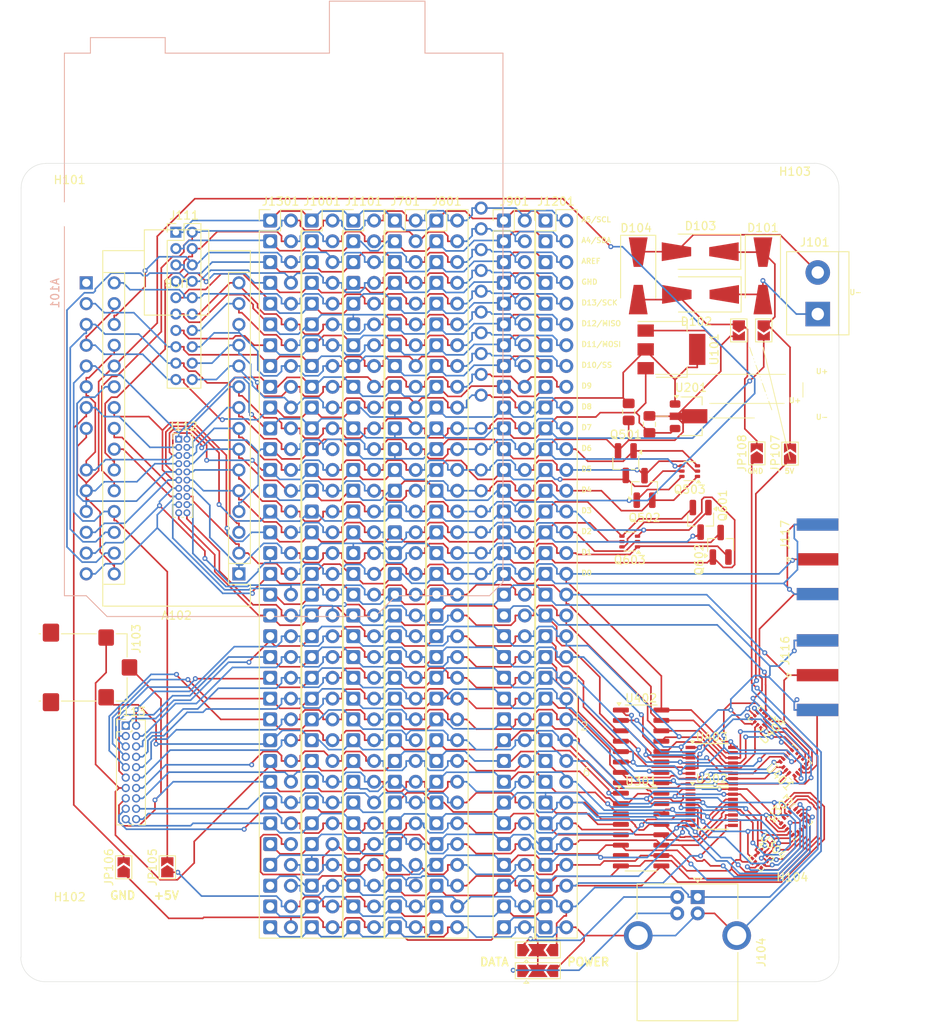
<source format=kicad_pcb>
(kicad_pcb (version 20240108) (generator "pcbnew") (generator_version "8.0")
  (layers (0 "F.Cu" signal) (31 "B.Cu" signal) (34 "B.Paste" user) (35 "F.Paste" user) (36 "B.SilkS" user "B.Silkscreen") (37 "F.SilkS" user "F.Silkscreen") (38 "B.Mask" user) (39 "F.Mask" user) (44 "Edge.Cuts" user))
  (net 0 "")
  (net 1 "/L51")
  (net 2 "/L45")
  (net 3 "/L21")
  (net 4 "/L37")
  (net 5 "/L34")
  (net 6 "/L6")
  (net 7 "/L3")
  (net 8 "/L70")
  (net 9 "/L68")
  (net 10 "/L16")
  (net 11 "/L19")
  (net 12 "/L17")
  (net 13 "/L13")
  (net 14 "/L53")
  (net 15 "/L15")
  (net 16 "/L2")
  (net 17 "/L52")
  (net 18 "/L30")
  (net 19 "/L25")
  (net 20 "/L1")
  (net 21 "/L36")
  (net 22 "/L61")
  (net 23 "/L12")
  (net 24 "/L60")
  (net 25 "/L47")
  (net 26 "/L55")
  (net 27 "/L10")
  (net 28 "/L46")
  (net 29 "/L40")
  (net 30 "/L26")
  (net 31 "/L49")
  (net 32 "/L59")
  (net 33 "/L11")
  (net 34 "/L58")
  (net 35 "/L27")
  (net 36 "GND")
  (net 37 "/L24")
  (net 38 "/L67")
  (net 39 "/L35")
  (net 40 "/L44")
  (net 41 "/L7")
  (net 42 "/L42")
  (net 43 "/L28")
  (net 44 "/L5")
  (net 45 "/L50")
  (net 46 "/L22")
  (net 47 "/L38")
  (net 48 "/L69")
  (net 49 "/L48")
  (net 50 "/L31")
  (net 51 "/L56")
  (net 52 "/L62")
  (net 53 "/L41")
  (net 54 "/L4")
  (net 55 "/L63")
  (net 56 "/L33")
  (net 57 "/L18")
  (net 58 "/L39")
  (net 59 "/L66")
  (net 60 "/L54")
  (net 61 "/L57")
  (net 62 "/L14")
  (net 63 "/L20")
  (net 64 "/L65")
  (net 65 "/L9")
  (net 66 "/L32")
  (net 67 "/L29")
  (net 68 "/L8")
  (net 69 "/L64")
  (net 71 "/U+")
  (net 72 "/U-")
  (net 73 "/AC0")
  (net 74 "/AC1")
  (net 75 "/L43")
  (net 76 "/Dp")
  (net 77 "/Dm")
  (footprint "Connector_Coaxial:SMA_Amphenol_132289_EdgeMount" (layer "F.Cu") (at 167.8655 93.472)
    (property "Reference" "J117")
    (property "Value" "Conn_Coaxial_Small")
  )
  (footprint "Package_TO_SOT_SMD:SOT-23_Handsoldering" (layer "F.Cu") (at 146.7189 84.748 90)
    (property "Reference" "Q502")
    (property "Value" "2N7002")
  )
  (footprint "Diode_SMD:D_SMA-SMB_Universal_Handsoldering" (layer "F.Cu") (at 153.522 55.88 180)
    (property "Reference" "D103")
    (property "Value" "D")
  )
  (footprint "Connector_PinHeader_1.27mm:PinHeader_2x10_P1.27mm_Vertical" (layer "F.Cu") (at 83.312 113.792)
    (property "Reference" "J113")
    (property "Value" "Conn_02x10_Counter_Clockwise")
  )
  (footprint "xDuinoRailLib:PinHeader_2x35_P2.54mm_Vertical_Proto" (layer "F.Cu") (at 121.285 52.07)
    (property "Reference" "J801")
    (property "Value" "Conn_02x35_Counter_Clockwise")
  )
  (footprint "Diode_SMD:D_SMA-SMB_Universal_Handsoldering" (layer "F.Cu") (at 161.187 58.835 -90)
    (property "Reference" "D101")
    (property "Value" "D")
  )
  (footprint "Capacitor_SMD:C_0805_2012Metric_Pad1.18x1.45mm_HandSolder" (layer "F.Cu") (at 144.78 75.4595 -90)
    (property "Reference" "C202" (hide yes))
    (property "Value" "47uF")
  )
  (footprint "MountingHole:MountingHole_3.2mm_M3" (layer "F.Cu") (at 76.454 51.308)
    (property "Reference" "H101")
    (property "Value" "MountingHole")
  )
  (footprint "TerminalBlock:TerminalBlock_bornier-2_P5.08mm" (layer "F.Cu") (at 167.894 63.5 90)
    (property "Reference" "J101")
    (property "Value" "Screw_Terminal_01x02")
  )
  (footprint "Package_LGA:LGA-12_2x2mm_P0.5mm" (layer "F.Cu") (at 160.9276 112.9565 -135)
    (property "Reference" "U404")
    (property "Value" "LIS3MDL")
  )
  (footprint "Package_LGA:LGA-16_3x3mm_P0.5mm_LayoutBorder3x5y" (layer "F.Cu") (at 164.9958 125.5802 45)
    (property "Reference" "U303")
    (property "Value" "LIS3DH")
  )
  (footprint "xDuinoRailLib:PinHeader_2x35_P2.54mm_Vertical_Proto" (layer "F.Cu") (at 111.125 52.07)
    (property "Reference" "J1101")
    (property "Value" "Conn_02x35_Counter_Clockwise")
  )
  (footprint "xDuinoRailLib:PinHeader_2x35_P2.54mm_Vertical_Proto" (layer "F.Cu") (at 129.54 52.07)
    (property "Reference" "J901")
    (property "Value" "Conn_02x35_Counter_Clockwise")
  )
  (footprint "Connector_PinHeader_2.00mm:PinHeader_2x10_P2.00mm_Vertical" (layer "F.Cu") (at 89.44 53.5)
    (property "Reference" "J111")
    (property "Value" "Conn_02x10_Counter_Clockwise")
  )
  (footprint "Package_TO_SOT_SMD:SOT-23_Handsoldering" (layer "F.Cu") (at 156.022 91.694 90)
    (property "Reference" "Q602")
    (property "Value" "2N7002")
  )
  (footprint "Jumper:SolderJumper-2_P1.3mm_Open_TrianglePad1.0x1.5mm" (layer "F.Cu") (at 161.29 65.495 -90)
    (property "Reference" "JP103" (hide yes))
    (property "Value" "SolderJumper_2_Open")
  )
  (footprint "Package_LGA:LGA-16_3x3mm_P0.5mm_LayoutBorder3x5y" (layer "F.Cu") (at 164.8962 118.3593 135)
    (property "Reference" "U401")
    (property "Value" "LIS3DH")
  )
  (footprint "Connector_Audio:Jack_3.5mm_Lumberg_1503_03_Horizontal" (layer "F.Cu") (at 75.918 106.68 90)
    (property "Reference" "J103")
    (property "Value" "AudioJack3_Ground")
  )
  (footprint "Package_LGA:LGA-12_2x2mm_P0.5mm" (layer "F.Cu") (at 160.9825 130.0392 -45)
    (property "Reference" "U304")
    (property "Value" "LIS3MDL")
  )
  (footprint "Package_TO_SOT_SMD:SOT-23_Handsoldering" (layer "F.Cu") (at 153.5769 88.646 -90)
    (property "Reference" "Q601")
    (property "Value" "2N7002" (hide yes))
  )
  (footprint "Package_TO_SOT_SMD:SOT-363_SC-70-6" (layer "F.Cu") (at 144.912 91.298 180)
    (property "Reference" "Q603")
    (property "Value" "BC857BS")
  )
  (footprint "Jumper:SolderJumper-2_P1.3mm_Open_TrianglePad1.0x1.5mm" (layer "F.Cu") (at 83.058 131.101 90)
    (property "Reference" "JP106")
    (property "Value" "SolderJumper_2_Open")
  )
  (footprint "Module:Arduino_Nano" (layer "F.Cu") (at 97.145 95.25 180)
    (property "Reference" "A102")
    (property "Value" "Arduino_Nano_v3.x")
  )
  (footprint "MountingHole:MountingHole_3.2mm_M3" (layer "F.Cu") (at 164.084 138.684)
    (property "Reference" "H104")
    (property "Value" "MountingHole")
  )
  (footprint "Package_TO_SOT_SMD:SOT-363_SC-70-6" (layer "F.Cu") (at 152.2409 82.692 180)
    (property "Reference" "Q503")
    (property "Value" "BC857BS")
  )
  (footprint "Connector_PinHeader_1.00mm:PinHeader_2x10_P1.00mm_Vertical" (layer "F.Cu") (at 89.789 78.788)
    (property "Reference" "J112")
    (property "Value" "Conn_02x10_Counter_Clockwise")
  )
  (footprint "Connector_Coaxial:SMA_Amphenol_132289_EdgeMount" (layer "F.Cu") (at 167.8655 107.628)
    (property "Reference" "J116")
    (property "Value" "Conn_Coaxial_Small")
  )
  (footprint "xDuinoRailLib:PinHeader_2x35_P2.54mm_Vertical_Proto" (layer "F.Cu") (at 134.62 52.07)
    (property "Reference" "J1201")
    (property "Value" "Conn_02x35_Counter_Clockwise")
  )
  (footprint "xDuinoRailLib:PinHeader_2x35_P2.54mm_Vertical_Proto" (layer "F.Cu") (at 106.045 52.07)
    (property "Reference" "J1001")
    (property "Value" "Conn_02x35_Counter_Clockwise")
  )
  (footprint "Package_SO:SSOP-16_3.9x4.9mm_P0.635mm" (layer "F.Cu") (at 154.935 118.6815)
    (property "Reference" "U403")
    (property "Value" "ULN2003")
  )
  (footprint "Package_TO_SOT_SMD:SOT-223-3_TabPin2" (layer "F.Cu") (at 150.012 67.818)
    (property "Reference" "U101")
    (property "Value" "AMS1117-3.3")
  )
  (footprint "Jumper:SolderJumper-3_P2.0mm_Open_TrianglePad1.0x1.5mm" (layer "F.Cu") (at 133.674 143.764)
    (property "Reference" "JP110" (hide yes))
    (property "Value" "SolderJumper_3_Open")
  )
  (footprint "Jumper:SolderJumper-2_P1.3mm_Open_TrianglePad1.0x1.5mm" (layer "F.Cu") (at 88.392 131.101 90)
    (property "Reference" "JP105")
    (property "Value" "SolderJumper_2_Open")
  )
  (footprint "MountingHole:MountingHole_3.2mm_M3" (layer "F.Cu") (at 165.1 50.292)
    (property "Reference" "H103")
    (property "Value" "MountingHole")
  )
  (footprint "Package_TO_SOT_SMD:SOT-89-3" (layer "F.Cu") (at 152.4 75.9896)
    (property "Reference" "U201")
    (property "Value" "HT7533-1")
  )
  (footprint "MountingHole:MountingHole_3.2mm_M3" (layer "F.Cu") (at 76.454 138.938)
    (property "Reference" "H102")
    (property "Value" "MountingHole")
  )
  (footprint "Package_SO:SOIC-16_3.9x9.9mm_P1.27mm" (layer "F.Cu") (at 146.304 116.332)
    (property "Reference" "U402")
    (property "Value" "ULN2003")
  )
  (footprint "Package_TO_SOT_SMD:SOT-23_Handsoldering" (layer "F.Cu") (at 144.4304 81.7203 -90)
    (property "Reference" "Q501")
    (property "Value" "2N7002")
  )
  (footprint "Jumper:SolderJumper-2_P1.3mm_Open_TrianglePad1.0x1.5mm" (layer "F.Cu") (at 160.441 80.518 90)
    (property "Reference" "JP108")
    (property "Value" "SolderJumper_2_Open")
  )
  (footprint "Capacitor_SMD:C_0805_2012Metric_Pad1.18x1.45mm_HandSolder" (layer "F.Cu") (at 147.32 76.9835 90)
    (property "Reference" "C201" (hide yes))
    (property "Value" "1uF" (hide yes))
  )
  (footprint "Jumper:SolderJumper-3_P2.0mm_Open_TrianglePad1.0x1.5mm" (layer "F.Cu") (at 133.674 141.224)
    (property "Reference" "JP109" (hide yes))
    (property "Value" "SolderJumper_3_Open")
  )
  (footprint "Jumper:SolderJumper-2_P1.3mm_Open_TrianglePad1.0x1.5mm" (layer "F.Cu") (at 164.505 80.555 90)
    (property "Reference" "JP107")
    (property "Value" "SolderJumper_2_Open")
  )
  (footprint "xDuinoRailLib:PinHeader_2x35_P2.54mm_Vertical_Proto" (layer "F.Cu") (at 116.205 52.07)
    (property "Reference" "J701")
    (property "Value" "Conn_02x35_Counter_Clockwise")
  )
  (footprint "Diode_SMD:D_SMA-SMB_Universal_Handsoldering" (layer "F.Cu") (at 145.947 58.835 -90)
    (property "Reference" "D104")
    (property "Value" "D")
  )
  (footprint "Package_SO:SOIC-16_3.9x9.9mm_P1.27mm" (layer "F.Cu") (at 146.304 126.492)
    (property "Reference" "U301")
    (property "Value" "ULN2003")
  )
  (footprint "Package_SO:SSOP-16_3.9x4.9mm_P0.635mm" (layer "F.Cu") (at 154.935 123.7615)
    (property "Reference" "U302")
    (property "Value" "ULN2003")
  )
  (footprint "xDuinoRailLib:PinHeader_2x35_P2.54mm_Vertical_Proto" (layer "F.Cu") (at 100.965 52.07)
    (property "Reference" "J1301")
    (property "Value" "Conn_02x35_Counter_Clockwise")
  )
  (footprint "Jumper:SolderJumper-2_P1.3mm_Open_TrianglePad1.0x1.5mm" (layer "F.Cu") (at 158.242 65.495 -90)
    (property "Reference" "JP104" (hide yes))
    (property "Value" "SolderJumper_2_Open")
  )
  (footprint "Diode_SMD:D_SMA-SMB_Universal_Handsoldering" (layer "F.Cu") (at 153.567 61.1 180)
    (property "Reference" "D102")
    (property "Value" "D")
  )
  (footprint "Connector_USB:USB_B_OST_USB-B1HSxx_Horizontal" (layer "F.Cu") (at 153.218 134.736 -90)
    (property "Reference" "J104")
    (property "Value" "USB_B")
  )
  (footprint "Module:Arduino_UNO_R3" (layer "B.Cu") (at 78.486 59.69 -90)
    (property "Reference" "A101")
    (property "Value" "Arduino_UNO_R3")
  )
  (gr_line (start 163.793 74.422) (end 154.686 74.422) (stroke (width 0.1)) (layer "F.SilkS"))
  (gr_line (start 160.1495 76.2) (end 154.686 76.2) (stroke (width 0.1)) (layer "F.SilkS"))
  (gr_line (start 163.954 70.866) (end 148.045 70.866) (stroke (width 0.1)) (layer "F.SilkS"))
  (gr_line (start 148.082 75.98958) (end 149.605999 75.98958) (stroke (width 0.1)) (layer "F.SilkS"))
  (gr_line (start 162.269 75.2) (end 159.475 67.31) (stroke (width 0.1) (type dash_dot_dot)) (layer "F.SilkS"))
  (gr_line (start 166.079 71.882) (end 166.079 73.66) (stroke (width 0.1)) (layer "F.SilkS"))
  (gr_line (start 161.203 67.564) (end 164.505 81.28) (stroke (width 0.1)) (layer "F.SilkS"))
  (gr_line (start 73.485 45.085) (end 167.485 45.085) (stroke (width 0.05)) (layer "Edge.Cuts"))
  (gr_arc (start 170.485 142.085) (mid 169.60632 144.20632) (end 167.485 145.085) (stroke (width 0.05)) (layer "Edge.Cuts"))
  (gr_arc (start 73.485 145.085) (mid 71.36368 144.20632) (end 70.485 142.085) (stroke (width 0.05)) (layer "Edge.Cuts"))
  (gr_arc (start 70.523613 48.104619) (mid 71.402294 45.9833) (end 73.523613 45.104619) (stroke (width 0.05)) (layer "Edge.Cuts"))
  (gr_arc (start 167.477955 45.074541) (mid 169.599275 45.953221) (end 170.477955 48.074541) (stroke (width 0.05)) (layer "Edge.Cuts"))
  (gr_line (start 170.485 48.085) (end 170.485 142.085) (stroke (width 0.05)) (layer "Edge.Cuts"))
  (gr_line (start 167.485 145.085) (end 73.485 145.085) (stroke (width 0.05)) (layer "Edge.Cuts"))
  (gr_line (start 70.519307 142.094556) (end 70.519307 48.094556) (stroke (width 0.05)) (layer "Edge.Cuts"))
  (gr_text "GND" (at 81.28 135.128001 0) (layer "F.SilkS") (effects (font (size 1 1) (thickness 0.2032) (bold yes)) (justify left bottom)))
  (gr_text "+5V" (at 86.614 135.128001 0) (layer "F.SilkS") (effects (font (size 1 1) (thickness 0.2032) (bold yes)) (justify left bottom)))
  (gr_text "D0" (at 138.938 95.504 0) (layer "F.SilkS") (effects (font (size 0.635 0.635) (thickness 0.127) (bold yes)) (justify left bottom)))
  (gr_text "D1" (at 138.938 92.964 0) (layer "F.SilkS") (effects (font (size 0.635 0.635) (thickness 0.127) (bold yes)) (justify left bottom)))
  (gr_text "D8" (at 138.938 75.184 0) (layer "F.SilkS") (effects (font (size 0.635 0.635) (thickness 0.127) (bold yes)) (justify left bottom)))
  (gr_text "GND" (at 138.938 59.944 0) (layer "F.SilkS") (effects (font (size 0.635 0.635) (thickness 0.127) (bold yes)) (justify left bottom)))
  (gr_text "U+" (at 164.301 74.422 0) (layer "F.SilkS") (effects (font (size 0.635 0.635) (thickness 0.127) (bold yes)) (justify left bottom)))
  (gr_text "D9" (at 138.938 72.644 0) (layer "F.SilkS") (effects (font (size 0.635 0.635) (thickness 0.127) (bold yes)) (justify left bottom)))
  (gr_text "D3" (at 138.938 87.884 0) (layer "F.SilkS") (effects (font (size 0.635 0.635) (thickness 0.127) (bold yes)) (justify left bottom)))
  (gr_text "D10/SS" (at 138.938 70.104 0) (layer "F.SilkS") (effects (font (size 0.635 0.635) (thickness 0.127) (bold yes)) (justify left bottom)))
  (gr_text "A4/SDA" (at 138.938 54.864 0) (layer "F.SilkS") (effects (font (size 0.635 0.635) (thickness 0.127) (bold yes)) (justify left bottom)))
  (gr_text "D13/SCK" (at 138.938 62.484 0) (layer "F.SilkS") (effects (font (size 0.635 0.635) (thickness 0.127) (bold yes)) (justify left bottom)))
  (gr_text "DATA" (at 126.492 143.256 0) (layer "F.SilkS") (effects (font (size 1 1) (thickness 0.2032) (bold yes)) (justify left bottom)))
  (gr_text "5V" (at 163.78 83.058001 0) (layer "F.SilkS") (effects (font (size 0.635 0.635) (thickness 0.127) (bold yes)) (justify left bottom)))
  (gr_text "GND" (at 159.208 83.058001 0) (layer "F.SilkS") (effects (font (size 0.635 0.635) (thickness 0.127) (bold yes)) (justify left bottom)))
  (gr_text "POWER" (at 137.16 143.256 0) (layer "F.SilkS") (effects (font (size 1 1) (thickness 0.2032) (bold yes)) (justify left bottom)))
  (gr_text "AREF" (at 138.938 57.404 0) (layer "F.SilkS") (effects (font (size 0.635 0.635) (thickness 0.127) (bold yes)) (justify left bottom)))
  (gr_text "D2" (at 138.938 90.424 0) (layer "F.SilkS") (effects (font (size 0.635 0.635) (thickness 0.127) (bold yes)) (justify left bottom)))
  (gr_text "U+" (at 167.603 70.866 0) (layer "F.SilkS") (effects (font (size 0.635 0.635) (thickness 0.127) (bold yes)) (justify left bottom)))
  (gr_text "2" (at 139.9145 114.46 0) (layer "F.SilkS") (effects (font (size 1 1) (thickness 0.1)) (justify right bottom)))
  (gr_text "D4" (at 138.938 85.344 0) (layer "F.SilkS") (effects (font (size 0.635 0.635) (thickness 0.127) (bold yes)) (justify left bottom)))
  (gr_text "A5/SCL" (at 138.938 52.324 0) (layer "F.SilkS") (effects (font (size 0.635 0.635) (thickness 0.127) (bold yes)) (justify left bottom)))
  (gr_text "D12/MISO" (at 138.938 65.024 0) (layer "F.SilkS") (effects (font (size 0.635 0.635) (thickness 0.127) (bold yes)) (justify left bottom)))
  (gr_text "U-" (at 167.603 76.454 0) (layer "F.SilkS") (effects (font (size 0.635 0.635) (thickness 0.127) (bold yes)) (justify left bottom)))
  (gr_text "D7" (at 138.938 77.724 0) (layer "F.SilkS") (effects (font (size 0.635 0.635) (thickness 0.127) (bold yes)) (justify left bottom)))
  (gr_text "D5" (at 138.938 82.804 0) (layer "F.SilkS") (effects (font (size 0.635 0.635) (thickness 0.127) (bold yes)) (justify left bottom)))
  (gr_text "D6" (at 138.938 80.264 0) (layer "F.SilkS") (effects (font (size 0.635 0.635) (thickness 0.127) (bold yes)) (justify left bottom)))
  (gr_text "6" (at 140.1685 120.048 0) (layer "F.SilkS") (effects (font (size 1 1) (thickness 0.1)) (justify right bottom)))
  (gr_text "D11/MOSI" (at 138.938 67.564 0) (layer "F.SilkS") (effects (font (size 0.635 0.635) (thickness 0.127) (bold yes)) (justify left bottom)))
  (gr_text "U-" (at 171.704 61.2086 0) (layer "F.SilkS") (effects (font (size 0.635 0.635) (thickness 0.127) (bold yes)) (justify left bottom)))
  (segment (start 116.205 115.57) (end 117.3567 116.7217) (width 0.2) (layer "F.Cu") (net 1))
  (segment (start 134.62 115.57) (end 135.89 116.84) (width 0.2) (layer "F.Cu") (net 1))
  (segment (start 135.89 116.84) (end 137.5693 116.84) (width 0.2) (layer "F.Cu") (net 1))
  (segment (start 162.5841 124.9009) (end 162.5841 123.1874) (width 0.2) (layer "F.Cu") (net 1))
  (segment (start 84.8359 111.2458) (end 82.4934 111.2458) (width 0.2) (layer "F.Cu") (net 1))
  (segment (start 142.3483 121.619) (end 142.3483 122.0287) (width 0.2) (layer "F.Cu") (net 1))
  (segment (start 133.4683 114.4183) (end 131.6029 114.4183) (width 0.2) (layer "F.Cu") (net 1))
  (segment (start 122.4367 116.7217) (end 121.285 115.57) (width 0.2) (layer "F.Cu") (net 1))
  (segment (start 129.54 115.57) (end 128.3883 116.7217) (width 0.2) (layer "F.Cu") (net 1))
  (segment (start 143.829 122.047) (end 142.3666 122.047) (width 0.2) (layer "F.Cu") (net 1))
  (segment (start 152.335 121.539) (end 151.3563 121.539) (width 0.2) (layer "F.Cu") (net 1))
  (segment (start 128.3883 116.7217) (end 122.4367 116.7217) (width 0.2) (layer "F.Cu") (net 1))
  (segment (start 117.3567 116.7217) (end 120.1333 116.7217) (width 0.2) (layer "F.Cu") (net 1))
  (segment (start 151.3563 121.539) (end 150.4496 122.4457) (width 0.2) (layer "F.Cu") (net 1))
  (segment (start 87.0172 113.4271) (end 84.8359 111.2458) (width 0.2) (layer "F.Cu") (net 1))
  (segment (start 134.62 115.57) (end 133.4683 114.4183) (width 0.2) (layer "F.Cu") (net 1))
  (segment (start 82.4934 111.2458) (end 81.8338 111.2458) (width 0.2) (layer "F.Cu") (net 1))
  (segment (start 162.5841 123.1874) (end 162.5825 123.1858) (width 0.2) (layer "F.Cu") (net 1))
  (segment (start 130.4512 115.57) (end 129.54 115.57) (width 0.2) (layer "F.Cu") (net 1))
  (segment (start 87.0172 116.0431) (end 87.0172 113.4271) (width 0.2) (layer "F.Cu") (net 1))
  (segment (start 137.5693 116.84) (end 142.3483 121.619) (width 0.2) (layer "F.Cu") (net 1))
  (segment (start 163.4225 125.7393) (end 162.5841 124.9009) (width 0.2) (layer "F.Cu") (net 1))
  (segment (start 131.6029 114.4183) (end 130.4512 115.57) (width 0.2) (layer "F.Cu") (net 1))
  (segment (start 142.3666 122.047) (end 142.3483 122.0287) (width 0.2) (layer "F.Cu") (net 1))
  (segment (start 82.4934 119.3234) (end 82.4934 111.2458) (width 0.2) (layer "F.Cu") (net 1))
  (segment (start 83.312 120.142) (end 82.4934 119.3234) (width 0.2) (layer "F.Cu") (net 1))
  (segment (start 160.2259 131.1493) (end 160.6201 130.7551) (width 0.2) (layer "F.Cu") (net 1))
  (segment (start 159.3948 131.1493) (end 160.2259 131.1493) (width 0.2) (layer "F.Cu") (net 1))
  (segment (start 120.1333 116.7217) (end 121.285 115.57) (width 0.2) (layer "F.Cu") (net 1))
  (segment (start 81.8338 111.2458) (end 80.918 110.33) (width 0.2) (layer "F.Cu") (net 1))
  (segment (start 159.2878 131.0423) (end 159.3948 131.1493) (width 0.2) (layer "F.Cu") (net 1))
  (via (at 159.2878 131.0423) (size 0.6) (drill 0.3) (layers "F.Cu" "B.Cu") (net 1))
  (via (at 162.5825 123.1858) (size 0.6) (drill 0.3) (layers "F.Cu" "B.Cu") (net 1))
  (via (at 142.3483 122.0287) (size 0.6) (drill 0.3) (layers "F.Cu" "B.Cu") (net 1))
  (via (at 87.0172 116.0431) (size 0.6) (drill 0.3) (layers "F.Cu" "B.Cu") (net 1))
  (via (at 150.4496 122.4457) (size 0.6) (drill 0.3) (layers "F.Cu" "B.Cu") (net 1))
  (segment (start 150.4496 122.6039) (end 147.9369 122.6039) (width 0.2) (layer "B.Cu") (net 1))
  (segment (start 159.6942 131.4487) (end 159.2878 131.0423) (width 0.2) (layer "B.Cu") (net 1))
  (segment (start 101.2638 115.57) (end 100.965 115.57) (width 0.2) (layer "B.Cu") (net 1))
  (segment (start 112.2767 116.7217) (end 111.125 115.57) (width 0.2) (layer "B.Cu") (net 1))
  (segment (start 116.205 115.57) (end 115.0533 116.7217) (width 0.2) (layer "B.Cu") (net 1))
  (segment (start 147.2141 123.3267) (end 143.6463 123.3267) (width 0.2) (layer "B.Cu") (net 1))
  (segment (start 106.045 115.57) (end 106.9562 115.57) (width 0.2) (layer "B.Cu") (net 1))
  (segment (start 150.4496 122.6039) (end 155.6432 122.6039) (width 0.2) (layer "B.Cu") (net 1))
  (segment (start 115.0533 116.7217) (end 112.2767 116.7217) (width 0.2) (layer "B.Cu") (net 1))
  (segment (start 165.7259 128.7677) (end 163.0449 131.4487) (width 0.2) (layer "B.Cu") (net 1))
  (segment (start 163.5867 123.1858) (end 165.7259 125.325) (width 0.2) (layer "B.Cu") (net 1))
  (segment (start 143.6463 123.3267) (end 142.3483 122.0287) (width 0.2) (layer "B.Cu") (net 1))
  (segment (start 162.5825 123.1858) (end 163.5867 123.1858) (width 0.2) (layer "B.Cu") (net 1))
  (segment (start 155.6432 122.6039) (end 156.2251 123.1858) (width 0.2) (layer "B.Cu") (net 1))
  (segment (start 106.9562 115.57) (end 108.1079 116.7217) (width 0.2) (layer "B.Cu") (net 1))
  (segment (start 100.965 115.57) (end 100.4919 116.0431) (width 0.2) (layer "B.Cu") (net 1))
  (segment (start 106.045 115.57) (end 104.8544 114.3794) (width 0.2) (layer "B.Cu") (net 1))
  (segment (start 165.7259 125.325) (end 165.7259 128.7677) (width 0.2) (layer "B.Cu") (net 1))
  (segment (start 147.9369 122.6039) (end 147.2141 123.3267) (width 0.2) (layer "B.Cu") (net 1))
  (segment (start 150.4496 122.4457) (end 150.4496 122.6039) (width 0.2) (layer "B.Cu") (net 1))
  (segment (start 102.4544 114.3794) (end 101.2638 115.57) (width 0.2) (layer "B.Cu") (net 1))
  (segment (start 163.0449 131.4487) (end 159.6942 131.4487) (width 0.2) (layer "B.Cu") (net 1))
  (segment (start 104.8544 114.3794) (end 102.4544 114.3794) (width 0.2) (layer "B.Cu") (net 1))
  (segment (start 108.1079 116.7217) (end 109.9733 116.7217) (width 0.2) (layer "B.Cu") (net 1))
  (segment (start 109.9733 116.7217) (end 111.125 115.57) (width 0.2) (layer "B.Cu") (net 1))
  (segment (start 156.2251 123.1858) (end 162.5825 123.1858) (width 0.2) (layer "B.Cu") (net 1))
  (segment (start 100.4919 116.0431) (end 87.0172 116.0431) (width 0.2) (layer "B.Cu") (net 1))
  (segment (start 104.8871 109.1079) (end 102.1229 109.1079) (width 0.2) (layer "F.Cu") (net 2))
  (segment (start 163.7355 117.1986) (end 164.03 117.4931) (width 0.2) (layer "F.Cu") (net 2))
  (segment (start 117.3956 109.1406) (end 116.205 107.95) (width 0.2) (layer "F.Cu") (net 2))
  (segment (start 106.045 107.95) (end 104.8871 109.1079) (width 0.2) (layer "F.Cu") (net 2))
  (segment (start 161.5521 117.1986) (end 163.7355 117.1986) (width 0.2) (layer "F.Cu") (net 2))
  (segment (start 119.8079 109.1406) (end 117.3956 109.1406) (width 0.2) (layer "F.Cu") (net 2))
  (segment (start 121.285 107.95) (end 120.9985 107.95) (width 0.2) (layer "F.Cu") (net 2))
  (segment (start 145.3024 118.237) (end 145.3217 118.2563) (width 0.2) (layer "F.Cu") (net 2))
  (segment (start 100.965 107.95) (end 100.8619 108.0531) (width 0.2) (layer "F.Cu") (net 2))
  (segment (start 143.829 118.237) (end 145.3024 118.237) (width 0.2) (layer "F.Cu") (net 2))
  (segment (start 100.8619 108.0531) (end 91.813 108.0531) (width 0.2) (layer "F.Cu") (net 2))
  (segment (start 152.335 119.634) (end 151.1733 119.634) (width 0.2) (layer "F.Cu") (net 2))
  (segment (start 160.7904 117.9603) (end 161.5521 117.1986) (width 0.2) (layer "F.Cu") (net 2))
  (segment (start 120.9985 107.95) (end 119.8079 109.1406) (width 0.2) (layer "F.Cu") (net 2))
  (segment (start 151.1733 119.634) (end 151.0712 119.5319) (width 0.2) (layer "F.Cu") (net 2))
  (segment (start 102.1229 109.1079) (end 100.965 107.95) (width 0.2) (layer "F.Cu") (net 2))
  (via (at 145.3217 118.2563) (size 0.6) (drill 0.3) (layers "F.Cu" "B.Cu") (net 2))
  (via (at 160.7904 117.9603) (size 0.6) (drill 0.3) (layers "F.Cu" "B.Cu") (net 2))
  (via (at 91.813 108.0531) (size 0.6) (drill 0.3) (layers "F.Cu" "B.Cu") (net 2))
  (via (at 151.0712 119.5319) (size 0.6) (drill 0.3) (layers "F.Cu" "B.Cu") (net 2))
  (segment (start 136.7764 109.2996) (end 135.4268 107.95) (width 0.2) (layer "B.Cu") (net 2))
  (segment (start 90.8393 109.085) (end 91.813 108.1113) (width 0.2) (layer "B.Cu") (net 2))
  (segment (start 134.4719 107.95) (end 134.62 107.95) (width 0.2) (layer "B.Cu") (net 2))
  (segment (start 160.7904 117.9603) (end 160.0246 118.7261) (width 0.2) (layer "B.Cu") (net 2))
  (segment (start 129.54 107.95) (end 130.7209 109.1309) (width 0.2) (layer "B.Cu") (net 2))
  (segment (start 82.1085 115.2906) (end 82.1085 112.9763) (width 0.2) (layer "B.Cu") (net 2))
  (segment (start 106.045 107.95) (end 106.1265 107.95) (width 0.2) (layer "B.Cu") (net 2))
  (segment (start 83.1499 116.332) (end 82.1085 115.2906) (width 0.2) (layer "B.Cu") (net 2))
  (segment (start 121.285 107.95) (end 121.3393 107.95) (width 0.2) (layer "B.Cu") (net 2))
  (segment (start 82.1085 112.9763) (end 85.9998 109.085) (width 0.2) (layer "B.Cu") (net 2))
  (segment (start 145.3217 118.2563) (end 145.7926 118.7272) (width 0.2) (layer "B.Cu") (net 2))
  (segment (start 133.291 109.1309) (end 134.4719 107.95) (width 0.2) (layer "B.Cu") (net 2))
  (segment (start 151.0712 119.4222) (end 151.0712 119.5319) (width 0.2) (layer "B.Cu") (net 2))
  (segment (start 135.4268 107.95) (end 134.62 107.95) (width 0.2) (layer "B.Cu") (net 2))
  (segment (start 116.205 107.95) (end 115.9164 107.95) (width 0.2) (layer "B.Cu") (net 2))
  (segment (start 91.813 108.1113) (end 91.813 108.0531) (width 0.2) (layer "B.Cu") (net 2))
  (segment (start 112.3156 109.1406) (end 111.125 107.95) (width 0.2) (layer "B.Cu") (net 2))
  (segment (start 83.312 116.332) (end 83.1499 116.332) (width 0.2) (layer "B.Cu") (net 2))
  (segment (start 106.1265 107.95) (end 107.3171 106.7594) (width 0.2) (layer "B.Cu") (net 2))
  (segment (start 114.7258 109.1406) (end 112.3156 109.1406) (width 0.2) (layer "B.Cu") (net 2))
  (segment (start 151.7673 118.7261) (end 151.0712 119.4222) (width 0.2) (layer "B.Cu") (net 2))
  (segment (start 160.0246 118.7261) (end 151.7673 118.7261) (width 0.2) (layer "B.Cu") (net 2))
  (segment (start 145.3217 118.2563) (end 145.3217 116.9635) (width 0.2) (layer "B.Cu") (net 2))
  (segment (start 115.9164 107.95) (end 114.7258 109.1406) (width 0.2) (layer "B.Cu") (net 2))
  (segment (start 130.7209 109.1309) (end 133.291 109.1309) (width 0.2) (layer "B.Cu") (net 2))
  (segment (start 107.3171 106.7594) (end 109.9344 106.7594) (width 0.2) (layer "B.Cu") (net 2))
  (segment (start 150.3762 118.7272) (end 151.0712 119.4222) (width 0.2) (layer "B.Cu") (net 2))
  (segment (start 85.9998 109.085) (end 90.8393 109.085) (width 0.2) (layer "B.Cu") (net 2))
  (segment (start 122.5299 106.7594) (end 128.3494 106.7594) (width 0.2) (layer "B.Cu") (net 2))
  (segment (start 145.7926 118.7272) (end 150.3762 118.7272) (width 0.2) (layer "B.Cu") (net 2))
  (segment (start 109.9344 106.7594) (end 111.125 107.95) (width 0.2) (layer "B.Cu") (net 2))
  (segment (start 128.3494 106.7594) (end 129.54 107.95) (width 0.2) (layer "B.Cu") (net 2))
  (segment (start 137.6578 109.2996) (end 136.7764 109.2996) (width 0.2) (layer "B.Cu") (net 2))
  (segment (start 145.3217 116.9635) (end 137.6578 109.2996) (width 0.2) (layer "B.Cu") (net 2))
  (segment (start 121.3393 107.95) (end 122.5299 106.7594) (width 0.2) (layer "B.Cu") (net 2))
  (segment (start 145.6755 75.5458) (end 146.0772 75.9475) (width 0.2) (layer "F.Cu") (net 3))
  (segment (start 100.3813 77.47) (end 98.6883 75.777) (width 0.2) (layer "F.Cu") (net 3))
  (segment (start 130.7306 78.6606) (end 133.4294 78.6606) (width 0.2) (layer "F.Cu") (net 3))
  (segment (start 133.4294 78.6606) (end 134.62 77.47) (width 0.2) (layer "F.Cu") (net 3))
  (segment (start 145.6755 75.5458) (end 141.305 75.5458) (width 0.2) (layer "F.Cu") (net 3))
  (segment (start 146.0772 75.9475) (end 146.0772 76.7782) (width 0.2) (layer "F.Cu") (net 3))
  (segment (start 81.905 87.63) (end 81.905 88.7317) (width 0.2) (layer "F.Cu") (net 3))
  (segment (start 82.1333 88.7317) (end 81.905 88.7317) (width 0.2) (layer "F.Cu") (net 3))
  (segment (start 136.0083 76.0817) (end 134.62 77.47) (width 0.2) (layer "F.Cu") (net 3))
  (segment (start 150.45 77.4896) (end 149.9186 78.021) (width 0.2) (layer "F.Cu") (net 3))
  (segment (start 146.862 70.118) (end 146.862 74.3593) (width 0.2) (layer "F.Cu") (net 3))
  (segment (start 88.392 94.9904) (end 82.1333 88.7317) (width 0.2) (layer "F.Cu") (net 3))
  (segment (start 146.0772 76.7782) (end 147.32 78.021) (width 0.2) (layer "F.Cu") (net 3))
  (segment (start 159.5785 71.6814) (end 161.29 69.9699) (width 0.2) (layer "F.Cu") (net 3))
  (segment (start 149.9186 78.021) (end 147.32 78.021) (width 0.2) (layer "F.Cu") (net 3))
  (segment (start 161.29 69.9699) (end 161.29 66.22) (width 0.2) (layer "F.Cu") (net 3))
  (segment (start 88.392 129.5743) (end 88.392 94.9904) (width 0.2) (layer "F.Cu") (net 3))
  (segment (start 100.965 77.47) (end 100.3813 77.47) (width 0.2) (layer "F.Cu") (net 3))
  (segment (start 88.392 130.376) (end 88.392 129.5743) (width 0.2) (layer "F.Cu") (net 3))
  (segment (start 141.305 75.5458) (end 140.7691 76.0817) (width 0.2) (layer "F.Cu") (net 3))
  (segment (start 140.7691 76.0817) (end 136.0083 76.0817) (width 0.2) (layer "F.Cu") (net 3))
  (segment (start 146.862 74.3593) (end 145.6755 75.5458) (width 0.2) (layer "F.Cu") (net 3))
  (segment (start 129.54 77.47) (end 130.7306 78.6606) (width 0.2) (layer "F.Cu") (net 3))
  (via (at 98.6883 75.777) (size 0.6) (drill 0.3) (layers "F.Cu" "B.Cu") (net 3))
  (via (at 159.5785 71.6814) (size 0.6) (drill 0.3) (layers "F.Cu" "B.Cu") (net 3))
  (segment (start 104.8744 76.2994) (end 102.1356 76.2994) (width 0.2) (layer "B.Cu") (net 3))
  (segment (start 98.3954 75.4841) (end 98.6883 75.777) (width 0.2) (layer "B.Cu") (net 3))
  (segment (start 79.0369 69.85) (end 79.5877 69.85) (width 0.2) (layer "B.Cu") (net 3))
  (segment (start 96.5819 71.2684) (end 97.6214 71.2684) (width 0.2) (layer "B.Cu") (net 3))
  (segment (start 112.7189 78.6217) (end 111.5672 77.47) (width 0.2) (layer "B.Cu") (net 3))
  (segment (start 109.9406 76.2856) (end 111.125 77.47) (width 0.2) (layer "B.Cu") (net 3))
  (segment (start 134.8583 77.47) (end 136.0489 78.6606) (width 0.2) (layer "B.Cu") (net 3))
  (segment (start 127.1524 78.6217) (end 122.4367 78.6217) (width 0.2) (layer "B.Cu") (net 3))
  (segment (start 107.2294 76.2856) (end 109.9406 76.2856) (width 0.2) (layer "B.Cu") (net 3))
  (segment (start 80.6243 87.63) (end 81.905 87.63) (width 0.2) (layer "B.Cu") (net 3))
  (segment (start 80.6894 70.9517) (end 82.6794 70.9517) (width 0.2) (layer "B.Cu") (net 3))
  (segment (start 89.789 78.788) (end 89.789 78.0613) (width 0.2) (layer "B.Cu") (net 3))
  (segment (start 78.0584 88.784) (end 79.4703 88.784) (width 0.2) (layer "B.Cu") (net 3))
  (segment (start 116.205 78.6217) (end 112.7189 78.6217) (width 0.2) (layer "B.Cu") (net 3))
  (segment (start 116.205 78.6217) (end 120.1333 78.6217) (width 0.2) (layer "B.Cu") (net 3))
  (segment (start 134.62 77.47) (end 134.8583 77.47) (width 0.2) (layer "B.Cu") (net 3))
  (segment (start 122.4367 78.6217) (end 121.285 77.47) (width 0.2) (layer "B.Cu") (net 3))
  (segment (start 98.3954 72.0424) (end 98.3954 75.4841) (width 0.2) (layer "B.Cu") (net 3))
  (segment (start 106.045 77.47) (end 104.8744 76.2994) (width 0.2) (layer "B.Cu") (net 3))
  (segment (start 89.789 78.0613) (end 96.5819 71.2684) (width 0.2) (layer "B.Cu") (net 3))
  (segment (start 78.486 69.85) (end 79.0369 69.85) (width 0.2) (layer "B.Cu") (net 3))
  (segment (start 152.5993 78.6606) (end 159.5785 71.6814) (width 0.2) (layer "B.Cu") (net 3))
  (segment (start 111.5672 77.47) (end 111.125 77.47) (width 0.2) (layer "B.Cu") (net 3))
  (segment (start 106.045 77.47) (end 107.2294 76.2856) (width 0.2) (layer "B.Cu") (net 3))
  (segment (start 76.9475 71.9394) (end 76.9475 87.6731) (width 0.2) (layer "B.Cu") (net 3))
  (segment (start 76.9475 87.6731) (end 78.0584 88.784) (width 0.2) (layer "B.Cu") (net 3))
  (segment (start 82.6794 70.9517) (end 89.789 78.0613) (width 0.2) (layer "B.Cu") (net 3))
  (segment (start 79.5877 69.85) (end 80.6894 70.9517) (width 0.2) (layer "B.Cu") (net 3))
  (segment (start 79.0369 69.85) (end 76.9475 71.9394) (width 0.2) (layer "B.Cu") (net 3))
  (segment (start 128.3041 77.47) (end 127.1524 78.6217) (width 0.2) (layer "B.Cu") (net 3))
  (segment (start 79.4703 88.784) (end 80.6243 87.63) (width 0.2) (layer "B.Cu") (net 3))
  (segment (start 102.1356 76.2994) (end 100.965 77.47) (width 0.2) (layer "B.Cu") (net 3))
  (segment (start 97.6214 71.2684) (end 98.3954 72.0424) (width 0.2) (layer "B.Cu") (net 3))
  (segment (start 136.0489 78.6606) (end 152.5993 78.6606) (width 0.2) (layer "B.Cu") (net 3))
  (segment (start 116.205 77.47) (end 116.205 78.6217) (width 0.2) (layer "B.Cu") (net 3))
  (segment (start 120.1333 78.6217) (end 121.285 77.47) (width 0.2) (layer "B.Cu") (net 3))
  (segment (start 129.54 77.47) (end 128.3041 77.47) (width 0.2) (layer "B.Cu") (net 3))
  (segment (start 167.8655 111.878) (end 167.8135 111.878) (width 0.2) (layer "F.Cu") (net 4))
  (segment (start 166.8442 119.539) (end 166.0759 119.539) (width 0.2) (layer "F.Cu") (net 4))
  (segment (start 165.0238 110.9444) (end 165.3501 110.6181) (width 0.2) (layer "F.Cu") (net 4))
  (segment (start 109.9344 96.5994) (end 107.2356 96.5994) (width 0.2) (layer "F.Cu") (net 4))
  (segment (start 104.8836 98.9514) (end 102.6807 98.9514) (width 0.2) (layer "F.Cu") (net 4))
  (segment (start 120.1117 98.9633) (end 121.285 97.79) (width 0.2) (layer "F.Cu") (net 4))
  (segment (start 159.8658 113.6648) (end 159.7715 113.5706) (width 0.2) (layer "F.Cu") (net 4))
  (segment (start 160.2117 113.3189) (end 159.8658 113.6648) (width 0.2) (layer "F.Cu") (net 4))
  (segment (start 102.6807 98.9514) (end 101.5193 97.79) (width 0.2) (layer "F.Cu") (net 4))
  (segment (start 159.7715 113.5706) (end 158.9582 113.5706) (width 0.2) (layer "F.Cu") (net 4))
  (segment (start 117.3783 98.9633) (end 120.1117 98.9633) (width 0.2) (layer "F.Cu") (net 4))
  (segment (start 151.1975 116.3955) (end 151.1975 116.8582) (width 0.2) (layer "F.Cu") (net 4))
  (segment (start 107.2356 96.5994) (end 106.045 97.79) (width 0.2) (layer "F.Cu") (net 4))
  (segment (start 152.335 117.094) (end 151.4333 117.094) (width 0.2) (layer "F.Cu") (net 4))
  (segment (start 111.125 97.79) (end 109.9344 96.5994) (width 0.2) (layer "F.Cu") (net 4))
  (segment (start 166.0759 119.539) (end 165.7624 119.2255) (width 0.2) (layer "F.Cu") (net 4))
  (segment (start 101.5193 97.79) (end 100.965 97.79) (width 0.2) (layer "F.Cu") (net 4))
  (segment (start 167.8135 118.5697) (end 166.8442 119.539) (width 0.2) (layer "F.Cu") (net 4))
  (segment (start 165.0238 111.878) (end 165.0238 110.9444) (width 0.2) (layer "F.Cu") (net 4))
  (segment (start 143.829 113.157) (end 145.7557 113.157) (width 0.2) (layer "F.Cu") (net 4))
  (segment (start 106.045 97.79) (end 104.8836 98.9514) (width 0.2) (layer "F.Cu") (net 4))
  (segment (start 151.1975 116.8582) (end 151.4333 117.094) (width 0.2) (layer "F.Cu") (net 4))
  (segment (start 167.8135 111.878) (end 167.8135 118.5697) (width 0.2) (layer "F.Cu") (net 4))
  (segment (start 158.9582 113.5706) (end 157.266 111.8784) (width 0.2) (layer "F.Cu") (net 4))
  (segment (start 116.205 97.79) (end 117.3783 98.9633) (width 0.2) (layer "F.Cu") (net 4))
  (segment (start 145.7557 113.157) (end 145.7743 113.1384) (width 0.2) (layer "F.Cu") (net 4))
  (segment (start 167.8135 111.878) (end 165.0238 111.878) (width 0.2) (layer "F.Cu") (net 4))
  (segment (start 167.8655 103.378) (end 165.0238 103.378) (width 0.2) (layer "F.Cu") (net 4))
  (segment (start 165.0238 103.378) (end 165.0238 104.6502) (width 0.2) (layer "F.Cu") (net 4))
  (via (at 145.7743 113.1384) (size 0.6) (drill 0.3) (layers "F.Cu" "B.Cu") (net 4))
  (via (at 157.266 111.8784) (size 0.6) (drill 0.3) (layers "F.Cu" "B.Cu") (net 4))
  (via (at 151.1975 116.3955) (size 0.6) (drill 0.3) (layers "F.Cu" "B.Cu") (net 4))
  (via (at 165.3501 110.6181) (size 0.6) (drill 0.3) (layers "F.Cu" "B.Cu") (net 4))
  (via (at 165.0238 104.6502) (size 0.6) (drill 0.3) (layers "F.Cu" "B.Cu") (net 4))
  (segment (start 133.4683 96.6383) (end 134.62 97.79) (width 0.2) (layer "B.Cu") (net 4))
  (segment (start 160.9143 107.6795) (end 161.0854 107.8506) (width 0.2) (layer "B.Cu") (net 4))
  (segment (start 130.6917 96.6383) (end 133.4683 96.6383) (width 0.2) (layer "B.Cu") (net 4))
  (segment (start 167.8655 103.378) (end 165.0238 103.378) (width 0.2) (layer "B.Cu") (net 4))
  (segment (start 162.0464 107.6276) (end 162.0464 106.5133) (width 0.2) (layer "B.Cu") (net 4))
  (segment (start 154.5931 99.06) (end 162.0464 106.5133) (width 0.2) (layer "B.Cu") (net 4))
  (segment (start 167.8655 111.878) (end 165.0238 111.878) (width 0.2) (layer "B.Cu") (net 4))
  (segment (start 115.565 97.79) (end 116.205 97.79) (width 0.2) (layer "B.Cu") (net 4))
  (segment (start 89.789 86.788) (end 89.0623 86.788) (width 0.2) (layer "B.Cu") (net 4))
  (segment (start 95.3869 97.1911) (end 89.0623 90.8665) (width 0.2) (layer "B.Cu") (net 4))
  (segment (start 134.62 97.79) (end 135.89 99.06) (width 0.2) (layer "B.Cu") (net 4))
  (segment (start 165.0238 110.9444) (end 161.8767 107.7973) (width 0.2) (layer "B.Cu") (net 4))
  (segment (start 151.1975 116.3955) (end 155.7146 111.8784) (width 0.2) (layer "B.Cu") (net 4))
  (segment (start 100.2033 97.0283) (end 98.5426 97.0283) (width 0.2) (layer "B.Cu") (net 4))
  (segment (start 161.8767 107.7973) (end 162.0464 107.6276) (width 0.2) (layer "B.Cu") (net 4))
  (segment (start 129.54 97.79) (end 130.6917 96.6383) (width 0.2) (layer "B.Cu") (net 4))
  (segment (start 157.266 110.5643) (end 160.1508 107.6795) (width 0.2) (layer "B.Cu") (net 4))
  (segment (start 160.1508 107.6795) (end 160.9143 107.6795) (width 0.2) (layer "B.Cu") (net 4))
  (segment (start 111.125 97.79) (end 112.2767 98.9417) (width 0.2) (layer "B.Cu") (net 4))
  (segment (start 122.4705 98.9755) (end 128.3545 98.9755) (width 0.2) (layer "B.Cu") (net 4))
  (segment (start 98.5426 97.0283) (end 98.3798 97.1911) (width 0.2) (layer "B.Cu") (net 4))
  (segment (start 128.3545 98.9755) (end 129.54 97.79) (width 0.2) (layer "B.Cu") (net 4))
  (segment (start 161.8234 107.8506) (end 161.8767 107.7973) (width 0.2) (layer "B.Cu") (net 4))
  (segment (start 112.2767 98.9417) (end 114.4133 98.9417) (width 0.2) (layer "B.Cu") (net 4))
  (segment (start 162.0464 106.5133) (end 163.1607 106.5133) (width 0.2) (layer "B.Cu") (net 4))
  (segment (start 135.89 99.06) (end 154.5931 99.06) (width 0.2) (layer "B.Cu") (net 4))
  (segment (start 165.0238 104.6502) (end 165.0238 103.378) (width 0.2) (layer "B.Cu") (net 4))
  (segment (start 149.0314 116.3955) (end 151.1975 116.3955) (width 0.2) (layer "B.Cu") (net 4))
  (segment (start 163.1607 106.5133) (end 165.0238 104.6502) (width 0.2) (layer "B.Cu") (net 4))
  (segment (start 161.0854 107.8506) (end 161.8234 107.8506) (width 0.2) (layer "B.Cu") (net 4))
  (segment (start 98.3798 97.1911) (end 95.3869 97.1911) (width 0.2) (layer "B.Cu") (net 4))
  (segment (start 100.965 97.79) (end 100.2033 97.0283) (width 0.2) (layer "B.Cu") (net 4))
  (segment (start 114.4133 98.9417) (end 115.565 97.79) (width 0.2) (layer "B.Cu") (net 4))
  (segment (start 89.0623 90.8665) (end 89.0623 86.788) (width 0.2) (layer "B.Cu") (net 4))
  (segment (start 165.0238 111.878) (end 165.0238 110.9444) (width 0.2) (layer "B.Cu") (net 4))
  (segment (start 121.285 97.79) (end 122.4705 98.9755) (width 0.2) (layer "B.Cu") (net 4))
  (segment (start 155.7146 111.8784) (end 157.266 111.8784) (width 0.2) (layer "B.Cu") (net 4))
  (segment (start 157.266 111.8784) (end 157.266 110.5643) (width 0.2) (layer "B.Cu") (net 4))
  (segment (start 165.0238 110.9444) (end 165.3501 110.6181) (width 0.2) (layer "B.Cu") (net 4))
  (segment (start 145.7743 113.1384) (end 149.0314 116.3955) (width 0.2) (layer "B.Cu") (net 4))
  (segment (start 145.862 91.948) (end 145.9389 91.8711) (width 0.2) (layer "F.Cu") (net 5))
  (segment (start 145.9389 91.8711) (end 155.6491 91.8711) (width 0.2) (layer "F.Cu") (net 5))
  (segment (start 106.9265 93.8627) (end 107.4333 93.3559) (width 0.2) (layer "F.Cu") (net 5))
  (segment (start 104.6567 92.71) (end 104.6567 93.3578) (width 0.2) (layer "F.Cu") (net 5))
  (segment (start 108.585 92.71) (end 107.4333 92.71) (width 0.2) (layer "F.Cu") (net 5))
  (segment (start 105.1616 93.8627) (end 106.9265 93.8627) (width 0.2) (layer "F.Cu") (net 5))
  (segment (start 133.2317 92.71) (end 133.2317 92.1168) (width 0.2) (layer "F.Cu") (net 5))
  (segment (start 144.9341 92.8759) (end 145.862 91.948) (width 0.2) (layer "F.Cu") (net 5))
  (segment (start 110.2814 93.9006) (end 109.7367 93.3559) (width 0.2) (layer "F.Cu") (net 5))
  (segment (start 119.8968 92.71) (end 119.8967 92.71) (width 0.2) (layer "F.Cu") (net 5))
  (segment (start 107.4333 93.3559) (end 107.4333 92.71) (width 0.2) (layer "F.Cu") (net 5))
  (segment (start 137.16 92.71) (end 138.3117 92.71) (width 0.2) (layer "F.Cu") (net 5))
  (segment (start 137.16 92.71) (end 136.0083 92.71) (width 0.2) (layer "F.Cu") (net 5))
  (segment (start 111.9705 93.9006) (end 110.2814 93.9006) (width 0.2) (layer "F.Cu") (net 5))
  (segment (start 120.4562 91.5573) (end 119.8968 92.1167) (width 0.2) (layer "F.Cu") (net 5))
  (segment (start 132.08 92.71) (end 133.2317 92.71) (width 0.2) (layer "F.Cu") (net 5))
  (segment (start 112.5133 93.3578) (end 111.9705 93.9006) (width 0.2) (layer "F.Cu") (net 5))
  (segment (start 122.1138 91.5573) (end 120.4562 91.5573) (width 0.2) (layer "F.Cu") (net 5))
  (segment (start 138.4776 92.8759) (end 144.9341 92.8759) (width 0.2) (layer "F.Cu") (net 5))
  (segment (start 119.8968 92.1167) (end 119.8968 92.71) (width 0.2) (layer "F.Cu") (net 5))
  (segment (start 113.0892 92.71) (end 112.5133 92.71) (width 0.2) (layer "F.Cu") (net 5))
  (segment (start 109.7367 93.3559) (end 109.7367 92.71) (width 0.2) (layer "F.Cu") (net 5))
  (segment (start 133.2317 92.1168) (end 133.7912 91.5573) (width 0.2) (layer "F.Cu") (net 5))
  (segment (start 122.6733 92.71) (end 122.6733 92.1168) (width 0.2) (layer "F.Cu") (net 5))
  (segment (start 123.825 92.71) (end 122.6733 92.71) (width 0.2) (layer "F.Cu") (net 5))
  (segment (start 155.6491 91.8711) (end 156.972 93.194) (width 0.2) (layer "F.Cu") (net 5))
  (segment (start 133.7912 91.5573) (end 135.5015 91.5573) (width 0.2) (layer "F.Cu") (net 5))
  (segment (start 136.0083 92.0641) (end 136.0083 92.71) (width 0.2) (layer "F.Cu") (net 5))
  (segment (start 103.505 92.71) (end 104.6567 92.71) (width 0.2) (layer "F.Cu") (net 5))
  (segment (start 104.6567 93.3578) (end 105.1616 93.8627) (width 0.2) (layer "F.Cu") (net 5))
  (segment (start 118.745 92.71) (end 119.8967 92.71) (width 0.2) (layer "F.Cu") (net 5))
  (segment (start 138.3117 92.71) (end 138.4776 92.8759) (width 0.2) (layer "F.Cu") (net 5))
  (segment (start 135.5015 91.5573) (end 136.0083 92.0641) (width 0.2) (layer "F.Cu") (net 5))
  (segment (start 108.585 92.71) (end 109.7367 92.71) (width 0.2) (layer "F.Cu") (net 5))
  (segment (start 112.5133 92.71) (end 112.5133 93.3578) (width 0.2) (layer "F.Cu") (net 5))
  (segment (start 113.0892 92.71) (end 113.665 92.71) (width 0.2) (layer "F.Cu") (net 5))
  (segment (start 122.6733 92.1168) (end 122.1138 91.5573) (width 0.2) (layer "F.Cu") (net 5))
  (segment (start 113.665 92.71) (end 114.8167 92.71) (width 0.2) (layer "B.Cu") (net 5))
  (segment (start 115.3614 93.9006) (end 114.8167 93.3559) (width 0.2) (layer "B.Cu") (net 5))
  (segment (start 126.746 92.71) (end 127.8477 92.71) (width 0.2) (layer "B.Cu") (net 5))
  (segment (start 123.825 92.71) (end 124.9767 92.71) (width 0.2) (layer "B.Cu") (net 5))
  (segment (start 100.1685 91.5185) (end 97.5387 94.1483) (width 0.2) (layer "B.Cu") (net 5))
  (segment (start 127.8477 92.4002) (end 128.7285 91.5194) (width 0.2) (layer "B.Cu") (net 5))
  (segment (start 96.937 94.1483) (end 97.145 94.1483) (width 0.2) (layer "B.Cu") (net 5))
  (segment (start 102.3533 92.71) (end 102.3533 92.0622) (width 0.2) (layer "B.Cu") (net 5))
  (segment (start 93.5883 86.8606) (end 93.5883 90.7996) (width 0.2) (layer "B.Cu") (net 5))
  (segment (start 93.5883 90.7996) (end 96.937 94.1483) (width 0.2) (layer "B.Cu") (net 5))
  (segment (start 128.7285 91.5194) (end 130.3836 91.5194) (width 0.2) (layer "B.Cu") (net 5))
  (segment (start 117.5933 93.3578) (end 117.0505 93.9006) (width 0.2) (layer "B.Cu") (net 5))
  (segment (start 130.9283 92.0641) (end 130.9283 92.71) (width 0.2) (layer "B.Cu") (net 5))
  (segment (start 97.5387 94.1483) (end 97.145 94.1483) (width 0.2) (layer "B.Cu") (net 5))
  (segment (start 90.789 84.788) (end 91.5157 84.788) (width 0.2) (layer "B.Cu") (net 5))
  (segment (start 103.505 92.71) (end 102.3533 92.71) (width 0.2) (layer "B.Cu") (net 5))
  (segment (start 117.0505 93.9006) (end 115.3614 93.9006) (width 0.2) (layer "B.Cu") (net 5))
  (segment (start 102.3533 92.0622) (end 101.8096 91.5185) (width 0.2) (layer "B.Cu") (net 5))
  (segment (start 127.8477 92.71) (end 127.8477 92.4002) (width 0.2) (layer "B.Cu") (net 5))
  (segment (start 97.145 95.25) (end 97.145 94.1483) (width 0.2) (layer "B.Cu") (net 5))
  (segment (start 130.3836 91.5194) (end 130.9283 92.0641) (width 0.2) (layer "B.Cu") (net 5))
  (segment (start 117.5933 92.71) (end 117.5933 93.3578) (width 0.2) (layer "B.Cu") (net 5))
  (segment (start 101.8096 91.5185) (end 100.1685 91.5185) (width 0.2) (layer "B.Cu") (net 5))
  (segment (start 91.5157 84.788) (end 93.5883 86.8606) (width 0.2) (layer "B.Cu") (net 5))
  (segment (start 114.8167 93.3559) (end 114.8167 92.71) (width 0.2) (layer "B.Cu") (net 5))
  (segment (start 124.9767 92.71) (end 126.746 92.71) (width 0.2) (layer "B.Cu") (net 5))
  (segment (start 132.08 92.71) (end 130.9283 92.71) (width 0.2) (layer "B.Cu") (net 5))
  (segment (start 118.745 92.71) (end 117.5933 92.71) (width 0.2) (layer "B.Cu") (net 5))
  (segment (start 123.825 57.15) (end 122.6733 57.15) (width 0.2) (layer "F.Cu") (net 6))
  (segment (start 119.8967 57.15) (end 119.8967 56.5568) (width 0.2) (layer "F.Cu") (net 6))
  (segment (start 122.6733 56.5041) (end 122.6733 57.15) (width 0.2) (layer "F.Cu") (net 6))
  (segment (start 85.6802 58.1986) (end 85.6802 60.1214) (width 0.2) (layer "F.Cu") (net 6))
  (segment (start 122.1665 55.9973) (end 122.6733 56.5041) (width 0.2) (layer "F.Cu") (net 6))
  (segment (start 81.905 64.77) (end 81.905 63.6683) (width 0.2) (layer "F.Cu") (net 6))
  (segment (start 82.1333 63.6683) (end 81.905 63.6683) (width 0.2) (layer "F.Cu") (net 6))
  (segment (start 119.8967 56.5568) (end 120.4562 55.9973) (width 0.2) (layer "F.Cu") (net 6))
  (segment (start 120.4562 55.9973) (end 122.1665 55.9973) (width 0.2) (layer "F.Cu") (net 6))
  (segment (start 118.745 57.15) (end 119.8967 57.15) (width 0.2) (layer "F.Cu") (net 6))
  (segment (start 85.6802 60.1214) (end 82.1333 63.6683) (width 0.2) (layer "F.Cu") (net 6))
  (via (at 85.6802 58.1986) (size 0.6) (drill 0.3) (layers "F.Cu" "B.Cu") (net 6))
  (segment (start 105.2014 55.9594) (end 104.6567 56.5041) (width 0.2) (layer "B.Cu") (net 6))
  (segment (start 125.6443 55.63) (end 125.6443 56.4824) (width 0.2) (layer "B.Cu") (net 6))
  (segment (start 117.0884 55.9973) (end 115.3235 55.9973) (width 0.2) (layer "B.Cu") (net 6))
  (segment (start 117.5933 57.15) (end 117.5933 56.5022) (width 0.2) (layer "B.Cu") (net 6))
  (segment (start 91.9284 57.5) (end 93.4397 55.9887) (width 0.2) (layer "B.Cu") (net 6))
  (segment (start 112.5133 57.15) (end 112.5133 56.5022) (width 0.2) (layer "B.Cu") (net 6))
  (segment (start 115.3235 55.9973) (end 114.8167 56.5041) (width 0.2) (layer "B.Cu") (net 6))
  (segment (start 136.0083 56.5022) (end 135.4639 55.9578) (width 0.2) (layer "B.Cu") (net 6))
  (segment (start 109.0069 57.15) (end 109.7367 57.15) (width 0.2) (layer "B.Cu") (net 6))
  (segment (start 103.505 57.15) (end 104.6567 57.15) (width 0.2) (layer "B.Cu") (net 6))
  (segment (start 108.585 57.15) (end 109.0069 57.15) (width 0.2) (layer "B.Cu") (net 6))
  (segment (start 132.08 57.15) (end 130.9283 57.15) (width 0.2) (layer "B.Cu") (net 6))
  (segment (start 107.8163 55.9594) (end 105.2014 55.9594) (width 0.2) (layer "B.Cu") (net 6))
  (segment (start 87.3788 56.5) (end 85.6802 58.1986) (width 0.2) (layer "B.Cu") (net 6))
  (segment (start 114.8167 56.5041) (end 114.8167 57.15) (width 0.2) (layer "B.Cu") (net 6))
  (segment (start 125.6443 56.4824) (end 124.9767 57.15) (width 0.2) (layer "B.Cu") (net 6))
  (segment (start 102.3533 56.5041) (end 102.3533 57.15) (width 0.2) (layer "B.Cu") (net 6))
  (segment (start 109.0069 57.15) (end 107.8163 55.9594) (width 0.2) (layer "B.Cu") (net 6))
  (segment (start 91.6842 57.5) (end 91.9284 57.5) (width 0.2) (layer "B.Cu") (net 6))
  (segment (start 130.9283 57.15) (end 130.9283 56.5022) (width 0.2) (layer "B.Cu") (net 6))
  (segment (start 112.5133 56.5022) (end 112.0084 55.9973) (width 0.2) (layer "B.Cu") (net 6))
  (segment (start 136.0083 57.15) (end 136.0083 56.5022) (width 0.2) (layer "B.Cu") (net 6))
  (segment (start 101.8379 55.9887) (end 102.3533 56.5041) (width 0.2) (layer "B.Cu") (net 6))
  (segment (start 127.2969 55.63) (end 126.746 55.63) (width 0.2) (layer "B.Cu") (net 6))
  (segment (start 90.6842 56.5) (end 87.3788 56.5) (width 0.2) (layer "B.Cu") (net 6))
  (segment (start 135.4639 55.9578) (end 131.4727 55.9578) (width 0.2) (layer "B.Cu") (net 6))
  (segment (start 128.0977 55.88) (end 127.8477 55.63) (width 0.2) (layer "B.Cu") (net 6))
  (segment (start 126.746 55.63) (end 125.6443 55.63) (width 0.2) (layer "B.Cu") (net 6))
  (segment (start 137.16 57.15) (end 136.0083 57.15) (width 0.2) (layer "B.Cu") (net 6))
  (segment (start 109.7367 56.5041) (end 109.7367 57.15) (width 0.2) (layer "B.Cu") (net 6))
  (segment (start 113.665 57.15) (end 112.5133 57.15) (width 0.2) (layer "B.Cu") (net 6))
  (segment (start 131.4727 55.9578) (end 130.9283 56.5022) (width 0.2) (layer "B.Cu") (net 6))
  (segment (start 130.9283 56.5022) (end 130.3061 55.88) (width 0.2) (layer "B.Cu") (net 6))
  (segment (start 91.6842 57.5) (end 90.6842 56.5) (width 0.2) (layer "B.Cu") (net 6))
  (segment (start 123.825 57.15) (end 124.9767 57.15) (width 0.2) (layer "B.Cu") (net 6))
  (segment (start 118.745 57.15) (end 117.5933 57.15) (width 0.2) (layer "B.Cu") (net 6))
  (segment (start 91.44 57.5) (end 91.6842 57.5) (width 0.2) (layer "B.Cu") (net 6))
  (segment (start 104.6567 56.5041) (end 104.6567 57.15) (width 0.2) (layer "B.Cu") (net 6))
  (segment (start 112.0084 55.9973) (end 110.2435 55.9973) (width 0.2) (layer "B.Cu") (net 6))
  (segment (start 117.5933 56.5022) (end 117.0884 55.9973) (width 0.2) (layer "B.Cu") (net 6))
  (segment (start 103.505 57.15) (end 102.3533 57.15) (width 0.2) (layer "B.Cu") (net 6))
  (segment (start 110.2435 55.9973) (end 109.7367 56.5041) (width 0.2) (layer "B.Cu") (net 6))
  (segment (start 93.4397 55.9887) (end 101.8379 55.9887) (width 0.2) (layer "B.Cu") (net 6))
  (segment (start 130.3061 55.88) (end 128.0977 55.88) (width 0.2) (layer "B.Cu") (net 6))
  (segment (start 127.2969 55.63) (end 127.8477 55.63) (width 0.2) (layer "B.Cu") (net 6))
  (segment (start 113.665 57.15) (end 114.8167 57.15) (width 0.2) (layer "B.Cu") (net 6))
  (segment (start 107.2012 55.7662) (end 106.045 54.61) (width 0.2) (layer "F.Cu") (net 7))
  (segment (start 133.4294 53.4194) (end 134.62 54.61) (width 0.2) (layer "F.Cu") (net 7))
  (segment (start 102.1167 55.7617) (end 104.8933 55.7617) (width 0.2) (layer "F.Cu") (net 7))
  (segment (start 100.965 54.61) (end 102.1167 55.7617) (width 0.2) (layer "F.Cu") (net 7))
  (segment (start 130.7306 53.4194) (end 133.4294 53.4194) (width 0.2) (layer "F.Cu") (net 7))
  (segment (start 121.2307 54.61) (end 120.0401 55.8006) (width 0.2) (layer "F.Cu") (net 7))
  (segment (start 109.9688 55.7662) (end 107.2012 55.7662) (width 0.2) (layer "F.Cu") (net 7))
  (segment (start 121.285 54.61) (end 121.2307 54.61) (width 0.2) (layer "F.Cu") (net 7))
  (segment (start 120.0401 55.8006) (end 117.3956 55.8006) (width 0.2) (layer "F.Cu") (net 7))
  (segment (start 111.125 54.61) (end 109.9688 55.7662) (width 0.2) (layer "F.Cu") (net 7))
  (segment (start 104.8933 55.7617) (end 106.045 54.61) (width 0.2) (layer "F.Cu") (net 7))
  (segment (start 129.54 54.61) (end 130.7306 53.4194) (width 0.2) (layer "F.Cu") (net 7))
  (segment (start 117.3956 55.8006) (end 116.205 54.61) (width 0.2) (layer "F.Cu") (net 7))
  (segment (start 111.125 54.61) (end 112.0363 54.61) (width 0.2) (layer "B.Cu") (net 7))
  (segment (start 112.0363 54.61) (end 112.0363 54.6101) (width 0.2) (layer "B.Cu") (net 7))
  (segment (start 122.4593 55.7843) (end 121.285 54.61) (width 0.2) (layer "B.Cu") (net 7))
  (segment (start 125.8949 54.5121) (end 124.6227 55.7843) (width 0.2) (layer "B.Cu") (net 7))
  (segment (start 114.1421 55.7617) (end 115.2938 54.61) (width 0.2) (layer "B.Cu") (net 7))
  (segment (start 89.44 55.5) (end 90.4167 55.5) (width 0.2) (layer "B.Cu") (net 7))
  (segment (start 129.54 54.61) (end 129.4421 54.5121) (width 0.2) (layer "B.Cu") (net 7))
  (segment (start 90.4167 55.1337) (end 91.0504 54.5) (width 0.2) (layer "B.Cu") (net 7))
  (segment (start 100.855 54.5) (end 100.965 54.61) (width 0.2) (layer "B.Cu") (net 7))
  (segment (start 129.4421 54.5121) (end 125.8949 54.5121) (width 0.2) (layer "B.Cu") (net 7))
  (segment (start 91.0504 54.5) (end 100.855 54.5) (width 0.2) (layer "B.Cu") (net 7))
  (segment (start 115.2938 54.61) (end 116.205 54.61) (width 0.2) (layer "B.Cu") (net 7))
  (segment (start 124.6227 55.7843) (end 122.4593 55.7843) (width 0.2) (layer "B.Cu") (net 7))
  (segment (start 113.1879 55.7617) (end 114.1421 55.7617) (width 0.2) (layer "B.Cu") (net 7))
  (segment (start 112.0363 54.6101) (end 113.1879 55.7617) (width 0.2) (layer "B.Cu") (net 7))
  (segment (start 90.4167 55.5) (end 90.4167 55.1337) (width 0.2) (layer "B.Cu") (net 7))
  (segment (start 108.585 138.43) (end 107.4333 138.43) (width 0.2) (layer "F.Cu") (net 8))
  (segment (start 112.0084 137.2773) (end 110.2435 137.2773) (width 0.2) (layer "F.Cu") (net 8))
  (segment (start 88.5749 137.3429) (end 92.7237 137.3429) (width 0.2) (layer "F.Cu") (net 8))
  (segment (start 159.8124 108.5827) (end 159.8124 81.8716) (width 0.2) (layer "F.Cu") (net 8))
  (segment (start 107.4333 138.43) (end 107.4333 137.7822) (width 0.2) (layer "F.Cu") (net 8))
  (segment (start 118.745 138.43) (end 119.8967 138.43) (width 0.2) (layer "F.Cu") (net 8))
  (segment (start 109.7367 137.7841) (end 109.7367 138.43) (width 0.2) (layer "F.Cu") (net 8))
  (segment (start 103.5642 137.2191) (end 103.505 137.2783) (width 0.2) (layer "F.Cu") (net 8))
  (segment (start 92.7237 137.3429) (end 92.8474 137.2192) (width 0.2) (layer "F.Cu") (net 8))
  (segment (start 112.5133 138.43) (end 112.5133 137.7822) (width 0.2) (layer "F.Cu") (net 8))
  (segment (start 159.8124 81.8716) (end 160.441 81.243) (width 0.2) (layer "F.Cu") (net 8))
  (segment (start 137.16 138.43) (end 138.3117 138.43) (width 0.2) (layer "F.Cu") (net 8))
  (segment (start 119.8967 139.0759) (end 119.8967 138.43) (width 0.2) (layer "F.Cu") (net 8))
  (segment (start 112.5133 137.7822) (end 112.0084 137.2773) (width 0.2) (layer "F.Cu") (net 8))
  (segment (start 155.278 136.736) (end 157.988 139.446) (width 0.2) (layer "F.Cu") (net 8))
  (segment (start 122.6733 138.43) (end 122.6733 139.0778) (width 0.2) (layer "F.Cu") (net 8))
  (segment (start 139.3277 139.446) (end 138.3117 138.43) (width 0.2) (layer "F.Cu") (net 8))
  (segment (start 160.4291 109.1994) (end 159.8124 108.5827) (width 0.2) (layer "F.Cu") (net 8))
  (segment (start 108.585 138.43) (end 109.7367 138.43) (width 0.2) (layer "F.Cu") (net 8))
  (segment (start 106.8702 137.2191) (end 103.5642 137.2191) (width 0.2) (layer "F.Cu") (net 8))
  (segment (start 145.948 139.446) (end 139.3277 139.446) (width 0.2) (layer "F.Cu") (net 8))
  (segment (start 83.058 131.826) (end 88.5749 137.3429) (width 0.2) (layer "F.Cu") (net 8))
  (segment (start 122.6733 139.0778) (end 122.167 139.5841) (width 0.2) (layer "F.Cu") (net 8))
  (segment (start 153.218 136.736) (end 155.278 136.736) (width 0.2) (layer "F.Cu") (net 8))
  (segment (start 160.4771 109.1994) (end 160.4291 109.1994) (width 0.2) (layer "F.Cu") (net 8))
  (segment (start 107.4333 137.7822) (end 106.8702 137.2191) (width 0.2) (layer "F.Cu") (net 8))
  (segment (start 120.4049 139.5841) (end 119.8967 139.0759) (width 0.2) (layer "F.Cu") (net 8))
  (segment (start 113.665 138.43) (end 112.5133 138.43) (width 0.2) (layer "F.Cu") (net 8))
  (segment (start 139.3277 140.1103) (end 135.674 143.764) (width 0.2) (layer "F.Cu") (net 8))
  (segment (start 103.505 138.43) (end 103.505 137.2783) (width 0.2) (layer "F.Cu") (net 8))
  (segment (start 110.2435 137.2773) (end 109.7367 137.7841) (width 0.2) (layer "F.Cu") (net 8))
  (segment (start 92.8474 137.2192) (end 103.4459 137.2192) (width 0.2) (layer "F.Cu") (net 8))
  (segment (start 123.825 138.43) (end 122.6733 138.43) (width 0.2) (layer "F.Cu") (net 8))
  (segment (start 139.3277 139.446) (end 139.3277 140.1103) (width 0.2) (layer "F.Cu") (net 8))
  (segment (start 122.167 139.5841) (end 120.4049 139.5841) (width 0.2) (layer "F.Cu") (net 8))
  (segment (start 103.4459 137.2192) (end 103.505 137.2783) (width 0.2) (layer "F.Cu") (net 8))
  (via (at 160.4771 109.1994) (size 0.6) (drill 0.3) (layers "F.Cu" "B.Cu") (net 8))
  (segment (start 123.825 138.43) (end 124.9767 138.43) (width 0.2) (layer "B.Cu") (net 8))
  (segment (start 118.745 138.43) (end 117.5933 138.43) (width 0.2) (layer "B.Cu") (net 8))
  (segment (start 136.0083 139.0778) (end 135.4786 139.6075) (width 0.2) (layer "B.Cu") (net 8))
  (segment (start 117.0486 137.2394) (end 117.5933 137.7841) (width 0.2) (layer "B.Cu") (net 8))
  (segment (start 150.508 139.446) (end 153.218 136.736) (width 0.2) (layer "B.Cu") (net 8))
  (segment (start 130.9283 139.0759) (end 130.9283 138.43) (width 0.2) (layer "B.Cu") (net 8))
  (segment (start 115.4073 137.2394) (end 117.0486 137.2394) (width 0.2) (layer "B.Cu") (net 8))
  (segment (start 145.948 139.446) (end 150.508 139.446) (width 0.2) (layer "B.Cu") (net 8))
  (segment (start 135.4786 139.6075) (end 133.8136 139.6075) (width 0.2) (layer "B.Cu") (net 8))
  (segment (start 126.1791 139.6324) (end 130.3718 139.6324) (width 0.2) (layer "B.Cu") (net 8))
  (segment (start 168.2961 117.0184) (end 160.4771 109.1994) (width 0.2) (layer "B.Cu") (net 8))
  (segment (start 114.8167 138.43) (end 114.8167 137.83) (width 0.2) (layer "B.Cu") (net 8))
  (segment (start 113.665 138.43) (end 114.8167 138.43) (width 0.2) (layer "B.Cu") (net 8))
  (segment (start 132.08 138.43) (end 130.9283 138.43) (width 0.2) (layer "B.Cu") (net 8))
  (segment (start 133.2317 139.0256) (end 133.2317 138.43) (width 0.2) (layer "B.Cu") (net 8))
  (segment (start 132.08 138.43) (end 133.2317 138.43) (width 0.2) (layer "B.Cu") (net 8))
  (segment (start 137.16 138.43) (end 136.0083 138.43) (width 0.2) (layer "B.Cu") (net 8))
  (segment (start 124.9767 138.43) (end 126.1791 139.6324) (width 0.2) (layer "B.Cu") (net 8))
  (segment (start 157.988 139.446) (end 168.2961 129.1379) (width 0.2) (layer "B.Cu") (net 8))
  (segment (start 168.2961 129.1379) (end 168.2961 117.0184) (width 0.2) (layer "B.Cu") (net 8))
  (segment (start 117.5933 137.7841) (end 117.5933 138.43) (width 0.2) (layer "B.Cu") (net 8))
  (segment (start 114.8167 137.83) (end 115.4073 137.2394) (width 0.2) (layer "B.Cu") (net 8))
  (segment (start 130.3718 139.6324) (end 130.9283 139.0759) (width 0.2) (layer "B.Cu") (net 8))
  (segment (start 136.0083 138.43) (end 136.0083 139.0778) (width 0.2) (layer "B.Cu") (net 8))
  (segment (start 133.8136 139.6075) (end 133.2317 139.0256) (width 0.2) (layer "B.Cu") (net 8))
  (segment (start 135.674 141.224) (end 135.9782 140.9198) (width 0.2) (layer "F.Cu") (net 9))
  (segment (start 109.7367 135.89) (end 109.7367 135.2441) (width 0.2) (layer "F.Cu") (net 9))
  (segment (start 104.6567 135.89) (end 104.6567 135.2422) (width 0.2) (layer "F.Cu") (net 9))
  (segment (start 108.585 135.89) (end 107.4333 135.89) (width 0.2) (layer "F.Cu") (net 9))
  (segment (start 113.665 135.89) (end 112.5133 135.89) (width 0.2) (layer "F.Cu") (net 9))
  (segment (start 89.6727 131.7129) (end 88.5051 131.7129) (width 0.2) (layer "F.Cu") (net 9))
  (segment (start 108.585 135.89) (end 109.7367 135.89) (width 0.2) (layer "F.Cu") (net 9))
  (segment (start 107.4333 135.2441) (end 107.4333 135.89) (width 0.2) (layer "F.Cu") (net 9))
  (segment (start 112.5133 135.2422) (end 112.5133 135.89) (width 0.2) (layer "F.Cu") (net 9))
  (segment (start 160.3247 85.4603) (end 164.505 81.28) (width 0.2) (layer "F.Cu") (net 9))
  (segment (start 160.3247 108.1993) (end 160.3247 85.4603) (width 0.2) (layer "F.Cu") (net 9))
  (segment (start 105.1995 134.6994) (end 106.8886 134.6994) (width 0.2) (layer "F.Cu") (net 9))
  (segment (start 160.4143 108.2889) (end 160.3247 108.1993) (width 0.2) (layer "F.Cu") (net 9))
  (segment (start 88.5051 131.7129) (end 88.392 131.826) (width 0.2) (layer "F.Cu") (net 9))
  (segment (start 103.505 135.89) (end 104.6567 135.89) (width 0.2) (layer "F.Cu") (net 9))
  (segment (start 106.8886 134.6994) (end 107.4333 135.2441) (width 0.2) (layer "F.Cu") (net 9))
  (segment (start 135.9782 137.955) (end 136.8915 137.0417) (width 0.2) (layer "F.Cu") (net 9))
  (segment (start 135.9782 140.9198) (end 135.9782 137.955) (width 0.2) (layer "F.Cu") (net 9))
  (segment (start 111.9705 134.6994) (end 112.5133 135.2422) (width 0.2) (layer "F.Cu") (net 9))
  (segment (start 136.8915 137.0417) (end 137.16 137.0417) (width 0.2) (layer "F.Cu") (net 9))
  (segment (start 110.2814 134.6994) (end 111.9705 134.6994) (width 0.2) (layer "F.Cu") (net 9))
  (segment (start 104.6567 135.2422) (end 105.1995 134.6994) (width 0.2) (layer "F.Cu") (net 9))
  (segment (start 137.16 135.89) (end 137.16 137.0417) (width 0.2) (layer "F.Cu") (net 9))
  (segment (start 109.7367 135.2441) (end 110.2814 134.6994) (width 0.2) (layer "F.Cu") (net 9))
  (via (at 89.6727 131.7129) (size 0.6) (drill 0.3) (layers "F.Cu" "B.Cu") (net 9))
  (via (at 160.4143 108.2889) (size 0.6) (drill 0.3) (layers "F.Cu" "B.Cu") (net 9))
  (segment (start 167.8944 128.8754) (end 167.8944 117.516) (width 0.2) (layer "B.Cu") (net 9))
  (segment (start 133.7385 134.7373) (end 133.2317 135.2441) (width 0.2) (layer "B.Cu") (net 9))
  (segment (start 159.8687 108.8345) (end 160.4143 108.2889) (width 0.2) (layer "B.Cu") (net 9))
  (segment (start 133.2317 135.2441) (end 133.2317 135.89) (width 0.2) (layer "B.Cu") (net 9))
  (segment (start 117.0486 134.6994) (end 117.5933 135.2441) (width 0.2) (layer "B.Cu") (net 9))
  (segment (start 114.8167 135.2943) (end 115.4116 134.6994) (width 0.2) (layer "B.Cu") (net 9))
  (segment (start 152.0663 134.4481) (end 152.0663 134.736) (width 0.2) (layer "B.Cu") (net 9))
  (segment (start 135.5034 134.7373) (end 133.7385 134.7373) (width 0.2) (layer "B.Cu") (net 9))
  (segment (start 151.1926 133.5744) (end 152.0663 134.4481) (width 0.2) (layer "B.Cu") (net 9))
  (segment (start 124.381 135.8174) (end 124.381 135.89) (width 0.2) (layer "B.Cu") (net 9))
  (segment (start 136.0083 135.89) (end 136.0083 135.2422) (width 0.2) (layer "B.Cu") (net 9))
  (segment (start 153.218 134.736) (end 154.3697 134.736) (width 0.2) (layer "B.Cu") (net 9))
  (segment (start 137.16 135.89) (end 136.0083 135.89) (width 0.2) (layer "B.Cu") (net 9))
  (segment (start 153.218 134.736) (end 152.0663 134.736) (width 0.2) (layer "B.Cu") (net 9))
  (segment (start 159.8687 109.4903) (end 159.8687 108.8345) (width 0.2) (layer "B.Cu") (net 9))
  (segment (start 102.3533 135.89) (end 102.3533 135.2422) (width 0.2) (layer "B.Cu") (net 9))
  (segment (start 114.8167 135.89) (end 114.8167 135.2943) (width 0.2) (layer "B.Cu") (net 9))
  (segment (start 130.9283 135.2441) (end 130.9283 135.89) (width 0.2) (layer "B.Cu") (net 9))
  (segment (start 113.665 135.89) (end 114.8167 135.89) (width 0.2) (layer "B.Cu") (net 9))
  (segment (start 125.5036 134.6948) (end 130.379 134.6948) (width 0.2) (layer "B.Cu") (net 9))
  (segment (start 119.8967 135.2441) (end 120.4414 134.6994) (width 0.2) (layer "B.Cu") (net 9))
  (segment (start 117.5933 135.2441) (end 117.5933 135.89) (width 0.2) (layer "B.Cu") (net 9))
  (segment (start 102.3533 135.2422) (end 101.7311 134.62) (width 0.2) (layer "B.Cu") (net 9))
  (segment (start 120.4414 134.6994) (end 123.263 134.6994) (width 0.2) (layer "B.Cu") (net 9))
  (segment (start 118.745 135.89) (end 117.5933 135.89) (width 0.2) (layer "B.Cu") (net 9))
  (segment (start 92.5798 134.62) (end 89.6727 131.7129) (width 0.2) (layer "B.Cu") (net 9))
  (segment (start 140.6273 133.5744) (end 151.1926 133.5744) (width 0.2) (layer "B.Cu") (net 9))
  (segment (start 154.3697 134.736) (end 162.0338 134.736) (width 0.2) (layer "B.Cu") (net 9))
  (segment (start 167.8944 117.516) (end 159.8687 109.4903) (width 0.2) (layer "B.Cu") (net 9))
  (segment (start 123.825 135.89) (end 124.381 135.89) (width 0.2) (layer "B.Cu") (net 9))
  (segment (start 138.3117 135.89) (end 140.6273 133.5744) (width 0.2) (layer "B.Cu") (net 9))
  (segment (start 130.379 134.6948) (end 130.9283 135.2441) (width 0.2) (layer "B.Cu") (net 9))
  (segment (start 103.505 135.89) (end 102.3533 135.89) (width 0.2) (layer "B.Cu") (net 9))
  (segment (start 101.7311 134.62) (end 92.5798 134.62) (width 0.2) (layer "B.Cu") (net 9))
  (segment (start 115.4116 134.6994) (end 117.0486 134.6994) (width 0.2) (layer "B.Cu") (net 9))
  (segment (start 132.08 135.89) (end 130.9283 135.89) (width 0.2) (layer "B.Cu") (net 9))
  (segment (start 136.0083 135.2422) (end 135.5034 134.7373) (width 0.2) (layer "B.Cu") (net 9))
  (segment (start 118.745 135.89) (end 119.8967 135.89) (width 0.2) (layer "B.Cu") (net 9))
  (segment (start 124.381 135.8174) (end 125.5036 134.6948) (width 0.2) (layer "B.Cu") (net 9))
  (segment (start 162.0338 134.736) (end 167.8944 128.8754) (width 0.2) (layer "B.Cu") (net 9))
  (segment (start 137.16 135.89) (end 138.3117 135.89) (width 0.2) (layer "B.Cu") (net 9))
  (segment (start 119.8967 135.89) (end 119.8967 135.2441) (width 0.2) (layer "B.Cu") (net 9))
  (segment (start 123.263 134.6994) (end 124.381 135.8174) (width 0.2) (layer "B.Cu") (net 9))
  (segment (start 132.08 135.89) (end 133.2317 135.89) (width 0.2) (layer "B.Cu") (net 9))
  (segment (start 118.745 69.4281) (end 118.0056 68.6887) (width 0.2) (layer "F.Cu") (net 10))
  (segment (start 115.3321 68.6887) (end 114.8167 69.2041) (width 0.2) (layer "F.Cu") (net 10))
  (segment (start 112.5133 69.2041) (end 112.5133 69.85) (width 0.2) (layer "F.Cu") (net 10))
  (segment (start 108.585 69.85) (end 109.7367 69.85) (width 0.2) (layer "F.Cu") (net 10))
  (segment (start 113.665 69.85) (end 114.8167 69.85) (width 0.2) (layer "F.Cu") (net 10))
  (segment (start 110.2962 68.6973) (end 112.0065 68.6973) (width 0.2) (layer "F.Cu") (net 10))
  (segment (start 118.0056 68.6887) (end 115.3321 68.6887) (width 0.2) (layer "F.Cu") (net 10))
  (segment (start 119.4771 68.696) (end 122.1652 68.696) (width 0.2) (layer "F.Cu") (net 10))
  (segment (start 113.665 69.85) (end 112.5133 69.85) (width 0.2) (layer "F.Cu") (net 10))
  (segment (start 122.1652 68.696) (end 122.6733 69.2041) (width 0.2) (layer "F.Cu") (net 10))
  (segment (start 122.6733 69.2041) (end 122.6733 69.85) (width 0.2) (layer "F.Cu") (net 10))
  (segment (start 112.0065 68.6973) (end 112.5133 69.2041) (width 0.2) (layer "F.Cu") (net 10))
  (segment (start 109.7367 69.85) (end 109.7367 69.2568) (width 0.2) (layer "F.Cu") (net 10))
  (segment (start 123.825 69.85) (end 122.6733 69.85) (width 0.2) (layer "F.Cu") (net 10))
  (segment (start 118.745 69.4281) (end 119.4771 68.696) (width 0.2) (layer "F.Cu") (net 10))
  (segment (start 114.8167 69.2041) (end 114.8167 69.85) (width 0.2) (layer "F.Cu") (net 10))
  (segment (start 109.7367 69.2568) (end 110.2962 68.6973) (width 0.2) (layer "F.Cu") (net 10))
  (segment (start 118.745 69.85) (end 118.745 69.4281) (width 0.2) (layer "F.Cu") (net 10))
  (segment (start 137.16 69.85) (end 136.0083 69.85) (width 0.2) (layer "B.Cu") (net 10))
  (segment (start 130.9283 69.2022) (end 131.4708 68.6597) (width 0.2) (layer "B.Cu") (net 10))
  (segment (start 104.6567 70.4959) (end 104.6567 69.85) (width 0.2) (layer "B.Cu") (net 10))
  (segment (start 101.7989 71.0503) (end 100.1562 71.0503) (width 0.2) (layer "B.Cu") (net 10))
  (segment (start 108.585 69.85) (end 107.4333 69.85) (width 0.2) (layer "B.Cu") (net 10))
  (segment (start 97.145 64.77) (end 97.145 65.8028) (width 0.2) (layer "B.Cu") (net 10))
  (segment (start 123.825 69.85) (end 124.9767 69.85) (width 0.2) (layer "B.Cu") (net 10))
  (segment (start 125.6443 69.1824) (end 124.9767 69.85) (width 0.2) (layer "B.Cu") (net 10))
  (segment (start 125.6443 68.33) (end 125.6443 69.1824) (width 0.2) (layer "B.Cu") (net 10))
  (segment (start 97.145 65.8028) (end 94.1139 65.8028) (width 0.2) (layer "B.Cu") (net 10))
  (segment (start 103.505 69.85) (end 102.3533 69.85) (width 0.2) (layer "B.Cu") (net 10))
  (segment (start 136.0083 69.2041) (end 136.0083 69.85) (width 0.2) (layer "B.Cu") (net 10))
  (segment (start 107.4333 69.85) (end 107.4333 70.4494) (width 0.2) (layer "B.Cu") (net 10))
  (segment (start 132.08 69.85) (end 130.9283 69.85) (width 0.2) (layer "B.Cu") (net 10))
  (segment (start 91.44 67.5) (end 92.4167 67.5) (width 0.2) (layer "B.Cu") (net 10))
  (segment (start 127.2969 68.33) (end 127.8477 68.33) (width 0.2) (layer "B.Cu") (net 10))
  (segment (start 102.3533 70.4959) (end 101.7989 71.0503) (width 0.2) (layer "B.Cu") (net 10))
  (segment (start 105.2014 71.0406) (end 104.6567 70.4959) (width 0.2) (layer "B.Cu") (net 10))
  (segment (start 107.4333 70.4494) (end 106.8421 71.0406) (width 0.2) (layer "B.Cu") (net 10))
  (segment (start 100.1562 71.0503) (end 99.4518 70.3459) (width 0.2) (layer "B.Cu") (net 10))
  (segment (start 130.3061 68.58) (end 128.0977 68.58) (width 0.2) (layer "B.Cu") (net 10))
  (segment (start 127.2969 68.33) (end 126.746 68.33) (width 0.2) (layer "B.Cu") (net 10))
  (segment (start 130.9283 69.85) (end 130.9283 69.2022) (width 0.2) (layer "B.Cu") (net 10))
  (segment (start 135.4639 68.6597) (end 136.0083 69.2041) (width 0.2) (layer "B.Cu") (net 10))
  (segment (start 130.9283 69.2022) (end 130.3061 68.58) (width 0.2) (layer "B.Cu") (net 10))
  (segment (start 128.0977 68.58) (end 127.8477 68.33) (width 0.2) (layer "B.Cu") (net 10))
  (segment (start 131.4708 68.6597) (end 135.4639 68.6597) (width 0.2) (layer "B.Cu") (net 10))
  (segment (start 94.1139 65.8028) (end 92.4167 67.5) (width 0.2) (layer "B.Cu") (net 10))
  (segment (start 99.4518 70.3459) (end 99.4518 68.0407) (width 0.2) (layer "B.Cu") (net 10))
  (segment (start 103.505 69.85) (end 104.6567 69.85) (width 0.2) (layer "B.Cu") (net 10))
  (segment (start 99.4518 68.0407) (end 97.2139 65.8028) (width 0.2) (layer "B.Cu") (net 10))
  (segment (start 102.3533 69.85) (end 102.3533 70.4959) (width 0.2) (layer "B.Cu") (net 10))
  (segment (start 97.2139 65.8028) (end 97.145 65.8028) (width 0.2) (layer "B.Cu") (net 10))
  (segment (start 106.8421 71.0406) (end 105.2014 71.0406) (width 0.2) (layer "B.Cu") (net 10))
  (segment (start 126.746 68.33) (end 125.6443 68.33) (width 0.2) (layer "B.Cu") (net 10))
  (segment (start 106.045 74.93) (end 107.2356 76.1206) (width 0.2) (layer "F.Cu") (net 11))
  (segment (start 78.486 67.31) (end 78.486 66.2083) (width 0.2) (layer "F.Cu") (net 11))
  (segment (start 135.7948 73.7552) (end 144.1132 73.7552) (width 0.2) (layer "F.Cu") (net 11))
  (segment (start 94.9227 76.4096) (end 95.1137 76.4096) (width 0.2) (layer "F.Cu") (net 11))
  (segment (start 109.9344 76.1206) (end 111.125 74.93) (width 0.2) (layer "F.Cu") (net 11))
  (segment (start 150.45 71.5255) (end 151.9558 70.0197) (width 0.2) (layer "F.Cu") (net 11))
  (segment (start 81.905 62.9271) (end 81.905 62.23) (width 0.2) (layer "F.Cu") (net 11))
  (segment (start 107.2356 76.1206) (end 109.9344 76.1206) (width 0.2) (layer "F.Cu") (net 11))
  (segment (start 106.045 74.93) (end 104.881 76.094) (width 0.2) (layer "F.Cu") (net 11))
  (segment (start 146.4197 68.3438) (end 144.1132 70.6503) (width 0.2) (layer "F.Cu") (net 11))
  (segment (start 147.2683 68.3438) (end 146.862 68.3438) (width 0.2) (layer "F.Cu") (net 11))
  (segment (start 104.881 76.094) (end 102.6728 76.094) (width 0.2) (layer "F.Cu") (net 11))
  (segment (start 153.162 67.818) (end 153.162 70.0197) (width 0.2) (layer "F.Cu") (net 11))
  (segment (start 151.9558 70.0197) (end 153.162 70.0197) (width 0.2) (layer "F.Cu") (net 11))
  (segment (start 150.45 71.5255) (end 150.45 74.4896) (width 0.2) (layer "F.Cu") (net 11))
  (segment (start 144.1132 73.7552) (end 144.78 74.422) (width 0.2) (layer "F.Cu") (net 11))
  (segment (start 101.5088 74.93) (end 100.965 74.93) (width 0.2) (layer "F.Cu") (net 11))
  (segment (start 146.862 68.3438) (end 146.4197 68.3438) (width 0.2) (layer "F.Cu") (net 11))
  (segment (start 78.486 66.2083) (end 78.6238 66.2083) (width 0.2) (layer "F.Cu") (net 11))
  (segment (start 150.45 71.5255) (end 147.2683 68.3438) (width 0.2) (layer "F.Cu") (net 11))
  (segment (start 102.6728 76.094) (end 101.5088 74.93) (width 0.2) (layer "F.Cu") (net 11))
  (segment (start 90.4167 71.5) (end 90.4167 71.9036) (width 0.2) (layer "F.Cu") (net 11))
  (segment (start 90.4167 71.9036) (end 94.9227 76.4096) (width 0.2) (layer "F.Cu") (net 11))
  (segment (start 144.1132 70.6503) (end 144.1132 73.7552) (width 0.2) (layer "F.Cu") (net 11))
  (segment (start 146.862 67.818) (end 146.862 68.3438) (width 0.2) (layer "F.Cu") (net 11))
  (segment (start 78.6238 66.2083) (end 81.905 62.9271) (width 0.2) (layer "F.Cu") (net 11))
  (segment (start 89.44 71.5) (end 90.4167 71.5) (width 0.2) (layer "F.Cu") (net 11))
  (segment (start 134.62 74.93) (end 135.7948 73.7552) (width 0.2) (layer "F.Cu") (net 11))
  (via (at 95.1137 76.4096) (size 0.6) (drill 0.3) (layers "F.Cu" "B.Cu") (net 11))
  (segment (start 133.0277 76.0817) (end 134.1794 74.93) (width 0.2) (layer "B.Cu") (net 11))
  (segment (start 122.4367 76.0817) (end 121.285 74.93) (width 0.2) (layer "B.Cu") (net 11))
  (segment (start 129.54 74.93) (end 128.3883 76.0817) (width 0.2) (layer "B.Cu") (net 11))
  (segment (start 95.1137 76.4096) (end 95.2015 76.3218) (width 0.2) (layer "B.Cu") (net 11))
  (segment (start 112.0363 74.9301) (end 113.1879 76.0817) (width 0.2) (layer "B.Cu") (net 11))
  (segment (start 120.1333 76.0817) (end 121.285 74.93) (width 0.2) (layer "B.Cu") (net 11))
  (segment (start 116.205 76.0817) (end 116.205 74.93) (width 0.2) (layer "B.Cu") (net 11))
  (segment (start 80.6894 68.4117) (end 85.375 68.4117) (width 0.2) (layer "B.Cu") (net 11))
  (segment (start 89.44 71.5) (end 88.4633 71.5) (width 0.2) (layer "B.Cu") (net 11))
  (segment (start 130.6917 76.0817) (end 133.0277 76.0817) (width 0.2) (layer "B.Cu") (net 11))
  (segment (start 116.205 76.0817) (end 120.1333 76.0817) (width 0.2) (layer "B.Cu") (net 11))
  (segment (start 111.125 74.93) (end 112.0363 74.93) (width 0.2) (layer "B.Cu") (net 11))
  (segment (start 79.5877 67.31) (end 80.6894 68.4117) (width 0.2) (layer "B.Cu") (net 11))
  (segment (start 78.486 67.31) (end 79.5877 67.31) (width 0.2) (layer "B.Cu") (net 11))
  (segment (start 128.3883 76.0817) (end 122.4367 76.0817) (width 0.2) (layer "B.Cu") (net 11))
  (segment (start 112.0363 74.93) (end 112.0363 74.9301) (width 0.2) (layer "B.Cu") (net 11))
  (segment (start 98.2675 76.3218) (end 98.3558 76.4101) (width 0.2) (layer "B.Cu") (net 11))
  (segment (start 99.4849 76.4101) (end 100.965 74.93) (width 0.2) (layer "B.Cu") (net 11))
  (segment (start 98.3558 76.4101) (end 99.4849 76.4101) (width 0.2) (layer "B.Cu") (net 11))
  (segment (start 129.54 74.93) (end 130.6917 76.0817) (width 0.2) (layer "B.Cu") (net 11))
  (segment (start 134.1794 74.93) (end 134.62 74.93) (width 0.2) (layer "B.Cu") (net 11))
  (segment (start 85.375 68.4117) (end 88.4633 71.5) (width 0.2) (layer "B.Cu") (net 11))
  (segment (start 113.1879 76.0817) (end 116.205 76.0817) (width 0.2) (layer "B.Cu") (net 11))
  (segment (start 95.2015 76.3218) (end 98.2675 76.3218) (width 0.2) (layer "B.Cu") (net 11))
  (segment (start 125.5521 72.3082) (end 129.4582 72.3082) (width 0.2) (layer "F.Cu") (net 12))
  (segment (start 96.0229 88.1745) (end 96.9167 89.0683) (width 0.2) (layer "F.Cu") (net 12))
  (segment (start 100.965 72.39) (end 101.8763 72.39) (width 0.2) (layer "F.Cu") (net 12))
  (segment (start 130.06 72.39) (end 129.54 72.39) (width 0.2) (layer "F.Cu") (net 12))
  (segment (start 121.5233 72.39) (end 122.7014 73.5681) (width 0.2) (layer "F.Cu") (net 12))
  (segment (start 101.8763 72.39) (end 101.8763 72.3899) (width 0.2) (layer "F.Cu") (net 12))
  (segment (start 124.2922 73.5681) (end 125.5521 72.3082) (width 0.2) (layer "F.Cu") (net 12))
  (segment (start 101.8763 72.3899) (end 103.0279 71.2383) (width 0.2) (layer "F.Cu") (net 12))
  (segment (start 91.8381 70.4767) (end 93.2732 71.9118) (width 0.2) (layer "F.Cu") (net 12))
  (segment (start 122.7014 73.5681) (end 124.2922 73.5681) (width 0.2) (layer "F.Cu") (net 12))
  (segment (start 89.44 69.5) (end 90.4167 69.5) (width 0.2) (layer "F.Cu") (net 12))
  (segment (start 99.8131 71.2381) (end 96.6966 71.2381) (width 0.2) (layer "F.Cu") (net 12))
  (segment (start 104.8933 71.2383) (end 106.045 72.39) (width 0.2) (layer "F.Cu") (net 12))
  (segment (start 96.9167 89.0683) (end 97.145 89.0683) (width 0.2) (layer "F.Cu") (net 12))
  (segment (start 134.62 72.39) (end 133.4501 73.5599) (width 0.2) (layer "F.Cu") (net 12))
  (segment (start 131.2299 73.5599) (end 130.06 72.39) (width 0.2) (layer "F.Cu") (net 12))
  (segment (start 97.145 90.17) (end 97.145 89.0683) (width 0.2) (layer "F.Cu") (net 12))
  (segment (start 93.2732 71.9118) (end 96.0229 71.9118) (width 0.2) (layer "F.Cu") (net 12))
  (segment (start 133.4501 73.5599) (end 131.2299 73.5599) (width 0.2) (layer "F.Cu") (net 12))
  (segment (start 90.4167 69.8664) (end 91.027 70.4767) (width 0.2) (layer "F.Cu") (net 12))
  (segment (start 129.4582 72.3082) (end 129.54 72.39) (width 0.2) (layer "F.Cu") (net 12))
  (segment (start 121.285 72.39) (end 121.5233 72.39) (width 0.2) (layer "F.Cu") (net 12))
  (segment (start 103.0279 71.2383) (end 104.8933 71.2383) (width 0.2) (layer "F.Cu") (net 12))
  (segment (start 91.027 70.4767) (end 91.8381 70.4767) (width 0.2) (layer "F.Cu") (net 12))
  (segment (start 100.965 72.39) (end 99.8131 71.2381) (width 0.2) (layer "F.Cu") (net 12))
  (segment (start 96.0229 71.9118) (end 96.0229 88.1745) (width 0.2) (layer "F.Cu") (net 12))
  (segment (start 90.4167 69.5) (end 90.4167 69.8664) (width 0.2) (layer "F.Cu") (net 12))
  (segment (start 96.6966 71.2381) (end 96.0229 71.9118) (width 0.2) (layer "F.Cu") (net 12))
  (segment (start 112.2767 73.5417) (end 115.0533 73.5417) (width 0.2) (layer "B.Cu") (net 12))
  (segment (start 78.486 64.77) (end 79.5877 64.77) (width 0.2) (layer "B.Cu") (net 12))
  (segment (start 117.3612 73.5462) (end 116.205 72.39) (width 0.2) (layer "B.Cu") (net 12))
  (segment (start 106.3346 72.39) (end 107.5206 71.204) (width 0.2) (layer "B.Cu") (net 12))
  (segment (start 84.9134 65.9501) (end 88.4633 69.5) (width 0.2) (layer "B.Cu") (net 12))
  (segment (start 78.2605 65.8717) (end 76.5315 67.6007) (width 0.2) (layer "B.Cu") (net 12))
  (segment (start 78.486 64.77) (end 78.486 65.8717) (width 0.2) (layer "B.Cu") (net 12))
  (segment (start 79.6407 91.3326) (end 80.8033 90.17) (width 0.2) (layer "B.Cu") (net 12))
  (segment (start 78.486 65.8717) (end 78.2605 65.8717) (width 0.2) (layer "B.Cu") (net 12))
  (segment (start 79.5877 64.77) (end 80.7678 65.9501) (width 0.2) (layer "B.Cu") (net 12))
  (segment (start 76.5315 89.7771) (end 78.087 91.3326) (width 0.2) (layer "B.Cu") (net 12))
  (segment (start 78.087 91.3326) (end 79.6407 91.3326) (width 0.2) (layer "B.Cu") (net 12))
  (segment (start 109.939 71.204) (end 111.125 72.39) (width 0.2) (layer "B.Cu") (net 12))
  (segment (start 107.5206 71.204) (end 109.939 71.204) (width 0.2) (layer "B.Cu") (net 12))
  (segment (start 89.44 69.5) (end 88.4633 69.5) (width 0.2) (layer "B.Cu") (net 12))
  (segment (start 121.285 72.39) (end 120.1288 73.5462) (width 0.2) (layer "B.Cu") (net 12))
  (segment (start 81.905 90.17) (end 80.8033 90.17) (width 0.2) (layer "B.Cu") (net 12))
  (segment (start 76.5315 67.6007) (end 76.5315 89.7771) (width 0.2) (layer "B.Cu") (net 12))
  (segment (start 120.1288 73.5462) (end 117.3612 73.5462) (width 0.2) (layer "B.Cu") (net 12))
  (segment (start 115.0533 73.5417) (end 116.205 72.39) (width 0.2) (layer "B.Cu") (net 12))
  (segment (start 111.125 72.39) (end 112.2767 73.5417) (width 0.2) (layer "B.Cu") (net 12))
  (segment (start 106.045 72.39) (end 106.3346 72.39) (width 0.2) (layer "B.Cu") (net 12))
  (segment (start 80.7678 65.9501) (end 84.9134 65.9501) (width 0.2) (layer "B.Cu") (net 12))
  (segment (start 106.3336 67.31) (end 107.5234 66.1202) (width 0.2) (layer "F.Cu") (net 13))
  (segment (start 107.5234 66.1202) (end 109.9352 66.1202) (width 0.2) (layer "F.Cu") (net 13))
  (segment (start 97.8494 66.1685) (end 98.9909 67.31) (width 0.2) (layer "F.Cu") (net 13))
  (segment (start 98.9909 67.31) (end 100.965 67.31) (width 0.2) (layer "F.Cu") (net 13))
  (segment (start 106.045 67.31) (end 106.3336 67.31) (width 0.2) (layer "F.Cu") (net 13))
  (segment (start 91.0504 66.5) (end 96.3969 66.5) (width 0.2) (layer "F.Cu") (net 13))
  (segment (start 133.4294 66.1194) (end 134.62 67.31) (width 0.2) (layer "F.Cu") (net 13))
  (segment (start 130.7306 66.1194) (end 133.4294 66.1194) (width 0.2) (layer "F.Cu") (net 13))
  (segment (start 129.54 67.31) (end 130.7306 66.1194) (width 0.2) (layer "F.Cu") (net 13))
  (segment (start 109.9352 66.1202) (end 111.125 67.31) (width 0.2) (layer "F.Cu") (net 13))
  (segment (start 96.7284 66.1685) (end 97.8494 66.1685) (width 0.2) (layer "F.Cu") (net 13))
  (segment (start 90.4167 65.8663) (end 91.0504 66.5) (width 0.2) (layer "F.Cu") (net 13))
  (segment (start 96.3969 66.5) (end 96.7284 66.1685) (width 0.2) (layer "F.Cu") (net 13))
  (segment (start 89.44 65.5) (end 90.4167 65.5) (width 0.2) (layer "F.Cu") (net 13))
  (segment (start 90.4167 65.5) (end 90.4167 65.8663) (width 0.2) (layer "F.Cu") (net 13))
  (segment (start 116.205 67.31) (end 117.3567 68.4617) (width 0.2) (layer "B.Cu") (net 13))
  (segment (start 129.4421 67.2121) (end 125.8949 67.2121) (width 0.2) (layer "B.Cu") (net 13))
  (segment (start 129.54 67.31) (end 129.4421 67.2121) (width 0.2) (layer "B.Cu") (net 13))
  (segment (start 112.3699 66.1194) (end 115.0144 66.1194) (width 0.2) (layer "B.Cu") (net 13))
  (segment (start 115.0144 66.1194) (end 116.205 67.31) (width 0.2) (layer "B.Cu") (net 13))
  (segment (start 111.125 67.31) (end 111.1793 67.31) (width 0.2) (layer "B.Cu") (net 13))
  (segment (start 104.8888 68.4662) (end 102.1212 68.4662) (width 0.2) (layer "B.Cu") (net 13))
  (segment (start 124.6227 68.4843) (end 122.4593 68.4843) (width 0.2) (layer "B.Cu") (net 13))
  (segment (start 106.045 67.31) (end 104.8888 68.4662) (width 0.2) (layer "B.Cu") (net 13))
  (segment (start 102.1212 68.4662) (end 100.965 67.31) (width 0.2) (layer "B.Cu") (net 13))
  (segment (start 117.3567 68.4617) (end 120.1333 68.4617) (width 0.2) (layer "B.Cu") (net 13))
  (segment (start 125.8949 67.2121) (end 124.6227 68.4843) (width 0.2) (layer "B.Cu") (net 13))
  (segment (start 122.4593 68.4843) (end 121.285 67.31) (width 0.2) (layer "B.Cu") (net 13))
  (segment (start 120.1333 68.4617) (end 121.285 67.31) (width 0.2) (layer "B.Cu") (net 13))
  (segment (start 111.1793 67.31) (end 112.3699 66.1194) (width 0.2) (layer "B.Cu") (net 13))
  (segment (start 142.4274 122.6304) (end 143.114 123.317) (width 0.2) (layer "F.Cu") (net 14))
  (segment (start 131.6029 116.9583) (end 133.4683 116.9583) (width 0.2) (layer "F.Cu") (net 14))
  (segment (start 83.312 121.412) (end 82.5103 121.412) (width 0.2) (layer "F.Cu") (net 14))
  (segment (start 112.2962 119.2812) (end 111.125 118.11) (width 0.2) (layer "F.Cu") (net 14))
  (segment (start 129.54 118.11) (end 130.4513 118.11) (width 0.2) (layer "F.Cu") (net 14))
  (segment (start 91.6808 127.9464) (end 91.6808 130.5684) (width 0.2) (layer "F.Cu") (net 14))
  (segment (start 107.2276 119.2926) (end 106.045 118.11) (width 0.2) (layer "F.Cu") (net 14))
  (segment (start 144.6862 123.317) (end 143.829 123.317) (width 0.2) (layer "F.Cu") (net 14))
  (segment (start 111.125 118.11) (end 109.9424 119.2926) (width 0.2) (layer "F.Cu") (net 14))
  (segment (start 145.8815 122.1217) (end 144.6862 123.317) (width 0.2) (layer "F.Cu") (net 14))
  (segment (start 142.0263 122.6304) (end 142.4274 122.6304) (width 0.2) (layer "F.Cu") (net 14))
  (segment (start 161.3449 130.7551) (end 161.5496 130.9598) (width 0.2) (layer "F.Cu") (net 14))
  (segment (start 133.4683 116.9583) (end 134.62 118.11) (width 0.2) (layer "F.Cu") (net 14))
  (segment (start 104.84 119.315) (end 101.711 119.315) (width 0.2) (layer "F.Cu") (net 14))
  (segment (start 164.1296 126.4464) (end 163.8413 126.7347) (width 0.2) (layer "F.Cu") (net 14))
  (segment (start 82.5103 121.412) (end 79.6295 118.5312) (width 0.2) (layer "F.Cu") (net 14))
  (segment (start 101.711 119.315) (end 101.0116 118.6156) (width 0.2) (layer "F.Cu") (net 14))
  (segment (start 130.4513 118.1099) (end 131.6029 116.9583) (width 0.2) (layer "F.Cu") (net 14))
  (segment (start 82.0508 127.1696) (end 82.0508 121.8715) (width 0.2) (layer "F.Cu") (net 14))
  (segment (start 147.2154 122.1217) (end 145.8815 122.1217) (width 0.2) (layer "F.Cu") (net 14))
  (segment (start 138.7759 119.38) (end 142.0263 122.6304) (width 0.2) (layer "F.Cu") (net 14))
  (segment (start 147.8015 122.7078) (end 147.2154 122.1217) (width 0.2) (layer "F.Cu") (net 14))
  (segment (start 134.62 118.11) (end 135.89 119.38) (width 0.2) (layer "F.Cu") (net 14))
  (segment (start 135.89 119.38) (end 138.7759 119.38) (width 0.2) (layer "F.Cu") (net 14))
  (segment (start 162.1762 130.9598) (end 162.3265 130.8095) (width 0.2) (layer "F.Cu") (net 14))
  (segment (start 115.0338 119.2812) (end 112.2962 119.2812) (width 0.2) (layer "F.Cu") (net 14))
  (segment (start 91.6808 130.5684) (end 89.6214 132.6278) (width 0.2) (layer "F.Cu") (net 14))
  (segment (start 100.965 118.569) (end 101.0116 118.6156) (width 0.2) (layer "F.Cu") (net 14))
  (segment (start 89.6214 132.6278) (end 87.509 132.6278) (width 0.2) (layer "F.Cu") (net 14))
  (segment (start 101.0116 118.6156) (end 91.6808 127.9464) (width 0.2) (layer "F.Cu") (net 14))
  (segment (start 151.1851 123.0474) (end 150.2005 123.0474) (width 0.2) (layer "F.Cu") (net 14))
  (segment (start 87.509 132.6278) (end 82.0508 127.1696) (width 0.2) (layer "F.Cu") (net 14))
  (segment (start 79.6295 118.5312) (end 79.6295 108.5892) (width 0.2) (layer "F.Cu") (net 14))
  (segment (start 161.5496 130.9598) (end 162.1762 130.9598) (width 0.2) (layer "F.Cu") (net 14))
  (segment (start 116.205 118.11) (end 115.0338 119.2812) (width 0.2) (layer "F.Cu") (net 14))
  (segment (start 82.0508 121.8715) (end 82.5103 121.412) (width 0.2) (layer "F.Cu") (net 14))
  (segment (start 150.2005 123.0474) (end 149.8609 122.7078) (width 0.2) (layer "F.Cu") (net 14))
  (segment (start 149.8609 122.7078) (end 147.8015 122.7078) (width 0.2) (layer "F.Cu") (net 14))
  (segment (start 163.8413 126.7347) (end 163.0235 126.7347) (width 0.2) (layer "F.Cu") (net 14))
  (segment (start 109.9424 119.2926) (end 107.2276 119.2926) (width 0.2) (layer "F.Cu") (net 14))
  (segment (start 106.045 118.11) (end 104.84 119.315) (width 0.2) (layer "F.Cu") (net 14))
  (segment (start 80.918 107.3007) (end 80.918 103.03) (width 0.2) (layer "F.Cu") (net 14))
  (segment (start 130.4513 118.11) (end 130.4513 118.1099) (width 0.2) (layer "F.Cu") (net 14))
  (segment (start 79.6295 108.5892) (end 80.918 107.3007) (width 0.2) (layer "F.Cu") (net 14))
  (segment (start 163.0235 126.7347) (end 161.5807 125.2919) (width 0.2) (layer "F.Cu") (net 14))
  (segment (start 161.5807 125.2919) (end 161.5807 124.7235) (width 0.2) (layer "F.Cu") (net 14))
  (segment (start 143.114 123.317) (end 143.829 123.317) (width 0.2) (layer "F.Cu") (net 14))
  (segment (start 151.1851 123.0474) (end 151.1851 123.8197) (width 0.2) (layer "F.Cu") (net 14))
  (segment (start 151.4333 122.7992) (end 151.1851 123.0474) (width 0.2) (layer "F.Cu") (net 14))
  (segment (start 100.965 118.11) (end 100.965 118.569) (width 0.2) (layer "F.Cu") (net 14))
  (segment (start 152.335 122.174) (end 151.4333 122.174) (width 0.2) (layer "F.Cu") (net 14))
  (segment (start 151.4333 122.174) (end 151.4333 122.7992) (width 0.2) (layer "F.Cu") (net 14))
  (via (at 151.1851 123.8197) (size 0.6) (drill 0.3) (layers "F.Cu" "B.Cu") (net 14))
  (via (at 161.5807 124.7235) (size 0.6) (drill 0.3) (layers "F.Cu" "B.Cu") (net 14))
  (via (at 162.3265 130.8095) (size 0.6) (drill 0.3) (layers "F.Cu" "B.Cu") (net 14))
  (segment (start 158.4986 124.7235) (end 161.5807 124.7235) (width 0.2) (layer "B.Cu") (net 14))
  (segment (start 165.1558 128.7105) (end 163.0568 130.8095) (width 0.2) (layer "B.Cu") (net 14))
  (segment (start 153.9316 124.137) (end 157.9121 124.137) (width 0.2) (layer "B.Cu") (net 14))
  (segment (start 125.9623 118.11) (end 129.54 118.11) (width 0.2) (layer "B.Cu") (net 14))
  (segment (start 165.1558 125.4465) (end 165.1558 128.7105) (width 0.2) (layer "B.Cu") (net 14))
  (segment (start 157.9121 124.137) (end 158.4986 124.7235) (width 0.2) (layer "B.Cu") (net 14))
  (segment (start 121.285 118.11) (end 120.1234 116.9484) (width 0.2) (layer "B.Cu") (net 14))
  (segment (start 161.5807 124.7235) (end 164.4328 124.7235) (width 0.2) (layer "B.Cu") (net 14))
  (segment (start 163.0568 130.8095) (end 162.3265 130.8095) (width 0.2) (layer "B.Cu") (net 14))
  (segment (start 117.3666 116.9484) (end 116.205 118.11) (width 0.2) (layer "B.Cu") (net 14))
  (segment (start 164.4328 124.7235) (end 165.1558 125.4465) (width 0.2) (layer "B.Cu") (net 14))
  (segment (start 153.6143 123.8197) (end 153.9316 124.137) (width 0.2) (layer "B.Cu") (net 14))
  (segment (start 121.285 118.11) (end 122.4843 116.9107) (width 0.2) (layer "B.Cu") (net 14))
  (segment (start 151.1851 123.8197) (end 153.6143 123.8197) (width 0.2) (layer "B.Cu") (net 14))
  (segment (start 124.763 116.9107) (end 125.9623 118.11) (width 0.2) (layer "B.Cu") (net 14))
  (segment (start 120.1234 116.9484) (end 117.3666 116.9484) (width 0.2) (layer "B.Cu") (net 14))
  (segment (start 122.4843 116.9107) (end 124.763 116.9107) (width 0.2) (layer "B.Cu") (net 14))
  (segment (start 102.1167 68.6983) (end 100.965 69.85) (width 0.2) (layer "F.Cu") (net 15))
  (segment (start 133.4294 68.6594) (end 130.7306 68.6594) (width 0.2) (layer "F.Cu") (net 15))
  (segment (start 91.027 68.4767) (end 99.5917 68.4767) (width 0.2) (layer "F.Cu") (net 15))
  (segment (start 106.045 69.85) (end 104.8933 68.6983) (width 0.2) (layer "F.Cu") (net 15))
  (segment (start 104.8933 68.6983) (end 102.1167 68.6983) (width 0.2) (layer "F.Cu") (net 15))
  (segment (start 130.7306 68.6594) (end 129.54 69.85) (width 0.2) (layer "F.Cu") (net 15))
  (segment (start 89.44 67.5) (end 90.4167 67.5) (width 0.2) (layer "F.Cu") (net 15))
  (segment (start 134.62 69.85) (end 133.4294 68.6594) (width 0.2) (layer "F.Cu") (net 15))
  (segment (start 99.5917 68.4767) (end 100.965 69.85) (width 0.2) (layer "F.Cu") (net 15))
  (segment (start 90.4167 67.5) (end 90.4167 67.8664) (width 0.2) (layer "F.Cu") (net 15))
  (segment (start 90.4167 67.8664) (end 91.027 68.4767) (width 0.2) (layer "F.Cu") (net 15))
  (segment (start 112.6031 68.6594) (end 115.0144 68.6594) (width 0.2) (layer "B.Cu") (net 15))
  (segment (start 84.295 63.3317) (end 88.4633 67.5) (width 0.2) (layer "B.Cu") (net 15))
  (segment (start 115.0144 68.6594) (end 116.205 69.85) (width 0.2) (layer "B.Cu") (net 15))
  (segment (start 79.5877 62.23) (end 80.6894 63.3317) (width 0.2) (layer "B.Cu") (net 15))
  (segment (start 78.486 62.23) (end 79.5877 62.23) (width 0.2) (layer "B.Cu") (net 15))
  (segment (start 124.6227 71.0243) (end 122.4593 71.0243) (width 0.2) (layer "B.Cu") (net 15))
  (segment (start 129.4421 69.7521) (end 125.8949 69.7521) (width 0.2) (layer "B.Cu") (net 15))
  (segment (start 120.1288 71.0062) (end 117.3612 71.0062) (width 0.2) (layer "B.Cu") (net 15))
  (segment (start 80.6894 63.3317) (end 84.295 63.3317) (width 0.2) (layer "B.Cu") (net 15))
  (segment (start 129.54 69.85) (end 129.4421 69.7521) (width 0.2) (layer "B.Cu") (net 15))
  (segment (start 89.44 67.5) (end 88.4633 67.5) (width 0.2) (layer "B.Cu") (net 15))
  (segment (start 121.285 69.85) (end 120.1288 71.0062) (width 0.2) (layer "B.Cu") (net 15))
  (segment (start 110.7023 69.85) (end 111.125 69.85) (width 0.2) (layer "B.Cu") (net 15))
  (segment (start 117.3612 71.0062) (end 116.205 69.85) (width 0.2) (layer "B.Cu") (net 15))
  (segment (start 109.508 68.6557) (end 110.7023 69.85) (width 0.2) (layer "B.Cu") (net 15))
  (segment (start 106.045 69.85) (end 107.2393 68.6557) (width 0.2) (layer "B.Cu") (net 15))
  (segment (start 125.8949 69.7521) (end 124.6227 71.0243) (width 0.2) (layer "B.Cu") (net 15))
  (segment (start 111.4125 69.85) (end 112.6031 68.6594) (width 0.2) (layer "B.Cu") (net 15))
  (segment (start 107.2393 68.6557) (end 109.508 68.6557) (width 0.2) (layer "B.Cu") (net 15))
  (segment (start 111.125 69.85) (end 111.4125 69.85) (width 0.2) (layer "B.Cu") (net 15))
  (segment (start 122.4593 71.0243) (end 121.285 69.85) (width 0.2) (layer "B.Cu") (net 15))
  (segment (start 103.505 52.07) (end 104.6567 52.07) (width 0.2) (layer "F.Cu") (net 16))
  (segment (start 91.0352 54.4767) (end 91.44 54.4767) (width 0.2) (layer "F.Cu") (net 16))
  (segment (start 117.0869 50.9158) (end 115.325 50.9158) (width 0.2) (layer "F.Cu") (net 16))
  (segment (start 91.44 53.5) (end 91.44 54.4767) (width 0.2) (layer "F.Cu") (net 16))
  (segment (start 89.8446 56.4767) (end 90.4167 55.9046) (width 0.2) (layer "F.Cu") (net 16))
  (segment (start 108.585 52.07) (end 107.4333 52.07) (width 0.2) (layer "F.Cu") (net 16))
  (segment (start 107.4333 52.7178) (end 106.8905 53.2606) (width 0.2) (layer "F.Cu") (net 16))
  (segment (start 117.5933 52.07) (end 117.5933 51.4222) (width 0.2) (layer "F.Cu") (net 16))
  (segment (start 81.7789 83.9883) (end 80.4005 82.6099) (width 0.2) (layer "F.Cu") (net 16))
  (segment (start 114.8167 51.4241) (end 114.8167 52.07) (width 0.2) (layer "F.Cu") (net 16))
  (segment (start 117.5933 51.4222) (end 117.0869 50.9158) (width 0.2) (layer "F.Cu") (net 16))
  (segment (start 118.745 52.07) (end 117.5933 52.07) (width 0.2) (layer "F.Cu") (net 16))
  (segment (start 113.665 52.07) (end 114.8167 52.07) (width 0.2) (layer "F.Cu") (net 16))
  (segment (start 107.4333 52.07) (end 107.4333 52.7178) (width 0.2) (layer "F.Cu") (net 16))
  (segment (start 87.6571 57.8548) (end 89.0352 56.4767) (width 0.2) (layer "F.Cu") (net 16))
  (segment (start 106.8905 53.2606) (end 105.2014 53.2606) (width 0.2) (layer "F.Cu") (net 16))
  (segment (start 80.4005 82.6099) (end 80.4005 72.3293) (width 0.2) (layer "F.Cu") (net 16))
  (segment (start 81.905 85.09) (end 81.905 83.9883) (width 0.2) (layer "F.Cu") (net 16))
  (segment (start 105.2014 53.2606) (end 104.6567 52.7159) (width 0.2) (layer "F.Cu") (net 16))
  (segment (start 104.6567 52.7159) (end 104.6567 52.07) (width 0.2) (layer "F.Cu") (net 16))
  (segment (start 82.1938 71.12) (end 87.6571 65.6567) (width 0.2) (layer "F.Cu") (net 16))
  (segment (start 115.325 50.9158) (end 114.8167 51.4241) (width 0.2) (layer "F.Cu") (net 16))
  (segment (start 80.4005 72.3293) (end 81.6098 71.12) (width 0.2) (layer "F.Cu") (net 16))
  (segment (start 81.6098 71.12) (end 82.1938 71.12) (width 0.2) (layer "F.Cu") (net 16))
  (segment (start 90.4167 55.9046) (end 90.4167 55.0952) (width 0.2) (layer "F.Cu") (net 16))
  (segment (start 87.6571 65.6567) (end 87.6571 57.8548) (width 0.2) (layer "F.Cu") (net 16))
  (segment (start 90.4167 55.0952) (end 91.0352 54.4767) (width 0.2) (layer "F.Cu") (net 16))
  (segment (start 89.0352 56.4767) (end 89.8446 56.4767) (width 0.2) (layer "F.Cu") (net 16))
  (segment (start 81.905 83.9883) (end 81.7789 83.9883) (width 0.2) (layer "F.Cu") (net 16))
  (segment (start 132.8786 50.8495) (end 135.4337 50.8495) (width 0.2) (layer "B.Cu") (net 16))
  (segment (start 103.505 52.07) (end 102.3533 52.07) (width 0.2) (layer "B.Cu") (net 16))
  (segment (start 123.825 52.07) (end 124.9767 52.07) (width 0.2) (layer "B.Cu") (net 16))
  (segment (start 126.746 50.55) (end 125.6443 50.55) (width 0.2) (layer "B.Cu") (net 16))
  (segment (start 101.7292 53.34) (end 102.3533 52.7159) (width 0.2) (layer "B.Cu") (net 16))
  (segment (start 91.44 53.5) (end 92.4167 53.5) (width 0.2) (layer "B.Cu") (net 16))
  (segment (start 110.2435 53.2227) (end 109.7367 52.7159) (width 0.2) (layer "B.Cu") (net 16))
  (segment (start 113.665 52.07) (end 112.5133 52.07) (width 0.2) (layer "B.Cu") (net 16))
  (segment (start 130.9819 50.55) (end 126.746 50.55) (width 0.2) (layer "B.Cu") (net 16))
  (segment (start 92.4167 53.5) (end 92.5767 53.34) (width 0.2) (layer "B.Cu") (net 16))
  (segment (start 123.825 52.07) (end 122.6733 52.07) (width 0.2) (layer "B.Cu") (net 16))
  (segment (start 92.5767 53.34) (end 101.7292 53.34) (width 0.2) (layer "B.Cu") (net 16))
  (segment (start 125.6443 51.4024) (end 124.9767 52.07) (width 0.2) (layer "B.Cu") (net 16))
  (segment (start 119.8967 51.4222) (end 120.4375 50.8814) (width 0.2) (layer "B.Cu") (net 16))
  (segment (start 132.08 51.6481) (end 132.8786 50.8495) (width 0.2) (layer "B.Cu") (net 16))
  (segment (start 119.8967 52.07) (end 119.8967 51.4222) (width 0.2) (layer "B.Cu") (net 16))
  (segment (start 118.745 52.07) (end 119.8967 52.07) (width 0.2) (layer "B.Cu") (net 16))
  (segment (start 122.1306 50.8814) (end 122.6733 51.4241) (width 0.2) (layer "B.Cu") (net 16))
  (segment (start 136.0083 51.4241) (end 136.0083 52.07) (width 0.2) (layer "B.Cu") (net 16))
  (segment (start 122.6733 51.4241) (end 122.6733 52.07) (width 0.2) (layer "B.Cu") (net 16))
  (segment (start 102.3533 52.7159) (end 102.3533 52.07) (width 0.2) (layer "B.Cu") (net 16))
  (segment (start 120.4375 50.8814) (end 122.1306 50.8814) (width 0.2) (layer "B.Cu") (net 16))
  (segment (start 125.6443 50.55) (end 125.6443 51.4024) (width 0.2) (layer "B.Cu") (net 16))
  (segment (start 108.585 52.07) (end 109.7367 52.07) (width 0.2) (layer "B.Cu") (net 16))
  (segment (start 111.9538 53.2227) (end 110.2435 53.2227) (width 0.2) (layer "B.Cu") (net 16))
  (segment (start 137.16 52.07) (end 136.0083 52.07) (width 0.2) (layer "B.Cu") (net 16))
  (segment (start 135.4337 50.8495) (end 136.0083 51.4241) (width 0.2) (layer "B.Cu") (net 16))
  (segment (start 109.7367 52.7159) (end 109.7367 52.07) (width 0.2) (layer "B.Cu") (net 16))
  (segment (start 132.08 51.6481) (end 130.9819 50.55) (width 0.2) (layer "B.Cu") (net 16))
  (segment (start 132.08 52.07) (end 132.08 51.6481) (width 0.2) (layer "B.Cu") (net 16))
  (segment (start 112.5133 52.07) (end 112.5133 52.6632) (width 0.2) (layer "B.Cu") (net 16))
  (segment (start 112.5133 52.6632) (end 111.9538 53.2227) (width 0.2) (layer "B.Cu") (net 16))
  (segment (start 104.6567 114.9768) (end 105.2162 114.4173) (width 0.2) (layer "F.Cu") (net 17))
  (segment (start 146.876 121.4439) (end 142.8812 121.4439) (width 0.2) (layer "F.Cu") (net 17))
  (segment (start 156.6125 121.5598) (end 155.8648 121.5598) (width 0.2) (layer "F.Cu") (net 17))
  (segment (start 112.5133 115.57) (end 112.5133 114.9222) (width 0.2) (layer "F.Cu") (net 17))
  (segment (start 157.535 121.539) (end 156.6333 121.539) (width 0.2) (layer "F.Cu") (net 17))
  (segment (start 147.3817 121.72) (end 147.1521 121.72) (width 0.2) (layer "F.Cu") (net 17))
  (segment (start 147.1521 121.72) (end 146.876 121.4439) (width 0.2) (layer "F.Cu") (net 17))
  (segment (start 112.5133 114.9222) (end 112.0054 114.4143) (width 0.2) (layer "F.Cu") (net 17))
  (segment (start 107.4333 114.9241) (end 107.4333 115.57) (width 0.2) (layer "F.Cu") (net 17))
  (segment (start 162.1824 125.3254) (end 162.1824 124.4743) (width 0.2) (layer "F.Cu") (net 17))
  (segment (start 113.665 115.57) (end 112.5133 115.57) (width 0.2) (layer "F.Cu") (net 17))
  (segment (start 142.8812 121.4439) (end 137.16 115.7227) (width 0.2) (layer "F.Cu") (net 17))
  (segment (start 137.16 115.7227) (end 137.16 115.57) (width 0.2) (layer "F.Cu") (net 17))
  (segment (start 103.505 115.57) (end 104.6567 115.57) (width 0.2) (layer "F.Cu") (net 17))
  (segment (start 159.2471 121.539) (end 158.4367 121.539) (width 0.2) (layer "F.Cu") (net 17))
  (segment (start 112.0054 114.4143) (end 110.2465 114.4143) (width 0.2) (layer "F.Cu") (net 17))
  (segment (start 148.779 122.047) (end 147.7087 122.047) (width 0.2) (layer "F.Cu") (net 17))
  (segment (start 162.1824 124.4743) (end 159.2471 121.539) (width 0.2) (layer "F.Cu") (net 17))
  (segment (start 104.6567 115.57) (end 104.6567 114.9768) (width 0.2) (layer "F.Cu") (net 17))
  (segment (start 109.7367 114.9241) (end 109.7367 115.57) (width 0.2) (layer "F.Cu") (net 17))
  (segment (start 108.585 115.57) (end 107.4333 115.57) (width 0.2) (layer "F.Cu") (net 17))
  (segment (start 156.6333 121.539) (end 156.6125 121.5598) (width 0.2) (layer "F.Cu") (net 17))
  (segment (start 163.1845 126.3275) (end 162.1824 125.3254) (width 0.2) (layer "F.Cu") (net 17))
  (segment (start 147.7087 122.047) (end 147.3817 121.72) (width 0.2) (layer "F.Cu") (net 17))
  (segment (start 105.2162 114.4173) (end 106.9265 114.4173) (width 0.2) (layer "F.Cu") (net 17))
  (segment (start 106.9265 114.4173) (end 107.4333 114.9241) (width 0.2) (layer "F.Cu") (net 17))
  (segment (start 108.585 115.57) (end 109.7367 115.57) (width 0.2) (layer "F.Cu") (net 17))
  (segment (start 163.776 126.0929) (end 163.5414 126.3275) (width 0.2) (layer "F.Cu") (net 17))
  (segment (start 157.535 121.539) (end 158.4367 121.539) (width 0.2) (layer "F.Cu") (net 17))
  (segment (start 163.5414 126.3275) (end 163.1845 126.3275) (width 0.2) (layer "F.Cu") (net 17))
  (segment (start 110.2465 114.4143) (end 109.7367 114.9241) (width 0.2) (layer "F.Cu") (net 17))
  (via (at 155.8648 121.5598) (size 0.6) (drill 0.3) (layers "F.Cu" "B.Cu") (net 17))
  (segment (start 133.2317 114.9768) (end 133.2317 115.57) (width 0.2) (layer "B.Cu") (net 17))
  (segment (start 117.0505 114.3794) (end 115.3614 114.3794) (width 0.2) (layer "B.Cu") (net 17))
  (segment (start 118.1377 114.3778) (end 122.1289 114.3778) (width 0.2) (layer "B.Cu") (net 17))
  (segment (start 123.825 115.57) (end 122.6733 115.57) (width 0.2) (layer "B.Cu") (net 17))
  (segment (start 144.184 121.4423) (end 153.6897 121.4423) (width 0.2) (layer "B.Cu") (net 17))
  (segment (start 117.5933 114.9222) (end 117.0505 114.3794) (width 0.2) (layer "B.Cu") (net 17))
  (segment (start 136.5842 115.57) (end 137.16 115.57) (width 0.2) (layer "B.Cu") (net 17))
  (segment (start 101.7853 116.7839) (end 102.3533 116.2159) (width 0.2) (layer "B.Cu") (net 17))
  (segment (start 136.5842 115.57) (end 136.1746 115.57) (width 0.2) (layer "B.Cu") (net 17))
  (segment (start 122.1289 114.3778) (end 122.6733 114.9222) (width 0.2) (layer "B.Cu") (net 17))
  (segment (start 132.08 115.57) (end 130.9283 115.57) (width 0.2) (layer "B.Cu") (net 17))
  (segment (start 130.9283 116.2159) (end 130.9283 115.57) (width 0.2) (layer "B.Cu") (net 17))
  (segment (start 126.1294 116.7227) (end 130.4215 116.7227) (width 0.2) (layer "B.Cu") (net 17))
  (segment (start 124.9767 115.57) (end 126.1294 116.7227) (width 0.2) (layer "B.Cu") (net 17))
  (segment (start 130.4215 116.7227) (end 130.9283 116.2159) (width 0.2) (layer "B.Cu") (net 17))
  (segment (start 135.4687 114.4173) (end 133.7912 114.4173) (width 0.2) (layer "B.Cu") (net 17))
  (segment (start 102.3533 116.2159) (end 102.3533 115.57) (width 0.2) (layer "B.Cu") (net 17))
  (segment (start 118.745 115.57) (end 117.5933 115.57) (width 0.2) (layer "B.Cu") (net 17))
  (segment (start 153.6897 121.4423) (end 153.8072 121.5598) (width 0.2) (layer "B.Cu") (net 17))
  (segment (start 137.16 115.57) (end 138.3117 115.57) (width 0.2) (layer "B.Cu") (net 17))
  (segment (start 153.8072 121.5598) (end 155.8648 121.5598) (width 0.2) (layer "B.Cu") (net 17))
  (segment (start 85.3837 120.142) (end 88.7418 116.7839) (width 0.2) (layer "B.Cu") (net 17))
  (segment (start 132.08 115.57) (end 133.2317 115.57) (width 0.2) (layer "B.Cu") (net 17))
  (segment (start 115.3614 114.3794) (end 114.8167 114.9241) (width 0.2) (layer "B.Cu") (net 17))
  (segment (start 117.5933 114.9222) (end 118.1377 114.3778) (width 0.2) (layer "B.Cu") (net 17))
  (segment (start 136.1746 115.1232) (end 135.4687 114.4173) (width 0.2) (layer "B.Cu") (net 17))
  (segment (start 133.7912 114.4173) (end 133.2317 114.9768) (width 0.2) (layer "B.Cu") (net 17))
  (segment (start 117.5933 115.57) (end 117.5933 114.9222) (width 0.2) (layer "B.Cu") (net 17))
  (segment (start 123.825 115.57) (end 124.9767 115.57) (width 0.2) (layer "B.Cu") (net 17))
  (segment (start 84.582 120.142) (end 85.3837 120.142) (width 0.2) (layer "B.Cu") (net 17))
  (segment (start 113.665 115.57) (end 114.8167 115.57) (width 0.2) (layer "B.Cu") (net 17))
  (segment (start 136.1746 115.57) (end 136.1746 115.1232) (width 0.2) (layer "B.Cu") (net 17))
  (segment (start 138.3117 115.57) (end 144.184 121.4423) (width 0.2) (layer "B.Cu") (net 17))
  (segment (start 122.6733 114.9222) (end 122.6733 115.57) (width 0.2) (layer "B.Cu") (net 17))
  (segment (start 103.505 115.57) (end 102.3533 115.57) (width 0.2) (layer "B.Cu") (net 17))
  (segment (start 88.7418 116.7839) (end 101.7853 116.7839) (width 0.2) (layer "B.Cu") (net 17))
  (segment (start 114.8167 114.9241) (end 114.8167 115.57) (width 0.2) (layer "B.Cu") (net 17))
  (segment (start 107.4333 87.63) (end 107.4333 88.2778) (width 0.2) (layer "F.Cu") (net 18))
  (segment (start 112.0084 86.4773) (end 112.5133 86.9822) (width 0.2) (layer "F.Cu") (net 18))
  (segment (start 123.825 87.63) (end 122.6733 87.63) (width 0.2) (layer "F.Cu") (net 18))
  (segment (start 97.145 83.1008) (end 97.145 82.55) (width 0.2) (layer "F.Cu") (net 18))
  (segment (start 118.745 87.63) (end 119.8967 87.63) (width 0.2) (layer "F.Cu") (net 18))
  (segment (start 103.505 87.63) (end 102.3533 87.63) (width 0.2) (layer "F.Cu") (net 18))
  (segment (start 105.2014 88.8206) (end 104.6567 88.2759) (width 0.2) (layer "F.Cu") (net 18))
  (segment (start 119.8967 86.9841) (end 119.8967 87.63) (width 0.2) (layer "F.Cu") (net 18))
  (segment (start 97.145 83.6517) (end 97.3012 83.6517) (width 0.2) (layer "F.Cu") (net 18))
  (segment (start 112.5133 86.9822) (end 112.5133 87.63) (width 0.2) (layer "F.Cu") (net 18))
  (segment (start 146.6177 89.8923) (end 152.1493 89.8923) (width 0.2) (layer "F.Cu") (net 18))
  (segment (start 110.2809 86.4773) (end 112.0084 86.4773) (width 0.2) (layer "F.Cu") (net 18))
  (segment (start 108.585 87.63) (end 109.7367 87.63) (width 0.2) (layer "F.Cu") (net 18))
  (segment (start 154.5269 87.5147) (end 154.5269 87.146) (width 0.2) (layer "F.Cu") (net 18))
  (segment (start 122.1305 86.4394) (end 120.4414 86.4394) (width 0.2) (layer "F.Cu") (net 18))
  (segment (start 97.145 83.1008) (end 97.145 83.6517) (width 0.2) (layer "F.Cu") (net 18))
  (segment (start 145.862 90.648) (end 146.6177 89.8923) (width 0.2) (layer "F.Cu") (net 18))
  (segment (start 103.505 87.63) (end 104.6567 87.63) (width 0.2) (layer "F.Cu") (net 18))
  (segment (start 102.3533 86.9841) (end 102.3533 87.63) (width 0.2) (layer "F.Cu") (net 18))
  (segment (start 152.1493 89.8923) (end 154.5269 87.5147) (width 0.2) (layer "F.Cu") (net 18))
  (segment (start 109.7367 87.0215) (end 110.2809 86.4773) (width 0.2) (layer "F.Cu") (net 18))
  (segment (start 113.665 87.63) (end 112.5133 87.63) (width 0.2) (layer "F.Cu") (net 18))
  (segment (start 106.8905 88.8206) (end 105.2014 88.8206) (width 0.2) (layer "F.Cu") (net 18))
  (segment (start 108.585 87.63) (end 107.4333 87.63) (width 0.2) (layer "F.Cu") (net 18))
  (segment (start 107.4333 88.2778) (end 106.8905 88.8206) (width 0.2) (layer "F.Cu") (net 18))
  (segment (start 122.6733 87.63) (end 122.6733 86.9822) (width 0.2) (layer "F.Cu") (net 18))
  (segment (start 101.7292 86.36) (end 102.3533 86.9841) (width 0.2) (layer "F.Cu") (net 18))
  (segment (start 100.0095 86.36) (end 101.7292 86.36) (width 0.2) (layer "F.Cu") (net 18))
  (segment (start 122.6733 86.9822) (end 122.1305 86.4394) (width 0.2) (layer "F.Cu") (net 18))
  (segment (start 109.7367 87.63) (end 109.7367 87.0215) (width 0.2) (layer "F.Cu") (net 18))
  (segment (start 120.4414 86.4394) (end 119.8967 86.9841) (width 0.2) (layer "F.Cu") (net 18))
  (segment (start 104.6567 88.2759) (end 104.6567 87.63) (width 0.2) (layer "F.Cu") (net 18))
  (segment (start 97.3012 83.6517) (end 100.0095 86.36) (width 0.2) (layer "F.Cu") (net 18))
  (via (at 146.6177 89.8923) (size 0.6) (drill 0.3) (layers "F.Cu" "B.Cu") (net 18))
  (segment (start 118.745 87.63) (end 117.5933 87.63) (width 0.2) (layer "B.Cu") (net 18))
  (segment (start 114.8167 87.63) (end 114.8167 87.0368) (width 0.2) (layer "B.Cu") (net 18))
  (segment (start 132.08 87.63) (end 130.9283 87.63) (width 0.2) (layer "B.Cu") (net 18))
  (segment (start 96.0433 82.55) (end 91.7537 82.55) (width 0.2) (layer "B.Cu") (net 18))
  (segment (start 113.665 87.63) (end 114.8167 87.63) (width 0.2) (layer "B.Cu") (net 18))
  (segment (start 115.3762 86.4773) (end 117.0865 86.4773) (width 0.2) (layer "B.Cu") (net 18))
  (segment (start 97.145 82.55) (end 96.0433 82.55) (width 0.2) (layer "B.Cu") (net 18))
  (segment (start 126.746 87.63) (end 127.8477 87.63) (width 0.2) (layer "B.Cu") (net 18))
  (segment (start 123.825 87.63) (end 126.746 87.63) (width 0.2) (layer "B.Cu") (net 18))
  (segment (start 91.7537 82.55) (end 91.5157 82.788) (width 0.2) (layer "B.Cu") (net 18))
  (segment (start 136.0083 86.9841) (end 136.0083 87.63) (width 0.2) (layer "B.Cu") (net 18))
  (segment (start 130.9283 86.9841) (end 130.9283 87.63) (width 0.2) (layer "B.Cu") (net 18))
  (segment (start 128.7025 86.4394) (end 130.3836 86.4394) (width 0.2) (layer "B.Cu") (net 18))
  (segment (start 130.3836 86.4394) (end 130.9283 86.9841) (width 0.2) (layer "B.Cu") (net 18))
  (segment (start 137.16 87.63) (end 136.0083 87.63) (width 0.2) (layer "B.Cu") (net 18))
  (segment (start 127.8477 87.63) (end 127.8477 87.2942) (width 0.2) (layer "B.Cu") (net 18))
  (segment (start 140.574 89.8923) (end 146.6177 89.8923) (width 0.2) (layer "B.Cu") (net 18))
  (segment (start 131.4528 86.4596) (end 135.4838 86.4596) (width 0.2) (layer "B.Cu") (net 18))
  (segment (start 114.8167 87.0368) (end 115.3762 86.4773) (width 0.2) (layer "B.Cu") (net 18))
  (segment (start 117.0865 86.4773) (end 117.5933 86.9841) (width 0.2) (layer "B.Cu") (net 18))
  (segment (start 137.16 87.63) (end 138.3117 87.63) (width 0.2) (layer "B.Cu") (net 18))
  (segment (start 138.3117 87.63) (end 140.574 89.8923) (width 0.2) (layer "B.Cu") (net 18))
  (segment (start 135.4838 86.4596) (end 136.0083 86.9841) (width 0.2) (layer "B.Cu") (net 18))
  (segment (start 130.9283 86.9841) (end 131.4528 86.4596) (width 0.2) (layer "B.Cu") (net 18))
  (segment (start 117.5933 86.9841) (end 117.5933 87.63) (width 0.2) (layer "B.Cu") (net 18))
  (segment (start 127.8477 87.2942) (end 128.7025 86.4394) (width 0.2) (layer "B.Cu") (net 18))
  (segment (start 90.789 82.788) (end 91.5157 82.788) (width 0.2) (layer "B.Cu") (net 18))
  (segment (start 78.7143 73.4917) (end 78.486 73.4917) (width 0.2) (layer "F.Cu") (net 19))
  (segment (start 121.349 82.55) (end 121.285 82.55) (width 0.2) (layer "F.Cu") (net 19))
  (segment (start 115.0494 83.7056) (end 112.2806 83.7056) (width 0.2) (layer "F.Cu") (net 19))
  (segment (start 124.9767 82.0729) (end 124.3021 81.3983) (width 0.2) (layer "F.Cu") (net 19))
  (segment (start 89.0863 77.6183) (end 88.6606 78.044) (width 0.2) (layer "F.Cu") (net 19))
  (segment (start 144.4304 83.458) (end 144.4304 83.2203) (width 0.2) (layer "F.Cu") (net 19))
  (segment (start 78.486 82.55) (end 78.486 81.4483) (width 0.2) (layer "F.Cu") (net 19))
  (segment (start 78.486 81.4483) (end 79.5917 80.3426) (width 0.2) (layer "F.Cu") (net 19))
  (segment (start 124.9767 82.3413) (end 124.9767 82.0729) (width 0.2) (layer "F.Cu") (net 19))
  (segment (start 145.5123 84.5399) (end 144.4304 83.458) (width 0.2) (layer "F.Cu") (net 19))
  (segment (start 148.9712 82.692) (end 147.1233 84.5399) (width 0.2) (layer "F.Cu") (net 19))
  (segment (start 144.4304 83.458) (end 144.1814 83.707) (width 0.2) (layer "F.Cu") (net 19))
  (segment (start 79.5917 74.3691) (end 78.7143 73.4917) (width 0.2) (layer "F.Cu") (net 19))
  (segment (start 144.1814 83.707) (end 136.4053 83.707) (width 0.2) (layer "F.Cu") (net 19))
  (segment (start 122.5007 81.3983) (end 121.349 82.55) (width 0.2) (layer "F.Cu") (net 19))
  (segment (start 78.486 72.39) (end 78.486 71.2883) (width 0.2) (layer "F.Cu") (net 19))
  (segment (start 99.9481 82.55) (end 98.7652 81.3671) (width 0.2) (layer "F.Cu") (net 19))
  (segment (start 128.3254 83.7002) (end 126.3356 83.7002) (width 0.2) (layer "F.Cu") (net 19))
  (segment (start 89.789 80.788) (end 89.0623 80.788) (width 0.2) (layer "F.Cu") (net 19))
  (segment (start 78.486 71.2883) (end 78.8001 71.2883) (width 0.2) (layer "F.Cu") (net 19))
  (segment (start 78.8001 71.2883) (end 81.6767 68.4117) (width 0.2) (layer "F.Cu") (net 19))
  (segment (start 147.1233 84.5399) (end 145.5123 84.5399) (width 0.2) (layer "F.Cu") (net 19))
  (segment (start 136.4053 83.707) (end 136.3957 83.6974) (width 0.2) (layer "F.Cu") (net 19))
  (segment (start 79.5917 80.3426) (end 79.5917 74.3691) (width 0.2) (layer "F.Cu") (net 19))
  (segment (start 126.3356 83.7002) (end 124.9767 82.3413) (width 0.2) (layer "F.Cu") (net 19))
  (segment (start 107.1967 83.7017) (end 109.9733 83.7017) (width 0.2) (layer "F.Cu") (net 19))
  (segment (start 109.9733 83.7017) (end 111.125 82.55) (width 0.2) (layer "F.Cu") (net 19))
  (segment (start 106.045 82.55) (end 107.1967 83.7017) (width 0.2) (layer "F.Cu") (net 19))
  (segment (start 78.486 72.39) (end 78.486 73.4917) (width 0.2) (layer "F.Cu") (net 19))
  (segment (start 124.3021 81.3983) (end 122.5007 81.3983) (width 0.2) (layer "F.Cu") (net 19))
  (segment (start 88.6606 78.044) (end 88.6606 80.3863) (width 0.2) (layer "F.Cu") (net 19))
  (segment (start 151.2909 82.692) (end 148.9712 82.692) (width 0.2) (layer "F.Cu") (net 19))
  (segment (start 116.205 82.55) (end 115.0494 83.7056) (width 0.2) (layer "F.Cu") (net 19))
  (segment (start 91.3083 77.6183) (end 89.0863 77.6183) (width 0.2) (layer "F.Cu") (net 19))
  (segment (start 129.4756 82.55) (end 128.3254 83.7002) (width 0.2) (layer "F.Cu") (net 19))
  (segment (start 93.2021 81.3671) (end 93.2021 79.5121) (width 0.2) (layer "F.Cu") (net 19))
  (segment (start 100.965 82.55) (end 99.9481 82.55) (width 0.2) (layer "F.Cu") (net 19))
  (segment (start 81.905 67.31) (end 81.905 68.4117) (width 0.2) (layer "F.Cu") (net 19))
  (segment (start 112.2806 83.7056) (end 111.125 82.55) (width 0.2) (layer "F.Cu") (net 19))
  (segment (start 93.2021 79.5121) (end 91.3083 77.6183) (width 0.2) (layer "F.Cu") (net 19))
  (segment (start 88.6606 80.3863) (end 89.0623 80.788) (width 0.2) (layer "F.Cu") (net 19))
  (segment (start 129.54 82.55) (end 129.4756 82.55) (width 0.2) (layer "F.Cu") (net 19))
  (segment (start 81.6767 68.4117) (end 81.905 68.4117) (width 0.2) (layer "F.Cu") (net 19))
  (via (at 136.3957 83.6974) (size 0.6) (drill 0.3) (layers "F.Cu" "B.Cu") (net 19))
  (via (at 93.2021 81.3671) (size 0.6) (drill 0.3) (layers "F.Cu" "B.Cu") (net 19))
  (via (at 98.7652 81.3671) (size 0.6) (drill 0.3) (layers "F.Cu" "B.Cu") (net 19))
  (segment (start 130.7053 83.7153) (end 133.4547 83.7153) (width 0.2) (layer "B.Cu") (net 19))
  (segment (start 89.0623 80.788) (end 88.5623 81.288) (width 0.2) (layer "B.Cu") (net 19))
  (segment (start 93.2021 81.3671) (end 98.7652 81.3671) (width 0.2) (layer "B.Cu") (net 19))
  (segment (start 78.486 82.55) (end 79.5877 82.55) (width 0.2) (layer "B.Cu") (net 19))
  (segment (start 121.285 82.55) (end 120.9954 82.55) (width 0.2) (layer "B.Cu") (net 19))
  (segment (start 134.62 82.55) (end 135.7674 83.6974) (width 0.2) (layer "B.Cu") (net 19))
  (segment (start 80.8497 81.288) (end 79.5877 82.55) (width 0.2) (layer "B.Cu") (net 19))
  (segment (start 129.54 82.55) (end 130.7053 83.7153) (width 0.2) (layer "B.Cu") (net 19))
  (segment (start 117.3859 83.7309) (end 116.205 82.55) (width 0.2) (layer "B.Cu") (net 19))
  (segment (start 89.789 80.788) (end 89.0623 80.788) (width 0.2) (layer "B.Cu") (net 19))
  (segment (start 88.5623 81.288) (end 80.8497 81.288) (width 0.2) (layer "B.Cu") (net 19))
  (segment (start 106.045 82.55) (end 105.9349 82.55) (width 0.2) (layer "B.Cu") (net 19))
  (segment (start 120.9954 82.55) (end 119.8145 83.7309) (width 0.2) (layer "B.Cu") (net 19))
  (segment (start 135.7674 83.6974) (end 136.3957 83.6974) (width 0.2) (layer "B.Cu") (net 19))
  (segment (start 119.8145 83.7309) (end 117.3859 83.7309) (width 0.2) (layer "B.Cu") (net 19))
  (segment (start 133.4547 83.7153) (end 134.62 82.55) (width 0.2) (layer "B.Cu") (net 19))
  (segment (start 104.7787 83.7062) (end 102.1212 83.7062) (width 0.2) (layer "B.Cu") (net 19))
  (segment (start 105.9349 82.55) (end 104.7787 83.7062) (width 0.2) (layer "B.Cu") (net 19))
  (segment (start 102.1212 83.7062) (end 100.965 82.55) (width 0.2) (layer "B.Cu") (net 19))
  (segment (start 129.29 51.82) (end 129.54 52.07) (width 0.2) (layer "F.Cu") (net 20))
  (segment (start 124.812 50.9165) (end 125.7155 51.82) (width 0.2) (layer "F.Cu") (net 20))
  (segment (start 122.4385 50.9165) (end 124.812 50.9165) (width 0.2) (layer "F.Cu") (net 20))
  (segment (start 125.7155 51.82) (end 129.29 51.82) (width 0.2) (layer "F.Cu") (net 20))
  (segment (start 100.965 52.07) (end 102.1167 50.9183) (width 0.2) (layer "F.Cu") (net 20))
  (segment (start 102.1167 50.9183) (end 104.8933 50.9183) (width 0.2) (layer "F.Cu") (net 20))
  (segment (start 129.54 52.07) (end 130.7074 50.9026) (width 0.2) (layer "F.Cu") (net 20))
  (segment (start 121.285 52.07) (end 122.4385 50.9165) (width 0.2) (layer "F.Cu") (net 20))
  (segment (start 130.7074 50.9026) (end 133.4526 50.9026) (width 0.2) (layer "F.Cu") (net 20))
  (segment (start 133.4526 50.9026) (end 134.62 52.07) (width 0.2) (layer "F.Cu") (net 20))
  (segment (start 104.8933 50.9183) (end 106.045 52.07) (width 0.2) (layer "F.Cu") (net 20))
  (segment (start 121.285 52.07) (end 120.0944 53.2606) (width 0.2) (layer "B.Cu") (net 20))
  (segment (start 116.205 52.07) (end 115.0439 50.9089) (width 0.2) (layer "B.Cu") (net 20))
  (segment (start 120.0944 53.2606) (end 117.3956 53.2606) (width 0.2) (layer "B.Cu") (net 20))
  (segment (start 107.1967 50.9183) (end 109.9733 50.9183) (width 0.2) (layer "B.Cu") (net 20))
  (segment (start 106.045 52.07) (end 107.1967 50.9183) (width 0.2) (layer "B.Cu") (net 20))
  (segment (start 90.4167 53.5) (end 90.4167 53.1337) (width 0.2) (layer "B.Cu") (net 20))
  (segment (start 91.4804 52.07) (end 100.965 52.07) (width 0.2) (layer "B.Cu") (net 20))
  (segment (start 109.9733 50.9183) (end 111.125 52.07) (width 0.2) (layer "B.Cu") (net 20))
  (segment (start 89.44 53.5) (end 90.4167 53.5) (width 0.2) (layer "B.Cu") (net 20))
  (segment (start 117.3956 53.2606) (end 116.205 52.07) (width 0.2) (layer "B.Cu") (net 20))
  (segment (start 115.0439 50.9089) (end 112.2861 50.9089) (width 0.2) (layer "B.Cu") (net 20))
  (segment (start 90.4167 53.1337) (end 91.4804 52.07) (width 0.2) (layer "B.Cu") (net 20))
  (segment (start 112.2861 50.9089) (end 111.125 52.07) (width 0.2) (layer "B.Cu") (net 20))
  (segment (start 97.145 92.71) (end 97.145 91.6083) (width 0.2) (layer "F.Cu") (net 21))
  (segment (start 91.5157 86.3401) (end 96.7839 91.6083) (width 0.2) (layer "F.Cu") (net 21))
  (segment (start 137.16 96.4017) (end 137.4479 96.4017) (width 0.2) (layer "F.Cu") (net 21))
  (segment (start 102.3533 94.6022) (end 101.7311 93.98) (width 0.2) (layer "F.Cu") (net 21))
  (segment (start 157.535 116.459) (end 157.0842 116.459) (width 0.2) (layer "F.Cu") (net 21))
  (segment (start 96.7839 91.6083) (end 97.145 91.6083) (width 0.2) (layer "F.Cu") (net 21))
  (segment (start 123.825 95.25) (end 122.6733 95.25) (width 0.2) (layer "F.Cu") (net 21))
  (segment (start 157.0842 116.459) (end 157.2567 116.2865) (width 0.2) (layer "F.Cu") (net 21))
  (segment (start 165.4089 119.5791) (end 165.8491 120.0193) (width 0.2) (layer "F.Cu") (net 21))
  (segment (start 137.4479 96.4017) (end 148.779 107.7328) (width 0.2) (layer "F.Cu") (net 21))
  (segment (start 122.1138 94.0973) (end 120.4562 94.0973) (width 0.2) (layer "F.Cu") (net 21))
  (segment (start 167.8655 93.472) (end 165.0238 93.472) (width 0.2) (layer "F.Cu") (net 21))
  (segment (start 165.8491 120.0193) (end 165.8491 120.2386) (width 0.2) (layer "F.Cu") (net 21))
  (segment (start 113.665 95.25) (end 114.0869 95.25) (width 0.2) (layer "F.Cu") (net 21))
  (segment (start 156.2896 115.7483) (end 157.2567 115.7483) (width 0.2) (layer "F.Cu") (net 21))
  (segment (start 115.2775 94.0594) (end 117.0486 94.0594) (width 0.2) (layer "F.Cu") (net 21))
  (segment (start 101.7311 93.98) (end 99.5167 93.98) (width 0.2) (layer "F.Cu") (net 21))
  (segment (start 148.779 111.887) (end 152.4283 111.887) (width 0.2) (layer "F.Cu") (net 21))
  (segment (start 119.8968 95.25) (end 119.8967 95.25) (width 0.2) (layer "F.Cu") (net 21))
  (segment (start 114.0869 95.25) (end 115.2775 94.0594) (width 0.2) (layer "F.Cu") (net 21))
  (segment (start 91.5157 85.788) (end 91.5157 86.3401) (width 0.2) (layer "F.Cu") (net 21))
  (segment (start 122.6733 95.25) (end 122.6733 94.6568) (width 0.2) (layer "F.Cu") (net 21))
  (segment (start 118.745 95.25) (end 117.5933 95.25) (width 0.2) (layer "F.Cu") (net 21))
  (segment (start 90.789 85.788) (end 91.5157 85.788) (width 0.2) (layer "F.Cu") (net 21))
  (segment (start 97.145 92.71) (end 98.2467 92.71) (width 0.2) (layer "F.Cu") (net 21))
  (segment (start 137.16 95.25) (end 137.16 96.4017) (width 0.2) (layer "F.Cu") (net 21))
  (segment (start 148.779 107.7328) (end 148.779 111.887) (width 0.2) (layer "F.Cu") (net 21))
  (segment (start 122.6733 94.6568) (end 122.1138 94.0973) (width 0.2) (layer "F.Cu") (net 21))
  (segment (start 119.8968 94.6567) (end 119.8968 95.25) (width 0.2) (layer "F.Cu") (net 21))
  (segment (start 118.745 95.25) (end 119.8967 95.25) (width 0.2) (layer "F.Cu") (net 21))
  (segment (start 152.4283 111.887) (end 156.2896 115.7483) (width 0.2) (layer "F.Cu") (net 21))
  (segment (start 117.5933 94.6041) (end 117.5933 95.25) (width 0.2) (layer "F.Cu") (net 21))
  (segment (start 157.2567 116.2865) (end 157.2567 115.7483) (width 0.2) (layer "F.Cu") (net 21))
  (segment (start 164.8916 93.6042) (end 165.0238 93.472) (width 0.2) (layer "F.Cu") (net 21))
  (segment (start 164.7978 93.6042) (end 164.8916 93.6042) (width 0.2) (layer "F.Cu") (net 21))
  (segment (start 99.5167 93.98) (end 98.2467 92.71) (width 0.2) (layer "F.Cu") (net 21))
  (segment (start 103.505 95.25) (end 102.3533 95.25) (width 0.2) (layer "F.Cu") (net 21))
  (segment (start 117.0486 94.0594) (end 117.5933 94.6041) (width 0.2) (layer "F.Cu") (net 21))
  (segment (start 102.3533 95.25) (end 102.3533 94.6022) (width 0.2) (layer "F.Cu") (net 21))
  (segment (start 120.4562 94.0973) (end 119.8968 94.6567) (width 0.2) (layer "F.Cu") (net 21))
  (via (at 164.7978 93.6042) (size 0.6) (drill 0.3) (layers "F.Cu" "B.Cu") (net 21))
  (via (at 157.2567 115.7483) (size 0.6) (drill 0.3) (layers "F.Cu" "B.Cu") (net 21))
  (via (at 165.8491 120.2386) (size 0.6) (drill 0.3) (layers "F.Cu" "B.Cu") (net 21))
  (segment (start 165.8491 118.4961) (end 165.8491 120.2386) (width 0.2) (layer "B.Cu") (net 21))
  (segment (start 157.2567 115.7483) (end 158.3052 116.7968) (width 0.2) (layer "B.Cu") (net 21))
  (segment (start 113.665 95.25) (end 112.5133 95.25) (width 0.2) (layer "B.Cu") (net 21))
  (segment (start 109.7367 94.6041) (end 109.7367 95.25) (width 0.2) (layer "B.Cu") (net 21))
  (segment (start 130.4215 94.0973) (end 130.9283 94.6041) (width 0.2) (layer "B.Cu") (net 21))
  (segment (start 132.08 95.25) (end 133.2317 95.25) (width 0.2) (layer "B.Cu") (net 21))
  (segment (start 112.5133 95.25) (end 112.5133 94.6022) (width 0.2) (layer "B.Cu") (net 21))
  (segment (start 133.2317 94.6041) (end 133.2317 95.25) (width 0.2) (layer "B.Cu") (net 21))
  (segment (start 128.7112 94.0973) (end 130.4215 94.0973) (width 0.2) (layer "B.Cu") (net 21))
  (segment (start 104.6567 94.6471) (end 105.2444 94.0594) (width 0.2) (layer "B.Cu") (net 21))
  (segment (start 136.0083 94.6022) (end 135.4455 94.0394) (width 0.2) (layer "B.Cu") (net 21))
  (segment (start 137.16 95.25) (end 163.152 95.25) (width 0.2) (layer "B.Cu") (net 21))
  (segment (start 133.7964 94.0394) (end 133.2317 94.6041) (width 0.2) (layer "B.Cu") (net 21))
  (segment (start 126.746 95.25) (end 127.8477 95.25) (width 0.2) (layer "B.Cu") (net 21))
  (segment (start 136.0083 95.25) (end 136.0083 94.6022) (width 0.2) (layer "B.Cu") (net 21))
  (segment (start 107.4333 94.6041) (end 107.4333 95.25) (width 0.2) (layer "B.Cu") (net 21))
  (segment (start 123.825 95.25) (end 126.746 95.25) (width 0.2) (layer "B.Cu") (net 21))
  (segment (start 127.8477 94.9608) (end 128.7112 94.0973) (width 0.2) (layer "B.Cu") (net 21))
  (segment (start 163.152 95.25) (end 164.7978 93.6042) (width 0.2) (layer "B.Cu") (net 21))
  (segment (start 106.8886 94.0594) (end 107.4333 94.6041) (width 0.2) (layer "B.Cu") (net 21))
  (segment (start 158.3052 116.7968) (end 164.1498 116.7968) (width 0.2) (layer "B.Cu") (net 21))
  (segment (start 108.585 95.25) (end 109.7367 95.25) (width 0.2) (layer "B.Cu") (net 21))
  (segment (start 135.4455 94.0394) (end 133.7964 94.0394) (width 0.2) (layer "B.Cu") (net 21))
  (segment (start 127.8477 95.25) (end 127.8477 94.9608) (width 0.2) (layer "B.Cu") (net 21))
  (segment (start 110.2435 94.0973) (end 109.7367 94.6041) (width 0.2) (layer "B.Cu") (net 21))
  (segment (start 136.5842 95.25) (end 136.0083 95.25) (width 0.2) (layer "B.Cu") (net 21))
  (segment (start 112.0084 94.0973) (end 110.2435 94.0973) (width 0.2) (layer "B.Cu") (net 21))
  (segment (start 108.585 95.25) (end 107.4333 95.25) (width 0.2) (layer "B.Cu") (net 21))
  (segment (start 136.5842 95.25) (end 137.16 95.25) (width 0.2) (layer "B.Cu") (net 21))
  (segment (start 132.08 95.25) (end 130.9283 95.25) (width 0.2) (layer "B.Cu") (net 21))
  (segment (start 130.9283 94.6041) (end 130.9283 95.25) (width 0.2) (layer "B.Cu") (net 21))
  (segment (start 164.1498 116.7968) (end 165.8491 118.4961) (width 0.2) (layer "B.Cu") (net 21))
  (segment (start 103.505 95.25) (end 104.6567 95.25) (width 0.2) (layer "B.Cu") (net 21))
  (segment (start 112.5133 94.6022) (end 112.0084 94.0973) (width 0.2) (layer "B.Cu") (net 21))
  (segment (start 104.6567 95.25) (end 104.6567 94.6471) (width 0.2) (layer "B.Cu") (net 21))
  (segment (start 105.2444 94.0594) (end 106.8886 94.0594) (width 0.2) (layer "B.Cu") (net 21))
  (segment (start 116.269 128.27) (end 117.4207 127.1183) (width 0.2) (layer "F.Cu") (net 22))
  (segment (start 142.0084 128.397) (end 140.9389 129.4665) (width 0.2) (layer "F.Cu") (net 22))
  (segment (start 104.8544 129.4606) (end 106.045 128.27) (width 0.2) (layer "F.Cu") (net 22))
  (segment (start 143.829 128.397) (end 142.0084 128.397) (width 0.2) (layer "F.Cu") (net 22))
  (segment (start 140.9389 129.4665) (end 135.8165 129.4665) (width 0.2) (layer "F.Cu") (net 22))
  (segment (start 147.0464 125.2547) (end 146.3641 125.937) (width 0.2) (layer "F.Cu") (net 22))
  (segment (start 166.9768 124.9572) (end 167.235 124.9572) (width 0.2) (layer "F.Cu") (net 22))
  (segment (start 166.0957 124.4803) (end 166.4999 124.4803) (width 0.2) (layer "F.Cu") (net 22))
  (segment (start 143.829 128.397) (end 144.464 129.032) (width 0.2) (layer "F.Cu") (net 22))
  (segment (start 135.8165 129.4665) (end 134.62 128.27) (width 0.2) (layer "F.Cu") (net 22))
  (segment (start 166.4999 124.4803) (end 166.9768 124.9572) (width 0.2) (layer "F.Cu") (net 22))
  (segment (start 165.862 124.714) (end 166.0957 124.4803) (width 0.2) (layer "F.Cu") (net 22))
  (segment (start 120.3737 128.2699) (end 120.3737 128.27) (width 0.2) (layer "F.Cu") (net 22))
  (segment (start 116.205 128.27) (end 116.269 128.27) (width 0.2) (layer "F.Cu") (net 22))
  (segment (start 152.335 124.714) (end 150.5832 124.714) (width 0.2) (layer "F.Cu") (net 22))
  (segment (start 119.2221 127.1183) (end 120.3737 128.2699) (width 0.2) (layer "F.Cu") (net 22))
  (segment (start 150.0425 125.2547) (end 147.0464 125.2547) (width 0.2) (layer "F.Cu") (net 22))
  (segment (start 150.5832 124.714) (end 150.0425 125.2547) (width 0.2) (layer "F.Cu") (net 22))
  (segment (start 120.3737 128.27) (end 121.285 128.27) (width 0.2) (layer "F.Cu") (net 22))
  (segment (start 167.235 124.9572) (end 167.235 124.9573) (width 0.2) (layer "F.Cu") (net 22))
  (segment (start 144.464 129.032) (end 150.7256 129.032) (width 0.2) (layer "F.Cu") (net 22))
  (segment (start 100.965 128.27) (end 102.1556 129.4606) (width 0.2) (layer "F.Cu") (net 22))
  (segment (start 117.4207 127.1183) (end 119.2221 127.1183) (width 0.2) (layer "F.Cu") (net 22))
  (segment (start 150.7256 129.032) (end 152.3953 130.7017) (width 0.2) (layer "F.Cu") (net 22))
  (segment (start 102.1556 129.4606) (end 104.8544 129.4606) (width 0.2) (layer "F.Cu") (net 22))
  (via (at 152.3953 130.7017) (size 0.6) (drill 0.3) (layers "F.Cu" "B.Cu") (net 22))
  (via (at 146.3641 125.937) (size 0.6) (drill 0.3) (layers "F.Cu" "B.Cu") (net 22))
  (via (at 167.235 124.9573) (size 0.6) (drill 0.3) (layers "F.Cu" "B.Cu") (net 22))
  (segment (start 109.9376 127.0826) (end 111.125 128.27) (width 0.2) (layer "B.Cu") (net 22))
  (segment (start 134.9041 128.27) (end 134.62 128.27) (width 0.2) (layer "B.Cu") (net 22))
  (segment (start 133.8188 128.27) (end 134.62 128.27) (width 0.2) (layer "B.Cu") (net 22))
  (segment (start 121.285 128.27) (end 121.3393 128.27) (width 0.2) (layer "B.Cu") (net 22))
  (segment (start 154.3504 132.6568) (end 163.5429 132.6568) (width 0.2) (layer "B.Cu") (net 22))
  (segment (start 116.205 128.27) (end 115.0144 129.4606) (width 0.2) (layer "B.Cu") (net 22))
  (segment (start 129.54 128.27) (end 130.6917 127.1183) (width 0.2) (layer "B.Cu") (net 22))
  (segment (start 152.3953 130.7017) (end 154.3504 132.6568) (width 0.2) (layer "B.Cu") (net 22))
  (segment (start 107.2324 127.0826) (end 109.9376 127.0826) (width 0.2) (layer "B.Cu") (net 22))
  (segment (start 132.6671 127.1183) (end 133.8188 128.27) (width 0.2) (layer "B.Cu") (net 22))
  (segment (start 115.0144 129.4606) (end 112.3156 129.4606) (width 0.2) (layer "B.Cu") (net 22))
  (segment (start 166.931 125.2613) (end 167.235 124.9573) (width 0.2) (layer "B.Cu") (net 22))
  (segment (start 166.4975 129.7043) (end 166.931 129.2708) (width 0.2) (layer "B.Cu") (net 22))
  (segment (start 146.3641 125.937) (end 145.3011 127) (width 0.2) (layer "B.Cu") (net 22))
  (segment (start 122.5299 127.0794) (end 128.3494 127.0794) (width 0.2) (layer "B.Cu") (net 22))
  (segment (start 166.931 129.2708) (end 166.931 125.2613) (width 0.2) (layer "B.Cu") (net 22))
  (segment (start 128.3494 127.0794) (end 129.54 128.27) (width 0.2) (layer "B.Cu") (net 22))
  (segment (start 145.3011 127) (end 136.1741 127) (width 0.2) (layer "B.Cu") (net 22))
  (segment (start 121.3393 128.27) (end 122.5299 127.0794) (width 0.2) (layer "B.Cu") (net 22))
  (segment (start 136.1741 127) (end 134.9041 128.27) (width 0.2) (layer "B.Cu") (net 22))
  (segment (start 130.6917 127.1183) (end 132.6671 127.1183) (width 0.2) (layer "B.Cu") (net 22))
  (segment (start 166.4954 129.7043) (end 166.4975 129.7043) (width 0.2) (layer "B.Cu") (net 22))
  (segment (start 163.5429 132.6568) (end 166.4954 129.7043) (width 0.2) (layer "B.Cu") (net 22))
  (segment (start 112.3156 129.4606) (end 111.125 128.27) (width 0.2) (layer "B.Cu") (net 22))
  (segment (start 106.045 128.27) (end 107.2324 127.0826) (width 0.2) (layer "B.Cu") (net 22))
  (segment (start 119.8967 64.1241) (end 119.8967 64.77) (width 0.2) (layer "F.Cu") (net 23))
  (segment (start 107.4333 65.3683) (end 106.841 65.9606) (width 0.2) (layer "F.Cu") (net 23))
  (segment (start 107.4333 64.77) (end 107.4333 65.3683) (width 0.2) (layer "F.Cu") (net 23))
  (segment (start 118.745 64.77) (end 119.8967 64.77) (width 0.2) (layer "F.Cu") (net 23))
  (segment (start 115.3595 63.5794) (end 117.0486 63.5794) (width 0.2) (layer "F.Cu") (net 23))
  (segment (start 122.6733 64.1222) (end 122.1305 63.5794) (width 0.2) (layer "F.Cu") (net 23))
  (segment (start 96.8564 59.69) (end 96.5942 59.69) (width 0.2) (layer "F.Cu") (net 23))
  (segment (start 117.0486 63.5794) (end 117.5933 64.1241) (width 0.2) (layer "F.Cu") (net 23))
  (segment (start 103.505 64.77) (end 104.6567 64.77) (width 0.2) (layer "F.Cu") (net 23))
  (segment (start 122.6733 64.77) (end 122.6733 64.1222) (width 0.2) (layer "F.Cu") (net 23))
  (segment (start 106.841 65.9606) (end 105.2014 65.9606) (width 0.2) (layer "F.Cu") (net 23))
  (segment (start 96.5942 59.69) (end 96.0433 59.69) (width 0.2) (layer "F.Cu") (net 23))
  (segment (start 104.6567 65.4159) (end 104.6567 64.77) (width 0.2) (layer "F.Cu") (net 23))
  (segment (start 97.145 59.69) (end 96.5942 59.69) (width 0.2) (layer "F.Cu") (net 23))
  (segment (start 122.1305 63.5794) (end 120.4414 63.5794) (width 0.2) (layer "F.Cu") (net 23))
  (segment (start 123.825 64.77) (end 122.6733 64.77) (width 0.2) (layer "F.Cu") (net 23))
  (segment (start 117.5933 64.1241) (end 117.5933 64.77) (width 0.2) (layer "F.Cu") (net 23))
  (segment (start 114.8167 64.1222) (end 115.3595 63.5794) (width 0.2) (layer "F.Cu") (net 23))
  (segment (start 101.7277 63.4985) (end 100.2346 63.4985) (width 0.2) (layer "F.Cu") (net 23))
  (segment (start 99.4223 62.6862) (end 99.4223 62.2559) (width 0.2) (layer "F.Cu") (net 23))
  (segment (start 113.665 64.77) (end 114.8167 64.77) (width 0.2) (layer "F.Cu") (net 23))
  (segment (start 100.2346 63.4985) (end 99.4223 62.6862) (width 0.2) (layer "F.Cu") (net 23))
  (segment (start 118.745 64.77) (end 117.5933 64.77) (width 0.2) (layer "F.Cu") (net 23))
  (segment (start 102.3533 64.77) (end 102.3533 64.1241) (width 0.2) (layer "F.Cu") (net 23))
  (segment (start 114.8167 64.77) (end 114.8167 64.1222) (width 0.2) (layer "F.Cu") (net 23))
  (segment (start 99.4223 62.2559) (end 96.8564 59.69) (width 0.2) (layer "F.Cu") (net 23))
  (segment (start 120.4414 63.5794) (end 119.8967 64.1241) (width 0.2) (layer "F.Cu") (net 23))
  (segment (start 108.585 64.77) (end 107.4333 64.77) (width 0.2) (layer "F.Cu") (net 23))
  (segment (start 91.44 63.5) (end 92.4167 63.5) (width 0.2) (layer "F.Cu") (net 23))
  (segment (start 105.2014 65.9606) (end 104.6567 65.4159) (width 0.2) (layer "F.Cu") (net 23))
  (segment (start 102.3533 64.1241) (end 101.7277 63.4985) (width 0.2) (layer "F.Cu") (net 23))
  (segment (start 103.505 64.77) (end 102.3533 64.77) (width 0.2) (layer "F.Cu") (net 23))
  (segment (start 92.4167 63.3166) (end 92.4167 63.5) (width 0.2) (layer "F.Cu") (net 23))
  (segment (start 96.0433 59.69) (end 92.4167 63.3166) (width 0.2) (layer "F.Cu") (net 23))
  (segment (start 130.9283 64.77) (end 130.9283 64.1222) (width 0.2) (layer "B.Cu") (net 23))
  (segment (start 112.5133 64.77) (end 112.5133 65.3632) (width 0.2) (layer "B.Cu") (net 23))
  (segment (start 127.2969 63.25) (end 127.8477 63.25) (width 0.2) (layer "B.Cu") (net 23))
  (segment (start 137.16 64.77) (end 136.0083 64.77) (width 0.2) (layer "B.Cu") (net 23))
  (segment (start 130.3061 63.5) (end 128.0977 63.5) (width 0.2) (layer "B.Cu") (net 23))
  (segment (start 108.585 64.77) (end 109.7367 64.77) (width 0.2) (layer "B.Cu") (net 23))
  (segment (start 127.2969 63.25) (end 126.746 63.25) (width 0.2) (layer "B.Cu") (net 23))
  (segment (start 135.4639 63.5797) (end 136.0083 64.1241) (width 0.2) (layer "B.Cu") (net 23))
  (segment (start 109.7367 65.4159) (end 109.7367 64.77) (width 0.2) (layer "B.Cu") (net 23))
  (segment (start 110.2435 65.9227) (end 109.7367 65.4159) (width 0.2) (layer "B.Cu") (net 23))
  (segment (start 128.0977 63.5) (end 127.8477 63.25) (width 0.2) (layer "B.Cu") (net 23))
  (segment (start 123.825 64.77) (end 124.9767 64.77) (width 0.2) (layer "B.Cu") (net 23))
  (segment (start 125.6443 63.25) (end 125.6443 64.1024) (width 0.2) (layer "B.Cu") (net 23))
  (segment (start 111.9538 65.9227) (end 110.2435 65.9227) (width 0.2) (layer "B.Cu") (net 23))
  (segment (start 113.665 64.77) (end 112.5133 64.77) (width 0.2) (layer "B.Cu") (net 23))
  (segment (start 130.9283 64.1222) (end 131.4708 63.5797) (width 0.2) (layer "B.Cu") (net 23))
  (segment (start 126.746 63.25) (end 125.6443 63.25) (width 0.2) (layer "B.Cu") (net 23))
  (segment (start 130.9283 64.1222) (end 130.3061 63.5) (width 0.2) (layer "B.Cu") (net 23))
  (segment (start 136.0083 64.1241) (end 136.0083 64.77) (width 0.2) (layer "B.Cu") (net 23))
  (segment (start 125.6443 64.1024) (end 124.9767 64.77) (width 0.2) (layer "B.Cu") (net 23))
  (segment (start 131.4708 63.5797) (end 135.4639 63.5797) (width 0.2) (layer "B.Cu") (net 23))
  (segment (start 132.08 64.77) (end 130.9283 64.77) (width 0.2) (layer "B.Cu") (net 23))
  (segment (start 112.5133 65.3632) (end 111.9538 65.9227) (width 0.2) (layer "B.Cu") (net 23))
  (segment (start 138.3117 125.73) (end 139.0736 126.4919) (width 0.2) (layer "F.Cu") (net 24))
  (segment (start 150.8896 127.7667) (end 150.9504 127.8275) (width 0.2) (layer "F.Cu") (net 24))
  (segment (start 166.2156 125.0675) (end 165.6257 125.6574) (width 0.2) (layer "F.Cu") (net 24))
  (segment (start 156.1397 124.9513) (end 156.1397 124.5726) (width 0.2) (layer "F.Cu") (net 24))
  (segment (start 153.2635 127.8275) (end 156.1397 124.9513) (width 0.2) (layer "F.Cu") (net 24))
  (segment (start 130.9283 126.3232) (end 130.3688 126.8827) (width 0.2) (layer "F.Cu") (net 24))
  (segment (start 157.535 124.079) (end 158.4367 124.079) (width 0.2) (layer "F.Cu") (net 24))
  (segment (start 112.5133 126.3778) (end 111.9705 126.9206) (width 0.2) (layer "F.Cu") (net 24))
  (segment (start 126.1294 126.8827) (end 124.9767 125.73) (width 0.2) (layer "F.Cu") (net 24))
  (segment (start 114.8167 126.3759) (end 114.8167 125.73) (width 0.2) (layer "F.Cu") (net 24))
  (segment (start 106.8886 126.9206) (end 107.4333 126.3759) (width 0.2) (layer "F.Cu") (net 24))
  (segment (start 148.779 127.127) (end 149.4187 127.7667) (width 0.2) (layer "F.Cu") (net 24))
  (segment (start 144.9696 126.4919) (end 145.6047 127.127) (width 0.2) (layer "F.Cu") (net 24))
  (segment (start 123.825 125.73) (end 124.9767 125.73) (width 0.2) (layer "F.Cu") (net 24))
  (segment (start 156.1397 124.5726) (end 156.6333 124.079) (width 0.2) (layer "F.Cu") (net 24))
  (segment (start 161.3525 130.0557) (end 161.0678 130.0557) (width 0.2) (layer "F.Cu") (net 24))
  (segment (start 165.6257 125.6574) (end 164.5132 125.6574) (width 0.2) (layer "F.Cu") (net 24))
  (segment (start 113.665 125.73) (end 114.8167 125.73) (width 0.2) (layer "F.Cu") (net 24))
  (segment (start 107.4333 126.3759) (end 107.4333 125.73) (width 0.2) (layer "F.Cu") (net 24))
  (segment (start 108.585 125.73) (end 107.4333 125.73) (width 0.2) (layer "F.Cu") (net 24))
  (segment (start 113.665 125.73) (end 112.5133 125.73) (width 0.2) (layer "F.Cu") (net 24))
  (segment (start 161.0678 130.0557) (end 160.999 129.9869) (width 0.2) (layer "F.Cu") (net 24))
  (segment (start 139.0736 126.4919) (end 144.9696 126.4919) (width 0.2) (layer "F.Cu") (net 24))
  (segment (start 117.0338 126.8827) (end 115.3235 126.8827) (width 0.2) (layer "F.Cu") (net 24))
  (segment (start 115.3235 126.8827) (end 114.8167 126.3759) (width 0.2) (layer "F.Cu") (net 24))
  (segment (start 158.4367 124.079) (end 158.4367 124.1316) (width 0.2) (layer "F.Cu") (net 24))
  (segment (start 110.2814 126.9206) (end 109.7367 126.3759) (width 0.2) (layer "F.Cu") (net 24))
  (segment (start 117.5933 126.3232) (end 117.0338 126.8827) (width 0.2) (layer "F.Cu") (net 24))
  (segment (start 161.6984 130.4016) (end 161.3525 130.0557) (width 0.2) (layer "F.Cu") (net 24))
  (segment (start 130.3688 126.8827) (end 126.1294 126.8827) (width 0.2) (layer "F.Cu") (net 24))
  (segment (start 118.745 125.73) (end 117.5933 125.73) (width 0.2) (layer "F.Cu") (net 24))
  (segment (start 157.535 124.079) (end 156.6333 124.079) (width 0.2) (layer "F.Cu") (net 24))
  (segment (start 105.1995 126.9206) (end 106.8886 126.9206) (width 0.2) (layer "F.Cu") (net 24))
  (segment (start 112.5133 125.73) (end 112.5133 126.3778) (width 0.2) (layer "F.Cu") (net 24))
  (segment (start 104.6567 126.3778) (end 105.1995 126.9206) (width 0.2) (layer "F.Cu") (net 24))
  (segment (start 145.6047 127.127) (end 148.779 127.127) (width 0.2) (layer "F.Cu") (net 24))
  (segment (start 109.7367 126.3759) (end 109.7367 125.73) (width 0.2) (layer "F.Cu") (net 24))
  (segment (start 150.9504 127.8275) (end 153.2635 127.8275) (width 0.2) (layer "F.Cu") (net 24))
  (segment (start 137.16 125.73) (end 138.3117 125.73) (width 0.2) (layer "F.Cu") (net 24))
  (segment (start 132.08 125.73) (end 130.9283 125.73) (width 0.2) (layer "F.Cu") (net 24))
  (segment (start 103.505 125.73) (end 104.6567 125.73) (width 0.2) (layer "F.Cu") (net 24))
  (segment (start 158.4367 124.1316) (end 159.9605 125.6554) (width 0.2) (layer "F.Cu") (net 24))
  (segment (start 117.5933 125.73) (end 117.5933 126.3232) (width 0.2) (layer "F.Cu") (net 24))
  (segment (start 104.6567 125.73) (end 104.6567 126.3778) (width 0.2) (layer "F.Cu") (net 24))
  (segment (start 111.9705 126.9206) (end 110.2814 126.9206) (width 0.2) (layer "F.Cu") (net 24))
  (segment (start 149.4187 127.7667) (end 150.8896 127.7667) (width 0.2) (layer "F.Cu") (net 24))
  (segment (start 159.9605 125.6554) (end 159.9605 128.1215) (width 0.2) (layer "F.Cu") (net 24))
  (segment (start 130.9283 125.73) (end 130.9283 126.3232) (width 0.2) (layer "F.Cu") (net 24))
  (segment (start 108.585 125.73) (end 109.7367 125.73) (width 0.2) (layer "F.Cu") (net 24))
  (via (at 160.999 129.9869) (size 0.6) (drill 0.3) (layers "F.Cu" "B.Cu") (net 24))
  (via (at 164.5132 125.6574) (size 0.6) (drill 0.3) (layers "F.Cu" "B.Cu") (net 24))
  (via (at 159.9605 128.1215) (size 0.6) (drill 0.3) (layers "F.Cu" "B.Cu") (net 24))
  (segment (start 132.08 125.73) (end 133.2317 125.73) (width 0.2) (layer "B.Cu") (net 24))
  (segment (start 161.4056 129.5666) (end 161.4056 129.5803) (width 0.2) (layer "B.Cu") (net 24))
  (segment (start 123.825 125.73) (end 122.6733 125.73) (width 0.2) (layer "B.Cu") (net 24))
  (segment (start 119.7304 125.73) (end 119.7304 126.1768) (width 0.2) (layer "B.Cu") (net 24))
  (segment (start 119.7304 126.1768) (end 120.4363 126.8827) (width 0.2) (layer "B.Cu") (net 24))
  (segment (start 136.0083 126.3711) (end 135.4967 126.8827) (width 0.2) (layer "B.Cu") (net 24))
  (segment (start 135.4967 126.8827) (end 133.7366 126.8827) (width 0.2) (layer "B.Cu") (net 24))
  (segment (start 84.582 125.222) (end 85.3837 125.222) (width 0.2) (layer "B.Cu") (net 24))
  (segment (start 120.4363 126.8827) (end 122.1138 126.8827) (width 0.2) (layer "B.Cu") (net 24))
  (segment (start 136.0083 125.73) (end 136.0083 126.3711) (width 0.2) (layer "B.Cu") (net 24))
  (segment (start 118.745 125.73) (end 119.7304 125.73) (width 0.2) (layer "B.Cu") (net 24))
  (segment (start 159.9605 128.1215) (end 161.4056 129.5666) (width 0.2) (layer "B.Cu") (net 24))
  (segment (start 102.3533 125.73) (end 102.3533 125.0822) (width 0.2) (layer "B.Cu") (net 24))
  (segment (start 164.5132 128.361) (end 164.5132 125.6574) (width 0.2) (layer "B.Cu") (net 24))
  (segment (start 137.16 125.73) (end 136.0083 125.73) (width 0.2) (layer "B.Cu") (net 24))
  (segment (start 161.4056 129.5803) (end 160.999 129.9869) (width 0.2) (layer "B.Cu") (net 24))
  (segment (start 101.8042 124.5331) (end 86.0726 124.5331) (width 0.2) (layer "B.Cu") (net 24))
  (segment (start 163.3076 129.5666) (end 164.5132 128.361) (width 0.2) (layer "B.Cu") (net 24))
  (segment (start 102.3533 125.0822) (end 101.8042 124.5331) (width 0.2) (layer "B.Cu") (net 24))
  (segment (start 103.505 125.73) (end 102.3533 125.73) (width 0.2) (layer "B.Cu") (net 24))
  (segment (start 133.7366 126.8827) (end 133.2317 126.3778) (width 0.2) (layer "B.Cu") (net 24))
  (segment (start 133.2317 126.3778) (end 133.2317 125.73) (width 0.2) (layer "B.Cu") (net 24))
  (segment (start 86.0726 124.5331) (end 85.3837 125.222) (width 0.2) (layer "B.Cu") (net 24))
  (segment (start 161.4056 129.5666) (end 163.3076 129.5666) (width 0.2) (layer "B.Cu") (net 24))
  (segment (start 122.6733 126.3232) (end 122.6733 125.73) (width 0.2) (layer "B.Cu") (net 24))
  (segment (start 122.1138 126.8827) (end 122.6733 126.3232) (width 0.2) (layer "B.Cu") (net 24))
  (segment (start 106.045 110.49) (end 105.7848 110.49) (width 0.2) (layer "F.Cu") (net 25))
  (segment (start 149.7937 120.1357) (end 144.4577 120.1357) (width 0.2) (layer "F.Cu") (net 25))
  (segment (start 136.2123 111.6417) (end 137.404 111.6417) (width 0.2) (layer "F.Cu") (net 25))
  (segment (start 150.0099 119.9195) (end 149.7937 120.1357) (width 0.2) (layer "F.Cu") (net 25))
  (segment (start 143.4414 119.507) (end 143.829 119.507) (width 0.2) (layer "F.Cu") (net 25))
  (segment (start 104.5942 111.6806) (end 102.1556 111.6806) (width 0.2) (layer "F.Cu") (net 25))
  (segment (start 150.8577 120.269) (end 150.5082 119.9195) (width 0.2) (layer "F.Cu") (net 25))
  (segment (start 105.7848 110.49) (end 104.5942 111.6806) (width 0.2) (layer "F.Cu") (net 25))
  (segment (start 120.9985 110.49) (end 119.8079 111.6806) (width 0.2) (layer "F.Cu") (net 25))
  (segment (start 142.4936 116.7313) (end 142.4936 118.5592) (width 0.2) (layer "F.Cu") (net 25))
  (segment (start 102.1556 111.6806) (end 100.965 110.49) (width 0.2) (layer "F.Cu") (net 25))
  (segment (start 153.2367 120.269) (end 153.7327 119.773) (width 0.2) (layer "F.Cu") (net 25))
  (segment (start 119.8079 111.6806) (end 117.3956 111.6806) (width 0.2) (layer "F.Cu") (net 25))
  (segment (start 117.3956 111.6806) (end 116.205 110.49) (width 0.2) (layer "F.Cu") (net 25))
  (segment (start 144.4577 120.1357) (end 143.829 119.507) (width 0.2) (layer "F.Cu") (net 25))
  (segment (start 151.4333 120.269) (end 150.8577 120.269) (width 0.2) (layer "F.Cu") (net 25))
  (segment (start 100.965 110.49) (end 93.2394 110.49) (width 0.2) (layer "F.Cu") (net 25))
  (segment (start 163.262 118.2611) (end 163.3229 118.2002) (width 0.2) (layer "F.Cu") (net 25))
  (segment (start 134.62 110.49) (end 135.0606 110.49) (width 0.2) (layer "F.Cu") (net 25))
  (segment (start 153.7327 119.773) (end 153.7327 119.7307) (width 0.2) (layer "F.Cu") (net 25))
  (segment (start 135.0606 110.49) (end 136.2123 111.6417) (width 0.2) (layer "F.Cu") (net 25))
  (segment (start 152.335 120.269) (end 151.4333 120.269) (width 0.2) (layer "F.Cu") (net 25))
  (segment (start 162.535 118.2611) (end 163.262 118.2611) (width 0.2) (layer "F.Cu") (net 25))
  (segment (start 137.404 111.6417) (end 142.4936 116.7313) (width 0.2) (layer "F.Cu") (net 25))
  (segment (start 93.2394 110.49) (end 90.9114 108.162) (width 0.2) (layer "F.Cu") (net 25))
  (segment (start 150.5082 119.9195) (end 150.0099 119.9195) (width 0.2) (layer "F.Cu") (net 25))
  (segment (start 152.335 120.269) (end 153.2367 120.269) (width 0.2) (layer "F.Cu") (net 25))
  (segment (start 121.285 110.49) (end 120.9985 110.49) (width 0.2) (layer "F.Cu") (net 25))
  (segment (start 142.4936 118.5592) (end 143.4414 119.507) (width 0.2) (layer "F.Cu") (net 25))
  (via (at 153.7327 119.7307) (size 0.6) (drill 0.3) (layers "F.Cu" "B.Cu") (net 25))
  (via (at 90.9114 108.162) (size 0.6) (drill 0.3) (layers "F.Cu" "B.Cu") (net 25))
  (via (at 162.535 118.2611) (size 0.6) (drill 0.3) (layers "F.Cu" "B.Cu") (net 25))
  (segment (start 112.3156 111.6806) (end 111.125 110.49) (width 0.2) (layer "B.Cu") (net 25))
  (segment (start 81.7014 115.9914) (end 81.7014 112.8115) (width 0.2) (layer "B.Cu") (net 25))
  (segment (start 128.3883 109.3383) (end 129.54 110.49) (width 0.2) (layer "B.Cu") (net 25))
  (segment (start 107.3307 109.2994) (end 109.9344 109.2994) (width 0.2) (layer "B.Cu") (net 25))
  (segment (start 114.7258 111.6806) (end 112.3156 111.6806) (width 0.2) (layer "B.Cu") (net 25))
  (segment (start 109.9344 109.2994) (end 111.125 110.49) (width 0.2) (layer "B.Cu") (net 25))
  (segment (start 83.312 117.602) (end 81.7014 115.9914) (width 0.2) (layer "B.Cu") (net 25))
  (segment (start 130.7209 111.6709) (end 129.54 110.49) (width 0.2) (layer "B.Cu") (net 25))
  (segment (start 115.9164 110.49) (end 114.7258 111.6806) (width 0.2) (layer "B.Cu") (net 25))
  (segment (start 161.6671 119.129) (end 154.3344 119.129) (width 0.2) (layer "B.Cu") (net 25))
  (segment (start 122.1963 110.49) (end 122.1963 110.4899) (width 0.2) (layer "B.Cu") (net 25))
  (segment (start 122.1963 110.4899) (end 123.3479 109.3383) (width 0.2) (layer "B.Cu") (net 25))
  (segment (start 134.62 110.49) (end 133.4391 111.6709) (width 0.2) (layer "B.Cu") (net 25))
  (segment (start 121.285 110.49) (end 122.1963 110.49) (width 0.2) (layer "B.Cu") (net 25))
  (segment (start 86.3509 108.162) (end 90.9114 108.162) (width 0.2) (layer "B.Cu") (net 25))
  (segment (start 116.205 110.49) (end 115.9164 110.49) (width 0.2) (layer "B.Cu") (net 25))
  (segment (start 106.1401 110.49) (end 107.3307 109.2994) (width 0.2) (layer "B.Cu") (net 25))
  (segment (start 106.045 110.49) (end 106.1401 110.49) (width 0.2) (layer "B.Cu") (net 25))
  (segment (start 154.3344 119.129) (end 153.7327 119.7307) (width 0.2) (layer "B.Cu") (net 25))
  (segment (start 162.535 118.2611) (end 161.6671 119.129) (width 0.2) (layer "B.Cu") (net 25))
  (segment (start 123.3479 109.3383) (end 128.3883 109.3383) (width 0.2) (layer "B.Cu") (net 25))
  (segment (start 133.4391 111.6709) (end 130.7209 111.6709) (width 0.2) (layer "B.Cu") (net 25))
  (segment (start 81.7014 112.8115) (end 86.3509 108.162) (width 0.2) (layer "B.Cu") (net 25))
  (segment (start 109.939 121.836) (end 107.231 121.836) (width 0.2) (layer "F.Cu") (net 26))
  (segment (start 87.6189 110.5309) (end 87.6189 122.1457) (width 0.2) (layer "F.Cu") (net 26))
  (segment (start 143.829 124.587) (end 143.4697 124.587) (width 0.2) (layer "F.Cu") (net 26))
  (segment (start 159.0969 123.941) (end 160.5624 125.4065) (width 0.2) (layer "F.Cu") (net 26))
  (segment (start 133.4625 119.4925) (end 131.2971 119.4925) (width 0.2) (layer "F.Cu") (net 26))
  (segment (start 142.0774 123.335) (end 142.2177 123.335) (width 0.2) (layer "F.Cu") (net 26))
  (segment (start 160.6201 129.3233) (end 160.2742 128.9773) (width 0.2) (layer "F.Cu") (net 26))
  (segment (start 161.6538 127.8258) (end 162.0521 128.2241) (width 0.2) (layer "F.Cu") (net 26))
  (segment (start 107.231 121.836) (end 106.045 120.65) (width 0.2) (layer "F.Cu") (net 26))
  (segment (start 86.8838 122.8808) (end 86.8838 124.0779) (width 0.2) (layer "F.Cu") (net 26))
  (segment (start 102.1504 121.8354) (end 100.965 120.65) (width 0.2) (layer "F.Cu") (net 26))
  (segment (start 84.9266 126.0351) (end 82.9439 126.0351) (width 0.2) (layer "F.Cu") (net 26))
  (segment (start 82.4822 125.5734) (end 82.4822 123.5118) (width 0.2) (layer "F.Cu") (net 26))
  (segment (start 111.125 120.65) (end 109.939 121.836) (width 0.2) (layer "F.Cu") (net 26))
  (segment (start 164.4367 127.5535) (end 164.8367 127.1535) (width 0.2) (layer "F.Cu") (net 26))
  (segment (start 140.6945 121.9521) (end 142.0774 123.335) (width 0.2) (layer "F.Cu") (net 26))
  (segment (start 160.5624 127.8258) (end 161.6538 127.8258) (width 0.2) (layer "F.Cu") (net 26))
  (segment (start 153.4528 122.809) (end 153.8495 123.2057) (width 0.2) (layer "F.Cu") (net 26))
  (segment (start 106.045 120.65) (end 104.8596 121.8354) (width 0.2) (layer "F.Cu") (net 26))
  (segment (start 104.8596 121.8354) (end 102.1504 121.8354) (width 0.2) (layer "F.Cu") (net 26))
  (segment (start 160.6201 129.3233) (end 160.4101 129.5333) (width 0.2) (layer "F.Cu") (net 26))
  (segment (start 83.768 106.68) (end 87.6189 110.5309) (width 0.2) (layer "F.Cu") (net 26))
  (segment (start 135.9221 121.9521) (end 140.6945 121.9521) (width 0.2) (layer "F.Cu") (net 26))
  (segment (start 82.4822 123.5118) (end 83.312 122.682) (width 0.2) (layer "F.Cu") (net 26))
  (segment (start 162.0521 128.2241) (end 162.7227 127.5535) (width 0.2) (layer "F.Cu") (net 26))
  (segment (start 161.6268 129.0414) (end 161.3449 129.3233) (width 0.2) (layer "F.Cu") (net 26))
  (segment (start 160.4076 128.7663) (end 160.4076 128.8439) (width 0.2) (layer "F.Cu") (net 26))
  (segment (start 160.5624 127.8258) (end 160.5624 128.6115) (width 0.2) (layer "F.Cu") (net 26))
  (segment (start 152.335 122.809) (end 153.4528 122.809) (width 0.2) (layer "F.Cu") (net 26))
  (segment (start 130.1396 120.65) (end 129.54 120.65) (width 0.2) (layer "F.Cu") (net 26))
  (segment (start 160.5624 125.4065) (end 160.5624 127.8258) (width 0.2) (layer "F.Cu") (net 26))
  (segment (start 87.6189 122.1457) (end 86.8838 122.8808) (width 0.2) (layer "F.Cu") (net 26))
  (segment (start 160.5624 128.6115) (end 160.4076 128.7663) (width 0.2) (layer "F.Cu") (net 26))
  (segment (start 162.7227 127.5535) (end 164.4367 127.5535) (width 0.2) (layer "F.Cu") (net 26))
  (segment (start 160.4076 128.8439) (end 160.2742 128.9773) (width 0.2) (layer "F.Cu") (net 26))
  (segment (start 134.62 120.65) (end 133.4625 119.4925) (width 0.2) (layer "F.Cu") (net 26))
  (segment (start 82.9439 126.0351) (end 82.4822 125.5734) (width 0.2) (layer "F.Cu") (net 26))
  (segment (start 160.2666 129.6768) (end 160.4101 129.5333) (width 0.2) (layer "F.Cu") (net 26))
  (segment (start 143.4697 124.587) (end 142.2177 123.335) (width 0.2) (layer "F.Cu") (net 26))
  (segment (start 161.6673 129.0414) (end 161.6268 129.0414) (width 0.2) (layer "F.Cu") (net 26))
  (segment (start 134.62 120.65) (end 135.9221 121.9521) (width 0.2) (layer "F.Cu") (net 26))
  (segment (start 162.0521 128.2241) (end 162.0521 128.6566) (width 0.2) (layer "F.Cu") (net 26))
  (segment (start 86.8838 124.0779) (end 84.9266 126.0351) (width 0.2) (layer "F.Cu") (net 26))
  (segment (start 162.0521 128.6566) (end 161.6673 129.0414) (width 0.2) (layer "F.Cu") (net 26))
  (segment (start 131.2971 119.4925) (end 130.1396 120.65) (width 0.2) (layer "F.Cu") (net 26))
  (via (at 86.8838 122.8808) (size 0.6) (drill 0.3) (layers "F.Cu" "B.Cu") (net 26))
  (via (at 159.0969 123.941) (size 0.6) (drill 0.3) (layers "F.Cu" "B.Cu") (net 26))
  (via (at 153.8495 123.2057) (size 0.6) (drill 0.3) (layers "F.Cu" "B.Cu") (net 26))
  (via (at 142.2177 123.335) (size 0.6) (drill 0.3) (layers "F.Cu" "B.Cu") (net 26))
  (segment (start 158.8912 123.7353) (end 154.3791 123.7353) (width 0.2) (layer "B.Cu") (net 26))
  (segment (start 128.3838 119.4938) (end 129.54 120.65) (width 0.2) (layer "B.Cu") (net 26))
  (segment (start 114.125 121.8188) (end 113.1162 121.8188) (width 0.2) (layer "B.Cu") (net 26))
  (segment (start 121.2755 120.65) (end 120.0864 121.8391) (width 0.2) (layer "B.Cu") (net 26))
  (segment (start 117.8375 121.8391) (end 116.6484 120.65) (width 0.2) (layer "B.Cu") (net 26))
  (segment (start 147.4749 123.7285) (end 147.9977 123.2057) (width 0.2) (layer "B.Cu") (net 26))
  (segment (start 113.1162 121.8188) (end 112.8157 121.5183) (width 0.2) (layer "B.Cu") (net 26))
  (segment (start 111.9933 121.5183) (end 111.125 120.65) (width 0.2) (layer "B.Cu") (net 26))
  (segment (start 116.6484 120.65) (end 116.205 120.65) (width 0.2) (layer "B.Cu") (net 26))
  (segment (start 142.6112 123.7285) (end 147.4749 123.7285) (width 0.2) (layer "B.Cu") (net 26))
  (segment (start 120.0864 121.8391) (end 117.8375 121.8391) (width 0.2) (layer "B.Cu") (net 26))
  (segment (start 121.285 120.65) (end 121.2755 120.65) (width 0.2) (layer "B.Cu") (net 26))
  (segment (start 121.285 120.65) (end 121.3591 120.65) (width 0.2) (layer "B.Cu") (net 26))
  (segment (start 115.2938 120.65) (end 114.125 121.8188) (width 0.2) (layer "B.Cu") (net 26))
  (segment (start 116.205 120.65) (end 115.2938 120.65) (width 0.2) (layer "B.Cu") (net 26))
  (segment (start 121.3591 120.65) (end 122.5153 119.4938) (width 0.2) (layer "B.Cu") (net 26))
  (segment (start 159.0969 123.941) (end 158.8912 123.7353) (width 0.2) (layer "B.Cu") (net 26))
  (segment (start 147.9977 123.2057) (end 153.8495 123.2057) (width 0.2) (layer "B.Cu") (net 26))
  (segment (start 122.5153 119.4938) (end 128.3838 119.4938) (width 0.2) (layer "B.Cu") (net 26))
  (segment (start 112.8157 121.5183) (end 111.9933 121.5183) (width 0.2) (layer "B.Cu") (net 26))
  (segment (start 89.1146 120.65) (end 86.8838 122.8808) (width 0.2) (layer "B.Cu") (net 26))
  (segment (start 100.965 120.65) (end 89.1146 120.65) (width 0.2) (layer "B.Cu") (net 26))
  (segment (start 154.3791 123.7353) (end 153.8495 123.2057) (width 0.2) (layer "B.Cu") (net 26))
  (segment (start 142.2177 123.335) (end 142.6112 123.7285) (width 0.2) (layer "B.Cu") (net 26))
  (segment (start 118.745 62.23) (end 119.8967 62.23) (width 0.2) (layer "F.Cu") (net 27))
  (segment (start 117.0486 61.0394) (end 117.5933 61.5841) (width 0.2) (layer "F.Cu") (net 27))
  (segment (start 120.4414 61.0394) (end 119.8967 61.5841) (width 0.2) (layer "F.Cu") (net 27))
  (segment (start 114.8167 62.23) (end 114.8167 61.6335) (width 0.2) (layer "F.Cu") (net 27))
  (segment (start 113.665 62.23) (end 114.8167 62.23) (width 0.2) (layer "F.Cu") (net 27))
  (segment (start 110.2962 61.0773) (end 112.0065 61.0773) (width 0.2) (layer "F.Cu") (net 27))
  (segment (start 119.8967 61.5841) (end 119.8967 62.23) (width 0.2) (layer "F.Cu") (net 27))
  (segment (start 118.745 62.23) (end 117.5933 62.23) (width 0.2) (layer "F.Cu") (net 27))
  (segment (start 117.5933 61.5841) (end 117.5933 62.23) (width 0.2) (layer "F.Cu") (net 27))
  (segment (start 114.8167 61.6335) (end 115.4108 61.0394) (width 0.2) (layer "F.Cu") (net 27))
  (segment (start 108.585 62.23) (end 109.7367 62.23) (width 0.2) (layer "F.Cu") (net 27))
  (segment (start 123.825 62.23) (end 122.6733 62.23) (width 0.2) (layer "F.Cu") (net 27))
  (segment (start 109.7367 62.23) (end 109.7367 61.6368) (width 0.2) (layer "F.Cu") (net 27))
  (segment (start 122.1305 61.0394) (end 120.4414 61.0394) (width 0.2) (layer "F.Cu") (net 27))
  (segment (start 109.7367 61.6368) (end 110.2962 61.0773) (width 0.2) (layer "F.Cu") (net 27))
  (segment (start 122.6733 62.23) (end 122.6733 61.5822) (width 0.2) (layer "F.Cu") (net 27))
  (segment (start 113.0892 62.23) (end 113.665 62.23) (width 0.2) (layer "F.Cu") (net 27))
  (segment (start 122.6733 61.5822) (end 122.1305 61.0394) (width 0.2) (layer "F.Cu") (net 27))
  (segment (start 112.5133 61.5841) (end 112.5133 62.23) (width 0.2) (layer "F.Cu") (net 27))
  (segment (start 112.0065 61.0773) (end 112.5133 61.5841) (width 0.2) (layer "F.Cu") (net 27))
  (segment (start 115.4108 61.0394) (end 117.0486 61.0394) (width 0.2) (layer "F.Cu") (net 27))
  (segment (start 113.0892 62.23) (end 112.5133 62.23) (width 0.2) (layer "F.Cu") (net 27))
  (segment (start 135.4639 61.0397) (end 136.0083 61.5841) (width 0.2) (layer "B.Cu") (net 27))
  (segment (start 130.9283 62.23) (end 130.9283 61.5822) (width 0.2) (layer "B.Cu") (net 27))
  (segment (start 130.3061 60.96) (end 128.0977 60.96) (width 0.2) (layer "B.Cu") (net 27))
  (segment (start 92.4167 61.5) (end 92.8892 61.0275) (width 0.2) (layer "B.Cu") (net 27))
  (segment (start 132.08 62.23) (end 130.9283 62.23) (width 0.2) (layer "B.Cu") (net 27))
  (segment (start 90.9517 61.5) (end 91.44 61.5) (width 0.2) (layer "B.Cu") (net 27))
  (segment (start 107.4333 61.5822) (end 106.8905 61.0394) (width 0.2) (layer "B.Cu") (net 27))
  (segment (start 107.4333 62.23) (end 107.4333 61.5822) (width 0.2) (layer "B.Cu") (net 27))
  (segment (start 105.2014 61.0394) (end 104.6567 61.5841) (width 0.2) (layer "B.Cu") (net 27))
  (segment (start 130.9283 61.5822) (end 131.4708 61.0397) (width 0.2) (layer "B.Cu") (net 27))
  (segment (start 136.0083 61.5841) (end 136.0083 62.23) (width 0.2) (layer "B.Cu") (net 27))
  (segment (start 123.825 62.23) (end 124.9767 62.23) (width 0.2) (layer "B.Cu") (net 27))
  (segment (start 128.0977 60.96) (end 127.8477 60.71) (width 0.2) (layer "B.Cu") (net 27))
  (segment (start 131.4708 61.0397) (end 135.4639 61.0397) (width 0.2) (layer "B.Cu") (net 27))
  (segment (start 103.505 62.23) (end 104.6567 62.23) (width 0.2) (layer "B.Cu") (net 27))
  (segment (start 89.8515 60.5218) (end 90.4633 61.1336) (width 0.2) (layer "B.Cu") (net 27))
  (segment (start 127.2969 60.71) (end 127.8477 60.71) (width 0.2) (layer "B.Cu") (net 27))
  (segment (start 104.6567 61.5841) (end 104.6567 62.23) (width 0.2) (layer "B.Cu") (net 27))
  (segment (start 92.8892 61.0275) (end 101.7967 61.0275) (width 0.2) (layer "B.Cu") (net 27))
  (segment (start 108.585 62.23) (end 107.4333 62.23) (width 0.2) (layer "B.Cu") (net 27))
  (segment (start 90.9517 61.5) (end 90.4633 61.5) (width 0.2) (layer "B.Cu") (net 27))
  (segment (start 106.8905 61.0394) (end 105.2014 61.0394) (width 0.2) (layer "B.Cu") (net 27))
  (segment (start 103.505 62.23) (end 102.3533 62.23) (width 0.2) (layer "B.Cu") (net 27))
  (segment (start 81.905 59.69) (end 83.0067 59.69) (width 0.2) (layer "B.Cu") (net 27))
  (segment (start 90.4633 61.1336) (end 90.4633 61.5) (width 0.2) (layer "B.Cu") (net 27))
  (segment (start 102.3533 61.5841) (end 102.3533 62.23) (width 0.2) (layer "B.Cu") (net 27))
  (segment (start 125.6443 60.71) (end 125.6443 61.5624) (width 0.2) (layer "B.Cu") (net 27))
  (segment (start 127.2969 60.71) (end 126.746 60.71) (width 0.2) (layer "B.Cu") (net 27))
  (segment (start 125.6443 61.5624) (end 124.9767 62.23) (width 0.2) (layer "B.Cu") (net 27))
  (segment (start 101.7967 61.0275) (end 102.3533 61.5841) (width 0.2) (layer "B.Cu") (net 27))
  (segment (start 137.16 62.23) (end 136.0083 62.23) (width 0.2) (layer "B.Cu") (net 27))
  (segment (start 83.0067 59.69) (end 83.8385 60.5218) (width 0.2) (layer "B.Cu") (net 27))
  (segment (start 83.8385 60.5218) (end 89.8515 60.5218) (width 0.2) (layer "B.Cu") (net 27))
  (segment (start 126.746 60.71) (end 125.6443 60.71) (width 0.2) (layer "B.Cu") (net 27))
  (segment (start 130.9283 61.5822) (end 130.3061 60.96) (width 0.2) (layer "B.Cu") (net 27))
  (segment (start 91.44 61.5) (end 92.4167 61.5) (width 0.2) (layer "B.Cu") (net 27))
  (segment (start 109.7367 107.3022) (end 110.2432 106.7957) (width 0.2) (layer "F.Cu") (net 28))
  (segment (start 119.8967 107.3041) (end 119.8967 107.95) (width 0.2) (layer "F.Cu") (net 28))
  (segment (start 123.825 107.95) (end 122.6733 107.95) (width 0.2) (layer "F.Cu") (net 28))
  (segment (start 112.0049 106.7957) (end 112.5133 107.3041) (width 0.2) (layer "F.Cu") (net 28))
  (segment (start 110.2432 106.7957) (end 112.0049 106.7957) (width 0.2) (layer "F.Cu") (net 28))
  (segment (start 122.6733 107.95) (end 122.6733 107.3022) (width 0.2) (layer "F.Cu") (net 28))
  (segment (start 158.4367 119.634) (end 159.9808 119.634) (width 0.2) (layer "F.Cu") (net 28))
  (segment (start 112.5133 107.3041) (end 112.5133 107.95) (width 0.2) (layer "F.Cu") (net 28))
  (segment (start 132.08 107.95) (end 130.9283 107.95) (width 0.2) (layer "F.Cu") (net 28))
  (segment (start 108.585 107.95) (end 109.7367 107.95) (width 0.2) (layer "F.Cu") (net 28))
  (segment (start 113.665 107.95) (end 112.5133 107.95) (width 0.2) (layer "F.Cu") (net 28))
  (segment (start 157.4017 119.5007) (end 156.0917 119.5007) (width 0.2) (layer "F.Cu") (net 28))
  (segment (start 122.6733 107.3022) (end 122.1305 106.7594) (width 0.2) (layer "F.Cu") (net 28))
  (segment (start 156.0917 119.5007) (end 154.3136 117.7226) (width 0.2) (layer "F.Cu") (net 28))
  (segment (start 159.9808 119.634) (end 162.0145 117.6003) (width 0.2) (layer "F.Cu") (net 28))
  (segment (start 148.779 118.237) (end 147.7632 118.237) (width 0.2) (layer "F.Cu") (net 28))
  (segment (start 130.9283 108.5978) (end 130.3855 109.1406) (width 0.2) (layer "F.Cu") (net 28))
  (segment (start 126.1673 109.1406) (end 124.9767 107.95) (width 0.2) (layer "F.Cu") (net 28))
  (segment (start 162.0145 117.6003) (end 163.4301 117.6003) (width 0.2) (layer "F.Cu") (net 28))
  (segment (start 130.9283 107.95) (end 130.9283 108.5978) (width 0.2) (layer "F.Cu") (net 28))
  (segment (start 163.4301 117.6003) (end 163.6764 117.8466) (width 0.2) (layer "F.Cu") (net 28))
  (segment (start 120.4414 106.7594) (end 119.8967 107.3041) (width 0.2) (layer "F.Cu") (net 28))
  (segment (start 147.7632 118.237) (end 146.8803 117.3541) (width 0.2) (layer "F.Cu") (net 28))
  (segment (start 109.7367 107.95) (end 109.7367 107.3022) (width 0.2) (layer "F.Cu") (net 28))
  (segment (start 122.1305 106.7594) (end 120.4414 106.7594) (width 0.2) (layer "F.Cu") (net 28))
  (segment (start 130.3855 109.1406) (end 126.1673 109.1406) (width 0.2) (layer "F.Cu") (net 28))
  (segment (start 157.535 119.634) (end 157.4017 119.5007) (width 0.2) (layer "F.Cu") (net 28))
  (segment (start 118.745 107.95) (end 119.8967 107.95) (width 0.2) (layer "F.Cu") (net 28))
  (segment (start 123.825 107.95) (end 124.9767 107.95) (width 0.2) (layer "F.Cu") (net 28))
  (segment (start 157.535 119.634) (end 158.4367 119.634) (width 0.2) (layer "F.Cu") (net 28))
  (via (at 146.8803 117.3541) (size 0.6) (drill 0.3) (layers "F.Cu" "B.Cu") (net 28))
  (via (at 154.3136 117.7226) (size 0.6) (drill 0.3) (layers "F.Cu" "B.Cu") (net 28))
  (segment (start 146.9251 117.3989) (end 152.7255 117.3989) (width 0.2) (layer "B.Cu") (net 28))
  (segment (start 135.4636 106.7594) (end 136.0083 107.3041) (width 0.2) (layer "B.Cu") (net 28))
  (segment (start 114.8167 107.95) (end 114.8167 107.3518) (width 0.2) (layer "B.Cu") (net 28))
  (segment (start 104.6567 108.5959) (end 104.6567 107.95) (width 0.2) (layer "B.Cu") (net 28))
  (segment (start 133.2317 107.95) (end 133.2317 107.3248) (width 0.2) (layer "B.Cu") (net 28))
  (segment (start 103.505 107.95) (end 102.3533 107.95) (width 0.2) (layer "B.Cu") (net 28))
  (segment (start 115.4091 106.7594) (end 117.0486 106.7594) (width 0.2) (layer "B.Cu") (net 28))
  (segment (start 101.7277 109.2215) (end 94.6374 109.2215) (width 0.2) (layer "B.Cu") (net 28))
  (segment (start 114.8167 107.3518) (end 115.4091 106.7594) (width 0.2) (layer "B.Cu") (net 28))
  (segment (start 107.4333 107.95) (end 107.4333 108.5432) (width 0.2) (layer "B.Cu") (net 28))
  (segment (start 138.3117 107.95) (end 146.8803 116.5186) (width 0.2) (layer "B.Cu") (net 28))
  (segment (start 108.585 107.95) (end 107.4333 107.95) (width 0.2) (layer "B.Cu") (net 28))
  (segment (start 87.4511 114.638) (end 86.4355 114.638) (width 0.2) (layer "B.Cu") (net 28))
  (segment (start 132.08 107.95) (end 133.2317 107.95) (width 0.2) (layer "B.Cu") (net 28))
  (segment (start 137.16 107.95) (end 138.3117 107.95) (width 0.2) (layer "B.Cu") (net 28))
  (segment (start 105.1635 109.1027) (end 104.6567 108.5959) (width 0.2) (layer "B.Cu") (net 28))
  (segment (start 117.0486 106.7594) (end 117.5933 107.3041) (width 0.2) (layer "B.Cu") (net 28))
  (segment (start 146.8803 117.3541) (end 146.9251 117.3989) (width 0.2) (layer "B.Cu") (net 28))
  (segment (start 94.6374 109.2215) (end 92.1046 111.7543) (width 0.2) (layer "B.Cu") (net 28))
  (segment (start 107.4333 108.5432) (end 106.8738 109.1027) (width 0.2) (layer "B.Cu") (net 28))
  (segment (start 92.1046 111.7543) (end 90.3348 111.7543) (width 0.2) (layer "B.Cu") (net 28))
  (segment (start 84.582 116.332) (end 85.3837 116.332) (width 0.2) (layer "B.Cu") (net 28))
  (segment (start 133.2317 107.3248) (end 133.7971 106.7594) (width 0.2) (layer "B.Cu") (net 28))
  (segment (start 136.0083 107.3041) (end 136.0083 107.95) (width 0.2) (layer "B.Cu") (net 28))
  (segment (start 146.8803 116.5186) (end 146.8803 117.3541) (width 0.2) (layer "B.Cu") (net 28))
  (segment (start 133.7971 106.7594) (end 135.4636 106.7594) (width 0.2) (layer "B.Cu") (net 28))
  (segment (start 86.4355 114.638) (end 85.3837 115.6898) (width 0.2) (layer "B.Cu") (net 28))
  (segment (start 153.2482 117.9216) (end 154.1146 117.9216) (width 0.2) (layer "B.Cu") (net 28))
  (segment (start 85.3837 115.6898) (end 85.3837 116.332) (width 0.2) (layer "B.Cu") (net 28))
  (segment (start 154.1146 117.9216) (end 154.3136 117.7226) (width 0.2) (layer "B.Cu") (net 28))
  (segment (start 137.16 107.95) (end 136.0083 107.95) (width 0.2) (layer "B.Cu") (net 28))
  (segment (start 117.5933 107.3041) (end 117.5933 107.95) (width 0.2) (layer "B.Cu") (net 28))
  (segment (start 102.3533 107.95) (end 102.3533 108.5959) (width 0.2) (layer "B.Cu") (net 28))
  (segment (start 103.505 107.95) (end 104.6567 107.95) (width 0.2) (layer "B.Cu") (net 28))
  (segment (start 90.3348 111.7543) (end 87.4511 114.638) (width 0.2) (layer "B.Cu") (net 28))
  (segment (start 152.7255 117.3989) (end 153.2482 117.9216) (width 0.2) (layer "B.Cu") (net 28))
  (segment (start 113.665 107.95) (end 114.8167 107.95) (width 0.2) (layer "B.Cu") (net 28))
  (segment (start 106.8738 109.1027) (end 105.1635 109.1027) (width 0.2) (layer "B.Cu") (net 28))
  (segment (start 102.3533 108.5959) (end 101.7277 109.2215) (width 0.2) (layer "B.Cu") (net 28))
  (segment (start 118.745 107.95) (end 117.5933 107.95) (width 0.2) (layer "B.Cu") (net 28))
  (segment (start 137.16 100.33) (end 136.0083 100.33) (width 0.2) (layer "F.Cu") (net 29))
  (segment (start 137.4285 101.4817) (end 137.16 101.4817) (width 0.2) (layer "F.Cu") (net 29))
  (segment (start 166.3678 117.5948) (end 166.3678 117.126) (width 0.2) (layer "F.Cu") (net 29))
  (segment (start 123.825 100.33) (end 124.9767 100.33) (width 0.2) (layer "F.Cu") (net 29))
  (segment (start 157.535 117.729) (end 158.4367 117.729) (width 0.2) (layer "F.Cu") (net 29))
  (segment (start 132.08 100.33) (end 130.9283 100.33) (width 0.2) (layer "F.Cu") (net 29))
  (segment (start 166.116 117.8466) (end 166.3678 117.5948) (width 0.2) (layer "F.Cu") (net 29))
  (segment (start 147.1 111.1532) (end 137.4285 101.4817) (width 0.2) (layer "F.Cu") (net 29))
  (segment (start 157.535 117.729) (end 156.6333 117.729) (width 0.2) (layer "F.Cu") (net 29))
  (segment (start 161.29 113.6724) (end 161.636 114.0183) (width 0.2) (layer "F.Cu") (net 29))
  (segment (start 112.5133 99.6822) (end 111.8272 98.9961) (width 0.2) (layer "F.Cu") (net 29))
  (segment (start 101.6983 99.0272) (end 98.877 99.0272) (width 0.2) (layer "F.Cu") (net 29))
  (segment (start 148.779 114.427) (end 148.3803 114.427) (width 0.2) (layer "F.Cu") (net 29))
  (segment (start 161.5808 114.5287) (end 161.6359 114.5287) (width 0.2) (layer "F.Cu") (net 29))
  (segment (start 161.6839 114.5767) (end 161.6359 114.5287) (width 0.2) (layer "F.Cu") (net 29))
  (segment (start 94.755 94.9052) (end 94.755 92.4807) (width 0.2) (layer "F.Cu") (net 29))
  (segment (start 103.505 100.33) (end 102.3533 100.33) (width 0.2) (layer "F.Cu") (net 29))
  (segment (start 90.789 87.788) (end 90.789 88.5147) (width 0.2) (layer "F.Cu") (net 29))
  (segment (start 94.755 92.4807) (end 90.789 88.5147) (width 0.2) (layer "F.Cu") (net 29))
  (segment (start 156.6333 117.6721) (end 156.6333 117.729) (width 0.2) (layer "F.Cu") (net 29))
  (segment (start 166.3678 117.126) (end 163.8185 114.5767) (width 0.2) (layer "F.Cu") (net 29))
  (segment (start 130.9283 100.33) (end 130.9283 100.9778) (width 0.2) (layer "F.Cu") (net 29))
  (segment (start 163.8185 114.5767) (end 161.6839 114.5767) (width 0.2) (layer "F.Cu") (net 29))
  (segment (start 136.0083 99.6822) (end 135.4459 99.1198) (width 0.2) (layer "F.Cu") (net 29))
  (segment (start 112.5133 100.33) (end 112.5133 99.6822) (width 0.2) (layer "F.Cu") (net 29))
  (segment (start 148.3803 114.427) (end 147.1 113.1467) (width 0.2) (layer "F.Cu") (net 29))
  (segment (start 98.877 99.0272) (end 94.755 94.9052) (width 0.2) (layer "F.Cu") (net 29))
  (segment (start 135.4459 99.1198) (end 133.796 99.1198) (width 0.2) (layer "F.Cu") (net 29))
  (segment (start 130.3855 101.5206) (end 126.1673 101.5206) (width 0.2) (layer "F.Cu") (net 29))
  (segment (start 148.779 114.427) (end 153.3882 114.427) (width 0.2) (layer "F.Cu") (net 29))
  (segment (start 111.8272 98.9961) (end 110.0227 98.9961) (width 0.2) (layer "F.Cu") (net 29))
  (segment (start 133.2317 99.6841) (end 133.2317 100.33) (width 0.2) (layer "F.Cu") (net 29))
  (segment (start 158.4367 117.729) (end 158.4367 114.5287) (width 0.2) (layer "F.Cu") (net 29))
  (segment (start 113.665 100.33) (end 112.5133 100.33) (width 0.2) (layer "F.Cu") (net 29))
  (segment (start 153.3882 114.427) (end 156.6333 117.6721) (width 0.2) (layer "F.Cu") (net 29))
  (segment (start 102.3533 100.33) (end 102.3533 99.6822) (width 0.2) (layer "F.Cu") (net 29))
  (segment (start 133.796 99.1198) (end 133.2317 99.6841) (width 0.2) (layer "F.Cu") (net 29))
  (segment (start 126.1673 101.5206) (end 124.9767 100.33) (width 0.2) (layer "F.Cu") (net 29))
  (segment (start 130.9283 100.9778) (end 130.3855 101.5206) (width 0.2) (layer "F.Cu") (net 29))
  (segment (start 161.6359 114.0184) (end 161.636 114.0183) (width 0.2) (layer "F.Cu") (net 29))
  (segment (start 132.08 100.33) (end 133.2317 100.33) (width 0.2) (layer "F.Cu") (net 29))
  (segment (start 136.0083 100.33) (end 136.0083 99.6822) (width 0.2) (layer "F.Cu") (net 29))
  (segment (start 102.3533 99.6822) (end 101.6983 99.0272) (width 0.2) (layer "F.Cu") (net 29))
  (segment (start 137.16 100.33) (end 137.16 101.4817) (width 0.2) (layer "F.Cu") (net 29))
  (segment (start 161.6359 114.5287) (end 161.6359 114.0184) (width 0.2) (layer "F.Cu") (net 29))
  (segment (start 147.1 113.1467) (end 147.1 111.1532) (width 0.2) (layer "F.Cu") (net 29))
  (via (at 110.0227 98.9961) (size 0.6) (drill 0.3) (layers "F.Cu" "B.Cu") (net 29))
  (via (at 161.5808 114.5287) (size 0.6) (drill 0.3) (layers "F.Cu" "B.Cu") (net 29))
  (via (at 158.4367 114.5287) (size 0.6) (drill 0.3) (layers "F.Cu" "B.Cu") (net 29))
  (segment (start 104.6567 100.33) (end 104.6567 99.6822) (width 0.2) (layer "B.Cu") (net 29))
  (segment (start 118.745 100.33) (end 117.5933 100.33) (width 0.2) (layer "B.Cu") (net 29))
  (segment (start 123.825 100.33) (end 122.6733 100.33) (width 0.2) (layer "B.Cu") (net 29))
  (segment (start 122.6732 100.9233) (end 122.6732 100.33) (width 0.2) (layer "B.Cu") (net 29))
  (segment (start 117.0505 99.1394) (end 117.5933 99.6822) (width 0.2) (layer "B.Cu") (net 29))
  (segment (start 105.2198 99.1191) (end 108.5258 99.1191) (width 0.2) (layer "B.Cu") (net 29))
  (segment (start 109.8405 99.1783) (end 110.0227 98.9961) (width 0.2) (layer "B.Cu") (net 29))
  (segment (start 114.8167 100.33) (end 114.8167 99.6841) (width 0.2) (layer "B.Cu") (net 29))
  (segment (start 114.8167 99.6841) (end 115.3614 99.1394) (width 0.2) (layer "B.Cu") (net 29))
  (segment (start 108.5258 99.1191) (end 108.585 99.1783) (width 0.2) (layer "B.Cu") (net 29))
  (segment (start 120.4562 101.4827) (end 122.1138 101.4827) (width 0.2) (layer "B.Cu") (net 29))
  (segment (start 103.505 100.33) (end 104.6567 100.33) (width 0.2) (layer "B.Cu") (net 29))
  (segment (start 118.745 100.33) (end 119.8967 100.33) (width 0.2) (layer "B.Cu") (net 29))
  (segment (start 108.585 99.1783) (end 109.8405 99.1783) (width 0.2) (layer "B.Cu") (net 29))
  (segment (start 122.6732 100.33) (end 122.6733 100.33) (width 0.2) (layer "B.Cu") (net 29))
  (segment (start 115.3614 99.1394) (end 117.0505 99.1394) (width 0.2) (layer "B.Cu") (net 29))
  (segment (start 161.5808 114.5287) (end 158.4367 114.5287) (width 0.2) (layer "B.Cu") (net 29))
  (segment (start 119.8967 100.9232) (end 120.4562 101.4827) (width 0.2) (layer "B.Cu") (net 29))
  (segment (start 113.665 100.33) (end 114.8167 100.33) (width 0.2) (layer "B.Cu") (net 29))
  (segment (start 104.6567 99.6822) (end 105.2198 99.1191) (width 0.2) (layer "B.Cu") (net 29))
  (segment (start 122.1138 101.4827) (end 122.6732 100.9233) (width 0.2) (layer "B.Cu") (net 29))
  (segment (start 117.5933 99.6822) (end 117.5933 100.33) (width 0.2) (layer "B.Cu") (net 29))
  (segment (start 108.585 100.33) (end 108.585 99.1783) (width 0.2) (layer "B.Cu") (net 29))
  (segment (start 119.8967 100.33) (end 119.8967 100.9232) (width 0.2) (layer "B.Cu") (net 29))
  (segment (start 132.08 82.55) (end 133.2317 82.55) (width 0.2) (layer "F.Cu") (net 30))
  (segment (start 113.665 82.55) (end 112.5133 82.55) (width 0.2) (layer "F.Cu") (net 30))
  (segment (start 109.7367 82.55) (end 109.7367 81.9022) (width 0.2) (layer "F.Cu") (net 30))
  (segment (start 118.745 82.55) (end 117.5933 82.55) (width 0.2) (layer "F.Cu") (net 30))
  (segment (start 117.0505 81.3594) (end 115.3614 81.3594) (width 0.2) (layer "F.Cu") (net 30))
  (segment (start 151.7064 81.4813) (end 148.4856 81.4813) (width 0.2) (layer "F.Cu") (net 30))
  (segment (start 133.2317 81.9568) (end 133.7912 81.3973) (width 0.2) (layer "F.Cu") (net 30))
  (segment (start 112.5133 81.9041) (end 112.5133 82.55) (width 0.2) (layer "F.Cu") (net 30))
  (segment (start 110.2795 81.3594) (end 111.9686 81.3594) (width 0.2) (layer "F.Cu") (net 30))
  (segment (start 101.7311 81.28) (end 100.2467 81.28) (width 0.2) (layer "F.Cu") (net 30))
  (segment (start 146.7189 83.248) (end 146.0209 82.55) (width 0.2) (layer "F.Cu") (net 30))
  (segment (start 133.7912 81.3973) (end 135.5015 81.3973) (width 0.2) (layer "F.Cu") (net 30))
  (segment (start 153.1909 82.692) (end 152.9171 82.692) (width 0.2) (layer "F.Cu") (net 30))
  (segment (start 146.0209 82.55) (end 145.809 82.55) (width 0.2) (layer "F.Cu") (net 30))
  (segment (start 103.505 82.55) (end 102.3533 82.55) (width 0.2) (layer "F.Cu") (net 30))
  (segment (start 137.16 82.55) (end 136.0083 82.55) (width 0.2) (layer "F.Cu") (net 30))
  (segment (start 115.3614 81.3594) (end 114.8167 81.9041) (width 0.2) (layer "F.Cu") (net 30))
  (segment (start 102.3533 82.55) (end 102.3533 81.9022) (width 0.2) (layer "F.Cu") (net 30))
  (segment (start 152.9171 82.692) (end 151.7064 81.4813) (width 0.2) (layer "F.Cu") (net 30))
  (segment (start 102.3533 81.9022) (end 101.7311 81.28) (width 0.2) (layer "F.Cu") (net 30))
  (segment (start 114.8167 81.9041) (end 114.8167 82.55) (width 0.2) (layer "F.Cu") (net 30))
  (segment (start 97.145 77.47) (end 97.145 78.5717) (width 0.2) (layer "F.Cu") (net 30))
  (segment (start 100.2467 81.28) (end 97.5384 78.5717) (width 0.2) (layer "F.Cu") (net 30))
  (segment (start 117.5933 81.9022) (end 117.0505 81.3594) (width 0.2) (layer "F.Cu") (net 30))
  (segment (start 97.5384 78.5717) (end 97.145 78.5717) (width 0.2) (layer "F.Cu") (net 30))
  (segment (start 148.4856 81.4813) (end 146.7189 83.248) (width 0.2) (layer "F.Cu") (net 30))
  (segment (start 135.5015 81.3973) (end 136.0083 81.9041) (width 0.2) (layer "F.Cu") (net 30))
  (segment (start 117.5933 82.55) (end 117.5933 81.9022) (width 0.2) (layer "F.Cu") (net 30))
  (segment (start 113.665 82.55) (end 114.8167 82.55) (width 0.2) (layer "F.Cu") (net 30))
  (segment (start 108.585 82.55) (end 109.7367 82.55) (width 0.2) (layer "F.Cu") (net 30))
  (segment (start 136.0083 81.9041) (end 136.0083 82.55) (width 0.2) (layer "F.Cu") (net 30))
  (segment (start 109.7367 81.9022) (end 110.2795 81.3594) (width 0.2) (layer "F.Cu") (net 30))
  (segment (start 111.9686 81.3594) (end 112.5133 81.9041) (width 0.2) (layer "F.Cu") (net 30))
  (segment (start 133.2317 82.55) (end 133.2317 81.9568) (width 0.2) (layer "F.Cu") (net 30))
  (via (at 145.809 82.55) (size 0.6) (drill 0.3) (layers "F.Cu" "B.Cu") (net 30))
  (segment (start 120.4188 81.3801) (end 122.1493 81.3801) (width 0.2) (layer "B.Cu") (net 30))
  (segment (start 130.3836 81.3594) (end 130.9283 81.9041) (width 0.2) (layer "B.Cu") (net 30))
  (segment (start 119.8967 82.55) (end 119.8967 81.9022) (width 0.2) (layer "B.Cu") (net 30))
  (segment (start 137.16 82.55) (end 145.809 82.55) (width 0.2) (layer "B.Cu") (net 30))
  (segment (start 90.789 80.788) (end 91.5157 80.788) (width 0.2) (layer "B.Cu") (net 30))
  (segment (start 96.0433 77.47) (end 94.127 77.47) (width 0.2) (layer "B.Cu") (net 30))
  (segment (start 130.9283 81.9041) (end 130.9283 82.55) (width 0.2) (layer "B.Cu") (net 30))
  (segment (start 91.9597 80.344) (end 91.5157 80.788) (width 0.2) (layer "B.Cu") (net 30))
  (segment (start 123.825 82.55) (end 126.746 82.55) (width 0.2) (layer "B.Cu") (net 30))
  (segment (start 107.4333 81.9041) (end 107.4333 82.55) (width 0.2) (layer "B.Cu") (net 30))
  (segment (start 106.8886 81.3594) (end 107.4333 81.9041) (width 0.2) (layer "B.Cu") (net 30))
  (segment (start 91.9597 79.6373) (end 91.9597 80.344) (width 0.2) (layer "B.Cu") (net 30))
  (segment (start 104.6567 82.55) (end 104.6567 81.9543) (width 0.2) (layer "B.Cu") (net 30))
  (segment (start 122.1493 81.3801) (end 122.6733 81.9041) (width 0.2) (layer "B.Cu") (net 30))
  (segment (start 127.8477 82.55) (end 127.8477 82.2402) (width 0.2) (layer "B.Cu") (net 30))
  (segment (start 128.7285 81.3594) (end 130.3836 81.3594) (width 0.2) (layer "B.Cu") (net 30))
  (segment (start 132.08 82.55) (end 130.9283 82.55) (width 0.2) (layer "B.Cu") (net 30))
  (segment (start 122.6733 81.9041) (end 122.6733 82.55) (width 0.2) (layer "B.Cu") (net 30))
  (segment (start 104.6567 81.9543) (end 105.2516 81.3594) (width 0.2) (layer "B.Cu") (net 30))
  (segment (start 94.127 77.47) (end 91.9597 79.6373) (width 0.2) (layer "B.Cu") (net 30))
  (segment (start 108.585 82.55) (end 107.4333 82.55) (width 0.2) (layer "B.Cu") (net 30))
  (segment (start 123.825 82.55) (end 122.6733 82.55) (width 0.2) (layer "B.Cu") (net 30))
  (segment (start 127.8477 82.2402) (end 128.7285 81.3594) (width 0.2) (layer "B.Cu") (net 30))
  (segment (start 118.745 82.55) (end 119.8967 82.55) (width 0.2) (layer "B.Cu") (net 30))
  (segment (start 105.2516 81.3594) (end 106.8886 81.3594) (width 0.2) (layer "B.Cu") (net 30))
  (segment (start 126.746 82.55) (end 127.8477 82.55) (width 0.2) (layer "B.Cu") (net 30))
  (segment (start 97.145 77.47) (end 96.0433 77.47) (width 0.2) (layer "B.Cu") (net 30))
  (segment (start 103.505 82.55) (end 104.6567 82.55) (width 0.2) (layer "B.Cu") (net 30))
  (segment (start 119.8967 81.9022) (end 120.4188 81.3801) (width 0.2) (layer "B.Cu") (net 30))
  (segment (start 104.8001 114.2206) (end 102.1556 114.2206) (width 0.2) (layer "F.Cu") (net 31))
  (segment (start 102.1556 114.2206) (end 100.965 113.03) (width 0.2) (layer "F.Cu") (net 31))
  (segment (start 147.0067 120.777) (end 143.829 120.777) (width 0.2) (layer "F.Cu") (net 31))
  (segment (start 120.0944 114.2206) (end 117.3956 114.2206) (width 0.2) (layer "F.Cu") (net 31))
  (segment (start 134.62 113.03) (end 135.7933 114.2033) (width 0.2) (layer "F.Cu") (net 31))
  (segment (start 94.9286 113.03) (end 100.965 113.03) (width 0.2) (layer "F.Cu") (net 31))
  (segment (start 138.7173 115.478) (end 138.7173 116.0136) (width 0.2) (layer "F.Cu") (net 31))
  (segment (start 105.9907 113.03) (end 104.8001 114.2206) (width 0.2) (layer "F.Cu") (net 31))
  (segment (start 137.4426 114.2033) (end 138.7173 115.478) (width 0.2) (layer "F.Cu") (net 31))
  (segment (start 153.6363 120.904) (end 153.2367 120.904) (width 0.2) (layer "F.Cu") (net 31))
  (segment (start 89.5129 107.5279) (end 89.5129 107.6143) (width 0.2) (layer "F.Cu") (net 31))
  (segment (start 164.03 119.2255) (end 163.677 119.5785) (width 0.2) (layer "F.Cu") (net 31))
  (segment (start 151.1982 120.904) (end 150.7127 121.3895) (width 0.2) (layer "F.Cu") (net 31))
  (segment (start 147.6192 121.3895) (end 147.0067 120.777) (width 0.2) (layer "F.Cu") (net 31))
  (segment (start 163.677 119.5785) (end 163.2452 119.5785) (width 0.2) (layer "F.Cu") (net 31))
  (segment (start 117.3956 114.2206) (end 116.205 113.03) (width 0.2) (layer "F.Cu") (net 31))
  (segment (start 152.335 120.904) (end 151.1982 120.904) (width 0.2) (layer "F.Cu") (net 31))
  (segment (start 152.335 120.904) (end 153.2367 120.904) (width 0.2) (layer "F.Cu") (net 31))
  (segment (start 89.5129 107.6143) (end 94.9286 113.03) (width 0.2) (layer "F.Cu") (net 31))
  (segment (start 150.7127 121.3895) (end 147.6192 121.3895) (width 0.2) (layer "F.Cu") (net 31))
  (segment (start 106.045 113.03) (end 105.9907 113.03) (width 0.2) (layer "F.Cu") (net 31))
  (segment (start 154.8096 119.7307) (end 153.6363 120.904) (width 0.2) (layer "F.Cu") (net 31))
  (segment (start 135.7933 114.2033) (end 137.4426 114.2033) (width 0.2) (layer "F.Cu") (net 31))
  (segment (start 121.285 113.03) (end 120.0944 114.2206) (width 0.2) (layer "F.Cu") (net 31))
  (segment (start 138.7173 116.0136) (end 143.4807 120.777) (width 0.2) (layer "F.Cu") (net 31))
  (segment (start 143.4807 120.777) (end 143.829 120.777) (width 0.2) (layer "F.Cu") (net 31))
  (via (at 154.8096 119.7307) (size 0.6) (drill 0.3) (layers "F.Cu" "B.Cu") (net 31))
  (via (at 163.2452 119.5785) (size 0.6) (drill 0.3) (layers "F.Cu" "B.Cu") (net 31))
  (via (at 89.5129 107.5279) (size 0.6) (drill 0.3) (layers "F.Cu" "B.Cu") (net 31))
  (segment (start 128.3883 114.1817) (end 129.54 113.03) (width 0.2) (layer "B.Cu") (net 31))
  (segment (start 81.2942 112.6467) (end 81.2942 116.8542) (width 0.2) (layer "B.Cu") (net 31))
  (segment (start 112.3156 114.2206) (end 114.7279 114.2206) (width 0.2) (layer "B.Cu") (net 31))
  (segment (start 108.1079 111.8783) (end 106.9562 113.03) (width 0.2) (layer "B.Cu") (net 31))
  (segment (start 133.3896 114.2013) (end 130.7113 114.2013) (width 0.2) (layer "B.Cu") (net 31))
  (segment (start 111.125 113.03) (end 109.9733 111.8783) (width 0.2) (layer "B.Cu") (net 31))
  (segment (start 89.5129 107.5279) (end 86.413 107.5279) (width 0.2) (layer "B.Cu") (net 31))
  (segment (start 123.3479 114.1817) (end 128.3883 114.1817) (width 0.2) (layer "B.Cu") (net 31))
  (segment (start 115.9185 113.03) (end 116.205 113.03) (width 0.2) (layer "B.Cu") (net 31))
  (segment (start 154.9618 119.5785) (end 154.8096 119.7307) (width 0.2) (layer "B.Cu") (net 31))
  (segment (start 163.2452 119.5785) (end 154.9618 119.5785) (width 0.2) (layer "B.Cu") (net 31))
  (segment (start 134.5609 113.03) (end 133.3896 114.2013) (width 0.2) (layer "B.Cu") (net 31))
  (segment (start 114.7279 114.2206) (end 115.9185 113.03) (width 0.2) (layer "B.Cu") (net 31))
  (segment (start 109.9733 111.8783) (end 108.1079 111.8783) (width 0.2) (layer "B.Cu") (net 31))
  (segment (start 121.285 113.03) (end 122.1962 113.03) (width 0.2) (layer "B.Cu") (net 31))
  (segment (start 106.9562 113.03) (end 106.045 113.03) (width 0.2) (layer "B.Cu") (net 31))
  (segment (start 122.1962 113.03) (end 123.3479 114.1817) (width 0.2) (layer "B.Cu") (net 31))
  (segment (start 86.413 107.5279) (end 81.2942 112.6467) (width 0.2) (layer "B.Cu") (net 31))
  (segment (start 134.62 113.03) (end 134.5609 113.03) (width 0.2) (layer "B.Cu") (net 31))
  (segment (start 130.7113 114.2013) (end 129.54 113.03) (width 0.2) (layer "B.Cu") (net 31))
  (segment (start 111.125 113.03) (end 112.3156 114.2206) (width 0.2) (layer "B.Cu") (net 31))
  (segment (start 81.2942 116.8542) (end 83.312 118.872) (width 0.2) (layer "B.Cu") (net 31))
  (segment (start 143.829 127.127) (end 143.8203 127.1183) (width 0.2) (layer "F.Cu") (net 32))
  (segment (start 166.9394 127.532) (end 163.0602 131.4112) (width 0.2) (layer "F.Cu") (net 32))
  (segment (start 143.8203 127.1183) (end 136.0083 127.1183) (width 0.2) (layer "F.Cu") (net 32))
  (segment (start 163.0602 131.4112) (end 161.1724 131.4112) (width 0.2) (layer "F.Cu") (net 32))
  (segment (start 133.4294 124.5394) (end 134.62 125.73) (width 0.2) (layer "F.Cu") (net 32))
  (segment (start 153.2367 124.079) (end 153.2367 126.4354) (width 0.2) (layer "F.Cu") (net 32))
  (segment (start 160.9913 131.1087) (end 160.9306 131.1694) (width 0.2) (layer "F.Cu") (net 32))
  (segment (start 130.7306 124.5394) (end 133.4294 124.5394) (width 0.2) (layer "F.Cu") (net 32))
  (segment (start 129.54 125.73) (end 130.7306 124.5394) (width 0.2) (layer "F.Cu") (net 32))
  (segment (start 160.9306 131.1694) (end 160.4271 131.6729) (width 0.2) (layer "F.Cu") (net 32))
  (segment (start 166.5691 125.4211) (end 166.9394 125.7914) (width 0.2) (layer "F.Cu") (net 32))
  (segment (start 152.335 124.079) (end 153.2367 124.079) (width 0.2) (layer "F.Cu") (net 32))
  (segment (start 159.0341 131.6729) (end 158.1618 130.8006) (width 0.2) (layer "F.Cu") (net 32))
  (segment (start 153.2367 126.4354) (end 152.9088 126.7633) (width 0.2) (layer "F.Cu") (net 32))
  (segment (start 161.1724 131.4112) (end 160.9306 131.1694) (width 0.2) (layer "F.Cu") (net 32))
  (segment (start 160.4271 131.6729) (end 159.0341 131.6729) (width 0.2) (layer "F.Cu") (net 32))
  (segment (start 136.0083 127.1183) (end 134.62 125.73) (width 0.2) (layer "F.Cu") (net 32))
  (segment (start 166.9394 125.7914) (end 166.9394 127.532) (width 0.2) (layer "F.Cu") (net 32))
  (via (at 152.9088 126.7633) (size 0.6) (drill 0.3) (layers "F.Cu" "B.Cu") (net 32))
  (via (at 158.1618 130.8006) (size 0.6) (drill 0.3) (layers "F.Cu" "B.Cu") (net 32))
  (segment (start 91.2375 126.0268) (end 84.1168 126.0268) (width 0.2) (layer "B.Cu") (net 32))
  (segment (start 134.62 125.73) (end 134.9103 125.73) (width 0.2) (layer "B.Cu") (net 32))
  (segment (start 104.8918 126.8832) (end 106.045 125.73) (width 0.2) (layer "B.Cu") (net 32))
  (segment (start 112.3059 126.9109) (end 114.9736 126.9109) (width 0.2) (layer "B.Cu") (net 32))
  (segment (start 111.125 125.73) (end 112.3059 126.9109) (width 0.2) (layer "B.Cu") (net 32))
  (segment (start 122.4367 124.5783) (end 121.285 125.73) (width 0.2) (layer "B.Cu") (net 32))
  (segment (start 100.965 125.73) (end 102.1182 126.8832) (width 0.2) (layer "B.Cu") (net 32))
  (segment (start 114.9736 126.9109) (end 116.1545 125.73) (width 0.2) (layer "B.Cu") (net 32))
  (segment (start 146.6133 125.3353) (end 146.9666 125.6886) (width 0.2) (layer "B.Cu") (net 32))
  (segment (start 91.5343 125.73) (end 91.2375 126.0268) (width 0.2) (layer "B.Cu") (net 32))
  (segment (start 146.9666 125.6886) (end 151.8341 125.6886) (width 0.2) (layer "B.Cu") (net 32))
  (segment (start 106.045 125.73) (end 107.2356 124.5394) (width 0.2) (layer "B.Cu") (net 32))
  (segment (start 152.9088 126.7633) (end 156.0689 129.9234) (width 0.2) (layer "B.Cu") (net 32))
  (segment (start 139.9443 124.5692) (end 140.7104 125.3353) (width 0.2) (layer "B.Cu") (net 32))
  (segment (start 100.965 125.73) (end 91.5343 125.73) (width 0.2) (layer "B.Cu") (net 32))
  (segment (start 120.1333 124.5783) (end 121.285 125.73) (width 0.2) (layer "B.Cu") (net 32))
  (segment (start 128.3883 124.5783) (end 122.4367 124.5783) (width 0.2) (layer "B.Cu") (net 32))
  (segment (start 116.205 125.73) (end 117.3567 124.5783) (width 0.2) (layer "B.Cu") (net 32))
  (segment (start 109.9344 124.5394) (end 111.125 125.73) (width 0.2) (layer "B.Cu") (net 32))
  (segment (start 157.2846 129.9234) (end 158.1618 130.8006) (width 0.2) (layer "B.Cu") (net 32))
  (segment (start 140.7104 125.3353) (end 146.6133 125.3353) (width 0.2) (layer "B.Cu") (net 32))
  (segment (start 116.1545 125.73) (end 116.205 125.73) (width 0.2) (layer "B.Cu") (net 32))
  (segment (start 156.0689 129.9234) (end 157.2846 129.9234) (width 0.2) (layer "B.Cu") (net 32))
  (segment (start 136.0711 124.5692) (end 139.9443 124.5692) (width 0.2) (layer "B.Cu") (net 32))
  (segment (start 117.3567 124.5783) (end 120.1333 124.5783) (width 0.2) (layer "B.Cu") (net 32))
  (segment (start 107.2356 124.5394) (end 109.9344 124.5394) (width 0.2) (layer "B.Cu") (net 32))
  (segment (start 102.1182 126.8832) (end 104.8918 126.8832) (width 0.2) (layer "B.Cu") (net 32))
  (segment (start 84.1168 126.0268) (end 83.312 125.222) (width 0.2) (layer "B.Cu") (net 32))
  (segment (start 134.9103 125.73) (end 136.0711 124.5692) (width 0.2) (layer "B.Cu") (net 32))
  (segment (start 129.54 125.73) (end 128.3883 124.5783) (width 0.2) (layer "B.Cu") (net 32))
  (segment (start 151.8341 125.6886) (end 152.9088 126.7633) (width 0.2) (layer "B.Cu") (net 32))
  (segment (start 133.4294 63.5794) (end 134.62 64.77) (width 0.2) (layer "F.Cu") (net 33))
  (segment (start 92.359 64.5) (end 95.7307 61.1283) (width 0.2) (layer "F.Cu") (net 33))
  (segment (start 90.4167 63.5) (end 90.4167 63.8663) (width 0.2) (layer "F.Cu") (net 33))
  (segment (start 98.8791 62.8024) (end 100.8467 64.77) (width 0.2) (layer "F.Cu") (net 33))
  (segment (start 129.54 64.77) (end 130.7306 63.5794) (width 0.2) (layer "F.Cu") (net 33))
  (segment (start 90.4167 63.8663) (end 91.0504 64.5) (width 0.2) (layer "F.Cu") (net 33))
  (segment (start 97.6684 61.1283) (end 98.8791 62.339) (width 0.2) (layer "F.Cu") (net 33))
  (segment (start 95.7307 61.1283) (end 97.6684 61.1283) (width 0.2) (layer "F.Cu") (net 33))
  (segment (start 100.8467 64.77) (end 100.965 64.77) (width 0.2) (layer "F.Cu") (net 33))
  (segment (start 91.0504 64.5) (end 92.359 64.5) (width 0.2) (layer "F.Cu") (net 33))
  (segment (start 89.44 63.5) (end 90.4167 63.5) (width 0.2) (layer "F.Cu") (net 33))
  (segment (start 130.7306 63.5794) (end 133.4294 63.5794) (width 0.2) (layer "F.Cu") (net 33))
  (segment (start 98.8791 62.339) (end 98.8791 62.8024) (width 0.2) (layer "F.Cu") (net 33))
  (segment (start 105.6044 64.77) (end 106.045 64.77) (width 0.2) (layer "B.Cu") (net 33))
  (segment (start 120.1288 65.9262) (end 117.3612 65.9262) (width 0.2) (layer "B.Cu") (net 33))
  (segment (start 100.965 64.77) (end 102.1548 65.9598) (width 0.2) (layer "B.Cu") (net 33))
  (segment (start 102.1548 65.9598) (end 104.4146 65.9598) (width 0.2) (layer "B.Cu") (net 33))
  (segment (start 121.285 64.77) (end 120.1288 65.9262) (width 0.2) (layer "B.Cu") (net 33))
  (segment (start 107.2356 63.5794) (end 106.045 64.77) (width 0.2) (layer "B.Cu") (net 33))
  (segment (start 111.125 63.5794) (end 111.125 64.77) (width 0.2) (layer "B.Cu") (net 33))
  (segment (start 111.125 63.5794) (end 107.2356 63.5794) (width 0.2) (layer "B.Cu") (net 33))
  (segment (start 117.3612 65.9262) (end 116.205 64.77) (width 0.2) (layer "B.Cu") (net 33))
  (segment (start 125.8949 64.6721) (end 124.6227 65.9443) (width 0.2) (layer "B.Cu") (net 33))
  (segment (start 111.125 63.5794) (end 115.0144 63.5794) (width 0.2) (layer "B.Cu") (net 33))
  (segment (start 115.0144 63.5794) (end 116.205 64.77) (width 0.2) (layer "B.Cu") (net 33))
  (segment (start 129.54 64.77) (end 129.4421 64.6721) (width 0.2) (layer "B.Cu") (net 33))
  (segment (start 129.4421 64.6721) (end 125.8949 64.6721) (width 0.2) (layer "B.Cu") (net 33))
  (segment (start 104.4146 65.9598) (end 105.6044 64.77) (width 0.2) (layer "B.Cu") (net 33))
  (segment (start 122.4593 65.9443) (end 121.285 64.77) (width 0.2) (layer "B.Cu") (net 33))
  (segment (start 124.6227 65.9443) (end 122.4593 65.9443) (width 0.2) (layer "B.Cu") (net 33))
  (segment (start 157.0842 123.444) (end 157.535 123.444) (width 0.2) (layer "F.Cu") (net 34))
  (segment (start 153.158 127.365) (end 153.5105 127.0125) (width 0.2) (layer "F.Cu") (net 34))
  (segment (start 151.0559 127.365) (end 151.1167 127.4258) (width 0.2) (layer "F.Cu") (net 34))
  (segment (start 148.779 125.857) (end 149.1243 125.857) (width 0.2) (layer "F.Cu") (net 34))
  (segment (start 130.3855 121.9994) (end 130.9283 122.5422) (width 0.2) (layer "F.Cu") (net 34))
  (segment (start 151.615 127.4258) (end 151.6758 127.365) (width 0.2) (layer "F.Cu") (net 34))
  (segment (start 145.5831 126.0755) (end 145.5831 125.9632) (width 0.2) (layer "F.Cu") (net 34))
  (segment (start 123.825 123.19) (end 124.9767 123.19) (width 0.2) (layer "F.Cu") (net 34))
  (segment (start 162.089 130.085) (end 162.052 130.048) (width 0.2) (layer "F.Cu") (net 34))
  (segment (start 153.5105 127.0125) (end 153.5105 126.7912) (width 0.2) (layer "F.Cu") (net 34))
  (segment (start 139.4045 123.19) (end 137.16 123.19) (width 0.2) (layer "F.Cu") (net 34))
  (segment (start 145.5831 125.9632) (end 144.8419 125.222) (width 0.2) (layer "F.Cu") (net 34))
  (segment (start 132.08 123.19) (end 130.9283 123.19) (width 0.2) (layer "F.Cu") (net 34))
  (segment (start 166.2156 126.0929) (end 166.5097 126.387) (width 0.2) (layer "F.Cu") (net 34))
  (segment (start 146.6124 126.5403) (end 146.0479 126.5403) (width 0.2) (layer "F.Cu") (net 34))
  (segment (start 126.1673 121.9994) (end 130.3855 121.9994) (width 0.2) (layer "F.Cu") (net 34))
  (segment (start 144.8419 125.222) (end 141.4365 125.222) (width 0.2) (layer "F.Cu") (net 34))
  (segment (start 162.8256 130.085) (end 162.8256 130.1746) (width 0.2) (layer "F.Cu") (net 34))
  (segment (start 151.6758 127.365) (end 153.158 127.365) (width 0.2) (layer "F.Cu") (net 34))
  (segment (start 130.9283 122.5422) (end 130.9283 123.19) (width 0.2) (layer "F.Cu") (net 34))
  (segment (start 146.0479 126.5403) (end 145.5831 126.0755) (width 0.2) (layer "F.Cu") (net 34))
  (segment (start 151.1167 127.4258) (end 151.615 127.4258) (width 0.2) (layer "F.Cu") (net 34))
  (segment (start 147.2957 125.857) (end 146.6124 126.5403) (width 0.2) (layer "F.Cu") (net 34))
  (segment (start 155.0298 125.2719) (end 155.0298 125.0475) (width 0.2) (layer "F.Cu") (net 34))
  (segment (start 166.5097 127.3079) (end 163.7326 130.085) (width 0.2) (layer "F.Cu") (net 34))
  (segment (start 150.6323 127.365) (end 151.0559 127.365) (width 0.2) (layer "F.Cu") (net 34))
  (segment (start 149.1243 125.857) (end 150.6323 127.365) (width 0.2) (layer "F.Cu") (net 34))
  (segment (start 153.5105 126.7912) (end 155.0298 125.2719) (width 0.2) (layer "F.Cu") (net 34))
  (segment (start 157.0842 123.444) (end 156.6333 123.444) (width 0.2) (layer "F.Cu") (net 34))
  (segment (start 124.9767 123.19) (end 126.1673 121.9994) (width 0.2) (layer "F.Cu") (net 34))
  (segment (start 155.0298 125.0475) (end 156.6333 123.444) (width 0.2) (layer "F.Cu") (net 34))
  (segment (start 166.5097 126.387) (end 166.5097 127.3079) (width 0.2) (layer "F.Cu") (net 34))
  (segment (start 141.4365 125.222) (end 139.4045 123.19) (width 0.2) (layer "F.Cu") (net 34))
  (segment (start 148.779 125.857) (end 147.2957 125.857) (width 0.2) (layer "F.Cu") (net 34))
  (segment (start 162.8256 130.085) (end 162.089 130.085) (width 0.2) (layer "F.Cu") (net 34))
  (segment (start 163.7326 130.085) (end 162.8256 130.085) (width 0.2) (layer "F.Cu") (net 34))
  (via (at 162.8256 130.1746) (size 0.6) (drill 0.3) (layers "F.Cu" "B.Cu") (net 34))
  (segment (start 159.7308 130.6344) (end 156.5357 127.4393) (width 0.2) (layer "B.Cu") (net 34))
  (segment (start 135.4221 124.3806) (end 133.7764 124.3806) (width 0.2) (layer "B.Cu") (net 34))
  (segment (start 104.6568 123.19) (end 104.6567 123.19) (width 0.2) (layer "B.Cu") (net 34))
  (segment (start 103.505 123.19) (end 102.3533 123.19) (width 0.2) (layer "B.Cu") (net 34))
  (segment (start 152.3575 125.2462) (end 148.3368 125.2462) (width 0.2) (layer "B.Cu") (net 34))
  (segment (start 133.2317 123.8359) (end 133.2317 123.19) (width 0.2) (layer "B.Cu") (net 34))
  (segment (start 114.8143 121.9966) (end 117.0458 121.9966) (width 0.2) (layer "B.Cu") (net 34))
  (segment (start 117.5933 122.5441) (end 117.5933 123.19) (width 0.2) (layer "B.Cu") (net 34))
  (segment (start 118.745 123.19) (end 117.5933 123.19) (width 0.2) (layer "B.Cu") (net 34))
  (segment (start 109.7367 122.5441) (end 109.7367 123.19) (width 0.2) (layer "B.Cu") (net 34))
  (segment (start 100.1362 122.0373) (end 101.8465 122.0373) (width 0.2) (layer "B.Cu") (net 34))
  (segment (start 108.585 123.19) (end 109.7367 123.19) (width 0.2) (layer "B.Cu") (net 34))
  (segment (start 122.1138 122.0373) (end 120.4562 122.0373) (width 0.2) (layer "B.Cu") (net 34))
  (segment (start 107.4333 123.19) (end 107.4333 122.5968) (width 0.2) (layer "B.Cu") (net 34))
  (segment (start 123.825 123.19) (end 122.6733 123.19) (width 0.2) (layer "B.Cu") (net 34))
  (segment (start 139.1457 123.19) (end 137.16 123.19) (width 0.2) (layer "B.Cu") (net 34))
  (segment (start 110.2435 122.0373) (end 109.7367 122.5441) (width 0.2) (layer "B.Cu") (net 34))
  (segment (start 117.0458 121.9966) (end 117.5933 122.5441) (width 0.2) (layer "B.Cu") (net 34))
  (segment (start 106.8738 122.0373) (end 105.2162 122.0373) (width 0.2) (layer "B.Cu") (net 34))
  (segment (start 102.3533 122.5441) (end 102.3533 123.19) (width 0.2) (layer "B.Cu") (net 34))
  (segment (start 148.3368 125.2462) (end 148.0242 124.9336) (width 0.2) (layer "B.Cu") (net 34))
  (segment (start 122.6733 123.19) (end 122.6733 122.5968) (width 0.2) (layer "B.Cu") (net 34))
  (segment (start 156.5357 127.4393) (end 154.5506 127.4393) (width 0.2) (layer "B.Cu") (net 34))
  (segment (start 118.745 123.19) (end 119.8967 123.19) (width 0.2) (layer "B.Cu") (net 34))
  (segment (start 122.6733 122.5968) (end 122.1138 122.0373) (width 0.2) (layer "B.Cu") (net 34))
  (segment (start 133.7764 124.3806) (end 133.2317 123.8359) (width 0.2) (layer "B.Cu") (net 34))
  (segment (start 103.505 123.19) (end 104.6567 123.19) (width 0.2) (layer "B.Cu") (net 34))
  (segment (start 119.8968 123.19) (end 119.8967 123.19) (width 0.2) (layer "B.Cu") (net 34))
  (segment (start 84.582 123.952) (end 98.2215 123.952) (width 0.2) (layer "B.Cu") (net 34))
  (segment (start 98.2215 123.952) (end 100.1362 122.0373) (width 0.2) (layer "B.Cu") (net 34))
  (segment (start 136.0083 123.19) (end 136.0083 123.7944) (width 0.2) (layer "B.Cu") (net 34))
  (segment (start 104.6568 122.5967) (end 104.6568 123.19) (width 0.2) (layer "B.Cu") (net 34))
  (segment (start 113.665 123.1459) (end 112.5564 122.0373) (width 0.2) (layer "B.Cu") (net 34))
  (segment (start 136.0083 123.7944) (end 135.4221 124.3806) (width 0.2) (layer "B.Cu") (net 34))
  (segment (start 132.08 123.19) (end 133.2317 123.19) (width 0.2) (layer "B.Cu") (net 34))
  (segment (start 119.8968 122.5967) (end 119.8968 123.19) (width 0.2) (layer "B.Cu") (net 34))
  (segment (start 113.665 123.1459) (end 114.8143 121.9966) (width 0.2) (layer "B.Cu") (net 34))
  (segment (start 101.8465 122.0373) (end 102.3533 122.5441) (width 0.2) (layer "B.Cu") (net 34))
  (segment (start 112.5564 122.0373) (end 110.2435 122.0373) (width 0.2) (layer "B.Cu") (net 34))
  (segment (start 137.16 123.19) (end 136.0083 123.19) (width 0.2) (layer "B.Cu") (net 34))
  (segment (start 107.4333 122.5968) (end 106.8738 122.0373) (width 0.2) (layer "B.Cu") (net 34))
  (segment (start 161.8028 130.1747) (end 161.3431 130.6344) (width 0.2) (layer "B.Cu") (net 34))
  (segment (start 148.0242 124.9336) (end 140.8893 124.9336) (width 0.2) (layer "B.Cu") (net 34))
  (segment (start 108.585 123.19) (end 107.4333 123.19) (width 0.2) (layer "B.Cu") (net 34))
  (segment (start 113.665 123.19) (end 113.665 123.1459) (width 0.2) (layer "B.Cu") (net 34))
  (segment (start 105.2162 122.0373) (end 104.6568 122.5967) (width 0.2) (layer "B.Cu") (net 34))
  (segment (start 154.5506 127.4393) (end 152.3575 125.2462) (width 0.2) (layer "B.Cu") (net 34))
  (segment (start 120.4562 122.0373) (end 119.8968 122.5967) (width 0.2) (layer "B.Cu") (net 34))
  (segment (start 140.8893 124.9336) (end 139.1457 123.19) (width 0.2) (layer "B.Cu") (net 34))
  (segment (start 162.8256 130.1746) (end 162.8256 130.1747) (width 0.2) (layer "B.Cu") (net 34))
  (segment (start 161.3431 130.6344) (end 159.7308 130.6344) (width 0.2) (layer "B.Cu") (net 34))
  (segment (start 162.8256 130.1747) (end 161.8028 130.1747) (width 0.2) (layer "B.Cu") (net 34))
  (segment (start 117.3956 83.8994) (end 116.205 85.09) (width 0.2) (layer "F.Cu") (net 35))
  (segment (start 80.1933 87.6707) (end 80.1933 92.5744) (width 0.2) (layer "F.Cu") (net 35))
  (segment (start 151.2909 83.342) (end 149.6913 84.9416) (width 0.2) (layer "F.Cu") (net 35))
  (segment (start 109.4946 86.2798) (end 110.6844 85.09) (width 0.2) (layer "F.Cu") (net 35))
  (segment (start 145.7689 86.248) (end 145.7321 86.2848) (width 0.2) (layer "F.Cu") (net 35))
  (segment (start 107.2348 86.2798) (end 109.4946 86.2798) (width 0.2) (layer "F.Cu") (net 35))
  (segment (start 147.0753 84.9416) (end 145.7689 86.248) (width 0.2) (layer "F.Cu") (net 35))
  (segment (start 78.7143 86.1917) (end 80.1933 87.6707) (width 0.2) (layer "F.Cu") (net 35))
  (segment (start 78.5805 84.0482) (end 79.9987 82.63) (width 0.2) (layer "F.Cu") (net 35))
  (segment (start 106.045 85.09) (end 107.2348 86.2798) (width 0.2) (layer "F.Cu") (net 35))
  (segment (start 91.7596 49.4037) (end 87.1638 53.9995) (width 0.2) (layer "F.Cu") (net 35))
  (segment (start 78.486 85.09) (end 78.486 84.0482) (width 0.2) (layer "F.Cu") (net 35))
  (segment (start 133.4467 86.2633) (end 130.7133 86.2633) (width 0.2) (layer "F.Cu") (net 35))
  (segment (start 149.6913 84.9416) (end 147.0753 84.9416) (width 0.2) (layer "F.Cu") (net 35))
  (segment (start 80.1933 92.5744) (end 81.7672 94.1483) (width 0.2) (layer "F.Cu") (net 35))
  (segment (start 79.9987 71.7563) (end 81.905 69.85) (width 0.2) (layer "F.Cu") (net 35))
  (segment (start 78.486 85.09) (end 78.486 86.1917) (width 0.2) (layer "F.Cu") (net 35))
  (segment (start 136.7359 49.4037) (end 91.7596 49.4037) (width 0.2) (layer "F.Cu") (net 35))
  (segment (start 110.6844 85.09) (end 111.125 85.09) (width 0.2) (layer "F.Cu") (net 35))
  (segment (start 78.486 86.1917) (end 78.7143 86.1917) (width 0.2) (layer "F.Cu") (net 35))
  (segment (start 77.3843 83.0064) (end 77.3843 79.6734) (width 0.2) (layer "F.Cu") (net 35))
  (segment (start 134.62 85.09) (end 133.4467 86.2633) (width 0.2) (layer "F.Cu") (net 35))
  (segment (start 121.285 85.09) (end 120.0944 83.8994) (width 0.2) (layer "F.Cu") (net 35))
  (segment (start 78.486 84.0482) (end 78.4261 84.0482) (width 0.2) (layer "F.Cu") (net 35))
  (segment (start 130.7133 86.2633) (end 129.54 85.09) (width 0.2) (layer "F.Cu") (net 35))
  (segment (start 142.6007 55.2685) (end 136.7359 49.4037) (width 0.2) (layer "F.Cu") (net 35))
  (segment (start 87.1638 64.5912) (end 81.905 69.85) (width 0.2) (layer "F.Cu") (net 35))
  (segment (start 78.486 84.0482) (end 78.5805 84.0482) (width 0.2) (layer "F.Cu") (net 35))
  (segment (start 81.7672 94.1483) (end 81.905 94.1483) (width 0.2) (layer "F.Cu") (net 35))
  (segment (start 78.4261 84.0482) (end 77.3843 83.0064) (width 0.2) (layer "F.Cu") (net 35))
  (segment (start 81.905 95.25) (end 81.905 94.1483) (width 0.2) (layer "F.Cu") (net 35))
  (segment (start 77.3843 79.6734) (end 78.486 78.5717) (width 0.2) (layer "F.Cu") (net 35))
  (segment (start 78.486 77.47) (end 78.486 78.5717) (width 0.2) (layer "F.Cu") (net 35))
  (segment (start 145.7321 86.2848) (end 144.8402 86.2848) (width 0.2) (layer "F.Cu") (net 35))
  (segment (start 79.9987 82.63) (end 79.9987 71.7563) (width 0.2) (layer "F.Cu") (net 35))
  (segment (start 87.1638 53.9995) (end 87.1638 64.5912) (width 0.2) (layer "F.Cu") (net 35))
  (segment (start 120.0944 83.8994) (end 117.3956 83.8994) (width 0.2) (layer "F.Cu") (net 35))
  (via (at 142.6007 55.2685) (size 0.6) (drill 0.3) (layers "F.Cu" "B.Cu") (net 35))
  (via (at 144.8402 86.2848) (size 0.6) (drill 0.3) (layers "F.Cu" "B.Cu") (net 35))
  (segment (start 142.6007 55.2685) (end 144.0165 55.2685) (width 0.2) (layer "B.Cu") (net 35))
  (segment (start 79.5877 85.09) (end 80.6894 83.9883) (width 0.2) (layer "B.Cu") (net 35))
  (segment (start 127.5579 86.2501) (end 122.4451 86.2501) (width 0.2) (layer "B.Cu") (net 35))
  (segment (start 104.8888 86.2462) (end 102.1212 86.2462) (width 0.2) (layer "B.Cu") (net 35))
  (segment (start 86.8753 81.788) (end 89.789 81.788) (width 0.2) (layer "B.Cu") (net 35))
  (segment (start 128.718 85.09) (end 127.5579 86.2501) (width 0.2) (layer "B.Cu") (net 35))
  (segment (start 160.1884 73.1961) (end 147.0997 86.2848) (width 0.2) (layer "B.Cu") (net 35))
  (segment (start 115.565 85.09) (end 116.205 85.09) (width 0.2) (layer "B.Cu") (net 35))
  (segment (start 122.4451 86.2501) (end 121.285 85.09) (width 0.2) (layer "B.Cu") (net 35))
  (segment (start 147.0997 86.2848) (end 144.8402 86.2848) (width 0.2) (layer "B.Cu") (net 35))
  (segment (start 136.2352 86.2848) (end 135.0404 85.09) (width 0.2) (layer "B.Cu") (net 35))
  (segment (start 80.6894 83.9883) (end 84.675 83.9883) (width 0.2) (layer "B.Cu") (net 35))
  (segment (start 84.675 83.9883) (end 86.8753 81.788) (width 0.2) (layer "B.Cu") (net 35))
  (segment (start 144.8402 86.2848) (end 136.2352 86.2848) (width 0.2) (layer "B.Cu") (net 35))
  (segment (start 106.045 85.09) (end 104.8888 86.2462) (width 0.2) (layer "B.Cu") (net 35))
  (segment (start 160.1884 71.4404) (end 160.1884 73.1961) (width 0.2) (layer "B.Cu") (net 35))
  (segment (start 78.486 85.09) (end 79.5877 85.09) (width 0.2) (layer "B.Cu") (net 35))
  (segment (start 102.1212 86.2462) (end 100.965 85.09) (width 0.2) (layer "B.Cu") (net 35))
  (segment (start 111.125 85.09) (end 112.2767 86.2417) (width 0.2) (layer "B.Cu") (net 35))
  (segment (start 129.54 85.09) (end 128.718 85.09) (width 0.2) (layer "B.Cu") (net 35))
  (segment (start 114.4133 86.2417) (end 115.565 85.09) (width 0.2) (layer "B.Cu") (net 35))
  (segment (start 135.0404 85.09) (end 134.62 85.09) (width 0.2) (layer "B.Cu") (net 35))
  (segment (start 112.2767 86.2417) (end 114.4133 86.2417) (width 0.2) (layer "B.Cu") (net 35))
  (segment (start 144.0165 55.2685) (end 160.1884 71.4404) (width 0.2) (layer "B.Cu") (net 35))
  (segment (start 156.0408 67.3695) (end 157.1903 66.22) (width 0.2) (layer "F.Cu") (net 36))
  (segment (start 144.78 78.9207) (end 144.78 76.497) (width 0.2) (layer "F.Cu") (net 36))
  (segment (start 147.32 75.946) (end 147.3636 75.9896) (width 0.2) (layer "F.Cu") (net 36))
  (segment (start 156.0408 70.4863) (end 156.0408 67.3695) (width 0.2) (layer "F.Cu") (net 36))
  (segment (start 100.965 80.01) (end 101.2033 80.01) (width 0.2) (layer "F.Cu") (net 36))
  (segment (start 147.3636 75.9896) (end 150.5375 75.9896) (width 0.2) (layer "F.Cu") (net 36))
  (segment (start 83.058 130.376) (end 83.058 129.5743) (width 0.2) (layer "F.Cu") (net 36))
  (segment (start 142.0669 78.8068) (end 143.4804 80.2203) (width 0.2) (layer "F.Cu") (net 36))
  (segment (start 76.9601 123.4764) (end 83.058 129.5743) (width 0.2) (layer "F.Cu") (net 36))
  (segment (start 121.285 80.01) (end 121.5452 80.01) (width 0.2) (layer "F.Cu") (net 36))
  (segment (start 158.242 66.22) (end 157.1903 66.22) (width 0.2) (layer "F.Cu") (net 36))
  (segment (start 89.0623 78.238) (end 89.2589 78.0414) (width 0.2) (layer "F.Cu") (net 36))
  (segment (start 146.862 65.518) (end 154.1893 65.518) (width 0.2) (layer "F.Cu") (net 36))
  (segment (start 151.4335 76.8856) (end 150.5375 75.9896) (width 0.2) (layer "F.Cu") (net 36))
  (segment (start 106.045 80.01) (end 106.3315 80.01) (width 0.2) (layer "F.Cu") (net 36))
  (segment (start 133.4043 81.1617) (end 130.6917 81.1617) (width 0.2) (layer "F.Cu") (net 36))
  (segment (start 89.789 79.788) (end 89.0623 79.788) (width 0.2) (layer "F.Cu") (net 36))
  (segment (start 101.2033 80.01) (end 102.3939 81.2006) (width 0.2) (layer "F.Cu") (net 36))
  (segment (start 150.445 82.083) (end 151.2499 82.083) (width 0.2) (layer "F.Cu") (net 36))
  (segment (start 107.5213 78.8202) (end 109.4946 78.8202) (width 0.2) (layer "F.Cu") (net 36))
  (segment (start 150.5375 75.9896) (end 156.0408 70.4863) (width 0.2) (layer "F.Cu") (net 36))
  (segment (start 134.62 80.01) (end 134.556 80.01) (width 0.2) (layer "F.Cu") (net 36))
  (segment (start 89.2589 78.0414) (end 91.1157 78.0414) (width 0.2) (layer "F.Cu") (net 36))
  (segment (start 76.9601 77.4199) (end 76.9601 123.4764) (width 0.2) (layer "F.Cu") (net 36))
  (segment (start 150.422 78.9207) (end 151.4335 77.9092) (width 0.2) (layer "F.Cu") (net 36))
  (segment (start 154.1893 65.518) (end 156.0408 67.3695) (width 0.2) (layer "F.Cu") (net 36))
  (segment (start 104.8544 81.2006) (end 106.045 80.01) (width 0.2) (layer "F.Cu") (net 36))
  (segment (start 91.1157 78.0414) (end 92.5992 79.5249) (width 0.2) (layer "F.Cu") (net 36))
  (segment (start 102.3939 81.2006) (end 104.8544 81.2006) (width 0.2) (layer "F.Cu") (net 36))
  (segment (start 78.486 74.93) (end 78.486 76.0317) (width 0.2) (layer "F.Cu") (net 36))
  (segment (start 144.78 78.9207) (end 150.422 78.9207) (width 0.2) (layer "F.Cu") (net 36))
  (segment (start 151.4335 77.9092) (end 151.4335 76.8856) (width 0.2) (layer "F.Cu") (net 36))
  (segment (start 89.0623 79.788) (end 89.0623 78.238) (width 0.2) (layer "F.Cu") (net 36))
  (segment (start 130.6917 81.1617) (end 129.54 80.01) (width 0.2) (layer "F.Cu") (net 36))
  (segment (start 121.5452 80.01) (end 122.7358 78.8194) (width 0.2) (layer "F.Cu") (net 36))
  (segment (start 151.2499 82.083) (end 151.2909 82.042) (width 0.2) (layer "F.Cu") (net 36))
  (segment (start 109.4946 78.8202) (end 110.6844 80.01) (width 0.2) (layer "F.Cu") (net 36))
  (segment (start 134.556 80.01) (end 133.4043 81.1617) (width 0.2) (layer "F.Cu") (net 36))
  (segment (start 128.3494 78.8194) (end 129.54 80.01) (width 0.2) (layer "F.Cu") (net 36))
  (segment (start 106.3315 80.01) (end 107.5213 78.8202) (width 0.2) (layer "F.Cu") (net 36))
  (segment (start 78.486 76.0317) (end 78.3483 76.0317) (width 0.2) (layer "F.Cu") (net 36))
  (segment (start 92.5992 79.5249) (end 92.5992 79.8486) (width 0.2) (layer "F.Cu") (net 36))
  (segment (start 143.4804 80.2203) (end 144.78 78.9207) (width 0.2) (layer "F.Cu") (net 36))
  (segment (start 78.3483 76.0317) (end 76.9601 77.4199) (width 0.2) (layer "F.Cu") (net 36))
  (segment (start 134.62 80.01) (end 135.8232 78.8068) (width 0.2) (layer "F.Cu") (net 36))
  (segment (start 135.8232 78.8068) (end 142.0669 78.8068) (width 0.2) (layer "F.Cu") (net 36))
  (segment (start 110.6844 80.01) (end 111.125 80.01) (width 0.2) (layer "F.Cu") (net 36))
  (segment (start 122.7358 78.8194) (end 128.3494 78.8194) (width 0.2) (layer "F.Cu") (net 36))
  (via (at 150.445 82.083) (size 0.6) (drill 0.3) (layers "F.Cu" "B.Cu") (net 36))
  (via (at 92.5992 79.8486) (size 0.6) (drill 0.3) (layers "F.Cu" "B.Cu") (net 36))
  (segment (start 135.8215 81.2115) (end 149.5735 81.2115) (width 0.2) (layer "B.Cu") (net 36))
  (segment (start 116.205 81.1813) (end 119.6938 81.1813) (width 0.2) (layer "B.Cu") (net 36))
  (segment (start 116.205 81.1813) (end 116.205 80.01) (width 0.2) (layer "B.Cu") (net 36))
  (segment (start 79.5877 74.93) (end 80.6894 76.0317) (width 0.2) (layer "B.Cu") (net 36))
  (segment (start 111.125 80.01) (end 112.2963 81.1813) (width 0.2) (layer "B.Cu") (net 36))
  (segment (start 112.2963 81.1813) (end 116.205 81.1813) (width 0.2) (layer "B.Cu") (net 36))
  (segment (start 92.5992 79.8486) (end 93.547 78.9008) (width 0.2) (layer "B.Cu") (net 36))
  (segment (start 97.3733 86.5283) (end 97.145 86.5283) (width 0.2) (layer "B.Cu") (net 36))
  (segment (start 78.486 74.93) (end 79.5877 74.93) (width 0.2) (layer "B.Cu") (net 36))
  (segment (start 86.2687 79.788) (end 89.789 79.788) (width 0.2) (layer "B.Cu") (net 36))
  (segment (start 100.965 80.01) (end 99.8554 80.01) (width 0.2) (layer "B.Cu") (net 36))
  (segment (start 80.6894 76.0317) (end 82.5124 76.0317) (width 0.2) (layer "B.Cu") (net 36))
  (segment (start 149.5735 81.2115) (end 150.445 82.083) (width 0.2) (layer "B.Cu") (net 36))
  (segment (start 119.6938 81.1813) (end 120.8651 80.01) (width 0.2) (layer "B.Cu") (net 36))
  (segment (start 134.62 80.01) (end 135.8215 81.2115) (width 0.2) (layer "B.Cu") (net 36))
  (segment (start 98.0852 78.9008) (end 99.5249 80.3405) (width 0.2) (layer "B.Cu") (net 36))
  (segment (start 93.547 78.9008) (end 98.0852 78.9008) (width 0.2) (layer "B.Cu") (net 36))
  (segment (start 99.8554 80.01) (end 99.5249 80.3405) (width 0.2) (layer "B.Cu") (net 36))
  (segment (start 99.5249 80.3405) (end 99.5249 84.3767) (width 0.2) (layer "B.Cu") (net 36))
  (segment (start 99.5249 84.3767) (end 97.3733 86.5283) (width 0.2) (layer "B.Cu") (net 36))
  (segment (start 82.5124 76.0317) (end 86.2687 79.788) (width 0.2) (layer "B.Cu") (net 36))
  (segment (start 120.8651 80.01) (end 121.285 80.01) (width 0.2) (layer "B.Cu") (net 36))
  (segment (start 97.145 87.63) (end 97.145 86.5283) (width 0.2) (layer "B.Cu") (net 36))
  (segment (start 117.0486 78.8194) (end 117.5933 79.3641) (width 0.2) (layer "F.Cu") (net 37))
  (segment (start 138.3117 80.01) (end 139.7899 81.4882) (width 0.2) (layer "F.Cu") (net 37))
  (segment (start 113.665 80.01) (end 114.8167 80.01) (width 0.2) (layer "F.Cu") (net 37))
  (segment (start 114.8167 79.3622) (end 115.3595 78.8194) (width 0.2) (layer "F.Cu") (net 37))
  (segment (start 115.3595 78.8194) (end 117.0486 78.8194) (width 0.2) (layer "F.Cu") (net 37))
  (segment (start 145.3804 80.2203) (end 151.3692 80.2203) (width 0.2) (layer "F.Cu") (net 37))
  (segment (start 151.3692 80.2203) (end 153.1909 82.042) (width 0.2) (layer "F.Cu") (net 37))
  (segment (start 120.4035 81.1627) (end 119.8967 80.6559) (width 0.2) (layer "F.Cu") (net 37))
  (segment (start 144.1125 81.4882) (end 145.3804 80.2203) (width 0.2) (layer "F.Cu") (net 37))
  (segment (start 122.1138 81.1627) (end 120.4035 81.1627) (width 0.2) (layer "F.Cu") (net 37))
  (segment (start 122.6733 80.01) (end 122.6733 80.6032) (width 0.2) (layer "F.Cu") (net 37))
  (segment (start 137.16 80.01) (end 138.3117 80.01) (width 0.2) (layer "F.Cu") (net 37))
  (segment (start 102.3533 80.01) (end 102.3533 79.3622) (width 0.2) (layer "F.Cu") (net 37))
  (segment (start 119.8967 80.6559) (end 119.8967 80.01) (width 0.2) (layer "F.Cu") (net 37))
  (segment (start 122.6733 80.6032) (end 122.1138 81.1627) (width 0.2) (layer "F.Cu") (net 37))
  (segment (start 139.7899 81.4882) (end 144.1125 81.4882) (width 0.2) (layer "F.Cu") (net 37))
  (segment (start 118.745 80.01) (end 119.8967 80.01) (width 0.2) (layer "F.Cu") (net 37))
  (segment (start 103.505 80.01) (end 102.3533 80.01) (width 0.2) (layer "F.Cu") (net 37))
  (segment (start 97.5074 76.0317) (end 97.145 76.0317) (width 0.2) (layer "F.Cu") (net 37))
  (segment (start 117.5933 79.3641) (end 117.5933 80.01) (width 0.2) (layer "F.Cu") (net 37))
  (segment (start 101.7311 78.74) (end 100.2157 78.74) (width 0.2) (layer "F.Cu") (net 37))
  (segment (start 97.145 74.93) (end 97.145 76.0317) (width 0.2) (layer "F.Cu") (net 37))
  (segment (start 100.2157 78.74) (end 97.5074 76.0317) (width 0.2) (layer "F.Cu") (net 37))
  (segment (start 123.825 80.01) (end 122.6733 80.01) (width 0.2) (layer "F.Cu") (net 37))
  (segment (start 102.3533 79.3622) (end 101.7311 78.74) (width 0.2) (layer "F.Cu") (net 37))
  (segment (start 114.8167 80.01) (end 114.8167 79.3622) (width 0.2) (layer "F.Cu") (net 37))
  (segment (start 118.745 80.01) (end 117.5933 80.01) (width 0.2) (layer "F.Cu") (net 37))
  (segment (start 127.8477 79.7002) (end 128.6906 78.8573) (width 0.2) (layer "B.Cu") (net 37))
  (segment (start 133.2317 79.3641) (end 133.2317 80.01) (width 0.2) (layer "B.Cu") (net 37))
  (segment (start 107.9777 78.8178) (end 111.9689 78.8178) (width 0.2) (layer "B.Cu") (net 37))
  (segment (start 106.9073 78.8362) (end 105.1846 78.8362) (width 0.2) (layer "B.Cu") (net 37))
  (segment (start 108.585 80.01) (end 107.4333 80.01) (width 0.2) (layer "B.Cu") (net 37))
  (segment (start 104.6567 79.3641) (end 104.6567 80.01) (width 0.2) (layer "B.Cu") (net 37))
  (segment (start 136.0083 79.3622) (end 135.4655 78.8194) (width 0.2) (layer "B.Cu") (net 37))
  (segment (start 113.665 80.01) (end 112.5133 80.01) (width 0.2) (layer "B.Cu") (net 37))
  (segment (start 130.9283 79.3641) (end 130.9283 80.01) (width 0.2) (layer "B.Cu") (net 37))
  (segment (start 132.08 80.01) (end 133.2317 80.01) (width 0.2) (layer "B.Cu") (net 37))
  (segment (start 111.9689 78.8178) (end 112.5133 79.3622) (width 0.2) (layer "B.Cu") (net 37))
  (segment (start 135.4655 78.8194) (end 133.7764 78.8194) (width 0.2) (layer "B.Cu") (net 37))
  (segment (start 137.16 80.01) (end 136.0083 80.01) (width 0.2) (layer "B.Cu") (net 37))
  (segment (start 126.746 80.01) (end 127.8477 80.01) (width 0.2) (layer "B.Cu") (net 37))
  (segment (start 103.505 80.01) (end 104.6567 80.01) (width 0.2) (layer "B.Cu") (net 37))
  (segment (start 90.789 79.788) (end 91.5157 79.788) (width 0.2) (layer "B.Cu") (net 37))
  (segment (start 105.1846 78.8362) (end 104.6567 79.3641) (width 0.2) (layer "B.Cu") (net 37))
  (segment (start 112.5133 79.3622) (end 112.5133 80.01) (width 0.2) (layer "B.Cu") (net 37))
  (segment (start 127.8477 80.01) (end 127.8477 79.7002) (width 0.2) (layer "B.Cu") (net 37))
  (segment (start 136.0083 80.01) (end 136.0083 79.3622) (width 0.2) (layer "B.Cu") (net 37))
  (segment (start 130.4215 78.8573) (end 130.9283 79.3641) (width 0.2) (layer "B.Cu") (net 37))
  (segment (start 91.5157 79.113) (end 91.5157 79.788) (width 0.2) (layer "B.Cu") (net 37))
  (segment (start 107.4333 80.01) (end 107.4333 79.3622) (width 0.2) (layer "B.Cu") (net 37))
  (segment (start 96.0433 74.93) (end 95.6987 74.93) (width 0.2) (layer "B.Cu") (net 37))
  (segment (start 123.825 80.01) (end 126.746 80.01) (width 0.2) (layer "B.Cu") (net 37))
  (segment (start 107.4333 79.3622) (end 106.9073 78.8362) (width 0.2) (layer "B.Cu") (net 37))
  (segment (start 132.08 80.01) (end 130.9283 80.01) (width 0.2) (layer "B.Cu") (net 37))
  (segment (start 95.6987 74.93) (end 91.5157 79.113) (width 0.2) (layer "B.Cu") (net 37))
  (segment (start 128.6906 78.8573) (end 130.4215 78.8573) (width 0.2) (layer "B.Cu") (net 37))
  (segment (start 97.145 74.93) (end 96.0433 74.93) (width 0.2) (layer "B.Cu") (net 37))
  (segment (start 107.4333 79.3622) (end 107.9777 78.8178) (width 0.2) (layer "B.Cu") (net 37))
  (segment (start 133.7764 78.8194) (end 133.2317 79.3641) (width 0.2) (layer "B.Cu") (net 37))
  (segment (start 133.3973 137.0601) (end 133.3973 139.8956) (width 0.2) (layer "F.Cu") (net 38))
  (segment (start 130.7101 137.0601) (end 133.3973 137.0601) (width 0.2) (layer "F.Cu") (net 38))
  (segment (start 117.3956 137.0806) (end 116.205 135.89) (width 0.2) (layer "F.Cu") (net 38))
  (segment (start 133.3973 139.8956) (end 133.674 140.1723) (width 0.2) (layer "F.Cu") (net 38))
  (segment (start 129.54 135.89) (end 130.7101 137.0601) (width 0.2) (layer "F.Cu") (net 38))
  (segment (start 120.0944 137.0806) (end 117.3956 137.0806) (width 0.2) (layer "F.Cu") (net 38))
  (segment (start 133.674 141.224) (end 133.674 143.764) (width 0.2) (layer "F.Cu") (net 38))
  (segment (start 134.62 135.89) (end 134.5674 135.89) (width 0.2) (layer "F.Cu") (net 38))
  (segment (start 133.674 141.224) (end 133.674 140.1723) (width 0.2) (layer "F.Cu") (net 38))
  (segment (start 121.285 135.89) (end 120.0944 137.0806) (width 0.2) (layer "F.Cu") (net 38))
  (segment (start 134.5674 135.89) (end 133.3973 137.0601) (width 0.2) (layer "F.Cu") (net 38))
  (segment (start 106.4829 135.89) (end 106.045 135.89) (width 0.2) (layer "B.Cu") (net 38))
  (segment (start 122.4756 137.0806) (end 121.285 135.89) (width 0.2) (layer "B.Cu") (net 38))
  (segment (start 102.1556 137.0806) (end 104.8544 137.0806) (width 0.2) (layer "B.Cu") (net 38))
  (segment (start 112.3059 137.0709) (end 111.125 135.89) (width 0.2) (layer "B.Cu") (net 38))
  (segment (start 104.8544 137.0806) (end 106.045 135.89) (width 0.2) (layer "B.Cu") (net 38))
  (segment (start 115.9164 135.89) (end 114.7355 137.0709) (width 0.2) (layer "B.Cu") (net 38))
  (segment (start 109.9345 134.6995) (end 107.6734 134.6995) (width 0.2) (layer "B.Cu") (net 38))
  (segment (start 114.7355 137.0709) (end 112.3059 137.0709) (width 0.2) (layer "B.Cu") (net 38))
  (segment (start 111.125 135.89) (end 109.9345 134.6995) (width 0.2) (layer "B.Cu") (net 38))
  (segment (start 129.54 135.89) (end 128.3494 137.0806) (width 0.2) (layer "B.Cu") (net 38))
  (segment (start 107.6734 134.6995) (end 106.4829 135.89) (width 0.2) (layer "B.Cu") (net 38))
  (segment (start 100.965 135.89) (end 102.1556 137.0806) (width 0.2) (layer "B.Cu") (net 38))
  (segment (start 128.3494 137.0806) (end 122.4756 137.0806) (width 0.2) (layer "B.Cu") (net 38))
  (segment (start 116.205 135.89) (end 115.9164 135.89) (width 0.2) (layer "B.Cu") (net 38))
  (segment (start 152.335 116.459) (end 153.2367 116.459) (width 0.2) (layer "F.Cu") (net 39))
  (segment (start 130.0006 95.25) (end 129.54 95.25) (width 0.2) (layer "F.Cu") (net 39))
  (segment (start 110.6844 95.25) (end 111.125 95.25) (width 0.2) (layer "F.Cu") (net 39))
  (segment (start 160.7668 101.979) (end 165.0238 97.722) (width 0.2) (layer "F.Cu") (net 39))
  (segment (start 161.0814 108.0625) (end 160.7668 107.7479) (width 0.2) (layer "F.Cu") (net 39))
  (segment (start 160.1183 110.457) (end 161.0814 109.4939) (width 0.2) (layer "F.Cu") (net 39))
  (segment (start 89.789 85.788) (end 88.7847 85.788) (width 0.2) (layer "F.Cu") (net 39))
  (segment (start 165.0553 119.9326) (end 165.0553 120.3049) (width 0.2) (layer "F.Cu") (net 39))
  (segment (start 153.2367 116.459) (end 153.4274 116.459) (width 0.2) (layer "F.Cu") (net 39))
  (segment (start 160.2117 112.5941) (end 159.8658 112.2481) (width 0.2) (layer "F.Cu") (net 39))
  (segment (start 166.3279 120.901) (end 167.0731 120.1558) (width 0.2) (layer "F.Cu") (net 39))
  (segment (start 134.3589 95.25) (end 133.1741 96.4348) (width 0.2) (layer "F.Cu") (net 39))
  (segment (start 164.1763 96.8745) (end 164.4379 97.1361) (width 0.2) (layer "F.Cu") (net 39))
  (segment (start 164.1763 90.0695) (end 164.1763 96.8745) (width 0.2) (layer "F.Cu") (net 39))
  (segment (start 161.0814 109.4939) (end 161.0814 108.0625) (width 0.2) (layer "F.Cu") (net 39))
  (segment (start 165.0238 89.222) (end 164.1763 90.0695) (width 0.2) (layer "F.Cu") (net 39))
  (segment (start 159.9842 110.457) (end 160.1183 110.457) (width 0.2) (layer "F.Cu") (net 39))
  (segment (start 167.8655 89.222) (end 165.0238 89.222) (width 0.2) (layer "F.Cu") (net 39))
  (segment (start 106.045 95.25) (end 106.3315 95.25) (width 0.2) (layer "F.Cu") (net 39))
  (segment (start 116.205 95.25) (end 116.1955 95.25) (width 0.2) (layer "F.Cu") (net 39))
  (segment (start 104.8593 96.4357) (end 106.045 95.25) (width 0.2) (layer "F.Cu") (net 39))
  (segment (start 143.829 111.887) (end 144.4692 112.5272) (width 0.2) (layer "F.Cu") (net 39))
  (segment (start 106.3315 95.25) (end 107.5213 94.0602) (width 0.2) (layer "F.Cu") (net 39))
  (segment (start 107.5213 94.0602) (end 109.4946 94.0602) (width 0.2) (layer "F.Cu") (net 39))
  (segment (start 167.8655 97.722) (end 165.0238 97.722) (width 0.2) (layer "F.Cu") (net 39))
  (segment (start 98.7917 97.63) (end 98.7917 97.4233) (width 0.2) (layer "F.Cu") (net 39))
  (segment (start 116.1955 95.25) (end 115.0049 96.4406) (width 0.2) (layer "F.Cu") (net 39))
  (segment (start 153.4274 116.459) (end 153.438 116.4696) (width 0.2) (layer "F.Cu") (net 39))
  (segment (start 133.1741 96.4348) (end 131.1854 96.4348) (width 0.2) (layer "F.Cu") (net 39))
  (segment (start 165.0553 120.3049) (end 165.6514 120.901) (width 0.2) (layer "F.Cu") (net 39))
  (segment (start 102.1507 96.4357) (end 104.8593 96.4357) (width 0.2) (layer "F.Cu") (net 39))
  (segment (start 100.965 95.25) (end 102.1507 96.4357) (width 0.2) (layer "F.Cu") (net 39))
  (segment (start 159.335 111.7276) (end 159.8556 112.2482) (width 0.2) (layer "F.Cu") (net 39))
  (segment (start 81.905 80.01) (end 83.0067 80.01) (width 0.2) (layer "F.Cu") (net 39))
  (segment (start 134.62 95.25) (end 134.3589 95.25) (width 0.2) (layer "F.Cu") (net 39))
  (segment (start 131.1854 96.4348) (end 130.0006 95.25) (width 0.2) (layer "F.Cu") (net 39))
  (segment (start 165.0238 97.722) (end 164.4379 97.1361) (width 0.2) (layer "F.Cu") (net 39))
  (segment (start 159.8556 112.2482) (end 159.8657 112.2482) (width 0.2) (layer "F.Cu") (net 39))
  (segment (start 160.7668 107.7479) (end 160.7668 101.979) (width 0.2) (layer "F.Cu") (net 39))
  (segment (start 88.7847 85.788) (end 83.0067 80.01) (width 0.2) (layer "F.Cu") (net 39))
  (segment (start 109.4946 94.0602) (end 110.6844 95.25) (width 0.2) (layer "F.Cu") (net 39))
  (segment (start 165.6514 120.901) (end 166.3279 120.901) (width 0.2) (layer "F.Cu") (net 39))
  (segment (start 159.8657 112.2482) (end 159.8658 112.2481) (width 0.2) (layer "F.Cu") (net 39))
  (segment (start 144.4692 112.5272) (end 145.1269 112.5272) (width 0.2) (layer "F.Cu") (net 39))
  (segment (start 115.0049 96.4406) (end 112.3156 96.4406) (width 0.2) (layer "F.Cu") (net 39))
  (segment (start 98.7917 97.4233) (end 100.965 95.25) (width 0.2) (layer "F.Cu") (net 39))
  (segment (start 112.3156 96.4406) (end 111.125 95.25) (width 0.2) (layer "F.Cu") (net 39))
  (via (at 159.335 111.7276) (size 0.6) (drill 0.3) (layers "F.Cu" "B.Cu") (net 39))
  (via (at 167.0731 120.1558) (size 0.6) (drill 0.3) (layers "F.Cu" "B.Cu") (net 39))
  (via (at 145.1269 112.5272) (size 0.6) (drill 0.3) (layers "F.Cu" "B.Cu") (net 39))
  (via (at 153.438 116.4696) (size 0.6) (drill 0.3) (layers "F.Cu" "B.Cu") (net 39))
  (via (at 164.4379 97.1361) (size 0.6) (drill 0.3) (layers "F.Cu" "B.Cu") (net 39))
  (via (at 98.7917 97.63) (size 0.6) (drill 0.3) (layers "F.Cu" "B.Cu") (net 39))
  (via (at 159.9842 110.457) (size 0.6) (drill 0.3) (layers "F.Cu" "B.Cu") (net 39))
  (segment (start 159.335 111.6236) (end 159.335 111.7276) (width 0.2) (layer "B.Cu") (net 39))
  (segment (start 158.4529 112.5057) (end 157.4019 112.5057) (width 0.2) (layer "B.Cu") (net 39))
  (segment (start 163.725 96.4232) (end 165.4123 94.7359) (width 0.2) (layer "B.Cu") (net 39))
  (segment (start 167.8655 89.222) (end 165.0238 89.222) (width 0.2) (layer "B.Cu") (net 39))
  (segment (start 159.9842 110.457) (end 159.9842 110.644) (width 0.2) (layer "B.Cu") (net 39))
  (segment (start 134.62 95.25) (end 135.7932 96.4232) (width 0.2) (layer "B.Cu") (net 39))
  (segment (start 157.4019 112.5057) (end 153.438 116.4696) (width 0.2) (layer "B.Cu") (net 39))
  (segment (start 135.7932 96.4232) (end 163.725 96.4232) (width 0.2) (layer "B.Cu") (net 39))
  (segment (start 152.9104 116.9972) (end 153.438 116.4696) (width 0.2) (layer "B.Cu") (net 39))
  (segment (start 78.486 95.25) (end 79.5877 95.25) (width 0.2) (layer "B.Cu") (net 39))
  (segment (start 160.1494 110.8092) (end 167.0731 117.7329) (width 0.2) (layer "B.Cu") (net 39))
  (segment (start 95.1735 97.63) (end 98.7917 97.63) (width 0.2) (layer "B.Cu") (net 39))
  (segment (start 164.4379 97.1361) (end 165.0238 97.722) (width 0.2) (layer "B.Cu") (net 39))
  (segment (start 167.0731 117.7329) (end 167.0731 120.1558) (width 0.2) (layer "B.Cu") (net 39))
  (segment (start 87.1669 89.6234) (end 87.1669 88.0374) (width 0.2) (layer "B.Cu") (net 39))
  (segment (start 165.4123 94.7359) (end 165.4123 91.3072) (width 0.2) (layer "B.Cu") (net 39))
  (segment (start 145.1269 113.3464) (end 148.7777 116.9972) (width 0.2) (layer "B.Cu") (net 39))
  (segment (start 120.1333 96.4017) (end 121.285 95.25) (width 0.2) (layer "B.Cu") (net 39))
  (segment (start 79.5877 95.25) (end 80.8254 94.0123) (width 0.2) (layer "B.Cu") (net 39))
  (segment (start 165.4123 91.3072) (end 165.0238 90.9187) (width 0.2) (layer "B.Cu") (net 39))
  (segment (start 121.285 95.25) (end 122.4682 96.4332) (width 0.2) (layer "B.Cu") (net 39))
  (segment (start 148.7777 116.9972) (end 152.9104 116.9972) (width 0.2) (layer "B.Cu") (net 39))
  (segment (start 87.1669 89.6234) (end 95.1735 97.63) (width 0.2) (layer "B.Cu") (net 39))
  (segment (start 159.231 111.7276) (end 158.4529 112.5057) (width 0.2) (layer "B.Cu") (net 39))
  (segment (start 87.1669 88.0374) (end 89.0623 86.142) (width 0.2) (layer "B.Cu") (net 39))
  (segment (start 82.778 94.0123) (end 87.1669 89.6234) (width 0.2) (layer "B.Cu") (net 39))
  (segment (start 122.4682 96.4332) (end 128.3568 96.4332) (width 0.2) (layer "B.Cu") (net 39))
  (segment (start 128.3568 96.4332) (end 129.54 95.25) (width 0.2) (layer "B.Cu") (net 39))
  (segment (start 159.335 111.7276) (end 159.231 111.7276) (width 0.2) (layer "B.Cu") (net 39))
  (segment (start 80.8254 94.0123) (end 82.778 94.0123) (width 0.2) (layer "B.Cu") (net 39))
  (segment (start 160.1494 110.8092) (end 159.335 111.6236) (width 0.2) (layer "B.Cu") (net 39))
  (segment (start 145.1269 112.5272) (end 145.1269 113.3464) (width 0.2) (layer "B.Cu") (net 39))
  (segment (start 165.0238 90.9187) (end 165.0238 89.222) (width 0.2) (layer "B.Cu") (net 39))
  (segment (start 117.1162 95.25) (end 118.2679 96.4017) (width 0.2) (layer "B.Cu") (net 39))
  (segment (start 159.9842 110.644) (end 160.1494 110.8092) (width 0.2) (layer "B.Cu") (net 39))
  (segment (start 163.725 96.4232) (end 164.4379 97.1361) (width 0.2) (layer "B.Cu") (net 39))
  (segment (start 116.205 95.25) (end 117.1162 95.25) (width 0.2) (layer "B.Cu") (net 39))
  (segment (start 118.2679 96.4017) (end 120.1333 96.4017) (width 0.2) (layer "B.Cu") (net 39))
  (segment (start 89.789 85.788) (end 89.0623 85.788) (width 0.2) (layer "B.Cu") (net 39))
  (segment (start 89.0623 86.142) (end 89.0623 85.788) (width 0.2) (layer "B.Cu") (net 39))
  (segment (start 167.8655 97.722) (end 165.0238 97.722) (width 0.2) (layer "B.Cu") (net 39))
  (segment (start 157.535 118.999) (end 158.4367 118.999) (width 0.2) (layer "F.Cu") (net 40))
  (segment (start 149.4499 116.967) (end 148.779 116.967) (width 0.2) (layer "F.Cu") (net 40))
  (segment (start 124.9767 105.41) (end 126.1673 106.6006) (width 0.2) (layer "F.Cu") (net 40))
  (segment (start 108.585 105.41) (end 109.7367 105.41) (width 0.2) (layer "F.Cu") (net 40))
  (segment (start 148.4107 116.967) (end 146.5249 115.0812) (width 0.2) (layer "F.Cu") (net 40))
  (segment (start 160.2203 116.7787) (end 164.0227 116.7787) (width 0.2) (layer "F.Cu") (net 40))
  (segment (start 156.6333 118.999) (end 154.0556 116.4213) (width 0.2) (layer "F.Cu") (net 40))
  (segment (start 160.2203 117.2154) (end 158.4367 118.999) (width 0.2) (layer "F.Cu") (net 40))
  (segment (start 110.2465 104.2543) (end 109.7367 104.7641) (width 0.2) (layer "F.Cu") (net 40))
  (segment (start 146.5249 115.0812) (end 146.5249 112.6615) (width 0.2) (layer "F.Cu") (net 40))
  (segment (start 160.2193 114.0183) (end 160.2193 114.0184) (width 0.2) (layer "F.Cu") (net 40))
  (segment (start 164.0227 116.7787) (end 164.3835 117.1395) (width 0.2) (layer "F.Cu") (net 40))
  (segment (start 160.2193 116.5888) (end 160.2203 116.5898) (width 0.2) (layer "F.Cu") (net 40))
  (segment (start 112.5133 105.41) (end 112.5133 104.7622) (width 0.2) (layer "F.Cu") (net 40))
  (segment (start 113.665 105.41) (end 112.5133 105.41) (width 0.2) (layer "F.Cu") (net 40))
  (segment (start 146.5249 112.6615) (end 146.3271 112.4637) (width 0.2) (layer "F.Cu") (net 40))
  (segment (start 109.7367 104.7641) (end 109.7367 105.41) (width 0.2) (layer "F.Cu") (net 40))
  (segment (start 130.3836 106.6006) (end 130.9283 106.0559) (width 0.2) (layer "F.Cu") (net 40))
  (segment (start 123.825 105.41) (end 124.9767 105.41) (width 0.2) (layer "F.Cu") (net 40))
  (segment (start 160.2203 116.7787) (end 160.2203 117.2154) (width 0.2) (layer "F.Cu") (net 40))
  (segment (start 126.1673 106.6006) (end 130.3836 106.6006) (width 0.2) (layer "F.Cu") (net 40))
  (segment (start 160.2203 116.5898) (end 160.2203 116.7787) (width 0.2) (layer "F.Cu") (net 40))
  (segment (start 160.2193 114.0184) (end 160.2193 116.5888) (width 0.2) (layer "F.Cu") (net 40))
  (segment (start 112.5133 104.7622) (end 112.0054 104.2543) (width 0.2) (layer "F.Cu") (net 40))
  (segment (start 154.0556 116.4213) (end 154.0556 116.2356) (width 0.2) (layer "F.Cu") (net 40))
  (segment (start 130.9283 106.0559) (end 130.9283 105.41) (width 0.2) (layer "F.Cu") (net 40))
  (segment (start 153.6138 115.7938) (end 150.6231 115.7938) (width 0.2) (layer "F.Cu") (net 40))
  (segment (start 157.535 118.999) (end 156.6333 118.999) (width 0.2) (layer "F.Cu") (net 40))
  (segment (start 154.0556 116.2356) (end 153.6138 115.7938) (width 0.2) (layer "F.Cu") (net 40))
  (segment (start 148.779 116.967) (end 148.4107 116.967) (width 0.2) (layer "F.Cu") (net 40))
  (segment (start 132.08 105.41) (end 130.9283 105.41) (width 0.2) (layer "F.Cu") (net 40))
  (segment (start 160.5652 113.6724) (end 160.2193 114.0183) (width 0.2) (layer "F.Cu") (net 40))
  (segment (start 150.6231 115.7938) (end 149.4499 116.967) (width 0.2) (layer "F.Cu") (net 40))
  (segment (start 112.0054 104.2543) (end 110.2465 104.2543) (width 0.2) (layer "F.Cu") (net 40))
  (via (at 146.3271 112.4637) (size 0.6) (drill 0.3) (layers "F.Cu" "B.Cu") (net 40))
  (segment (start 118.745 105.41) (end 119.8967 105.41) (width 0.2) (layer "B.Cu") (net 40))
  (segment (start 133.2317 105.41) (end 133.2317 104.7839) (width 0.2) (layer "B.Cu") (net 40))
  (segment (start 89.412 111.0935) (end 91.9411 111.0935) (width 0.2) (layer "B.Cu") (net 40))
  (segment (start 96.3546 106.68) (end 101.7292 106.68) (width 0.2) (layer "B.Cu") (net 40))
  (segment (start 85.3837 115.062) (end 85.8436 114.6021) (width 0.2) (layer "B.Cu") (net 40))
  (segment (start 138.3117 105.41) (end 139.2734 105.41) (width 0.2) (layer "B.Cu") (net 40))
  (segment (start 137.16 105.41) (end 136.0083 105.41) (width 0.2) (layer "B.Cu") (net 40))
  (segment (start 118.745 105.41) (end 117.5933 105.41) (width 0.2) (layer "B.Cu") (net 40))
  (segment (start 133.7962 104.2194) (end 135.4636 104.2194) (width 0.2) (layer "B.Cu") (net 40))
  (segment (start 122.6733 106.0032) (end 122.1138 106.5627) (width 0.2) (layer "B.Cu") (net 40))
  (segment (start 85.9034 114.6021) (end 89.412 111.0935) (width 0.2) (layer "B.Cu") (net 40))
  (segment (start 119.8967 106.0559) (end 119.8967 105.41) (width 0.2) (layer "B.Cu") (net 40))
  (segment (start 117.0486 104.2194) (end 117.5933 104.7641) (width 0.2) (layer "B.Cu") (net 40))
  (segment (start 122.1138 106.5627) (end 120.4035 106.5627) (width 0.2) (layer "B.Cu") (net 40))
  (segment (start 117.5933 104.7641) (end 117.5933 105.41) (width 0.2) (layer "B.Cu") (net 40))
  (segment (start 107.4333 106.0501) (end 106.8821 106.6013) (width 0.2) (layer "B.Cu") (net 40))
  (segment (start 113.665 105.41) (end 114.8167 105.41) (width 0.2) (layer "B.Cu") (net 40))
  (segment (start 136.0083 104.7641) (end 136.0083 105.41) (width 0.2) (layer "B.Cu") (net 40))
  (segment (start 123.825 105.41) (end 122.6733 105.41) (width 0.2) (layer "B.Cu") (net 40))
  (segment (start 114.8167 105.41) (end 114.8167 104.8118) (width 0.2) (layer "B.Cu") (net 40))
  (segment (start 103.505 105.41) (end 102.3533 105.41) (width 0.2) (layer "B.Cu") (net 40))
  (segment (start 105.2021 106.6013) (end 104.6567 106.0559) (width 0.2) (layer "B.Cu") (net 40))
  (segment (start 132.08 105.41) (end 133.2317 105.41) (width 0.2) (layer "B.Cu") (net 40))
  (segment (start 91.9411 111.0935) (end 96.3546 106.68) (width 0.2) (layer "B.Cu") (net 40))
  (segment (start 115.4091 104.2194) (end 117.0486 104.2194) (width 0.2) (layer "B.Cu") (net 40))
  (segment (start 101.7292 106.68) (end 102.3533 106.0559) (width 0.2) (layer "B.Cu") (net 40))
  (segment (start 104.6567 106.0559) (end 104.6567 105.41) (width 0.2) (layer "B.Cu") (net 40))
  (segment (start 84.582 115.062) (end 85.3837 115.062) (width 0.2) (layer "B.Cu") (net 40))
  (segment (start 106.8821 106.6013) (end 105.2021 106.6013) (width 0.2) (layer "B.Cu") (net 40))
  (segment (start 102.3533 106.0559) (end 102.3533 105.41) (width 0.2) (layer "B.Cu") (net 40))
  (segment (start 120.4035 106.5627) (end 119.8967 106.0559) (width 0.2) (layer "B.Cu") (net 40))
  (segment (start 108.585 105.41) (end 107.4333 105.41) (width 0.2) (layer "B.Cu") (net 40))
  (segment (start 135.4636 104.2194) (end 136.0083 104.7641) (width 0.2) (layer "B.Cu") (net 40))
  (segment (start 122.6733 105.41) (end 122.6733 106.0032) (width 0.2) (layer "B.Cu") (net 40))
  (segment (start 114.8167 104.8118) (end 115.4091 104.2194) (width 0.2) (layer "B.Cu") (net 40))
  (segment (start 85.8436 114.6021) (end 85.9034 114.6021) (width 0.2) (layer "B.Cu") (net 40))
  (segment (start 103.505 105.41) (end 104.6567 105.41) (width 0.2) (layer "B.Cu") (net 40))
  (segment (start 133.2317 104.7839) (end 133.7962 104.2194) (width 0.2) (layer "B.Cu") (net 40))
  (segment (start 137.16 105.41) (end 138.3117 105.41) (width 0.2) (layer "B.Cu") (net 40))
  (segment (start 107.4333 105.41) (end 107.4333 106.0501) (width 0.2) (layer "B.Cu") (net 40))
  (segment (start 139.2734 105.41) (end 146.3271 112.4637) (width 0.2) (layer "B.Cu") (net 40))
  (segment (start 90.4167 59.5) (end 90.4167 59.0664) (width 0.2) (layer "F.Cu") (net 41))
  (segment (start 133.4294 58.4994) (end 134.62 59.69) (width 0.2) (layer "F.Cu") (net 41))
  (segment (start 106.045 59.69) (end 104.8871 60.8479) (width 0.2) (layer "F.Cu") (net 41))
  (segment (start 130.7306 58.4994) (end 133.4294 58.4994) (width 0.2) (layer "F.Cu") (net 41))
  (segment (start 89.44 59.5) (end 90.4167 59.5) (width 0.2) (layer "F.Cu") (net 41))
  (segment (start 115.9164 59.69) (end 114.7171 60.8893) (width 0.2) (layer "F.Cu") (net 41))
  (segment (start 109.8801 60.8806) (end 107.2356 60.8806) (width 0.2) (layer "F.Cu") (net 41))
  (segment (start 112.6082 60.2836) (end 111.125 60.2836) (width 0.2) (layer "F.Cu") (net 41))
  (segment (start 104.8871 60.8479) (end 102.1229 60.8479) (width 0.2) (layer "F.Cu") (net 41))
  (segment (start 92.092 58.5) (end 93.1441 59.5521) (width 0.2) (layer "F.Cu") (net 41))
  (segment (start 113.2139 60.8893) (end 112.6082 60.2836) (width 0.2) (layer "F.Cu") (net 41))
  (segment (start 90.4167 59.0664) (end 90.9831 58.5) (width 0.2) (layer "F.Cu") (net 41))
  (segment (start 111.125 60.2836) (end 110.4771 60.2836) (width 0.2) (layer "F.Cu") (net 41))
  (segment (start 111.125 60.2836) (end 111.125 59.69) (width 0.2) (layer "F.Cu") (net 41))
  (segment (start 107.2356 60.8806) (end 106.045 59.69) (width 0.2) (layer "F.Cu") (net 41))
  (segment (start 114.7171 60.8893) (end 113.2139 60.8893) (width 0.2) (layer "F.Cu") (net 41))
  (segment (start 129.54 59.69) (end 130.7306 58.4994) (width 0.2) (layer "F.Cu") (net 41))
  (segment (start 116.205 59.69) (end 115.9164 59.69) (width 0.2) (layer "F.Cu") (net 41))
  (segment (start 102.1229 60.8479) (end 100.965 59.69) (width 0.2) (layer "F.Cu") (net 41))
  (segment (start 90.9831 58.5) (end 92.092 58.5) (width 0.2) (layer "F.Cu") (net 41))
  (segment (start 110.4771 60.2836) (end 109.8801 60.8806) (width 0.2) (layer "F.Cu") (net 41))
  (via (at 93.1441 59.5521) (size 0.6) (drill 0.3) (layers "F.Cu" "B.Cu") (net 41))
  (segment (start 129.4421 59.5921) (end 125.8949 59.5921) (width 0.2) (layer "B.Cu") (net 41))
  (segment (start 94.1087 58.5875) (end 93.1441 59.5521) (width 0.2) (layer "B.Cu") (net 41))
  (segment (start 129.54 59.69) (end 129.4421 59.5921) (width 0.2) (layer "B.Cu") (net 41))
  (segment (start 99.0475 59.69) (end 97.945 58.5875) (width 0.2) (layer "B.Cu") (net 41))
  (segment (start 121.285 59.69) (end 120.1288 60.8462) (width 0.2) (layer "B.Cu") (net 41))
  (segment (start 117.3612 60.8462) (end 116.205 59.69) (width 0.2) (layer "B.Cu") (net 41))
  (segment (start 122.4593 60.8643) (end 121.285 59.69) (width 0.2) (layer "B.Cu") (net 41))
  (segment (start 125.8949 59.5921) (end 124.6227 60.8643) (width 0.2) (layer "B.Cu") (net 41))
  (segment (start 120.1288 60.8462) (end 117.3612 60.8462) (width 0.2) (layer "B.Cu") (net 41))
  (segment (start 100.965 59.69) (end 99.0475 59.69) (width 0.2) (layer "B.Cu") (net 41))
  (segment (start 124.6227 60.8643) (end 122.4593 60.8643) (width 0.2) (layer "B.Cu") (net 41))
  (segment (start 97.945 58.5875) (end 94.1087 58.5875) (width 0.2) (layer "B.Cu") (net 41))
  (segment (start 110.2546 101.7062) (end 109.7367 102.2241) (width 0.2) (layer "F.Cu") (net 42))
  (segment (start 153.5992 115.2075) (end 150.9486 115.2075) (width 0.2) (layer "F.Cu") (net 42))
  (segment (start 112.5133 102.87) (end 112.5133 102.2222) (width 0.2) (layer "F.Cu") (net 42))
  (segment (start 155.9889 117.7196) (end 155.9889 117.5972) (width 0.2) (layer "F.Cu") (net 42))
  (segment (start 157.535 118.364) (end 158.4367 118.364) (width 0.2) (layer "F.Cu") (net 42))
  (segment (start 132.08 102.87) (end 130.9283 102.87) (width 0.2) (layer "F.Cu") (net 42))
  (segment (start 84.582 113.792) (end 84.582 112.9903) (width 0.2) (layer "F.Cu") (net 42))
  (segment (start 157.535 118.364) (end 156.6333 118.364) (width 0.2) (layer "F.Cu") (net 42))
  (segment (start 130.3836 104.0606) (end 130.9283 103.5159) (width 0.2) (layer "F.Cu") (net 42))
  (segment (start 123.825 102.87) (end 124.9767 102.87) (width 0.2) (layer "F.Cu") (net 42))
  (segment (start 113.665 102.87) (end 112.5133 102.87) (width 0.2) (layer "F.Cu") (net 42))
  (segment (start 163.8516 115.1784) (end 162.2413 115.1784) (width 0.2) (layer "F.Cu") (net 42))
  (segment (start 149.2685 115.2075) (end 148.779 115.697) (width 0.2) (layer "F.Cu") (net 42))
  (segment (start 109.7367 102.2241) (end 109.7367 102.87) (width 0.2) (layer "F.Cu") (net 42))
  (segment (start 84.582 112.9903) (end 84.582 111.8636) (width 0.2) (layer "F.Cu") (net 42))
  (segment (start 156.6333 118.364) (end 155.9889 117.7196) (width 0.2) (layer "F.Cu") (net 42))
  (segment (start 150.9486 115.2075) (end 149.2685 115.2075) (width 0.2) (layer "F.Cu") (net 42))
  (segment (start 130.9283 103.5159) (end 130.9283 102.87) (width 0.2) (layer "F.Cu") (net 42))
  (segment (start 112.5133 102.2222) (end 111.9973 101.7062) (width 0.2) (layer "F.Cu") (net 42))
  (segment (start 162.2413 115.1784) (end 161.3643 115.1784) (width 0.2) (layer "F.Cu") (net 42))
  (segment (start 159.0894 117.7113) (end 158.4367 118.364) (width 0.2) (layer "F.Cu") (net 42))
  (segment (start 111.9973 101.7062) (end 110.2546 101.7062) (width 0.2) (layer "F.Cu") (net 42))
  (segment (start 150.9486 115.2075) (end 150.9486 115.132) (width 0.2) (layer "F.Cu") (net 42))
  (segment (start 108.585 102.87) (end 109.7367 102.87) (width 0.2) (layer "F.Cu") (net 42))
  (segment (start 124.9767 102.87) (end 126.1673 104.0606) (width 0.2) (layer "F.Cu") (net 42))
  (segment (start 155.9889 117.5972) (end 153.5992 115.2075) (width 0.2) (layer "F.Cu") (net 42))
  (segment (start 165.4089 117.1395) (end 165.4089 116.7357) (width 0.2) (layer "F.Cu") (net 42))
  (segment (start 126.1673 104.0606) (end 130.3836 104.0606) (width 0.2) (layer "F.Cu") (net 42))
  (segment (start 161.3643 115.1784) (end 160.9188 114.7329) (width 0.2) (layer "F.Cu") (net 42))
  (segment (start 165.4089 116.7357) (end 163.8516 115.1784) (width 0.2) (layer "F.Cu") (net 42))
  (segment (start 159.0894 115.1784) (end 159.0894 117.7113) (width 0.2) (layer "F.Cu") (net 42))
  (segment (start 160.9188 114.7329) (end 160.9188 114.026) (width 0.2) (layer "F.Cu") (net 42))
  (via (at 150.9486 115.132) (size 0.6) (drill 0.3) (layers "F.Cu" "B.Cu") (net 42))
  (via (at 162.2413 115.1784) (size 0.6) (drill 0.3) (layers "F.Cu" "B.Cu") (net 42))
  (via (at 159.0894 115.1784) (size 0.6) (drill 0.3) (layers "F.Cu" "B.Cu") (net 42))
  (via (at 84.582 111.8636) (size 0.6) (drill 0.3) (layers "F.Cu" "B.Cu") (net 42))
  (segment (start 103.505 102.87) (end 102.3533 102.87) (width 0.2) (layer "B.Cu") (net 42))
  (segment (start 107.4333 103.5101) (end 106.8821 104.0613) (width 0.2) (layer "B.Cu") (net 42))
  (segment (start 133.7971 101.6794) (end 135.4636 101.6794) (width 0.2) (layer "B.Cu") (net 42))
  (segment (start 137.16 104.0217) (end 139.8383 104.0217) (width 0.2) (layer "B.Cu") (net 42))
  (segment (start 118.745 102.87) (end 117.5933 102.87) (width 0.2) (layer "B.Cu") (net 42))
  (segment (start 114.8167 102.2718) (end 115.4091 101.6794) (width 0.2) (layer "B.Cu") (net 42))
  (segment (start 133.2317 102.2448) (end 133.7971 101.6794) (width 0.2) (layer "B.Cu") (net 42))
  (segment (start 104.6567 103.5159) (end 104.6567 102.87) (width 0.2) (layer "B.Cu") (net 42))
  (segment (start 159.0894 115.1784) (end 162.2413 115.1784) (width 0.2) (layer "B.Cu") (net 42))
  (segment (start 122.6733 102.87) (end 122.6733 103.4632) (width 0.2) (layer "B.Cu") (net 42))
  (segment (start 86.833 109.6126) (end 84.582 111.8636) (width 0.2) (layer "B.Cu") (net 42))
  (segment (start 102.3533 103.5159) (end 101.7292 104.14) (width 0.2) (layer "B.Cu") (net 42))
  (segment (start 117.5933 102.2241) (end 117.5933 102.87) (width 0.2) (layer "B.Cu") (net 42))
  (segment (start 137.16 102.87) (end 136.0083 102.87) (width 0.2) (layer "B.Cu") (net 42))
  (segment (start 101.7292 104.14) (end 96.5773 104.14) (width 0.2) (layer "B.Cu") (net 42))
  (segment (start 119.8967 103.5159) (end 119.8967 102.87) (width 0.2) (layer "B.Cu") (net 42))
  (segment (start 118.745 102.87) (end 119.8967 102.87) (width 0.2) (layer "B.Cu") (net 42))
  (segment (start 137.16 102.87) (end 137.16 104.0217) (width 0.2) (layer "B.Cu") (net 42))
  (segment (start 108.585 102.87) (end 107.4333 102.87) (width 0.2) (layer "B.Cu") (net 42))
  (segment (start 136.0083 102.2241) (end 136.0083 102.87) (width 0.2) (layer "B.Cu") (net 42))
  (segment (start 102.3533 102.87) (end 102.3533 103.5159) (width 0.2) (layer "B.Cu") (net 42))
  (segment (start 135.4636 101.6794) (end 136.0083 102.2241) (width 0.2) (layer "B.Cu") (net 42))
  (segment (start 132.08 102.87) (end 133.2317 102.87) (width 0.2) (layer "B.Cu") (net 42))
  (segment (start 106.8821 104.0613) (end 105.2021 104.0613) (width 0.2) (layer "B.Cu") (net 42))
  (segment (start 105.2021 104.0613) (end 104.6567 103.5159) (width 0.2) (layer "B.Cu") (net 42))
  (segment (start 114.8167 102.87) (end 114.8167 102.2718) (width 0.2) (layer "B.Cu") (net 42))
  (segment (start 120.4035 104.0227) (end 119.8967 103.5159) (width 0.2) (layer "B.Cu") (net 42))
  (segment (start 113.665 102.87) (end 114.8167 102.87) (width 0.2) (layer "B.Cu") (net 42))
  (segment (start 122.6733 103.4632) (end 122.1138 104.0227) (width 0.2) (layer "B.Cu") (net 42))
  (segment (start 107.4333 102.87) (end 107.4333 103.5101) (width 0.2) (layer "B.Cu") (net 42))
  (segment (start 91.1047 109.6126) (end 86.833 109.6126) (width 0.2) (layer "B.Cu") (net 42))
  (segment (start 115.4091 101.6794) (end 117.0486 101.6794) (width 0.2) (layer "B.Cu") (net 42))
  (segment (start 117.0486 101.6794) (end 117.5933 102.2241) (width 0.2) (layer "B.Cu") (net 42))
  (segment (start 123.825 102.87) (end 122.6733 102.87) (width 0.2) (layer "B.Cu") (net 42))
  (segment (start 139.8383 104.0217) (end 150.9486 115.132) (width 0.2) (layer "B.Cu") (net 42))
  (segment (start 122.1138 104.0227) (end 120.4035 104.0227) (width 0.2) (layer "B.Cu") (net 42))
  (segment (start 103.505 102.87) (end 104.6567 102.87) (width 0.2) (layer "B.Cu") (net 42))
  (segment (start 96.5773 104.14) (end 91.1047 109.6126) (width 0.2) (layer "B.Cu") (net 42))
  (segment (start 133.2317 102.87) (end 133.2317 102.2448) (width 0.2) (layer "B.Cu") (net 42))
  (segment (start 130.9283 84.4441) (end 130.9283 85.09) (width 0.2) (layer "F.Cu") (net 43))
  (segment (start 130.4215 83.9373) (end 130.9283 84.4441) (width 0.2) (layer "F.Cu") (net 43))
  (segment (start 150.2849 86.248) (end 153.1909 83.342) (width 0.2) (layer "F.Cu") (net 43))
  (segment (start 97.145 80.01) (end 97.145 81.1117) (width 0.2) (layer "F.Cu") (net 43))
  (segment (start 132.08 85.09) (end 130.9283 85.09) (width 0.2) (layer "F.Cu") (net 43))
  (segment (start 117.0505 86.2806) (end 115.3614 86.2806) (width 0.2) (layer "F.Cu") (net 43))
  (segment (start 141.4523 85.09) (end 143.8872 87.5249) (width 0.2) (layer "F.Cu") (net 43))
  (segment (start 114.8167 85.7359) (end 114.8167 85.09) (width 0.2) (layer "F.Cu") (net 43))
  (segment (start 117.5933 85.7378) (end 117.0505 86.2806) (width 0.2) (layer "F.Cu") (net 43))
  (segment (start 113.665 85.09) (end 114.8167 85.09) (width 0.2) (layer "F.Cu") (net 43))
  (segment (start 137.16 85.09) (end 136.0083 85.09) (width 0.2) (layer "F.Cu") (net 43))
  (segment (start 136.0083 85.09) (end 136.0083 84.4789) (width 0.2) (layer "F.Cu") (net 43))
  (segment (start 128.7112 83.9373) (end 130.4215 83.9373) (width 0.2) (layer "F.Cu") (net 43))
  (segment (start 146.392 87.5249) (end 147.6689 86.248) (width 0.2) (layer "F.Cu") (net 43))
  (segment (start 147.6689 86.248) (end 150.2849 86.248) (width 0.2) (layer "F.Cu") (net 43))
  (segment (start 127.8477 85.09) (end 127.8477 84.8008) (width 0.2) (layer "F.Cu") (net 43))
  (segment (start 126.746 85.09) (end 127.8477 85.09) (width 0.2) (layer "F.Cu") (net 43))
  (segment (start 133.2317 84.4441) (end 133.2317 85.09) (width 0.2) (layer "F.Cu") (net 43))
  (segment (start 135.4288 83.8994) (end 133.7764 83.8994) (width 0.2) (layer "F.Cu") (net 43))
  (segment (start 127.8477 84.8008) (end 128.7112 83.9373) (width 0.2) (layer "F.Cu") (net 43))
  (segment (start 117.5933 85.09) (end 117.5933 85.7378) (width 0.2) (layer "F.Cu") (net 43))
  (segment (start 137.16 85.09) (end 141.4523 85.09) (width 0.2) (layer "F.Cu") (net 43))
  (segment (start 103.505 85.09) (end 103.0831 85.09) (width 0.2) (layer "F.Cu") (net 43))
  (segment (start 132.08 85.09) (end 133.2317 85.09) (width 0.2) (layer "F.Cu") (net 43))
  (segment (start 136.0083 84.4789) (end 135.4288 83.8994) (width 0.2) (layer "F.Cu") (net 43))
  (segment (start 143.8872 87.5249) (end 146.392 87.5249) (width 0.2) (layer "F.Cu") (net 43))
  (segment (start 97.5187 81.1117) (end 97.145 81.1117) (width 0.2) (layer "F.Cu") (net 43))
  (segment (start 133.7764 83.8994) (end 133.2317 84.4441) (width 0.2) (layer "F.Cu") (net 43))
  (segment (start 103.0831 85.09) (end 101.8101 83.817) (width 0.2) (layer "F.Cu") (net 43))
  (segment (start 100.224 83.817) (end 97.5187 81.1117) (width 0.2) (layer "F.Cu") (net 43))
  (segment (start 101.8101 83.817) (end 100.224 83.817) (width 0.2) (layer "F.Cu") (net 43))
  (segment (start 118.745 85.09) (end 117.5933 85.09) (width 0.2) (layer "F.Cu") (net 43))
  (segment (start 115.3614 86.2806) (end 114.8167 85.7359) (width 0.2) (layer "F.Cu") (net 43))
  (segment (start 123.825 85.09) (end 122.6733 85.09) (width 0.2) (layer "B.Cu") (net 43))
  (segment (start 110.2814 83.8994) (end 109.7367 84.4441) (width 0.2) (layer "B.Cu") (net 43))
  (segment (start 119.8967 85.09) (end 119.8967 84.4896) (width 0.2) (layer "B.Cu") (net 43))
  (segment (start 112.5133 84.4422) (end 111.9705 83.8994) (width 0.2) (layer "B.Cu") (net 43))
  (segment (start 120.4869 83.8994) (end 122.1286 83.8994) (width 0.2) (layer "B.Cu") (net 43))
  (segment (start 108.585 85.09) (end 107.4333 85.09) (width 0.2) (layer "B.Cu") (net 43))
  (segment (start 122.1286 83.8994) (end 122.6733 84.4441) (width 0.2) (layer "B.Cu") (net 43))
  (segment (start 113.665 85.09) (end 112.5133 85.09) (width 0.2) (layer "B.Cu") (net 43))
  (segment (start 107.4333 84.4441) (end 107.4333 85.09) (width 0.2) (layer "B.Cu") (net 43))
  (segment (start 111.9705 83.8994) (end 110.2814 83.8994) (width 0.2) (layer "B.Cu") (net 43))
  (segment (start 123.825 85.09) (end 126.746 85.09) (width 0.2) (layer "B.Cu") (net 43))
  (segment (start 103.505 85.09) (end 104.6567 85.09) (width 0.2) (layer "B.Cu") (net 43))
  (segment (start 108.585 85.09) (end 109.7367 85.09) (width 0.2) (layer "B.Cu") (net 43))
  (segment (start 104.6567 84.4948) (end 105.2472 83.9043) (width 0.2) (layer "B.Cu") (net 43))
  (segment (start 97.145 80.01) (end 96.0433 80.01) (width 0.2) (layer "B.Cu") (net 43))
  (segment (start 122.6733 84.4441) (end 122.6733 85.09) (width 0.2) (layer "B.Cu") (net 43))
  (segment (start 93.2937 80.01) (end 96.0433 80.01) (width 0.2) (layer "B.Cu") (net 43))
  (segment (start 105.2472 83.9043) (end 106.8935 83.9043) (width 0.2) (layer "B.Cu") (net 43))
  (segment (start 91.5157 81.788) (end 93.2937 80.01) (width 0.2) (layer "B.Cu") (net 43))
  (segment (start 112.5133 85.09) (end 112.5133 84.4422) (width 0.2) (layer "B.Cu") (net 43))
  (segment (start 119.8967 84.4896) (end 120.4869 83.8994) (width 0.2) (layer "B.Cu") (net 43))
  (segment (start 118.745 85.09) (end 119.8967 85.09) (width 0.2) (layer "B.Cu") (net 43))
  (segment (start 106.8935 83.9043) (end 107.4333 84.4441) (width 0.2) (layer "B.Cu") (net 43))
  (segment (start 109.7367 84.4441) (end 109.7367 85.09) (width 0.2) (layer "B.Cu") (net 43))
  (segment (start 90.789 81.788) (end 91.5157 81.788) (width 0.2) (layer "B.Cu") (net 43))
  (segment (start 104.6567 85.09) (end 104.6567 84.4948) (width 0.2) (layer "B.Cu") (net 43))
  (segment (start 107.2303 58.3353) (end 109.9397 58.3353) (width 0.2) (layer "F.Cu") (net 44))
  (segment (start 104.8593 58.3357) (end 102.1507 58.3357) (width 0.2) (layer "F.Cu") (net 44))
  (segment (start 129.54 57.15) (end 130.7306 55.9594) (width 0.2) (layer "F.Cu") (net 44))
  (segment (start 106.045 57.15) (end 107.2303 58.3353) (width 0.2) (layer "F.Cu") (net 44))
  (segment (start 106.045 57.15) (end 104.8593 58.3357) (width 0.2) (layer "F.Cu") (net 44))
  (segment (start 111.125 57.15) (end 112.2812 55.9938) (width 0.2) (layer "F.Cu") (net 44))
  (segment (start 109.9397 58.3353) (end 111.125 57.15) (width 0.2) (layer "F.Cu") (net 44))
  (segment (start 130.7306 55.9594) (end 133.4294 55.9594) (width 0.2) (layer "F.Cu") (net 44))
  (segment (start 112.2812 55.9938) (end 115.0488 55.9938) (width 0.2) (layer "F.Cu") (net 44))
  (segment (start 115.0488 55.9938) (end 116.205 57.15) (width 0.2) (layer "F.Cu") (net 44))
  (segment (start 102.1507 58.3357) (end 100.965 57.15) (width 0.2) (layer "F.Cu") (net 44))
  (segment (start 133.4294 55.9594) (end 134.62 57.15) (width 0.2) (layer "F.Cu") (net 44))
  (segment (start 122.4593 58.3243) (end 121.285 57.15) (width 0.2) (layer "B.Cu") (net 44))
  (segment (start 124.6227 58.3243) (end 122.4593 58.3243) (width 0.2) (layer "B.Cu") (net 44))
  (segment (start 92.5352 58.5) (end 93.8852 57.15) (width 0.2) (layer "B.Cu") (net 44))
  (segment (start 125.8949 57.0521) (end 124.6227 58.3243) (width 0.2) (layer "B.Cu") (net 44))
  (segment (start 89.44 57.5) (end 90.4167 57.5) (width 0.2) (layer "B.Cu") (net 44))
  (segment (start 129.54 57.15) (end 129.4421 57.0521) (width 0.2) (layer "B.Cu") (net 44))
  (segment (start 117.3567 58.3017) (end 120.1333 58.3017) (width 0.2) (layer "B.Cu") (net 44))
  (segment (start 90.4167 57.9048) (end 91.0119 58.5) (width 0.2) (layer "B.Cu") (net 44))
  (segment (start 116.205 57.15) (end 117.3567 58.3017) (width 0.2) (layer "B.Cu") (net 44))
  (segment (start 120.1333 58.3017) (end 121.285 57.15) (width 0.2) (layer "B.Cu") (net 44))
  (segment (start 93.8852 57.15) (end 100.965 57.15) (width 0.2) (layer "B.Cu") (net 44))
  (segment (start 129.4421 57.0521) (end 125.8949 57.0521) (width 0.2) (layer "B.Cu") (net 44))
  (segment (start 90.4167 57.5) (end 90.4167 57.9048) (width 0.2) (layer "B.Cu") (net 44))
  (segment (start 91.0119 58.5) (end 92.5352 58.5) (width 0.2) (layer "B.Cu") (net 44))
  (segment (start 108.585 113.03) (end 107.4333 113.03) (width 0.2) (layer "F.Cu") (net 45))
  (segment (start 103.505 113.03) (end 104.6567 113.03) (width 0.2) (layer "F.Cu") (net 45))
  (segment (start 112.5133 112.3822) (end 112.0054 111.8743) (width 0.2) (layer "F.Cu") (net 45))
  (segment (start 132.08 113.03) (end 130.9283 113.03) (width 0.2) (layer "F.Cu") (net 45))
  (segment (start 112.5133 113.03) (end 112.5133 112.3822) (width 0.2) (layer "F.Cu") (net 45))
  (segment (start 110.2465 111.8743) (end 109.7367 112.3841) (width 0.2) (layer "F.Cu") (net 45))
  (segment (start 130.9283 113.6778) (end 130.3855 114.2206) (width 0.2) (layer "F.Cu") (net 45))
  (segment (start 122.6733 113.03) (end 122.6733 112.3822) (width 0.2) (layer "F.Cu") (net 45))
  (segment (start 123.825 113.03) (end 122.6733 113.03) (width 0.2) (layer "F.Cu") (net 45))
  (segment (start 163.0586 120.904) (end 164.3835 119.5791) (width 0.2) (layer "F.Cu") (net 45))
  (segment (start 133.7764 111.8394) (end 135.4403 111.8394) (width 0.2) (layer "F.Cu") (net 45))
  (segment (start 123.825 113.03) (end 124.9767 113.03) (width 0.2) (layer "F.Cu") (net 45))
  (segment (start 118.745 113.03) (end 119.8967 113.03) (width 0.2) (layer "F.Cu") (net 45))
  (segment (start 120.4414 111.8394) (end 119.8967 112.3841) (width 0.2) (layer "F.Cu") (net 45))
  (segment (start 157.535 120.904) (end 156.6333 120.904) (width 0.2) (layer "F.Cu") (net 45))
  (segment (start 133.2317 112.3841) (end 133.7764 111.8394) (width 0.2) (layer "F.Cu") (net 45))
  (segment (start 113.665 113.03) (end 112.5133 113.03) (width 0.2) (layer "F.Cu") (net 45))
  (segment (start 133.2317 113.03) (end 133.2317 112.3841) (width 0.2) (layer "F.Cu") (net 45))
  (segment (start 112.0054 111.8743) (end 110.2465 111.8743) (width 0.2) (layer "F.Cu") (net 45))
  (segment (start 109.7367 112.3841) (end 109.7367 113.03) (width 0.2) (layer "F.Cu") (net 45))
  (segment (start 156.5831 120.9542) (end 156.6333 120.904) (width 0.2) (layer "F.Cu") (net 45))
  (segment (start 130.3855 114.2206) (end 126.1673 114.2206) (width 0.2) (layer "F.Cu") (net 45))
  (segment (start 135.4403 111.8394) (end 136.0083 112.4074) (width 0.2) (layer "F.Cu") (net 45))
  (segment (start 106.9265 111.8773) (end 107.4333 112.3841) (width 0.2) (layer "F.Cu") (net 45))
  (segment (start 122.6733 112.3822) (end 122.1305 111.8394) (width 0.2) (layer "F.Cu") (net 45))
  (segment (start 132.08 113.03) (end 133.2317 113.03) (width 0.2) (layer "F.Cu") (net 45))
  (segment (start 105.2162 111.8773) (end 106.9265 111.8773) (width 0.2) (layer "F.Cu") (net 45))
  (segment (start 108.585 113.03) (end 109.7367 113.03) (width 0.2) (layer "F.Cu") (net 45))
  (segment (start 155.3353 120.9542) (end 156.5831 120.9542) (width 0.2) (layer "F.Cu") (net 45))
  (segment (start 126.1673 114.2206) (end 124.9767 113.03) (width 0.2) (layer "F.Cu") (net 45))
  (segment (start 119.8967 112.3841) (end 119.8967 113.03) (width 0.2) (layer "F.Cu") (net 45))
  (segment (start 150.0032 120.777) (end 150.259 120.5212) (width 0.2) (layer "F.Cu") (net 45))
  (segment (start 104.6567 112.4368) (end 105.2162 111.8773) (width 0.2) (layer "F.Cu") (net 45))
  (segment (start 104.6567 113.03) (end 104.6567 112.4368) (width 0.2) (layer "F.Cu") (net 45))
  (segment (start 137.16 113.03) (end 136.0083 113.03) (width 0.2) (layer "F.Cu") (net 45))
  (segment (start 157.535 120.904) (end 163.0586 120.904) (width 0.2) (layer "F.Cu") (net 45))
  (segment (start 122.1305 111.8394) (end 120.4414 111.8394) (width 0.2) (layer "F.Cu") (net 45))
  (segment (start 130.9283 113.03) (end 130.9283 113.6778) (width 0.2) (layer "F.Cu") (net 45))
  (segment (start 136.0083 112.4074) (end 136.0083 113.03) (width 0.2) (layer "F.Cu") (net 45))
  (segment (start 148.779 120.777) (end 150.0032 120.777) (width 0.2) (layer "F.Cu") (net 45))
  (segment (start 107.4333 112.3841) (end 107.4333 113.03) (width 0.2) (layer "F.Cu") (net 45))
  (via (at 150.259 120.5212) (size 0.6) (drill 0.3) (layers "F.Cu" "B.Cu") (net 45))
  (via (at 155.3353 120.9542) (size 0.6) (drill 0.3) (layers "F.Cu" "B.Cu") (net 45))
  (segment (start 102.3533 113.03) (end 102.3533 113.6321) (width 0.2) (layer "B.Cu") (net 45))
  (segment (start 145.8029 120.5212) (end 138.3117 113.03) (width 0.2) (layer "B.Cu") (net 45))
  (segment (start 115.4091 111.8394) (end 117.0486 111.8394) (width 0.2) (layer "B.Cu") (net 45))
  (segment (start 102.3533 113.6321) (end 101.6854 114.3) (width 0.2) (layer "B.Cu") (net 45))
  (segment (start 117.0486 111.8394) (end 117.5933 112.3841) (width 0.2) (layer "B.Cu") (net 45))
  (segment (start 150.692 120.9542) (end 155.3353 120.9542) (width 0.2) (layer "B.Cu") (net 45))
  (segment (start 88.3517 115.4414) (end 86.7681 115.4414) (width 0.2) (layer "B.Cu") (net 45))
  (segment (start 114.8167 112.4318) (end 115.4091 111.8394) (width 0.2) (layer "B.Cu") (net 45))
  (segment (start 86.4155 117.8402) (end 85.3837 118.872) (width 0.2) (layer "B.Cu") (net 45))
  (segment (start 84.582 118.872) (end 85.3837 118.872) (width 0.2) (layer "B.Cu") (net 45))
  (segment (start 114.8167 113.03) (end 114.8167 112.4318) (width 0.2) (layer "B.Cu") (net 45))
  (segment (start 89.4931 114.3) (end 88.3517 115.4414) (width 0.2) (layer "B.Cu") (net 45))
  (segment (start 137.16 113.03) (end 138.3117 113.03) (width 0.2) (layer "B.Cu") (net 45))
  (segment (start 101.6854 114.3) (end 89.4931 114.3) (width 0.2) (layer "B.Cu") (net 45))
  (segment (start 86.7681 115.4414) (end 86.4155 115.794) (width 0.2) (layer "B.Cu") (net 45))
  (segment (start 86.4155 115.794) (end 86.4155 117.8402) (width 0.2) (layer "B.Cu") (net 45))
  (segment (start 113.665 113.03) (end 114.8167 113.03) (width 0.2) (layer "B.Cu") (net 45))
  (segment (start 150.259 120.5212) (end 145.8029 120.5212) (width 0.2) (layer "B.Cu") (net 45))
  (segment (start 117.5933 112.3841) (end 117.5933 113.03) (width 0.2) (layer "B.Cu") (net 45))
  (segment (start 150.259 120.5212) (end 150.692 120.9542) (width 0.2) (layer "B.Cu") (net 45))
  (segment (start 103.505 113.03) (end 102.3533 113.03) (width 0.2) (layer "B.Cu") (net 45))
  (segment (start 118.745 113.03) (end 117.5933 113.03) (width 0.2) (layer "B.Cu") (net 45))
  (segment (start 113.665 77.47) (end 112.5133 77.47) (width 0.2) (layer "F.Cu") (net 46))
  (segment (start 119.8967 78.1159) (end 119.8967 77.47) (width 0.2) (layer "F.Cu") (net 46))
  (segment (start 120.4035 78.6227) (end 119.8967 78.1159) (width 0.2) (layer "F.Cu") (net 46))
  (segment (start 103.505 77.47) (end 102.3533 77.47) (width 0.2) (layer "F.Cu") (net 46))
  (segment (start 114.8167 76.8241) (end 114.8167 77.47) (width 0.2) (layer "F.Cu") (net 46))
  (segment (start 117.7654 76.2794) (end 115.3614 76.2794) (width 0.2) (layer "F.Cu") (net 46))
  (segment (start 104.6567 78.1178) (end 105.1995 78.6606) (width 0.2) (layer "F.Cu") (net 46))
  (segment (start 123.825 77.47) (end 122.6733 77.47) (width 0.2) (layer "F.Cu") (net 46))
  (segment (start 132.08 77.47) (end 130.9283 77.47) (width 0.2) (layer "F.Cu") (net 46))
  (segment (start 97.145 72.39) (end 97.145 73.4917) (width 0.2) (layer "F.Cu") (net 46))
  (segment (start 115.3614 76.2794) (end 114.8167 76.8241) (width 0.2) (layer "F.Cu") (net 46))
  (segment (start 122.6733 77.47) (end 122.6733 78.0632) (width 0.2) (layer "F.Cu") (net 46))
  (segment (start 97.145 73.4917) (end 97.5316 73.4917) (width 0.2) (layer "F.Cu") (net 46))
  (segment (start 110.2814 78.6606) (end 109.7367 78.1159) (width 0.2) (layer "F.Cu") (net 46))
  (segment (start 118.956 77.47) (end 117.7654 76.2794) (width 0.2) (layer "F.Cu") (net 46))
  (segment (start 97.5316 73.4917) (end 100.2176 76.1777) (width 0.2) (layer "F.Cu") (net 46))
  (segment (start 109.7367 78.1159) (end 109.7367 77.47) (width 0.2) (layer "F.Cu") (net 46))
  (segment (start 118.956 77.47) (end 119.8967 77.47) (width 0.2) (layer "F.Cu") (net 46))
  (segment (start 127.8477 77.1602) (end 128.7285 76.2794) (width 0.2) (layer "F.Cu") (net 46))
  (segment (start 128.7285 76.2794) (end 130.3836 76.2794) (width 0.2) (layer "F.Cu") (net 46))
  (segment (start 104.6567 77.47) (end 104.6567 78.1178) (width 0.2) (layer "F.Cu") (net 46))
  (segment (start 122.1138 78.6227) (end 120.4035 78.6227) (width 0.2) (layer "F.Cu") (net 46))
  (segment (start 111.9705 78.6606) (end 110.2814 78.6606) (width 0.2) (layer "F.Cu") (net 46))
  (segment (start 113.665 77.47) (end 114.8167 77.47) (width 0.2) (layer "F.Cu") (net 46))
  (segment (start 100.2176 76.1777) (end 101.7069 76.1777) (width 0.2) (layer "F.Cu") (net 46))
  (segment (start 112.5133 77.47) (end 112.5133 78.1178) (width 0.2) (layer "F.Cu") (net 46))
  (segment (start 108.585 77.47) (end 107.4333 77.47) (width 0.2) (layer "F.Cu") (net 46))
  (segment (start 127.8477 77.47) (end 127.8477 77.1602) (width 0.2) (layer "F.Cu") (net 46))
  (segment (start 130.3836 76.2794) (end 130.9283 76.8241) (width 0.2) (layer "F.Cu") (net 46))
  (segment (start 102.3533 76.8241) (end 102.3533 77.47) (width 0.2) (layer "F.Cu") (net 46))
  (segment (start 130.9283 76.8241) (end 130.9283 77.47) (width 0.2) (layer "F.Cu") (net 46))
  (segment (start 118.745 77.47) (end 118.956 77.47) (width 0.2) (layer "F.Cu") (net 46))
  (segment (start 112.5133 78.1178) (end 111.9705 78.6606) (width 0.2) (layer "F.Cu") (net 46))
  (segment (start 108.585 77.47) (end 109.7367 77.47) (width 0.2) (layer "F.Cu") (net 46))
  (segment (start 107.4333 78.1159) (end 107.4333 77.47) (width 0.2) (layer "F.Cu") (net 46))
  (segment (start 122.6733 78.0632) (end 122.1138 78.6227) (width 0.2) (layer "F.Cu") (net 46))
  (segment (start 126.746 77.47) (end 127.8477 77.47) (width 0.2) (layer "F.Cu") (net 46))
  (segment (start 101.7069 76.1777) (end 102.3533 76.8241) (width 0.2) (layer "F.Cu") (net 46))
  (segment (start 106.8886 78.6606) (end 107.4333 78.1159) (width 0.2) (layer "F.Cu") (net 46))
  (segment (start 105.1995 78.6606) (end 106.8886 78.6606) (width 0.2) (layer "F.Cu") (net 46))
  (segment (start 103.505 77.47) (end 104.6567 77.47) (width 0.2) (layer "F.Cu") (net 46))
  (segment (start 136.0083 76.8241) (end 136.0083 77.47) (width 0.2) (layer "B.Cu") (net 46))
  (segment (start 137.16 77.47) (end 136.0083 77.47) (width 0.2) (layer "B.Cu") (net 46))
  (segment (start 133.2317 76.8394) (end 133.7917 76.2794) (width 0.2) (layer "B.Cu") (net 46))
  (segment (start 90.789 78.788) (end 90.789 78.0613) (width 0.2) (layer "B.Cu") (net 46))
  (segment (start 90.789 77.6443) (end 90.789 78.0613) (width 0.2) (layer "B.Cu") (net 46))
  (segment (start 133.2317 77.47) (end 133.2317 76.8394) (width 0.2) (layer "B.Cu") (net 46))
  (segment (start 126.746 77.47) (end 123.825 77.47) (width 0.2) (layer "B.Cu") (net 46))
  (segment (start 132.08 77.47) (end 133.2317 77.47) (width 0.2) (layer "B.Cu") (net 46))
  (segment (start 97.145 72.39) (end 96.0433 72.39) (width 0.2) (layer "B.Cu") (net 46))
  (segment (start 133.7917 76.2794) (end 135.4636 76.2794) (width 0.2) (layer "B.Cu") (net 46))
  (segment (start 135.4636 76.2794) (end 136.0083 76.8241) (width 0.2) (layer "B.Cu") (net 46))
  (segment (start 96.0433 72.39) (end 90.789 77.6443) (width 0.2) (layer "B.Cu") (net 46))
  (segment (start 137.4285 98.9417) (end 147.5017 109.0149) (width 0.2) (layer "F.Cu") (net 47))
  (segment (start 132.08 97.79) (end 130.9283 97.79) (width 0.2) (layer "F.Cu") (net 47))
  (segment (start 132.08 97.79) (end 133.2317 97.79) (width 0.2) (layer "F.Cu") (net 47))
  (segment (start 122.6733 97.79) (end 122.6733 97.1968) (width 0.2) (layer "F.Cu") (net 47))
  (segment (start 119.3209 97.79) (end 119.8967 97.79) (width 0.2) (layer "F.Cu") (net 47))
  (segment (start 137.16 97.79) (end 137.16 98.2119) (width 0.2) (layer "F.Cu") (net 47))
  (segment (start 137.16 98.2119) (end 135.5854 96.6373) (width 0.2) (layer "F.Cu") (net 47))
  (segment (start 164.4098 107.628) (end 164.2803 107.7575) (width 0.2) (layer "F.Cu") (net 47))
  (segment (start 157.535 117.094) (end 156.6333 117.094) (width 0.2) (layer "F.Cu") (net 47))
  (segment (start 123.4031 97.79) (end 122.6733 97.79) (width 0.2) (layer "F.Cu") (net 47))
  (segment (start 147.5017 112.2258) (end 148.4329 113.157) (width 0.2) (layer "F.Cu") (net 47))
  (segment (start 122.1138 96.6373) (end 120.4562 96.6373) (width 0.2) (layer "F.Cu") (net 47))
  (segment (start 118.745 97.79) (end 117.5933 97.79) (width 0.2) (layer "F.Cu") (net 47))
  (segment (start 137.16 98.2119) (end 137.16 98.9417) (width 0.2) (layer "F.Cu") (net 47))
  (segment (start 120.4562 96.6373) (end 119.8968 97.1967) (width 0.2) (layer "F.Cu") (net 47))
  (segment (start 122.6733 97.1968) (end 122.1138 96.6373) (width 0.2) (layer "F.Cu") (net 47))
  (segment (start 114.8168 97.1967) (end 114.8168 97.79) (width 0.2) (layer "F.Cu") (net 47))
  (segment (start 123.4031 97.79) (end 123.825 97.79) (width 0.2) (layer "F.Cu") (net 47))
  (segment (start 117.0338 96.6373) (end 115.3762 96.6373) (width 0.2) (layer "F.Cu") (net 47))
  (segment (start 165.0238 107.628) (end 164.4098 107.628) (width 0.2) (layer "F.Cu") (net 47))
  (segment (start 114.8168 97.79) (end 114.8167 97.79) (width 0.2) (layer "F.Cu") (net 47))
  (segment (start 119.3209 97.79) (end 118.745 97.79) (width 0.2) (layer "F.Cu") (net 47))
  (segment (start 148.4329 113.157) (end 148.779 113.157) (width 0.2) (layer "F.Cu") (net 47))
  (segment (start 152.6963 113.157) (end 156.6333 117.094) (width 0.2) (layer "F.Cu") (net 47))
  (segment (start 130.9283 97.1422) (end 130.9283 97.79) (width 0.2) (layer "F.Cu") (net 47))
  (segment (start 117.5933 97.1968) (end 117.0338 96.6373) (width 0.2) (layer "F.Cu") (net 47))
  (segment (start 166.6857 119.1191) (end 167.1848 118.62) (width 0.2) (layer "F.Cu") (net 47))
  (segment (start 124.9767 97.79) (end 126.1873 96.5794) (width 0.2) (layer "F.Cu") (net 47))
  (segment (start 167.1848 118.62) (end 167.1848 116.6881) (width 0.2) (layer "F.Cu") (net 47))
  (segment (start 117.5933 97.79) (end 117.5933 97.1968) (width 0.2) (layer "F.Cu") (net 47))
  (segment (start 123.825 97.79) (end 124.9767 97.79) (width 0.2) (layer "F.Cu") (net 47))
  (segment (start 166.3631 119.1191) (end 166.6857 119.1191) (width 0.2) (layer "F.Cu") (net 47))
  (segment (start 161.9971 112.9477) (end 162.3343 113.2848) (width 0.2) (layer "F.Cu") (net 47))
  (segment (start 167.8655 107.628) (end 165.0238 107.628) (width 0.2) (layer "F.Cu") (net 47))
  (segment (start 167.1848 116.6881) (end 163.7815 113.2848) (width 0.2) (layer "F.Cu") (net 47))
  (segment (start 137.16 98.9417) (end 137.4285 98.9417) (width 0.2) (layer "F.Cu") (net 47))
  (segment (start 115.3762 96.6373) (end 114.8168 97.1967) (width 0.2) (layer "F.Cu") (net 47))
  (segment (start 147.5017 109.0149) (end 147.5017 112.2258) (width 0.2) (layer "F.Cu") (net 47))
  (segment (start 135.5854 96.6373) (end 133.7166 96.6373) (width 0.2) (layer "F.Cu") (net 47))
  (segment (start 163.7815 113.2848) (end 162.3343 113.2848) (width 0.2) (layer "F.Cu") (net 47))
  (segment (start 126.1873 96.5794) (end 130.3655 96.5794) (width 0.2) (layer "F.Cu") (net 47))
  (segment (start 119.8968 97.79) (end 119.8967 97.79) (width 0.2) (layer "F.Cu") (net 47))
  (segment (start 161.414 104.8912) (end 164.2803 107.7575) (width 0.2) (layer "F.Cu") (net 47))
  (segment (start 148.779 113.157) (end 152.6963 113.157) (width 0.2) (layer "F.Cu") (net 47))
  (segment (start 133.7166 96.6373) (end 133.2317 97.1222) (width 0.2) (layer "F.Cu") (net 47))
  (segment (start 164.2803 107.7575) (end 163.7815 108.2563) (width 0.2) (layer "F.Cu") (net 47))
  (segment (start 119.8968 97.1967) (end 119.8968 97.79) (width 0.2) (layer "F.Cu") (net 47))
  (segment (start 166.116 118.872) (end 166.3631 119.1191) (width 0.2) (layer "F.Cu") (net 47))
  (segment (start 133.2317 97.1222) (end 133.2317 97.79) (width 0.2) (layer "F.Cu") (net 47))
  (segment (start 130.3655 96.5794) (end 130.9283 97.1422) (width 0.2) (layer "F.Cu") (net 47))
  (segment (start 163.7815 108.2563) (end 163.7815 113.2848) (width 0.2) (layer "F.Cu") (net 47))
  (segment (start 113.665 97.79) (end 114.8167 97.79) (width 0.2) (layer "F.Cu") (net 47))
  (via (at 161.414 104.8912) (size 0.6) (drill 0.3) (layers "F.Cu" "B.Cu") (net 47))
  (segment (start 98.2135 96.7894) (end 95.5592 96.7894) (width 0.2) (layer "B.Cu") (net 47))
  (segment (start 103.4933 96.6266) (end 98.3763 96.6266) (width 0.2) (layer "B.Cu") (net 47))
  (segment (start 90.789 86.788) (end 91.5157 86.788) (width 0.2) (layer "B.Cu") (net 47))
  (segment (start 112.5133 97.79) (end 112.5133 97.1422) (width 0.2) (layer "B.Cu") (net 47))
  (segment (start 91.5157 92.7459) (end 91.5157 86.788) (width 0.2) (layer "B.Cu") (net 47))
  (segment (start 108.585 97.79) (end 109.7367 97.79) (width 0.2) (layer "B.Cu") (net 47))
  (segment (start 154.3128 97.79) (end 161.414 104.8912) (width 0.2) (layer "B.Cu") (net 47))
  (segment (start 103.505 96.6383) (end 103.4933 96.6266) (width 0.2) (layer "B.Cu") (net 47))
  (segment (start 106.8681 96.5789) (end 107.4333 97.1441) (width 0.2) (layer "B.Cu") (net 47))
  (segment (start 112.5133 97.1422) (end 112.0084 96.6373) (width 0.2) (layer "B.Cu") (net 47))
  (segment (start 95.5592 96.7894) (end 91.5157 92.7459) (width 0.2) (layer "B.Cu") (net 47))
  (segment (start 103.5644 96.5789) (end 106.8681 96.5789) (width 0.2) (layer "B.Cu") (net 47))
  (segment (start 108.585 97.79) (end 107.4333 97.79) (width 0.2) (layer "B.Cu") (net 47))
  (segment (start 110.2435 96.6373) (end 109.7367 97.1441) (width 0.2) (layer "B.Cu") (net 47))
  (segment (start 112.0084 96.6373) (end 110.2435 96.6373) (width 0.2) (layer "B.Cu") (net 47))
  (segment (start 98.3763 96.6266) (end 98.2135 96.7894) (width 0.2) (layer "B.Cu") (net 47))
  (segment (start 103.505 97.79) (end 103.505 96.6383) (width 0.2) (layer "B.Cu") (net 47))
  (segment (start 103.505 96.6383) (end 103.5644 96.5789) (width 0.2) (layer "B.Cu") (net 47))
  (segment (start 137.16 97.79) (end 154.3128 97.79) (width 0.2) (layer "B.Cu") (net 47))
  (segment (start 107.4333 97.1441) (end 107.4333 97.79) (width 0.2) (layer "B.Cu") (net 47))
  (segment (start 113.665 97.79) (end 112.5133 97.79) (width 0.2) (layer "B.Cu") (net 47))
  (segment (start 109.7367 97.1441) (end 109.7367 97.79) (width 0.2) (layer "B.Cu") (net 47))
  (segment (start 117.7622 139.9872) (end 116.205 138.43) (width 0.2) (layer "F.Cu") (net 48))
  (segment (start 127.9828 139.9872) (end 117.7622 139.9872) (width 0.2) (layer "F.Cu") (net 48))
  (segment (start 129.54 138.43) (end 127.9828 139.9872) (width 0.2) (layer "F.Cu") (net 48))
  (segment (start 106.045 138.43) (end 104.88 139.595) (width 0.2) (layer "B.Cu") (net 48))
  (segment (start 109.9733 139.5817) (end 111.125 138.43) (width 0.2) (layer "B.Cu") (net 48))
  (segment (start 116.205 138.43) (end 117.3567 139.5817) (width 0.2) (layer "B.Cu") (net 48))
  (segment (start 106.045 138.43) (end 107.1967 139.5817) (width 0.2) (layer "B.Cu") (net 48))
  (segment (start 112.2767 139.5817) (end 111.125 138.43) (width 0.2) (layer "B.Cu") (net 48))
  (segment (start 117.3567 139.5817) (end 120.1333 139.5817) (width 0.2) (layer "B.Cu") (net 48))
  (segment (start 130.7133 137.2567) (end 129.54 138.43) (width 0.2) (layer "B.Cu") (net 48))
  (segment (start 104.88 139.595) (end 102.13 139.595) (width 0.2) (layer "B.Cu") (net 48))
  (segment (start 102.13 139.595) (end 100.965 138.43) (width 0.2) (layer "B.Cu") (net 48))
  (segment (start 115.0533 139.5817) (end 112.2767 139.5817) (width 0.2) (layer "B.Cu") (net 48))
  (segment (start 107.1967 139.5817) (end 109.9733 139.5817) (width 0.2) (layer "B.Cu") (net 48))
  (segment (start 134.62 138.43) (end 133.4467 137.2567) (width 0.2) (layer "B.Cu") (net 48))
  (segment (start 133.4467 137.2567) (end 130.7133 137.2567) (width 0.2) (layer "B.Cu") (net 48))
  (segment (start 120.1333 139.5817) (end 121.285 138.43) (width 0.2) (layer "B.Cu") (net 48))
  (segment (start 116.205 138.43) (end 115.0533 139.5817) (width 0.2) (layer "B.Cu") (net 48))
  (segment (start 122.6733 109.8422) (end 122.1305 109.2994) (width 0.2) (layer "F.Cu") (net 49))
  (segment (start 119.8967 109.8441) (end 119.8967 110.49) (width 0.2) (layer "F.Cu") (net 49))
  (segment (start 130.9283 110.49) (end 130.9283 111.1378) (width 0.2) (layer "F.Cu") (net 49))
  (segment (start 122.6733 110.49) (end 122.6733 109.8422) (width 0.2) (layer "F.Cu") (net 49))
  (segment (start 126.1673 111.6806) (end 124.9767 110.49) (width 0.2) (layer "F.Cu") (net 49))
  (segment (start 156.6333 120.269) (end 156.5733 120.209) (width 0.2) (layer "F.Cu") (net 49))
  (segment (start 122.1305 109.2994) (end 120.4414 109.2994) (width 0.2) (layer "F.Cu") (net 49))
  (segment (start 113.665 110.49) (end 112.5133 110.49) (width 0.2) (layer "F.Cu") (net 49))
  (segment (start 120.4414 109.2994) (end 119.8967 109.8441) (width 0.2) (layer "F.Cu") (net 49))
  (segment (start 118.745 110.49) (end 119.8967 110.49) (width 0.2) (layer "F.Cu") (net 49))
  (segment (start 156.5733 120.209) (end 156.3977 120.209) (width 0.2) (layer "F.Cu") (net 49))
  (segment (start 108.585 110.49) (end 109.7367 110.49) (width 0.2) (layer "F.Cu") (net 49))
  (segment (start 132.08 110.49) (end 130.9283 110.49) (width 0.2) (layer "F.Cu") (net 49))
  (segment (start 112.5133 110.49) (end 112.5133 109.8422) (width 0.2) (layer "F.Cu") (net 49))
  (segment (start 130.9283 111.1378) (end 130.3855 111.6806) (width 0.2) (layer "F.Cu") (net 49))
  (segment (start 123.825 110.49) (end 124.9767 110.49) (width 0.2) (layer "F.Cu") (net 49))
  (segment (start 160.2193 111.8946) (end 160.2193 111.7303) (width 0.2) (layer "F.Cu") (net 49))
  (segment (start 160.2193 111.7303) (end 160.152 111.663) (width 0.2) (layer "F.Cu") (net 49))
  (segment (start 148.779 119.507) (end 147.4535 119.507) (width 0.2) (layer "F.Cu") (net 49))
  (segment (start 161.4065 120.269) (end 162.8035 118.872) (width 0.2) (layer "F.Cu") (net 49))
  (segment (start 110.2465 109.3343) (end 109.7367 109.8441) (width 0.2) (layer "F.Cu") (net 49))
  (segment (start 147.4535 119.507) (end 147.3001 119.3536) (width 0.2) (layer "F.Cu") (net 49))
  (segment (start 123.825 110.49) (end 122.6733 110.49) (width 0.2) (layer "F.Cu") (net 49))
  (segment (start 112.5133 109.8422) (end 112.0054 109.3343) (width 0.2) (layer "F.Cu") (net 49))
  (segment (start 112.0054 109.3343) (end 110.2465 109.3343) (width 0.2) (layer "F.Cu") (net 49))
  (segment (start 157.535 120.269) (end 156.6333 120.269) (width 0.2) (layer "F.Cu") (net 49))
  (segment (start 160.5652 112.2406) (end 160.2193 111.8946) (width 0.2) (layer "F.Cu") (net 49))
  (segment (start 162.8035 118.872) (end 163.6764 118.872) (width 0.2) (layer "F.Cu") (net 49))
  (segment (start 130.3855 111.6806) (end 126.1673 111.6806) (width 0.2) (layer "F.Cu") (net 49))
  (segment (start 157.535 120.269) (end 161.4065 120.269) (width 0.2) (layer "F.Cu") (net 49))
  (segment (start 109.7367 109.8441) (end 109.7367 110.49) (width 0.2) (layer "F.Cu") (net 49))
  (via (at 147.3001 119.3536) (size 0.6) (drill 0.3) (layers "F.Cu" "B.Cu") (net 49))
  (via (at 156.3977 120.209) (size 0.6) (drill 0.3) (layers "F.Cu" "B.Cu") (net 49))
  (via (at 160.152 111.663) (size 0.6) (drill 0.3) (layers "F.Cu" "B.Cu") (net 49))
  (segment (start 114.8167 110.49) (end 114.8167 109.8918) (width 0.2) (layer "B.Cu") (net 49))
  (segment (start 101.7292 111.76) (end 93.1478 111.76) (width 0.2) (layer "B.Cu") (net 49))
  (segment (start 160.152 111.663) (end 166.4508 117.9618) (width 0.2) (layer "B.Cu") (net 49))
  (segment (start 93.1478 111.76) (end 92.7461 112.1617) (width 0.2) (layer "B.Cu") (net 49))
  (segment (start 108.585 110.49) (end 107.4333 110.49) (width 0.2) (layer "B.Cu") (net 49))
  (segment (start 157.0311 120.8424) (end 156.3977 120.209) (width 0.2) (layer "B.Cu") (net 49))
  (segment (start 84.582 117.602) (end 85.3837 117.602) (width 0.2) (layer "B.Cu") (net 49))
  (segment (start 113.665 110.49) (end 114.8167 110.49) (width 0.2) (layer "B.Cu") (net 49))
  (segment (start 137.16 110.49) (end 137.16 111.6417) (width 0.2) (layer "B.Cu") (net 49))
  (segment (start 103.505 110.49) (end 102.3533 110.49) (width 0.2) (layer "B.Cu") (net 49))
  (segment (start 133.7745 109.2994) (end 135.4636 109.2994) (width 0.2) (layer "B.Cu") (net 49))
  (segment (start 117.5933 109.8441) (end 117.5933 110.49) (width 0.2) (layer "B.Cu") (net 49))
  (segment (start 133.2317 109.8422) (end 133.7745 109.2994) (width 0.2) (layer "B.Cu") (net 49))
  (segment (start 86.0138 116.9719) (end 85.3837 117.602) (width 0.2) (layer "B.Cu") (net 49))
  (segment (start 107.4333 110.49) (end 107.4333 111.1378) (width 0.2) (layer "B.Cu") (net 49))
  (segment (start 156.2671 120.3396) (end 150.9283 120.3396) (width 0.2) (layer "B.Cu") (net 49))
  (segment (start 137.751 111.6417) (end 137.16 111.6417) (width 0.2) (layer "B.Cu") (net 49))
  (segment (start 145.4629 119.3536) (end 137.751 111.6417) (width 0.2) (layer "B.Cu") (net 49))
  (segment (start 149.9423 119.3536) (end 147.3001 119.3536) (width 0.2) (layer "B.Cu") (net 49))
  (segment (start 118.745 110.49) (end 117.5933 110.49) (width 0.2) (layer "B.Cu") (net 49))
  (segment (start 105.1635 111.6427) (end 104.6567 111.1359) (width 0.2) (layer "B.Cu") (net 49))
  (segment (start 150.9283 120.3396) (end 149.9423 119.3536) (width 0.2) (layer "B.Cu") (net 49))
  (segment (start 166.4508 120.5173) (end 166.1257 120.8424) (width 0.2) (layer "B.Cu") (net 49))
  (segment (start 87.946 115.0397) (end 86.6018 115.0397) (width 0.2) (layer "B.Cu") (net 49))
  (segment (start 135.4636 109.2994) (end 136.0083 109.8441) (width 0.2) (layer "B.Cu") (net 49))
  (segment (start 132.08 110.49) (end 133.2317 110.49) (width 0.2) (layer "B.Cu") (net 49))
  (segment (start 92.7461 112.1617) (end 90.824 112.1617) (width 0.2) (layer "B.Cu") (net 49))
  (segment (start 90.824 112.1617) (end 87.946 115.0397) (width 0.2) (layer "B.Cu") (net 49))
  (segment (start 147.3001 119.3536) (end 145.4629 119.3536) (width 0.2) (layer "B.Cu") (net 49))
  (segment (start 86.0138 115.6277) (end 86.0138 116.9719) (width 0.2) (layer "B.Cu") (net 49))
  (segment (start 103.505 110.49) (end 104.6567 110.49) (width 0.2) (layer "B.Cu") (net 49))
  (segment (start 117.0486 109.2994) (end 117.5933 109.8441) (width 0.2) (layer "B.Cu") (net 49))
  (segment (start 166.1257 120.8424) (end 157.0311 120.8424) (width 0.2) (layer "B.Cu") (net 49))
  (segment (start 114.8167 109.8918) (end 115.4091 109.2994) (width 0.2) (layer "B.Cu") (net 49))
  (segment (start 102.3533 110.49) (end 102.3533 111.1359) (width 0.2) (layer "B.Cu") (net 49))
  (segment (start 166.4508 117.9618) (end 166.4508 120.5173) (width 0.2) (layer "B.Cu") (net 49))
  (segment (start 136.0083 109.8441) (end 136.0083 110.49) (width 0.2) (layer "B.Cu") (net 49))
  (segment (start 137.16 110.49) (end 136.0083 110.49) (width 0.2) (layer "B.Cu") (net 49))
  (segment (start 133.2317 110.49) (end 133.2317 109.8422) (width 0.2) (layer "B.Cu") (net 49))
  (segment (start 86.6018 115.0397) (end 86.0138 115.6277) (width 0.2) (layer "B.Cu") (net 49))
  (segment (start 104.6567 111.1359) (end 104.6567 110.49) (width 0.2) (layer "B.Cu") (net 49))
  (segment (start 102.3533 111.1359) (end 101.7292 111.76) (width 0.2) (layer "B.Cu") (net 49))
  (segment (start 107.4333 111.1378) (end 106.9284 111.6427) (width 0.2) (layer "B.Cu") (net 49))
  (segment (start 115.4091 109.2994) (end 117.0486 109.2994) (width 0.2) (layer "B.Cu") (net 49))
  (segment (start 156.3977 120.209) (end 156.2671 120.3396) (width 0.2) (layer "B.Cu") (net 49))
  (segment (start 106.9284 111.6427) (end 105.1635 111.6427) (width 0.2) (layer "B.Cu") (net 49))
  (segment (start 81.905 74.93) (end 81.905 76.0317) (width 0.2) (layer "F.Cu") (net 50))
  (segment (start 140.0254 89.0138) (end 142.3096 91.298) (width 0.2) (layer "F.Cu") (net 50))
  (segment (start 100.965 90.17) (end 102.1167 91.3217) (width 0.2) (layer "F.Cu") (net 50))
  (segment (start 152.6265 90.6347) (end 153.0882 90.6347) (width 0.2) (layer "F.Cu") (net 50))
  (segment (start 115.0533 91.3217) (end 116.205 90.17) (width 0.2) (layer "F.Cu") (net 50))
  (segment (start 95.6103 89.5839) (end 95.6103 80.7664) (width 0.2) (layer "F.Cu") (net 50))
  (segment (start 134.62 90.17) (end 135.7762 89.0138) (width 0.2) (layer "F.Cu") (net 50))
  (segment (start 121.285 90.17) (end 121.0248 90.17) (width 0.2) (layer "F.Cu") (net 50))
  (segment (start 87.8036 77.7076) (end 86.1277 76.0317) (width 0.2) (layer "F.Cu") (net 50))
  (segment (start 95.6103 80.7664) (end 91.6141 76.7702) (width 0.2) (layer "F.Cu") (net 50))
  (segment (start 111.125 90.17) (end 112.2767 91.3217) (width 0.2) (layer "F.Cu") (net 50))
  (segment (start 89.789 83.788) (end 89.0623 83.788) (width 0.2) (layer "F.Cu") (net 50))
  (segment (start 128.3824 91.3276) (end 122.8832 91.3276) (width 0.2) (layer "F.Cu") (net 50))
  (segment (start 122.8832 91.3276) (end 121.7256 90.17) (width 0.2) (layer "F.Cu") (net 50))
  (segment (start 106.045 90.17) (end 107.1967 91.3217) (width 0.2) (layer "F.Cu") (net 50))
  (segment (start 91.6141 76.7702) (end 88.741 76.7702) (width 0.2) (layer "F.Cu") (net 50))
  (segment (start 130.7306 91.3606) (end 129.54 90.17) (width 0.2) (layer "F.Cu") (net 50))
  (segment (start 95.7025 89.6761) (end 95.6103 89.5839) (width 0.2) (layer "F.Cu") (net 50))
  (segment (start 112.2767 91.3217) (end 115.0533 91.3217) (width 0.2) (layer "F.Cu") (net 50))
  (segment (start 135.7762 89.0138) (end 140.0254 89.0138) (width 0.2) (layer "F.Cu") (net 50))
  (segment (start 133.4159 91.3606) (end 130.7306 91.3606) (width 0.2) (layer "F.Cu") (net 50))
  (segment (start 129.54 90.17) (end 128.3824 91.3276) (width 0.2) (layer "F.Cu") (net 50))
  (segment (start 142.3096 91.298) (end 143.962 91.298) (width 0.2) (layer "F.Cu") (net 50))
  (segment (start 121.7256 90.17) (end 121.285 90.17) (width 0.2) (layer "F.Cu") (net 50))
  (segment (start 87.8036 77.7076) (end 87.8036 82.5293) (width 0.2) (layer "F.Cu") (net 50))
  (segment (start 102.1167 91.3217) (end 104.8933 91.3217) (width 0.2) (layer "F.Cu") (net 50))
  (segment (start 117.3612 91.3262) (end 116.205 90.17) (width 0.2) (layer "F.Cu") (net 50))
  (segment (start 87.8036 82.5293) (end 89.0623 83.788) (width 0.2) (layer "F.Cu") (net 50))
  (segment (start 134.6065 90.17) (end 133.4159 91.3606) (width 0.2) (layer "F.Cu") (net 50))
  (segment (start 153.0882 90.6347) (end 153.5769 90.146) (width 0.2) (layer "F.Cu") (net 50))
  (segment (start 134.62 90.17) (end 134.6065 90.17) (width 0.2) (layer "F.Cu") (net 50))
  (segment (start 86.1277 76.0317) (end 81.905 76.0317) (width 0.2) (layer "F.Cu") (net 50))
  (segment (start 88.741 76.7702) (end 87.8036 77.7076) (width 0.2) (layer "F.Cu") (net 50))
  (segment (start 121.0248 90.17) (end 119.8686 91.3262) (width 0.2) (layer "F.Cu") (net 50))
  (segment (start 104.8933 91.3217) (end 106.045 90.17) (width 0.2) (layer "F.Cu") (net 50))
  (segment (start 119.8686 91.3262) (end 117.3612 91.3262) (width 0.2) (layer "F.Cu") (net 50))
  (segment (start 107.1967 91.3217) (end 109.9733 91.3217) (width 0.2) (layer "F.Cu") (net 50))
  (segment (start 109.9733 91.3217) (end 111.125 90.17) (width 0.2) (layer "F.Cu") (net 50))
  (via (at 95.7025 89.6761) (size 0.6) (drill 0.3) (layers "F.Cu" "B.Cu") (net 50))
  (via (at 152.6265 90.6347) (size 0.6) (drill 0.3) (layers "F.Cu" "B.Cu") (net 50))
  (segment (start 96.6722 91.2717) (end 95.7025 90.302) (width 0.2) (layer "B.Cu") (net 50))
  (segment (start 97.6014 91.2717) (end 96.6722 91.2717) (width 0.2) (layer "B.Cu") (net 50))
  (segment (start 151.9219 91.3393) (end 152.6265 90.6347) (width 0.2) (layer "B.Cu") (net 50))
  (segment (start 83.2083 89.0683) (end 88.4886 83.788) (width 0.2) (layer "B.Cu") (net 50))
  (segment (start 135.7893 91.3393) (end 151.9219 91.3393) (width 0.2) (layer "B.Cu") (net 50))
  (segment (start 80.6894 89.0683) (end 83.2083 89.0683) (width 0.2) (layer "B.Cu") (net 50))
  (segment (start 134.62 90.17) (end 135.7893 91.3393) (width 0.2) (layer "B.Cu") (net 50))
  (segment (start 88.4886 83.788) (end 89.789 83.788) (width 0.2) (layer "B.Cu") (net 50))
  (segment (start 95.7025 90.302) (end 95.7025 89.6761) (width 0.2) (layer "B.Cu") (net 50))
  (segment (start 98.7031 90.17) (end 97.6014 91.2717) (width 0.2) (layer "B.Cu") (net 50))
  (segment (start 100.965 90.17) (end 98.7031 90.17) (width 0.2) (layer "B.Cu") (net 50))
  (segment (start 78.486 90.17) (end 79.5877 90.17) (width 0.2) (layer "B.Cu") (net 50))
  (segment (start 79.5877 90.17) (end 80.6894 89.0683) (width 0.2) (layer "B.Cu") (net 50))
  (segment (start 114.8167 121.2978) (end 115.3595 121.8406) (width 0.2) (layer "F.Cu") (net 51))
  (segment (start 113.665 120.65) (end 114.8167 120.65) (width 0.2) (layer "F.Cu") (net 51))
  (segment (start 117.5933 121.2959) (end 117.5933 120.65) (width 0.2) (layer "F.Cu") (net 51))
  (segment (start 162.8049 128.3553) (end 162.9111 128.3553) (width 0.2) (layer "F.Cu") (net 51))
  (segment (start 122.1305 121.8406) (end 120.4414 121.8406) (width 0.2) (layer "F.Cu") (net 51))
  (segment (start 115.3595 121.8406) (end 117.0486 121.8406) (width 0.2) (layer "F.Cu") (net 51))
  (segment (start 114.8167 120.65) (end 114.8167 121.2978) (width 0.2) (layer "F.Cu") (net 51))
  (segment (start 162.4523 128.9229) (end 162.4523 128.8244) (width 0.2) (layer "F.Cu") (net 51))
  (segment (start 165.5085 127.1633) (end 165.5085 126.8) (width 0.2) (layer "F.Cu") (net 51))
  (segment (start 163.1112 128.1552) (end 164.5166 128.1552) (width 0.2) (layer "F.Cu") (net 51))
  (segment (start 122.6733 120.65) (end 122.6733 121.2978) (width 0.2) (layer "F.Cu") (net 51))
  (segment (start 157.535 122.809) (end 156.6333 122.809) (width 0.2) (layer "F.Cu") (net 51))
  (segment (start 118.745 120.65) (end 117.5933 120.65) (width 0.2) (layer "F.Cu") (net 51))
  (segment (start 154.5334 124.9089) (end 156.6333 122.809) (width 0.2) (layer "F.Cu") (net 51))
  (segment (start 164.5166 128.1552) (end 165.5085 127.1633) (width 0.2) (layer "F.Cu") (net 51))
  (segment (start 118.745 120.65) (end 119.8967 120.65) (width 0.2) (layer "F.Cu") (net 51))
  (segment (start 123.825 120.65) (end 122.6733 120.65) (width 0.2) (layer "F.Cu") (net 51))
  (segment (start 117.0486 121.8406) (end 117.5933 121.2959) (width 0.2) (layer "F.Cu") (net 51))
  (segment (start 154.4269 124.9089) (end 154.5334 124.9089) (width 0.2) (layer "F.Cu") (net 51))
  (segment (start 162.0444 129.3308) (end 162.4523 128.9229) (width 0.2) (layer "F.Cu") (net 51))
  (segment (start 148.779 124.587) (end 149.3339 124.0321) (width 0.2) (layer "F.Cu") (net 51))
  (segment (start 149.3339 124.0321) (end 150.1335 124.0321) (width 0.2) (layer "F.Cu") (net 51))
  (segment (start 162.4523 128.8244) (end 162.4538 128.8229) (width 0.2) (layer "F.Cu") (net 51))
  (segment (start 162.4538 128.7064) (end 162.8049 128.3553) (width 0.2) (layer "F.Cu") (net 51))
  (segment (start 161.6984 129.6768) (end 162.0444 129.3308) (width 0.2) (layer "F.Cu") (net 51))
  (segment (start 120.4414 121.8406) (end 119.8967 121.2959) (width 0.2) (layer "F.Cu") (net 51))
  (segment (start 122.6733 121.2978) (end 122.1305 121.8406) (width 0.2) (layer "F.Cu") (net 51))
  (segment (start 119.8967 121.2959) (end 119.8967 120.65) (width 0.2) (layer "F.Cu") (net 51))
  (segment (start 162.4538 128.8229) (end 162.4538 128.7064) (width 0.2) (layer "F.Cu") (net 51))
  (segment (start 162.9111 128.3553) (end 163.1112 128.1552) (width 0.2) (layer "F.Cu") (net 51))
  (via (at 150.1335 124.0321) (size 0.6) (drill 0.3) (layers "F.Cu" "B.Cu") (net 51))
  (via (at 154.4269 124.9089) (size 0.6) (drill 0.3) (layers "F.Cu" "B.Cu") (net 51))
  (via (at 163.1112 128.1552) (size 0.6) (drill 0.3) (layers "F.Cu" "B.Cu") (net 51))
  (segment (start 123.825 120.65) (end 124.9767 120.65) (width 0.2) (layer "B.Cu") (net 51))
  (segment (start 133.2317 120.0041) (end 133.2317 120.65) (width 0.2) (layer "B.Cu") (net 51))
  (segment (start 84.582 122.682) (end 85.3837 122.682) (width 0.2) (layer "B.Cu") (net 51))
  (segment (start 103.505 120.2281) (end 102.7565 119.4796) (width 0.2) (layer "B.Cu") (net 51))
  (segment (start 136.5637 119.4778) (end 133.758 119.4778) (width 0.2) (layer "B.Cu") (net 51))
  (segment (start 102.7565 119.4796) (end 88.5861 119.4796) (width 0.2) (layer "B.Cu") (net 51))
  (segment (start 103.505 120.65) (end 103.505 120.2281) (width 0.2) (layer "B.Cu") (net 51))
  (segment (start 141.7919 124.1302) (end 138.3117 120.65) (width 0.2) (layer "B.Cu") (net 51))
  (segment (start 130.9283 121.2959) (end 130.3836 121.8406) (width 0.2) (layer "B.Cu") (net 51))
  (segment (start 154.0567 124.5387) (end 154.4269 124.9089) (width 0.2) (layer "B.Cu") (net 51))
  (segment (start 137.7359 120.65) (end 136.5637 119.4778) (width 0.2) (layer "B.Cu") (net 51))
  (segment (start 153.705 124.5387) (end 154.0567 124.5387) (width 0.2) (layer "B.Cu") (net 51))
  (segment (start 109.7367 120.0041) (end 109.7367 120.65) (width 0.2) (layer "B.Cu") (net 51))
  (segment (start 104.2737 119.4594) (end 106.8886 119.4594) (width 0.2) (layer "B.Cu") (net 51))
  (segment (start 107.4333 120.0041) (end 107.4333 120.65) (width 0.2) (layer "B.Cu") (net 51))
  (segment (start 150.1335 124.0321) (end 150.5352 124.4338) (width 0.2) (layer "B.Cu") (net 51))
  (segment (start 112.0084 119.4973) (end 110.2435 119.4973) (width 0.2) (layer "B.Cu") (net 51))
  (segment (start 137.16 120.65) (end 137.7359 120.65) (width 0.2) (layer "B.Cu") (net 51))
  (segment (start 150.5352 124.4338) (end 153.6001 124.4338) (width 0.2) (layer "B.Cu") (net 51))
  (segment (start 112.5133 120.65) (end 112.5133 120.0022) (width 0.2) (layer "B.Cu") (net 51))
  (segment (start 130.3836 121.8406) (end 126.1673 121.8406) (width 0.2) (layer "B.Cu") (net 51))
  (segment (start 108.585 120.65) (end 109.7367 120.65) (width 0.2) (layer "B.Cu") (net 51))
  (segment (start 154.8641 125.3461) (end 160.9118 125.3461) (width 0.2) (layer "B.Cu") (net 51))
  (segment (start 106.8886 119.4594) (end 107.4333 120.0041) (width 0.2) (layer "B.Cu") (net 51))
  (segment (start 88.5861 119.4796) (end 85.3837 122.682) (width 0.2) (layer "B.Cu") (net 51))
  (segment (start 160.9118 125.3461) (end 163.1112 127.5455) (width 0.2) (layer "B.Cu") (net 51))
  (segment (start 103.505 120.2281) (end 104.2737 119.4594) (width 0.2) (layer "B.Cu") (net 51))
  (segment (start 110.2435 119.4973) (end 109.7367 120.0041) (width 0.2) (layer "B.Cu") (net 51))
  (segment (start 137.7359 120.65) (end 138.3117 120.65) (width 0.2) (layer "B.Cu") (net 51))
  (segment (start 112.5133 120.0022) (end 112.0084 119.4973) (width 0.2) (layer "B.Cu") (net 51))
  (segment (start 132.08 120.65) (end 133.2317 120.65) (width 0.2) (layer "B.Cu") (net 51))
  (segment (start 153.6001 124.4338) (end 153.705 124.5387) (width 0.2) (layer "B.Cu") (net 51))
  (segment (start 150.1335 124.0321) (end 150.0354 124.1302) (width 0.2) (layer "B.Cu") (net 51))
  (segment (start 126.1673 121.8406) (end 124.9767 120.65) (width 0.2) (layer "B.Cu") (net 51))
  (segment (start 150.0354 124.1302) (end 141.7919 124.1302) (width 0.2) (layer "B.Cu") (net 51))
  (segment (start 154.4269 124.9089) (end 154.8641 125.3461) (width 0.2) (layer "B.Cu") (net 51))
  (segment (start 132.08 120.65) (end 130.9283 120.65) (width 0.2) (layer "B.Cu") (net 51))
  (segment (start 108.585 120.65) (end 107.4333 120.65) (width 0.2) (layer "B.Cu") (net 51))
  (segment (start 130.9283 120.65) (end 130.9283 121.2959) (width 0.2) (layer "B.Cu") (net 51))
  (segment (start 163.1112 127.5455) (end 163.1112 128.1552) (width 0.2) (layer "B.Cu") (net 51))
  (segment (start 113.665 120.65) (end 112.5133 120.65) (width 0.2) (layer "B.Cu") (net 51))
  (segment (start 133.758 119.4778) (end 133.2317 120.0041) (width 0.2) (layer "B.Cu") (net 51))
  (segment (start 132.08 128.27) (end 130.9283 128.27) (width 0.2) (layer "F.Cu") (net 52))
  (segment (start 165.5085 124.3604) (end 165.8216 124.0473) (width 0.2) (layer "F.Cu") (net 52))
  (segment (start 148.1749 127.7929) (end 148.779 128.397) (width 0.2) (layer "F.Cu") (net 52))
  (segment (start 126.1294 129.4227) (end 130.3688 129.4227) (width 0.2) (layer "F.Cu") (net 52))
  (segment (start 100.138 127.1155) (end 101.8447 127.1155) (width 0.2) (layer "F.Cu") (net 52))
  (segment (start 153.3333 128.397) (end 151.1728 128.397) (width 0.2) (layer "F.Cu") (net 52))
  (segment (start 138.3117 128.27) (end 138.7888 127.7929) (width 0.2) (layer "F.Cu") (net 52))
  (segment (start 101.8447 127.1155) (end 102.3533 127.6241) (width 0.2) (layer "F.Cu") (net 52))
  (segment (start 102.3533 127.6241) (end 102.3533 128.27) (width 0.2) (layer "F.Cu") (net 52))
  (segment (start 103.505 128.27) (end 102.3533 128.27) (width 0.2) (layer "F.Cu") (net 52))
  (segment (start 109.0069 128.27) (end 107.4032 129.8737) (width 0.2) (layer "F.Cu") (net 52))
  (segment (start 110.1855 129.4486) (end 109.0069 128.27) (width 0.2) (layer "F.Cu") (net 52))
  (segment (start 100.1009 131.9769) (end 99.7915 131.6675) (width 0.2) (layer "F.Cu") (net 52))
  (segment (start 99.7915 131.6675) (end 99.7915 127.462) (width 0.2) (layer "F.Cu") (net 52))
  (segment (start 99.7915 127.462) (end 100.138 127.1155) (width 0.2) (layer "F.Cu") (net 52))
  (segment (start 154.0355 130.1777) (end 154.7846 130.9268) (width 0.2) (layer "F.Cu") (net 52))
  (segment (start 111.9282 129.4486) (end 110.1855 129.4486) (width 0.2) (layer "F.Cu") (net 52))
  (segment (start 112.5133 128.8635) (end 111.9282 129.4486) (width 0.2) (layer "F.Cu") (net 52))
  (segment (start 107.4032 131.4804) (end 106.9067 131.9769) (width 0.2) (layer "F.Cu") (net 52))
  (segment (start 112.5133 128.27) (end 112.5133 128.8635) (width 0.2) (layer "F.Cu") (net 52))
  (segment (start 113.665 128.27) (end 112.5133 128.27) (width 0.2) (layer "F.Cu") (net 52))
  (segment (start 153.1122 130.3364) (end 153.7942 130.3364) (width 0.2) (layer "F.Cu") (net 52))
  (segment (start 107.4032 129.8737) (end 107.4032 131.4804) (width 0.2) (layer "F.Cu") (net 52))
  (segment (start 156.6333 124.714) (end 156.6333 125.097) (width 0.2) (layer "F.Cu") (net 52))
  (segment (start 156.6333 125.097) (end 153.3333 128.397) (width 0.2) (layer "F.Cu") (net 52))
  (segment (start 157.535 124.714) (end 156.6333 124.714) (width 0.2) (layer "F.Cu") (net 52))
  (segment (start 124.9767 128.27) (end 126.1294 129.4227) (width 0.2) (layer "F.Cu") (net 52))
  (segment (start 166.6637 124.0473) (end 166.8041 123.9069) (width 0.2) (layer "F.Cu") (net 52))
  (segment (start 153.9529 130.1777) (end 154.0355 130.1777) (width 0.2) (layer "F.Cu") (net 52))
  (segment (start 108.585 128.27) (end 109.0069 128.27) (width 0.2) (layer "F.Cu") (net 52))
  (segment (start 151.1728 128.397) (end 153.1122 130.3364) (width 0.2) (layer "F.Cu") (net 52))
  (segment (start 123.825 128.27) (end 124.9767 128.27) (width 0.2) (layer "F.Cu") (net 52))
  (segment (start 130.3688 129.4227) (end 130.9283 128.8632) (width 0.2) (layer "F.Cu") (net 52))
  (segment (start 137.16 128.27) (end 138.3117 128.27) (width 0.2) (layer "F.Cu") (net 52))
  (segment (start 130.9283 128.8632) (end 130.9283 128.27) (width 0.2) (layer "F.Cu") (net 52))
  (segment (start 138.7888 127.7929) (end 148.1749 127.7929) (width 0.2) (layer "F.Cu") (net 52))
  (segment (start 106.9067 131.9769) (end 100.1009 131.9769) (width 0.2) (layer "F.Cu") (net 52))
  (segment (start 151.1728 128.397) (end 148.779 128.397) (width 0.2) (layer "F.Cu") (net 52))
  (segment (start 165.8216 124.0473) (end 166.6637 124.0473) (width 0.2) (layer "F.Cu") (net 52))
  (segment (start 154.7846 130.9268) (end 156.3273 130.9268) (width 0.2) (layer "F.Cu") (net 52))
  (segment (start 153.7942 130.3364) (end 153.9529 130.1777) (width 0.2) (layer "F.Cu") (net 52))
  (via (at 156.3273 130.9268) (size 0.6) (drill 0.3) (layers "F.Cu" "B.Cu") (net 52))
  (via (at 166.8041 123.9069) (size 0.6) (drill 0.3) (layers "F.Cu" "B.Cu") (net 52))
  (segment (start 166.327 129.3026) (end 166.3312 129.3026) (width 0.2) (layer "B.Cu") (net 52))
  (segment (start 157.6541 132.2536) (end 163.376 132.2536) (width 0.2) (layer "B.Cu") (net 52))
  (segment (start 163.376 132.2536) (end 166.327 129.3026) (width 0.2) (layer "B.Cu") (net 52))
  (segment (start 123.825 128.27) (end 122.6733 128.27) (width 0.2) (layer "B.Cu") (net 52))
  (segment (start 122.6733 128.27) (end 122.6733 128.8632) (width 0.2) (layer "B.Cu") (net 52))
  (segment (start 115.4091 127.0794) (end 117.0486 127.0794) (width 0.2) (layer "B.Cu") (net 52))
  (segment (start 133.8204 129.4606) (end 133.0654 128.7056) (width 0.2) (layer "B.Cu") (net 52))
  (segment (start 113.665 128.27) (end 114.8167 128.27) (width 0.2) (layer "B.Cu") (net 52))
  (segment (start 117.5933 127.6241) (end 117.5933 128.27) (width 0.2) (layer "B.Cu") (net 52))
  (segment (start 166.5293 124.1817) (end 166.8041 123.9069) (width 0.2) (layer "B.Cu") (net 52))
  (segment (start 137.16 128.27) (end 136.0083 128.27) (width 0.2) (layer "B.Cu") (net 52))
  (segment (start 122.1138 129.4227) (end 120.4035 129.4227) (width 0.2) (layer "B.Cu") (net 52))
  (segment (start 156.3273 130.9268) (end 157.6541 132.2536) (width 0.2) (layer "B.Cu") (net 52))
  (segment (start 166.3312 129.3026) (end 166.5293 129.1045) (width 0.2) (layer "B.Cu") (net 52))
  (segment (start 119.8967 128.9159) (end 119.8967 128.27) (width 0.2) (layer "B.Cu") (net 52))
  (segment (start 114.8167 128.27) (end 114.8167 127.6718) (width 0.2) (layer "B.Cu") (net 52))
  (segment (start 132.08 128.27) (end 133.0654 128.27) (width 0.2) (layer "B.Cu") (net 52))
  (segment (start 120.4035 129.4227) (end 119.8967 128.9159) (width 0.2) (layer "B.Cu") (net 52))
  (segment (start 135.4655 129.4606) (end 133.8204 129.4606) (width 0.2) (layer "B.Cu") (net 52))
  (segment (start 133.0654 128.7056) (end 133.0654 128.27) (width 0.2) (layer "B.Cu") (net 52))
  (segment (start 166.5293 129.1045) (end 166.5293 124.1817) (width 0.2) (layer "B.Cu") (net 52))
  (segment (start 118.745 128.27) (end 119.8967 128.27) (width 0.2) (layer "B.Cu") (net 52))
  (segment (start 114.8167 127.6718) (end 115.4091 127.0794) (width 0.2) (layer "B.Cu") (net 52))
  (segment (start 117.0486 127.0794) (end 117.5933 127.6241) (width 0.2) (layer "B.Cu") (net 52))
  (segment (start 118.745 128.27) (end 117.5933 128.27) (width 0.2) (layer "B.Cu") (net 52))
  (segment (start 136.0083 128.9178) (end 135.4655 129.4606) (width 0.2) (layer "B.Cu") (net 52))
  (segment (start 136.0083 128.27) (end 136.0083 128.9178) (width 0.2) (layer "B.Cu") (net 52))
  (segment (start 122.6733 128.8632) (end 122.1138 129.4227) (width 0.2) (layer "B.Cu") (net 52))
  (segment (start 121.285 102.87) (end 120.0944 104.0606) (width 0.2) (layer "F.Cu") (net 53))
  (segment (start 117.3956 104.0606) (end 116.205 102.87) (width 0.2) (layer "F.Cu") (net 53))
  (segment (start 139.2552 111.5) (end 143.4522 115.697) (width 0.2) (layer "F.Cu") (net 53))
  (segment (start 134.62 102.87) (end 135.8721 104.1221) (width 0.2) (layer "F.Cu") (net 53))
  (segment (start 100.965 103.4653) (end 100.8803 103.4653) (width 0.2) (layer "F.Cu") (net 53))
  (segment (start 157.2349 111.0587) (end 156.4115 111.8821) (width 0.2) (layer "F.Cu") (net 53))
  (segment (start 139.2552 108.3763) (end 139.2552 111.5) (width 0.2) (layer "F.Cu") (net 53))
  (segment (start 160.9364 111.887) (end 160.9364 111.564) (width 0.2) (layer "F.Cu") (net 53))
  (segment (start 104.8544 104.0606) (end 101.5603 104.0606) (width 0.2) (layer "F.Cu") (net 53))
  (segment (start 135.8721 104.1221) (end 135.8721 105.7509) (width 0.2) (layer "F.Cu") (net 53))
  (segment (start 137.4406 106.5617) (end 139.2552 108.3763) (width 0.2) (layer "F.Cu") (net 53))
  (segment (start 151.4333 118.364) (end 151.3148 118.2455) (width 0.2) (layer "F.Cu") (net 53))
  (segment (start 101.5603 104.0606) (end 100.965 103.4653) (width 0.2) (layer "F.Cu") (net 53))
  (segment (start 100.8803 103.4653) (end 98.3717 105.9739) (width 0.2) (layer "F.Cu") (net 53))
  (segment (start 160.4311 111.0587) (end 157.2349 111.0587) (width 0.2) (layer "F.Cu") (net 53))
  (segment (start 143.829 115.697) (end 144.8988 115.697) (width 0.2) (layer "F.Cu") (net 53))
  (segment (start 151.3148 118.2455) (end 151.0799 118.2455) (width 0.2) (layer "F.Cu") (net 53))
  (segment (start 143.4522 115.697) (end 143.829 115.697) (width 0.2) (layer "F.Cu") (net 53))
  (segment (start 135.8721 105.7509) (end 136.6829 106.5617) (width 0.2) (layer "F.Cu") (net 53))
  (segment (start 156.4115 111.8821) (end 156.4115 115.019) (width 0.2) (layer "F.Cu") (net 53))
  (segment (start 120.0944 104.0606) (end 117.3956 104.0606) (width 0.2) (layer "F.Cu") (net 53))
  (segment (start 136.6829 106.5617) (end 137.4406 106.5617) (width 0.2) (layer "F.Cu") (net 53))
  (segment (start 165.7624 117.4931) (end 165.0608 118.1947) (width 0.2) (layer "F.Cu") (net 53))
  (segment (start 152.335 118.364) (end 151.4333 118.364) (width 0.2) (layer "F.Cu") (net 53))
  (segment (start 106.045 102.87) (end 104.8544 104.0606) (width 0.2) (layer "F.Cu") (net 53))
  (segment (start 165.0608 118.1947) (end 164.6966 118.1947) (width 0.2) (layer "F.Cu") (net 53))
  (segment (start 100.965 103.4653) (end 100.965 102.87) (width 0.2) (layer "F.Cu") (net 53))
  (segment (start 144.8988 115.697) (end 145.9581 116.7563) (width 0.2) (layer "F.Cu") (net 53))
  (segment (start 160.9364 111.564) (end 160.4311 111.0587) (width 0.2) (layer "F.Cu") (net 53))
  (segment (start 98.3717 105.9739) (end 98.3717 106.045) (width 0.2) (layer "F.Cu") (net 53))
  (via (at 156.4115 115.019) (size 0.6) (drill 0.3) (layers "F.Cu" "B.Cu") (net 53))
  (via (at 151.0799 118.2455) (size 0.6) (drill 0.3) (layers "F.Cu" "B.Cu") (net 53))
  (via (at 164.6966 118.1947) (size 0.6) (drill 0.3) (layers "F.Cu" "B.Cu") (net 53))
  (via (at 145.9581 116.7563) (size 0.6) (drill 0.3) (layers "F.Cu" "B.Cu") (net 53))
  (via (at 98.3717 106.045) (size 0.6) (drill 0.3) (layers "F.Cu" "B.Cu") (net 53))
  (segment (start 121.2945 102.87) (end 122.4851 101.6794) (width 0.2) (layer "B.Cu") (net 53))
  (segment (start 116.205 102.87) (end 115.9164 102.87) (width 0.2) (layer "B.Cu") (net 53))
  (segment (start 115.9164 102.87) (end 114.7258 104.0606) (width 0.2) (layer "B.Cu") (net 53))
  (segment (start 106.045 102.87) (end 106.0993 102.87) (width 0.2) (layer "B.Cu") (net 53))
  (segment (start 156.4628 116.4689) (end 154.6073 118.3244) (width 0.2) (layer "B.Cu") (net 53))
  (segment (start 83.312 113.792) (end 84.1754 112.9286) (width 0.2) (layer "B.Cu") (net 53))
  (segment (start 134.62 102.87) (end 134.4677 102.87) (width 0.2) (layer "B.Cu") (net 53))
  (segment (start 156.4628 116.4689) (end 156.4115 116.4176) (width 0.2) (layer "B.Cu") (net 53))
  (segment (start 122.4851 101.6794) (end 128.3494 101.6794) (width 0.2) (layer "B.Cu") (net 53))
  (segment (start 86.9564 112.9286) (end 89.1932 110.6918) (width 0.2) (layer "B.Cu") (net 53))
  (segment (start 134.4677 102.87) (end 133.2868 104.0509) (width 0.2) (layer "B.Cu") (net 53))
  (segment (start 130.7209 104.0509) (end 129.54 102.87) (width 0.2) (layer "B.Cu") (net 53))
  (segment (start 128.3494 101.6794) (end 129.54 102.87) (width 0.2) (layer "B.Cu") (net 53))
  (segment (start 154.6073 118.3244) (end 151.1588 118.3244) (width 0.2) (layer "B.Cu") (net 53))
  (segment (start 106.0993 102.87) (end 107.2899 101.6794) (width 0.2) (layer "B.Cu") (net 53))
  (segment (start 84.1754 112.9286) (end 86.9564 112.9286) (width 0.2) (layer "B.Cu") (net 53))
  (segment (start 121.285 102.87) (end 121.2945 102.87) (width 0.2) (layer "B.Cu") (net 53))
  (segment (start 109.9344 101.6794) (end 111.125 102.87) (width 0.2) (layer "B.Cu") (net 53))
  (segment (start 89.1932 110.6918) (end 91.2322 110.6918) (width 0.2) (layer "B.Cu") (net 53))
  (segment (start 145.9581 117.2904) (end 146.9132 118.2455) (width 0.2) (layer "B.Cu") (net 53))
  (segment (start 95.879 106.045) (end 98.3717 106.045) (width 0.2) (layer "B.Cu") (net 53))
  (segment (start 133.2868 104.0509) (end 130.7209 104.0509) (width 0.2) (layer "B.Cu") (net 53))
  (segment (start 112.3156 104.0606) (end 111.125 102.87) (width 0.2) (layer "B.Cu") (net 53))
  (segment (start 157.1925 117.1986) (end 163.7005 117.1986) (width 0.2) (layer "B.Cu") (net 53))
  (segment (start 146.9132 118.2455) (end 151.0799 118.2455) (width 0.2) (layer "B.Cu") (net 53))
  (segment (start 163.7005 117.1986) (end 164.6966 118.1947) (width 0.2) (layer "B.Cu") (net 53))
  (segment (start 91.2322 110.6918) (end 95.879 106.045) (width 0.2) (layer "B.Cu") (net 53))
  (segment (start 145.9581 116.7563) (end 145.9581 117.2904) (width 0.2) (layer "B.Cu") (net 53))
  (segment (start 107.2899 101.6794) (end 109.9344 101.6794) (width 0.2) (layer "B.Cu") (net 53))
  (segment (start 156.4628 116.4689) (end 157.1925 117.1986) (width 0.2) (layer "B.Cu") (net 53))
  (segment (start 156.4115 116.4176) (end 156.4115 115.019) (width 0.2) (layer "B.Cu") (net 53))
  (segment (start 151.1588 118.3244) (end 151.0799 118.2455) (width 0.2) (layer "B.Cu") (net 53))
  (segment (start 114.7258 104.0606) (end 112.3156 104.0606) (width 0.2) (layer "B.Cu") (net 53))
  (segment (start 108.585 54.61) (end 109.7367 54.61) (width 0.2) (layer "F.Cu") (net 54))
  (segment (start 90.44 57.0719) (end 91.0352 56.4767) (width 0.2) (layer "F.Cu") (net 54))
  (segment (start 103.505 54.61) (end 102.3533 54.61) (width 0.2) (layer "F.Cu") (net 54))
  (segment (start 120.3198 53.4571) (end 119.1669 54.61) (width 0.2) (layer "F.Cu") (net 54))
  (segment (start 122.1682 53.4571) (end 120.3198 53.4571) (width 0.2) (layer "F.Cu") (net 54))
  (segment (start 80.8022 80.4702) (end 80.8022 74.4251) (width 0.2) (layer "F.Cu") (net 54))
  (segment (start 89.058 58.5) (end 89.8727 58.5) (width 0.2) (layer "F.Cu") (net 54))
  (segment (start 91.44 55.5) (end 92.4167 55.5) (width 0.2) (layer "F.Cu") (net 54))
  (segment (start 111.9705 53.4194) (end 110.2814 53.4194) (width 0.2) (layer "F.Cu") (net 54))
  (segment (start 81.905 81.4483) (end 81.7803 81.4483) (width 0.2) (layer "F.Cu") (net 54))
  (segment (start 113.665 54.61) (end 112.5133 54.61) (width 0.2) (layer "F.Cu") (net 54))
  (segment (start 88.1304 67.7877) (end 88.1304 59.4276) (width 0.2) (layer "F.Cu") (net 54))
  (segment (start 90.44 57.9327) (end 90.44 57.0719) (width 0.2) (layer "F.Cu") (net 54))
  (segment (start 91.0352 56.4767) (end 91.44 56.4767) (width 0.2) (layer "F.Cu") (net 54))
  (segment (start 113.665 54.61) (end 114.8167 54.61) (width 0.2) (layer "F.Cu") (net 54))
  (segment (start 117.9763 53.4194) (end 115.3614 53.4194) (width 0.2) (layer "F.Cu") (net 54))
  (segment (start 119.1669 54.61) (end 117.9763 53.4194) (width 0.2) (layer "F.Cu") (net 54))
  (segment (start 94.4973 53.4194) (end 92.4167 55.5) (width 0.2) (layer "F.Cu") (net 54))
  (segment (start 91.44 55.5) (end 91.44 56.4767) (width 0.2) (layer "F.Cu") (net 54))
  (segment (start 110.2814 53.4194) (end 109.7367 53.9641) (width 0.2) (layer "F.Cu") (net 54))
  (segment (start 109.7367 53.9641) (end 109.7367 54.61) (width 0.2) (layer "F.Cu") (net 54))
  (segment (start 102.3533 53.9622) (end 101.8105 53.4194) (width 0.2) (layer "F.Cu") (net 54))
  (segment (start 81.7803 81.4483) (end 80.8022 80.4702) (width 0.2) (layer "F.Cu") (net 54))
  (segment (start 122.6733 53.9622) (end 122.1682 53.4571) (width 0.2) (layer "F.Cu") (net 54))
  (segment (start 114.8167 53.9641) (end 114.8167 54.61) (width 0.2) (layer "F.Cu") (net 54))
  (segment (start 115.3614 53.4194) (end 114.8167 53.9641) (width 0.2) (layer "F.Cu") (net 54))
  (segment (start 123.825 54.61) (end 122.6733 54.61) (width 0.2) (layer "F.Cu") (net 54))
  (segment (start 82.2581 73.66) (end 88.1304 67.7877) (width 0.2) (layer "F.Cu") (net 54))
  (segment (start 102.3533 54.61) (end 102.3533 53.9622) (width 0.2) (layer "F.Cu") (net 54))
  (segment (start 112.5133 53.9622) (end 111.9705 53.4194) (width 0.2) (layer "F.Cu") (net 54))
  (segment (start 81.5673 73.66) (end 82.2581 73.66) (width 0.2) (layer "F.Cu") (net 54))
  (segment (start 88.1304 59.4276) (end 89.058 58.5) (width 0.2) (layer "F.Cu") (net 54))
  (segment (start 112.5133 54.61) (end 112.5133 53.9622) (width 0.2) (layer "F.Cu") (net 54))
  (segment (start 89.8727 58.5) (end 90.44 57.9327) (width 0.2) (layer "F.Cu") (net 54))
  (segment (start 118.745 54.61) (end 119.1669 54.61) (width 0.2) (layer "F.Cu") (net 54))
  (segment (start 122.6733 54.61) (end 122.6733 53.9622) (width 0.2) (layer "F.Cu") (net 54))
  (segment (start 81.905 82.55) (end 81.905 81.4483) (width 0.2) (layer "F.Cu") (net 54))
  (segment (start 101.8105 53.4194) (end 94.4973 53.4194) (width 0.2) (layer "F.Cu") (net 54))
  (segment (start 80.8022 74.4251) (end 81.5673 73.66) (width 0.2) (layer "F.Cu") (net 54))
  (segment (start 130.9283 53.9622) (end 130.3061 53.34) (width 0.2) (layer "B.Cu") (net 54))
  (segment (start 131.4708 53.4197) (end 135.4639 53.4197) (width 0.2) (layer "B.Cu") (net 54))
  (segment (start 136.0083 53.9641) (end 136.0083 54.61) (width 0.2) (layer "B.Cu") (net 54))
  (segment (start 130.3061 53.34) (end 128.0977 53.34) (width 0.2) (layer "B.Cu") (net 54))
  (segment (start 105.1846 53.4362) (end 104.6567 53.9641) (width 0.2) (layer "B.Cu") (net 54))
  (segment (start 125.6443 53.9424) (end 124.9767 54.61) (width 0.2) (layer "B.Cu") (net 54))
  (segment (start 132.08 54.61) (end 130.9283 54.61) (width 0.2) (layer "B.Cu") (net 54))
  (segment (start 127.2969 53.09) (end 127.8477 53.09) (width 0.2) (layer "B.Cu") (net 54))
  (segment (start 130.9283 53.9622) (end 131.4708 53.4197) (width 0.2) (layer "B.Cu") (net 54))
  (segment (start 127.2969 53.09) (end 126.746 53.09) (width 0.2) (layer "B.Cu") (net 54))
  (segment (start 126.746 53.09) (end 125.6443 53.09) (width 0.2) (layer "B.Cu") (net 54))
  (segment (start 103.505 54.61) (end 104.6567 54.61) (width 0.2) (layer "B.Cu") (net 54))
  (segment (start 108.585 54.61) (end 107.4333 54.61) (width 0.2) (layer "B.Cu") (net 54))
  (segment (start 107.4333 53.9622) (end 106.9073 53.4362) (width 0.2) (layer "B.Cu") (net 54))
  (segment (start 128.0977 53.34) (end 127.8477 53.09) (width 0.2) (layer "B.Cu") (net 54))
  (segment (start 123.825 54.61) (end 124.9767 54.61) (width 0.2) (layer "B.Cu") (net 54))
  (segment (start 135.4639 53.4197) (end 136.0083 53.9641) (width 0.2) (layer "B.Cu") (net 54))
  (segment (start 130.9283 54.61) (end 130.9283 53.9622) (width 0.2) (layer "B.Cu") (net 54))
  (segment (start 104.6567 53.9641) (end 104.6567 54.61) (width 0.2) (layer "B.Cu") (net 54))
  (segment (start 106.9073 53.4362) (end 105.1846 53.4362) (width 0.2) (layer "B.Cu") (net 54))
  (segment (start 107.4333 54.61) (end 107.4333 53.9622) (width 0.2) (layer "B.Cu") (net 54))
  (segment (start 137.16 54.61) (end 136.0083 54.61) (width 0.2) (layer "B.Cu") (net 54))
  (segment (start 125.6443 53.09) (end 125.6443 53.9424) (width 0.2) (layer "B.Cu") (net 54))
  (segment (start 129.54 130.81) (end 130.108 130.81) (width 0.2) (layer "F.Cu") (net 55))
  (segment (start 165.1549 124.0069) (end 165.7286 123.4332) (width 0.2) (layer "F.Cu") (net 55))
  (segment (start 111.4167 130.81) (end 112.5729 129.6538) (width 0.2) (layer "F.Cu") (net 55))
  (segment (start 133.4494 129.6394) (end 134.62 130.81) (width 0.2) (layer "F.Cu") (net 55))
  (segment (start 112.5729 129.6538) (end 115.0488 129.6538) (width 0.2) (layer "F.Cu") (net 55))
  (segment (start 143.5964 129.8996) (end 141.3566 129.8996) (width 0.2) (layer "F.Cu") (net 55))
  (segment (start 130.108 130.81) (end 131.2786 129.6394) (width 0.2) (layer "F.Cu") (net 55))
  (segment (start 131.2786 129.6394) (end 133.4494 129.6394) (width 0.2) (layer "F.Cu") (net 55))
  (segment (start 143.829 129.667) (end 143.5964 129.8996) (width 0.2) (layer "F.Cu") (net 55))
  (segment (start 150.6388 126.1435) (end 151.4333 125.349) (width 0.2) (layer "F.Cu") (net 55))
  (segment (start 115.0488 129.6538) (end 116.205 130.81) (width 0.2) (layer "F.Cu") (net 55))
  (segment (start 152.335 125.349) (end 151.4333 125.349) (width 0.2) (layer "F.Cu") (net 55))
  (segment (start 150.6388 126.3097) (end 150.6388 126.1435) (width 0.2) (layer "F.Cu") (net 55))
  (segment (start 111.125 130.81) (end 111.4167 130.81) (width 0.2) (layer "F.Cu") (net 55))
  (via (at 141.3566 129.8996) (size 0.6) (drill 0.3) (layers "F.Cu" "B.Cu") (net 55))
  (via (at 150.6388 126.3097) (size 0.6) (drill 0.3) (layers "F.Cu" "B.Cu") (net 55))
  (via (at 165.7286 123.4332) (size 0.6) (drill 0.3) (layers "F.Cu" "B.Cu") (net 55))
  (segment (start 151.5727 126.1582) (end 152.1541 126.7396) (width 0.2) (layer "B.Cu") (net 55))
  (segment (start 122.5169 129.6367) (end 128.3667 129.6367) (width 0.2) (layer "B.Cu") (net 55))
  (segment (start 128.3667 129.6367) (end 129.54 130.81) (width 0.2) (layer "B.Cu") (net 55))
  (segment (start 156.8007 130.3251) (end 158.326 131.8504) (width 0.2) (layer "B.Cu") (net 55))
  (segment (start 150.7903 126.1582) (end 151.5727 126.1582) (width 0.2) (layer "B.Cu") (net 55))
  (segment (start 117.1162 130.81) (end 116.205 130.81) (width 0.2) (layer "B.Cu") (net 55))
  (segment (start 121.3436 130.81) (end 122.5169 129.6367) (width 0.2) (layer "B.Cu") (net 55))
  (segment (start 119.2221 131.9617) (end 118.2679 131.9617) (width 0.2) (layer "B.Cu") (net 55))
  (segment (start 141.0675 129.6105) (end 136.2601 129.6105) (width 0.2) (layer "B.Cu") (net 55))
  (segment (start 102.1556 129.6194) (end 100.965 130.81) (width 0.2) (layer "B.Cu") (net 55))
  (segment (start 106.045 129.6194) (end 106.045 130.81) (width 0.2) (layer "B.Cu") (net 55))
  (segment (start 163.2112 131.8504) (end 166.1276 128.934) (width 0.2) (layer "B.Cu") (net 55))
  (segment (start 135.0606 130.81) (end 134.62 130.81) (width 0.2) (layer "B.Cu") (net 55))
  (segment (start 109.9344 129.6194) (end 106.045 129.6194) (width 0.2) (layer "B.Cu") (net 55))
  (segment (start 111.125 130.81) (end 109.9344 129.6194) (width 0.2) (layer "B.Cu") (net 55))
  (segment (start 166.1276 128.934) (end 166.1276 123.8322) (width 0.2) (layer "B.Cu") (net 55))
  (segment (start 141.3566 129.8996) (end 141.0675 129.6105) (width 0.2) (layer "B.Cu") (net 55))
  (segment (start 121.285 130.81) (end 121.3436 130.81) (width 0.2) (layer "B.Cu") (net 55))
  (segment (start 152.1541 126.7396) (end 152.1541 126.9684) (width 0.2) (layer "B.Cu") (net 55))
  (segment (start 155.5108 130.3251) (end 156.8007 130.3251) (width 0.2) (layer "B.Cu") (net 55))
  (segment (start 136.2601 129.6105) (end 135.0606 130.81) (width 0.2) (layer "B.Cu") (net 55))
  (segment (start 158.326 131.8504) (end 163.2112 131.8504) (width 0.2) (layer "B.Cu") (net 55))
  (segment (start 106.045 129.6194) (end 102.1556 129.6194) (width 0.2) (layer "B.Cu") (net 55))
  (segment (start 166.1276 123.8322) (end 165.7286 123.4332) (width 0.2) (layer "B.Cu") (net 55))
  (segment (start 152.1541 126.9684) (end 155.5108 130.3251) (width 0.2) (layer "B.Cu") (net 55))
  (segment (start 147.0489 129.8996) (end 141.3566 129.8996) (width 0.2) (layer "B.Cu") (net 55))
  (segment (start 118.2679 131.9617) (end 117.1162 130.81) (width 0.2) (layer "B.Cu") (net 55))
  (segment (start 150.6388 126.3097) (end 150.7903 126.1582) (width 0.2) (layer "B.Cu") (net 55))
  (segment (start 150.6388 126.3097) (end 147.0489 129.8996) (width 0.2) (layer "B.Cu") (net 55))
  (segment (start 121.285 130.81) (end 120.3738 130.81) (width 0.2) (layer "B.Cu") (net 55))
  (segment (start 120.3738 130.81) (end 119.2221 131.9617) (width 0.2) (layer "B.Cu") (net 55))
  (segment (start 152.5082 88.9448) (end 153.7185 87.7345) (width 0.2) (layer "F.Cu") (net 56))
  (segment (start 87.4435 86.9099) (end 92.9881 92.4545) (width 0.2) (layer "F.Cu") (net 56))
  (segment (start 146.6715 88.9448) (end 152.5082 88.9448) (width 0.2) (layer "F.Cu") (net 56))
  (segment (start 134.62 92.71) (end 135.7931 93.8831) (width 0.2) (layer "F.Cu") (net 56))
  (segment (start 144.6374 91.5163) (end 144.6374 90.9789) (width 0.2) (layer "F.Cu") (net 56))
  (segment (start 154.9596 85.8873) (end 157.7386 88.6663) (width 0.2) (layer "F.Cu") (net 56))
  (segment (start 133.4294 93.9006) (end 134.62 92.71) (width 0.2) (layer "F.Cu") (net 56))
  (segment (start 154.0144 85.8873) (end 154.9596 85.8873) (width 0.2) (layer "F.Cu") (net 56))
  (segment (start 157.7386 94.1262) (end 157.3991 94.4657) (width 0.2) (layer "F.Cu") (net 56))
  (segment (start 157.3991 94.4657) (end 156.3437 94.4657) (width 0.2) (layer "F.Cu") (net 56))
  (segment (start 144.6374 90.9789) (end 146.6715 88.9448) (width 0.2) (layer "F.Cu") (net 56))
  (segment (start 143.962 91.948) (end 144.2057 91.948) (width 0.2) (layer "F.Cu") (net 56))
  (segment (start 153.7185 86.1832) (end 154.0144 85.8873) (width 0.2) (layer "F.Cu") (net 56))
  (segment (start 156.3437 94.4657) (end 155.072 93.194) (width 0.2) (layer "F.Cu") (net 56))
  (segment (start 135.7931 93.8831) (end 154.3829 93.8831) (width 0.2) (layer "F.Cu") (net 56))
  (segment (start 130.7306 93.9006) (end 133.4294 93.9006) (width 0.2) (layer "F.Cu") (net 56))
  (segment (start 157.7386 88.6663) (end 157.7386 94.1262) (width 0.2) (layer "F.Cu") (net 56))
  (segment (start 81.905 77.47) (end 81.905 78.5717) (width 0.2) (layer "F.Cu") (net 56))
  (segment (start 89.789 84.788) (end 89.0623 84.788) (width 0.2) (layer "F.Cu") (net 56))
  (segment (start 92.9881 92.4545) (end 92.9881 93.3675) (width 0.2) (layer "F.Cu") (net 56))
  (segment (start 82.846 78.5717) (end 89.0623 84.788) (width 0.2) (layer "F.Cu") (net 56))
  (segment (start 81.905 78.5717) (end 82.846 78.5717) (width 0.2) (layer "F.Cu") (net 56))
  (segment (start 153.7185 87.7345) (end 153.7185 86.1832) (width 0.2) (layer "F.Cu") (net 56))
  (segment (start 129.54 92.71) (end 130.7306 93.9006) (width 0.2) (layer "F.Cu") (net 56))
  (segment (start 144.2057 91.948) (end 144.6374 91.5163) (width 0.2) (layer "F.Cu") (net 56))
  (segment (start 154.3829 93.8831) (end 155.072 93.194) (width 0.2) (layer "F.Cu") (net 56))
  (via (at 87.4435 86.9099) (size 0.6) (drill 0.3) (layers "F.Cu" "B.Cu") (net 56))
  (via (at 92.9881 93.3675) (size 0.6) (drill 0.3) (layers "F.Cu" "B.Cu") (net 56))
  (segment (start 122.4452 93.8702) (end 121.285 92.71) (width 0.2) (layer "B.Cu") (net 56))
  (segment (start 128.0348 93.8702) (end 122.4452 93.8702) (width 0.2) (layer "B.Cu") (net 56))
  (segment (start 99.5378 94.8971) (end 98.0652 96.3697) (width 0.2) (layer "B.Cu") (net 56))
  (segment (start 98.0652 96.3697) (end 95.9903 96.3697) (width 0.2) (layer "B.Cu") (net 56))
  (segment (start 115.7644 92.71) (end 116.205 92.71) (width 0.2) (layer "B.Cu") (net 56))
  (segment (start 95.9903 96.3697) (end 92.9881 93.3675) (width 0.2) (layer "B.Cu") (net 56))
  (segment (start 105.7543 92.71) (end 104.5844 93.8799) (width 0.2) (layer "B.Cu") (net 56))
  (segment (start 87.4435 86.4068) (end 87.4435 86.9099) (width 0.2) (layer "B.Cu") (net 56))
  (segment (start 89.789 84.788) (end 89.0623 84.788) (width 0.2) (layer "B.Cu") (net 56))
  (segment (start 120.0944 91.5194) (end 121.285 92.71) (width 0.2) (layer "B.Cu") (net 56))
  (segment (start 106.045 92.71) (end 107.2356 91.5194) (width 0.2) (layer "B.Cu") (net 56))
  (segment (start 129.195 92.71) (end 128.0348 93.8702) (width 0.2) (layer "B.Cu") (net 56))
  (segment (start 89.0623 84.788) (end 87.4435 86.4068) (width 0.2) (layer "B.Cu") (net 56))
  (segment (start 107.2356 91.5194) (end 111.125 91.5194) (width 0.2) (layer "B.Cu") (net 56))
  (segment (start 79.5877 92.71) (end 80.8577 91.44) (width 0.2) (layer "B.Cu") (net 56))
  (segment (start 117.6831 91.5194) (end 120.0944 91.5194) (width 0.2) (layer "B.Cu") (net 56))
  (segment (start 100.965 93.8799) (end 100.965 92.71) (width 0.2) (layer "B.Cu") (net 56))
  (segment (start 82.9134 91.44) (end 87.4435 86.9099) (width 0.2) (layer "B.Cu") (net 56))
  (segment (start 78.486 92.71) (end 79.5877 92.71) (width 0.2) (layer "B.Cu") (net 56))
  (segment (start 106.045 92.71) (end 105.7543 92.71) (width 0.2) (layer "B.Cu") (net 56))
  (segment (start 114.5738 91.5194) (end 115.7644 92.71) (width 0.2) (layer "B.Cu") (net 56))
  (segment (start 100.965 93.8799) (end 100.3326 93.8799) (width 0.2) (layer "B.Cu") (net 56))
  (segment (start 129.54 92.71) (end 129.195 92.71) (width 0.2) (layer "B.Cu") (net 56))
  (segment (start 80.8577 91.44) (end 82.9134 91.44) (width 0.2) (layer "B.Cu") (net 56))
  (segment (start 100.3326 93.8799) (end 99.5378 94.6747) (width 0.2) (layer "B.Cu") (net 56))
  (segment (start 99.5378 94.6747) (end 99.5378 94.8971) (width 0.2) (layer "B.Cu") (net 56))
  (segment (start 104.5844 93.8799) (end 100.965 93.8799) (width 0.2) (layer "B.Cu") (net 56))
  (segment (start 111.125 91.5194) (end 114.5738 91.5194) (width 0.2) (layer "B.Cu") (net 56))
  (segment (start 116.205 92.71) (end 116.4925 92.71) (width 0.2) (layer "B.Cu") (net 56))
  (segment (start 116.4925 92.71) (end 117.6831 91.5194) (width 0.2) (layer "B.Cu") (net 56))
  (segment (start 111.125 91.5194) (end 111.125 92.71) (width 0.2) (layer "B.Cu") (net 56))
  (segment (start 113.665 72.39) (end 114.0869 72.39) (width 0.2) (layer "F.Cu") (net 57))
  (segment (start 114.0869 72.39) (end 112.8963 71.1994) (width 0.2) (layer "F.Cu") (net 57))
  (segment (start 117.5933 71.7422) (end 117.0505 71.1994) (width 0.2) (layer "F.Cu") (net 57))
  (segment (start 137.16 72.39) (end 136.0083 72.39) (width 0.2) (layer "F.Cu") (net 57))
  (segment (start 106.9183 73.5509) (end 107.4333 73.0359) (width 0.2) (layer "F.Cu") (net 57))
  (segment (start 108.585 72.39) (end 109.7367 72.39) (width 0.2) (layer "F.Cu") (net 57))
  (segment (start 114.8167 71.7441) (end 114.8167 72.39) (width 0.2) (layer "F.Cu") (net 57))
  (segment (start 117.0505 71.1994) (end 115.3614 71.1994) (width 0.2) (layer "F.Cu") (net 57))
  (segment (start 109.7367 71.7441) (end 109.7367 72.39) (width 0.2) (layer "F.Cu") (net 57))
  (segment (start 119.8967 71.7441) (end 119.8967 72.39) (width 0.2) (layer "F.Cu") (net 57))
  (segment (start 105.1698 73.5509) (end 106.9183 73.5509) (width 0.2) (layer "F.Cu") (net 57))
  (segment (start 112.8963 71.1994) (end 110.2814 71.1994) (width 0.2) (layer "F.Cu") (net 57))
  (segment (start 107.4333 73.0359) (end 107.4333 72.39) (width 0.2) (layer "F.Cu") (net 57))
  (segment (start 118.745 72.39) (end 119.8967 72.39) (width 0.2) (layer "F.Cu") (net 57))
  (segment (start 120.4414 71.1994) (end 119.8967 71.7441) (width 0.2) (layer "F.Cu") (net 57))
  (segment (start 126.746 70.87) (end 127.8477 70.87) (width 0.2) (layer "F.Cu") (net 57))
  (segment (start 103.505 72.39) (end 104.6567 72.39) (width 0.2) (layer "F.Cu") (net 57))
  (segment (start 130.3881 71.12) (end 131.6581 72.39) (width 0.2) (layer "F.Cu") (net 57))
  (segment (start 108.585 72.39) (end 107.4333 72.39) (width 0.2) (layer "F.Cu") (net 57))
  (segment (start 128.0977 71.12) (end 130.3881 71.12) (width 0.2) (layer "F.Cu") (net 57))
  (segment (start 136.0083 71.7441) (end 136.0083 72.39) (width 0.2) (layer "F.Cu") (net 57))
  (segment (start 122.6733 71.7422) (end 122.1305 71.1994) (width 0.2) (layer "F.Cu") (net 57))
  (segment (start 132.8487 71.1994) (end 135.4636 71.1994) (width 0.2) (layer "F.Cu") (net 57))
  (segment (start 104.6567 72.39) (end 104.6567 73.0378) (width 0.2) (layer "F.Cu") (net 57))
  (segment (start 123.825 72.39) (end 122.6733 72.39) (width 0.2) (layer "F.Cu") (net 57))
  (segment (start 114.0869 72.39) (end 114.8167 72.39) (width 0.2) (layer "F.Cu") (net 57))
  (segment (start 99.3988 72.8072) (end 99.3988 71.8503) (width 0.2) (layer "F.Cu") (net 57))
  (segment (start 104.6567 73.0378) (end 105.1698 73.5509) (width 0.2) (layer "F.Cu") (net 57))
  (segment (start 132.08 72.39) (end 131.6581 72.39) (width 0.2) (layer "F.Cu") (net 57))
  (segment (start 122.1305 71.1994) (end 120.4414 71.1994) (width 0.2) (layer "F.Cu") (net 57))
  (segment (start 118.745 72.39) (end 117.5933 72.39) (width 0.2) (layer "F.Cu") (net 57))
  (segment (start 135.4636 71.1994) (end 136.0083 71.7441) (width 0.2) (layer "F.Cu") (net 57))
  (segment (start 131.6581 72.39) (end 132.8487 71.1994) (width 0.2) (layer "F.Cu") (net 57))
  (segment (start 115.3614 71.1994) (end 114.8167 71.7441) (width 0.2) (layer "F.Cu") (net 57))
  (segment (start 117.5933 72.39) (end 117.5933 71.7422) (width 0.2) (layer "F.Cu") (net 57))
  (segment (start 102.3523 73.5427) (end 100.1343 73.5427) (width 0.2) (layer "F.Cu") (net 57))
  (segment (start 100.1343 73.5427) (end 99.3988 72.8072) (width 0.2) (layer "F.Cu") (net 57))
  (segment (start 103.505 72.39) (end 102.3523 73.5427) (width 0.2) (layer "F.Cu") (net 57))
  (segment (start 122.6733 72.39) (end 122.6733 71.7422) (width 0.2) (layer "F.Cu") (net 57))
  (segment (start 127.8477 70.87) (end 128.0977 71.12) (width 0.2) (layer "F.Cu") (net 57))
  (segment (start 110.2814 71.1994) (end 109.7367 71.7441) (width 0.2) (layer "F.Cu") (net 57))
  (via (at 99.3988 71.8503) (size 0.6) (drill 0.3) (layers "F.Cu" "B.Cu") (net 57))
  (segment (start 126.746 70.87) (end 125.6443 70.87) (width 0.2) (layer "B.Cu") (net 57))
  (segment (start 91.44 69.5) (end 92.4167 69.5) (width 0.2) (layer "B.Cu") (net 57))
  (segment (start 98.5848 69.6232) (end 97.3733 68.4117) (width 0.2) (layer "B.Cu") (net 57))
  (segment (start 97.145 67.31) (end 96.0433 67.31) (width 0.2) (layer "B.Cu") (net 57))
  (segment (start 125.6443 71.7224) (end 124.9767 72.39) (width 0.2) (layer "B.Cu") (net 57))
  (segment (start 99.3988 71.8503) (end 98.5848 71.0363) (width 0.2) (layer "B.Cu") (net 57))
  (segment (start 125.6443 70.87) (end 125.6443 71.7224) (width 0.2) (layer "B.Cu") (net 57))
  (segment (start 97.3733 68.4117) (end 97.145 68.4117) (width 0.2) (layer "B.Cu") (net 57))
  (segment (start 96.0433 67.31) (end 93.8533 69.5) (width 0.2) (layer "B.Cu") (net 57))
  (segment (start 98.5848 71.0363) (end 98.5848 69.6232) (width 0.2) (layer "B.Cu") (net 57))
  (segment (start 97.145 67.31) (end 97.145 68.4117) (width 0.2) (layer "B.Cu") (net 57))
  (segment (start 93.8533 69.5) (end 92.4167 69.5) (width 0.2) (layer "B.Cu") (net 57))
  (segment (start 123.825 72.39) (end 124.9767 72.39) (width 0.2) (layer "B.Cu") (net 57))
  (segment (start 111.125 100.33) (end 110.2137 100.33) (width 0.2) (layer "F.Cu") (net 58))
  (segment (start 94.1875 92.9132) (end 94.1875 94.9604) (width 0.2) (layer "F.Cu") (net 58))
  (segment (start 99.5571 100.33) (end 100.965 100.33) (width 0.2) (layer "F.Cu") (net 58))
  (segment (start 100.965 100.33) (end 102.1556 101.5206) (width 0.2) (layer "F.Cu") (net 58))
  (segment (start 129.54 100.33) (end 128.3615 99.1515) (width 0.2) (layer "F.Cu") (net 58))
  (segment (start 166.776 118.2119) (end 166.776 116.9067) (width 0.2) (layer "F.Cu") (net 58))
  (segment (start 89.789 88.5147) (end 94.1875 92.9132) (width 0.2) (layer "F.Cu") (net 58))
  (segment (start 161.5198 107.4002) (end 161.3685 107.2489) (width 0.2) (layer "F.Cu") (net 58))
  (segment (start 152.335 117.729) (end 151.4333 117.729) (width 0.2) (layer "F.Cu") (net 58))
  (segment (start 151.3076 117.6033) (end 151.4333 117.729) (width 0.2) (layer "F.Cu") (net 58))
  (segment (start 104.8544 101.5206) (end 106.045 100.33) (width 0.2) (layer "F.Cu") (net 58))
  (segment (start 161.5284 108.7839) (end 161.5198 108.7753) (width 0.2) (layer "F.Cu") (net 58))
  (segment (start 135.9782 101.6882) (end 135.9782 103.3763) (width 0.2) (layer "F.Cu") (net 58))
  (segment (start 161.6435 113.3189) (end 161.2976 112.973) (width 0.2) (layer "F.Cu") (net 58))
  (segment (start 166.776 116.9067) (end 163.9978 114.1285) (width 0.2) (layer "F.Cu") (net 58))
  (segment (start 94.1875 94.9604) (end 99.5571 100.33) (width 0.2) (layer "F.Cu") (net 58))
  (segment (start 161.29 112.2406) (end 161.636 111.8946) (width 0.2) (layer "F.Cu") (net 58))
  (segment (start 141.2563 107.8657) (end 141.2563 112.3103) (width 0.2) (layer "F.Cu") (net 58))
  (segment (start 163.9978 114.1285) (end 162.4531 114.1285) (width 0.2) (layer "F.Cu") (net 58))
  (segment (start 161.29 112.2406) (end 161.6435 112.5941) (width 0.2) (layer "F.Cu") (net 58))
  (segment (start 161.5284 111.7871) (end 161.5284 108.7839) (width 0.2) (layer "F.Cu") (net 58))
  (segment (start 120.0944 101.5206) (end 117.3956 101.5206) (width 0.2) (layer "F.Cu") (net 58))
  (segment (start 161.6435 112.5941) (end 161.2976 112.94) (width 0.2) (layer "F.Cu") (net 58))
  (segment (start 134.62 100.33) (end 135.9782 101.6882) (width 0.2) (layer "F.Cu") (net 58))
  (segment (start 144.8043 114.427) (end 147.482 117.1047) (width 0.2) (layer "F.Cu") (net 58))
  (segment (start 162.4531 114.1285) (end 161.6435 113.3189) (width 0.2) (layer "F.Cu") (net 58))
  (segment (start 121.285 100.33) (end 120.0944 101.5206) (width 0.2) (layer "F.Cu") (net 58))
  (segment (start 109.0621 99.1783) (end 107.1967 99.1783) (width 0.2) (layer "F.Cu") (net 58))
  (segment (start 161.5198 108.7753) (end 161.5198 107.4002) (width 0.2) (layer "F.Cu") (net 58))
  (segment (start 128.3615 99.1515) (end 122.4635 99.1515) (width 0.2) (layer "F.Cu") (net 58))
  (segment (start 122.4635 99.1515) (end 121.285 100.33) (width 0.2) (layer "F.Cu") (net 58))
  (segment (start 110.2137 100.33) (end 110.2137 100.3299) (width 0.2) (layer "F.Cu") (net 58))
  (segment (start 136.6236 104.0217) (end 137.4123 104.0217) (width 0.2) (layer "F.Cu") (net 58))
  (segment (start 161.2976 112.94) (end 161.2976 112.973) (width 0.2) (layer "F.Cu") (net 58))
  (segment (start 147.482 117.3243) (end 147.761 117.6033) (width 0.2) (layer "F.Cu") (net 58))
  (segment (start 143.373 114.427) (end 143.829 114.427) (width 0.2) (layer "F.Cu") (net 58))
  (segment (start 161.636 111.8946) (end 161.5284 111.7871) (width 0.2) (layer "F.Cu") (net 58))
  (segment (start 147.482 117.1047) (end 147.482 117.3243) (width 0.2) (layer "F.Cu") (net 58))
  (segment (start 137.4123 104.0217) (end 141.2563 107.8657) (width 0.2) (layer "F.Cu") (net 58))
  (segment (start 110.2137 100.3299) (end 109.0621 99.1783) (width 0.2) (layer "F.Cu") (net 58))
  (segment (start 135.9782 103.3763) (end 136.6236 104.0217) (width 0.2) (layer "F.Cu") (net 58))
  (segment (start 143.829 114.427) (end 144.8043 114.427) (width 0.2) (layer "F.Cu") (net 58))
  (segment (start 166.4695 118.5184) (end 166.776 118.2119) (width 0.2) (layer "F.Cu") (net 58))
  (segment (start 147.761 117.6033) (end 151.3076 117.6033) (width 0.2) (layer "F.Cu") (net 58))
  (segment (start 117.3956 101.5206) (end 116.205 100.33) (width 0.2) (layer "F.Cu") (net 58))
  (segment (start 107.1967 99.1783) (end 106.045 100.33) (width 0.2) (layer "F.Cu") (net 58))
  (segment (start 141.2563 112.3103) (end 143.373 114.427) (width 0.2) (layer "F.Cu") (net 58))
  (segment (start 102.1556 101.5206) (end 104.8544 101.5206) (width 0.2) (layer "F.Cu") (net 58))
  (segment (start 89.789 87.788) (end 89.789 88.5147) (width 0.2) (layer "F.Cu") (net 58))
  (via (at 161.3685 107.2489) (size 0.6) (drill 0.3) (layers "F.Cu" "B.Cu") (net 58))
  (segment (start 155.6013 101.4817) (end 136.2123 101.4817) (width 0.2) (layer "B.Cu") (net 58))
  (segment (start 114.7258 101.5206) (end 112.3156 101.5206) (width 0.2) (layer "B.Cu") (net 58))
  (segment (start 132.5571 99.1783) (end 130.6917 99.1783) (width 0.2) (layer "B.Cu") (net 58))
  (segment (start 112.3156 101.5206) (end 111.125 100.33) (width 0.2) (layer "B.Cu") (net 58))
  (segment (start 136.2123 101.4817) (end 135.0606 100.33) (width 0.2) (layer "B.Cu") (net 58))
  (segment (start 130.6917 99.1783) (end 129.54 100.33) (width 0.2) (layer "B.Cu") (net 58))
  (segment (start 161.3685 107.2489) (end 155.6013 101.4817) (width 0.2) (layer "B.Cu") (net 58))
  (segment (start 133.7087 100.3299) (end 132.5571 99.1783) (width 0.2) (layer "B.Cu") (net 58))
  (segment (start 135.0606 100.33) (end 134.62 100.33) (width 0.2) (layer "B.Cu") (net 58))
  (segment (start 134.62 100.33) (end 133.7087 100.33) (width 0.2) (layer "B.Cu") (net 58))
  (segment (start 115.9164 100.33) (end 114.7258 101.5206) (width 0.2) (layer "B.Cu") (net 58))
  (segment (start 116.205 100.33) (end 115.9164 100.33) (width 0.2) (layer "B.Cu") (net 58))
  (segment (start 133.7087 100.33) (end 133.7087 100.3299) (width 0.2) (layer "B.Cu") (net 58))
  (segment (start 137.16 133.35) (end 138.3117 133.35) (width 0.2) (layer "F.Cu") (net 59))
  (segment (start 135.4655 134.5406) (end 133.7764 134.5406) (width 0.2) (layer "F.Cu") (net 59))
  (segment (start 156.6333 126.6461) (end 153.5694 129.71) (width 0.2) (layer "F.Cu") (net 59))
  (segment (start 136.0083 133.9978) (end 135.4655 134.5406) (width 0.2) (layer "F.Cu") (net 59))
  (segment (start 133.2317 133.9959) (end 133.2317 133.35) (width 0.2) (layer "F.Cu") (net 59))
  (segment (start 137.16 133.35) (end 136.0083 133.35) (width 0.2) (layer "F.Cu") (net 59))
  (segment (start 156.6333 125.984) (end 156.6333 126.6461) (width 0.2) (layer "F.Cu") (net 59))
  (segment (start 132.08 133.35) (end 133.2317 133.35) (width 0.2) (layer "F.Cu") (net 59))
  (segment (start 130.9283 132.7041) (end 130.9283 133.35) (width 0.2) (layer "F.Cu") (net 59))
  (segment (start 163.3992 124.6907) (end 163.776 125.0675) (width 0.2) (layer "F.Cu") (net 59))
  (segment (start 150.7557 132.9137) (end 163.4448 132.9137) (width 0.2) (layer "F.Cu") (net 59))
  (segment (start 133.7764 134.5406) (end 133.2317 133.9959) (width 0.2) (layer "F.Cu") (net 59))
  (segment (start 124.9767 133.35) (end 126.1576 132.1691) (width 0.2) (layer "F.Cu") (net 59))
  (segment (start 168.6808 123.6914) (end 166.9965 122.0071) (width 0.2) (layer "F.Cu") (net 59))
  (segment (start 163.4448 132.9137) (end 168.6808 127.6777) (width 0.2) (layer "F.Cu") (net 59))
  (segment (start 130.3933 132.1691) (end 130.9283 132.7041) (width 0.2) (layer "F.Cu") (net 59))
  (segment (start 126.1576 132.1691) (end 130.3933 132.1691) (width 0.2) (layer "F.Cu") (net 59))
  (segment (start 123.825 133.35) (end 124.9767 133.35) (width 0.2) (layer "F.Cu") (net 59))
  (segment (start 157.535 125.984) (end 156.6333 125.984) (width 0.2) (layer "F.Cu") (net 59))
  (segment (start 146.366 133.35) (end 148.779 130.937) (width 0.2) (layer "F.Cu") (net 59))
  (segment (start 163.3992 123.6176) (end 163.3992 124.6907) (width 0.2) (layer "F.Cu") (net 59))
  (segment (start 136.0083 133.35) (end 136.0083 133.9978) (width 0.2) (layer "F.Cu") (net 59))
  (segment (start 138.3117 133.35) (end 146.366 133.35) (width 0.2) (layer "F.Cu") (net 59))
  (segment (start 148.779 130.937) (end 150.7557 132.9137) (width 0.2) (layer "F.Cu") (net 59))
  (segment (start 168.6808 127.6777) (end 168.6808 123.6914) (width 0.2) (layer "F.Cu") (net 59))
  (segment (start 166.9965 122.0071) (end 165.0097 122.0071) (width 0.2) (layer "F.Cu") (net 59))
  (segment (start 132.08 133.35) (end 130.9283 133.35) (width 0.2) (layer "F.Cu") (net 59))
  (segment (start 165.0097 122.0071) (end 163.3992 123.6176) (width 0.2) (layer "F.Cu") (net 59))
  (via (at 153.5694 129.71) (size 0.6) (drill 0.3) (layers "F.Cu" "B.Cu") (net 59))
  (segment (start 113.665 133.35) (end 114.8167 133.35) (width 0.2) (layer "B.Cu") (net 59))
  (segment (start 112.5133 133.35) (end 112.5133 132.7022) (width 0.2) (layer "B.Cu") (net 59))
  (segment (start 115.3655 132.1553) (end 114.8167 132.7041) (width 0.2) (layer "B.Cu") (net 59))
  (segment (start 117.5933 132.7022) (end 117.0464 132.1553) (width 0.2) (layer "B.Cu") (net 59))
  (segment (start 148.9748 133.0241) (end 152.2888 129.7101) (width 0.2) (layer "B.Cu") (net 59))
  (segment (start 107.4333 133.963) (end 106.8584 134.5379) (width 0.2) (layer "B.Cu") (net 59))
  (segment (start 117.5933 133.35) (end 117.5933 132.7022) (width 0.2) (layer "B.Cu") (net 59))
  (segment (start 138.6376 133.0241) (end 148.9748 133.0241) (width 0.2) (layer "B.Cu") (net 59))
  (segment (start 123.825 133.35) (end 122.6733 133.35) (width 0.2) (layer "B.Cu") (net 59))
  (segment (start 152.2888 129.7101) (end 153.5694 129.7101) (width 0.2) (layer "B.Cu") (net 59))
  (segment (start 117.0464 132.1553) (end 115.3655 132.1553) (width 0.2) (layer "B.Cu") (net 59))
  (segment (start 153.5694 129.7101) (end 153.5694 129.71) (width 0.2) (layer "B.Cu") (net 59))
  (segment (start 110.2623 132.1785) (end 109.7367 132.7041) (width 0.2) (layer "B.Cu") (net 59))
  (segment (start 117.5933 132.7022) (end 117.9321 132.3634) (width 0.2) (layer "B.Cu") (net 59))
  (segment (start 119.3884 132.3634) (end 119.5722 132.1796) (width 0.2) (layer "B.Cu") (net 59))
  (segment (start 103.505 133.35) (end 104.6567 133.35) (width 0.2) (layer "B.Cu") (net 59))
  (segment (start 117.9321 132.3634) (end 119.3884 132.3634) (width 0.2) (layer "B.Cu") (net 59))
  (segment (start 114.8167 132.7041) (end 114.8167 133.35) (width 0.2) (layer "B.Cu") (net 59))
  (segment (start 108.585 133.35) (end 107.4333 133.35) (width 0.2) (layer "B.Cu") (net 59))
  (segment (start 109.7367 132.7041) (end 109.7367 133.35) (width 0.2) (layer "B.Cu") (net 59))
  (segment (start 113.665 133.35) (end 112.5133 133.35) (width 0.2) (layer "B.Cu") (net 59))
  (segment (start 118.745 133.35) (end 117.5933 133.35) (width 0.2) (layer "B.Cu") (net 59))
  (segment (start 105.1987 134.5379) (end 104.6567 133.9959) (width 0.2) (layer "B.Cu") (net 59))
  (segment (start 119.5722 132.1796) (end 122.1488 132.1796) (width 0.2) (layer "B.Cu") (net 59))
  (segment (start 112.5133 132.7022) (end 111.9896 132.1785) (width 0.2) (layer "B.Cu") (net 59))
  (segment (start 107.4333 133.35) (end 107.4333 133.963) (width 0.2) (layer "B.Cu") (net 59))
  (segment (start 111.9896 132.1785) (end 110.2623 132.1785) (width 0.2) (layer "B.Cu") (net 59))
  (segment (start 106.8584 134.5379) (end 105.1987 134.5379) (width 0.2) (layer "B.Cu") (net 59))
  (segment (start 122.6733 132.7041) (end 122.6733 133.35) (width 0.2) (layer "B.Cu") (net 59))
  (segment (start 138.3117 133.35) (end 138.6376 133.0241) (width 0.2) (layer "B.Cu") (net 59))
  (segment (start 104.6567 133.9959) (end 104.6567 133.35) (width 0.2) (layer "B.Cu") (net 59))
  (segment (start 108.585 133.35) (end 109.7367 133.35) (width 0.2) (layer "B.Cu") (net 59))
  (segment (start 137.16 133.35) (end 138.3117 133.35) (width 0.2) (layer "B.Cu") (net 59))
  (segment (start 122.1488 132.1796) (end 122.6733 132.7041) (width 0.2) (layer "B.Cu") (net 59))
  (segment (start 147.5598 123.317) (end 146.9662 122.7234) (width 0.2) (layer "F.Cu") (net 60))
  (segment (start 112.6796 117.6301) (end 112.0048 116.9553) (width 0.2) (layer "F.Cu") (net 60))
  (segment (start 108.585 118.11) (end 108.7133 118.11) (width 0.2) (layer "F.Cu") (net 60))
  (segment (start 161.3108 128.6325) (end 161.3108 128.5543) (width 0.2) (layer "F.Cu") (net 60))
  (segment (start 157.535 122.174) (end 156.6333 122.174) (width 0.2) (layer "F.Cu") (net 60))
  (segment (start 98.7045 118.3554) (end 100.1026 116.9573) (width 0.2) (layer "F.Cu") (net 60))
  (segment (start 110.2436 116.9553) (end 109.7367 117.4622) (width 0.2) (layer "F.Cu") (net 60))
  (segment (start 109.1609 118.11) (end 109.7367 118.11) (width 0.2) (layer "F.Cu") (net 60))
  (segment (start 112.0048 116.9553) (end 110.2436 116.9553) (width 0.2) (layer "F.Cu") (net 60))
  (segment (start 161.3109 128.6325) (end 161.3108 128.6325) (width 0.2) (layer "F.Cu") (net 60))
  (segment (start 160.9737 128.9697) (end 161.3109 128.6325) (width 0.2) (layer "F.Cu") (net 60))
  (segment (start 160.9751 126.7315) (end 161.3785 127.1349) (width 0.2) (layer "F.Cu") (net 60))
  (segment (start 164.1313 127.1518) (end 161.3954 127.1518) (width 0.2) (layer "F.Cu") (net 60))
  (segment (start 161.3108 128.5543) (end 161.4166 128.4485) (width 0.2) (layer "F.Cu") (net 60))
  (segment (start 107.5263 116.923) (end 105.1978 116.923) (width 0.2) (layer "F.Cu") (net 60))
  (segment (start 98.7045 118.5763) (end 98.7045 118.3554) (width 0.2) (layer "F.Cu") (net 60))
  (segment (start 132.08 118.11) (end 130.8894 119.3006) (width 0.2) (layer "F.Cu") (net 60))
  (segment (start 113.665 118.11) (end 112.6796 118.11) (width 0.2) (layer "F.Cu") (net 60))
  (segment (start 156.6237 122.1836) (end 156.6333 122.174) (width 0.2) (layer "F.Cu") (net 60))
  (segment (start 103.505 118.11) (end 104.6567 118.11) (width 0.2) (layer "F.Cu") (net 60))
  (segment (start 161.3954 127.1518) (end 161.3785 127.1349) (width 0.2) (layer "F.Cu") (net 60))
  (segment (start 104.6567 117.4641) (end 104.6567 118.11) (width 0.2) (layer "F.Cu") (net 60))
  (segment (start 160.9751 124.7124) (end 160.9751 126.7315) (width 0.2) (layer "F.Cu") (net 60))
  (segment (start 158.4367 122.174) (end 160.9751 124.7124) (width 0.2) (layer "F.Cu") (net 60))
  (segment (start 126.1673 119.3006) (end 124.9767 118.11) (width 0.2) (layer "F.Cu") (net 60))
  (segment (start 105.1978 116.923) (end 104.6567 117.4641) (width 0.2) (layer "F.Cu") (net 60))
  (segment (start 148.779 123.317) (end 147.5598 123.317) (width 0.2) (layer "F.Cu") (net 60))
  (segment (start 161.4166 128.4485) (end 161.4166 128.4397) (width 0.2) (layer "F.Cu") (net 60))
  (segment (start 157.535 122.174) (end 158.4367 122.174) (width 0.2) (layer "F.Cu") (net 60))
  (segment (start 100.1026 116.9573) (end 101.8484 116.9573) (width 0.2) (layer "F.Cu") (net 60))
  (segment (start 102.3533 117.4622) (end 102.3533 118.11) (width 0.2) (layer "F.Cu") (net 60))
  (segment (start 161.3785 127.1349) (end 161.303 127.2104) (width 0.2) (layer "F.Cu") (net 60))
  (segment (start 164.4831 126.8) (end 164.1313 127.1518) (width 0.2) (layer "F.Cu") (net 60))
  (segment (start 103.505 118.11) (end 102.3533 118.11) (width 0.2) (layer "F.Cu") (net 60))
  (segment (start 109.7367 117.4622) (end 109.7367 118.11) (width 0.2) (layer "F.Cu") (net 60))
  (segment (start 108.7133 118.11) (end 107.5263 116.923) (width 0.2) (layer "F.Cu") (net 60))
  (segment (start 108.7133 118.11) (end 108.8416 118.11) (width 0.2) (layer "F.Cu") (net 60))
  (segment (start 156.4103 122.1836) (end 156.6237 122.1836) (width 0.2) (layer "F.Cu") (net 60))
  (segment (start 101.8484 116.9573) (end 102.3533 117.4622) (width 0.2) (layer "F.Cu") (net 60))
  (segment (start 123.825 118.11) (end 124.9767 118.11) (width 0.2) (layer "F.Cu") (net 60))
  (segment (start 130.8894 119.3006) (end 126.1673 119.3006) (width 0.2) (layer "F.Cu") (net 60))
  (segment (start 112.6796 118.11) (end 112.6796 117.6301) (width 0.2) (layer "F.Cu") (net 60))
  (segment (start 109.1609 118.11) (end 108.8416 118.11) (width 0.2) (layer "F.Cu") (net 60))
  (via (at 161.303 127.2104) (size 0.6) (drill 0.3) (layers "F.Cu" "B.Cu") (net 60))
  (via (at 156.4103 122.1836) (size 0.6) (drill 0.3) (layers "F.Cu" "B.Cu") (net 60))
  (via (at 98.7045 118.5763) (size 0.6) (drill 0.3) (layers "F.Cu" "B.Cu") (net 60))
  (via (at 161.4166 128.4397) (size 0.6) (drill 0.3) (layers "F.Cu" "B.Cu") (net 60))
  (via (at 146.9662 122.7234) (size 0.6) (drill 0.3) (layers "F.Cu" "B.Cu") (net 60))
  (segment (start 117.0842 119.2669) (end 115.3277 119.2669) (width 0.2) (layer "B.Cu") (net 60))
  (segment (start 122.6733 118.7032) (end 122.1138 119.2627) (width 0.2) (layer "B.Cu") (net 60))
  (segment (start 118.745 118.11) (end 119.8967 118.11) (width 0.2) (layer "B.Cu") (net 60))
  (segment (start 137.448 118.11) (end 138.3117 118.11) (width 0.2) (layer "B.Cu") (net 60))
  (segment (start 118.745 118.11) (end 117.5933 118.11) (width 0.2) (layer "B.Cu") (net 60))
  (segment (start 117.5933 118.11) (end 117.5933 118.7578) (width 0.2) (layer "B.Cu") (net 60))
  (segment (start 137.16 118.11) (end 137.1991 118.11) (width 0.2) (layer "B.Cu") (net 60))
  (segment (start 113.665 118.11) (end 114.8167 118.11) (width 0.2) (layer "B.Cu") (net 60))
  (segment (start 139.6832 118.11) (end 144.2966 122.7234) (width 0.2) (layer "B.Cu") (net 60))
  (segment (start 137.448 118.11) (end 137.1991 118.11) (width 0.2) (layer "B.Cu") (net 60))
  (segment (start 133.7764 116.9194) (end 133.2317 117.4641) (width 0.2) (layer "B.Cu") (net 60))
  (segment (start 133.2317 117.4641) (end 133.2317 118.11) (width 0.2) (layer "B.Cu") (net 60))
  (segment (start 147.8456 121.844) (end 146.9662 122.7234) (width 0.2) (layer "B.Cu") (net 60))
  (segment (start 122.1138 119.2627) (end 120.4035 119.2627) (width 0.2) (layer "B.Cu") (net 60))
  (segment (start 151.0384 122.1836) (end 150.6988 121.844) (width 0.2) (layer "B.Cu") (net 60))
  (segment (start 122.6733 118.11) (end 122.6733 118.7032) (width 0.2) (layer "B.Cu") (net 60))
  (segment (start 136.0085 116.9194) (end 133.7764 116.9194) (width 0.2) (layer "B.Cu") (net 60))
  (segment (start 161.303 127.2104) (end 161.303 128.3261) (width 0.2) (layer "B.Cu") (net 60))
  (segment (start 137.1991 118.11) (end 136.0085 116.9194) (width 0.2) (layer "B.Cu") (net 60))
  (segment (start 84.582 121.412) (end 85.3837 121.412) (width 0.2) (layer "B.Cu") (net 60))
  (segment (start 161.303 128.3261) (end 161.4166 128.4397) (width 0.2) (layer "B.Cu") (net 60))
  (segment (start 119.8967 118.7559) (end 119.8967 118.11) (width 0.2) (layer "B.Cu") (net 60))
  (segment (start 114.8167 118.7559) (end 114.8167 118.11) (width 0.2) (layer "B.Cu") (net 60))
  (segment (start 123.825 118.11) (end 122.6733 118.11) (width 0.2) (layer "B.Cu") (net 60))
  (segment (start 138.3117 118.11) (end 139.6832 118.11) (width 0.2) (layer "B.Cu") (net 60))
  (segment (start 132.08 118.11) (end 133.2317 118.11) (width 0.2) (layer "B.Cu") (net 60))
  (segment (start 85.3837 121.412) (end 88.2194 118.5763) (width 0.2) (layer "B.Cu") (net 60))
  (segment (start 88.2194 118.5763) (end 98.7045 118.5763) (width 0.2) (layer "B.Cu") (net 60))
  (segment (start 117.5933 118.7578) (end 117.0842 119.2669) (width 0.2) (layer "B.Cu") (net 60))
  (segment (start 115.3277 119.2669) (end 114.8167 118.7559) (width 0.2) (layer "B.Cu") (net 60))
  (segment (start 156.4103 122.1836) (end 151.0384 122.1836) (width 0.2) (layer "B.Cu") (net 60))
  (segment (start 150.6988 121.844) (end 147.8456 121.844) (width 0.2) (layer "B.Cu") (net 60))
  (segment (start 120.4035 119.2627) (end 119.8967 118.7559) (width 0.2) (layer "B.Cu") (net 60))
  (segment (start 144.2966 122.7234) (end 146.9662 122.7234) (width 0.2) (layer "B.Cu") (net 60))
  (segment (start 139.6191 124.463) (end 141.0131 125.857) (width 0.2) (layer "F.Cu") (net 61))
  (segment (start 122.1963 123.19) (end 121.285 123.19) (width 0.2) (layer "F.Cu") (net 61))
  (segment (start 152.335 123.444) (end 153.2367 123.444) (width 0.2) (layer "F.Cu") (net 61))
  (segment (start 107.2029 124.3479) (end 106.045 123.19) (width 0.2) (layer "F.Cu") (net 61))
  (segment (start 116.4915 123.19) (end 117.6813 122.0002) (width 0.2) (layer "F.Cu") (net 61))
  (segment (start 153.6384 125.2862) (end 153.6384 123.8457) (width 0.2) (layer "F.Cu") (net 61))
  (segment (start 100.965 123.19) (end 97.786 126.369) (width 0.2) (layer "F.Cu") (net 61))
  (segment (start 165.862 126.4464) (end 166.0968 126.6812) (width 0.2) (layer "F.Cu") (net 61))
  (segment (start 100.965 123.19) (end 102.151 124.376) (width 0.2) (layer "F.Cu") (net 61))
  (segment (start 104.859 124.376) (end 106.045 123.19) (width 0.2) (layer "F.Cu") (net 61))
  (segment (start 134.62 123.19) (end 135.893 124.463) (width 0.2) (layer "F.Cu") (net 61))
  (segment (start 102.151 124.376) (end 104.859 124.376) (width 0.2) (layer "F.Cu") (net 61))
  (segment (start 116.205 123.19) (end 116.4915 123.19) (width 0.2) (layer "F.Cu") (net 61))
  (segment (start 159.3564 126.715) (end 159.3564 129.4738) (width 0.2) (layer "F.Cu") (net 61))
  (segment (start 153.6384 123.8457) (end 153.2367 123.444) (width 0.2) (layer "F.Cu") (net 61))
  (segment (start 141.0131 125.857) (end 143.829 125.857) (width 0.2) (layer "F.Cu") (net 61))
  (segment (start 159.3564 129.4738) (end 159.913 130.0304) (width 0.2) (layer "F.Cu") (net 61))
  (segment (start 123.3479 124.3417) (end 122.1963 123.1901) (width 0.2) (layer "F.Cu") (net 61))
  (segment (start 119.6546 122.0002) (end 120.8444 123.19) (width 0.2) (layer "F.Cu") (net 61))
  (segment (start 164.2881 128.957) (end 163.0556 128.957) (width 0.2) (layer "F.Cu") (net 61))
  (segment (start 97.786 126.369) (end 97.786 126.456) (width 0.2) (layer "F.Cu") (net 61))
  (segment (start 153.8571 125.5049) (end 153.6384 125.2862) (width 0.2) (layer "F.Cu") (net 61))
  (segment (start 135.893 124.463) (end 139.6191 124.463) (width 0.2) (layer "F.Cu") (net 61))
  (segment (start 117.6813 122.0002) (end 119.6546 122.0002) (width 0.2) (layer "F.Cu") (net 61))
  (segment (start 111.125 123.19) (end 109.9671 124.3479) (width 0.2) (layer "F.Cu") (net 61))
  (segment (start 128.3883 124.3417) (end 123.3479 124.3417) (width 0.2) (layer "F.Cu") (net 61))
  (segment (start 120.8444 123.19) (end 121.285 123.19) (width 0.2) (layer "F.Cu") (net 61))
  (segment (start 122.1963 123.1901) (end 122.1963 123.19) (width 0.2) (layer "F.Cu") (net 61))
  (segment (start 166.0968 127.1483) (end 164.2881 128.957) (width 0.2) (layer "F.Cu") (net 61))
  (segment (start 166.0968 126.6812) (end 166.0968 127.1483) (width 0.2) (layer "F.Cu") (net 61))
  (segment (start 109.9671 124.3479) (end 107.2029 124.3479) (width 0.2) (layer "F.Cu") (net 61))
  (segment (start 129.54 123.19) (end 128.3883 124.3417) (width 0.2) (layer "F.Cu") (net 61))
  (via (at 163.0556 128.957) (size 0.6) (drill 0.3) (layers "F.Cu" "B.Cu") (net 61))
  (via (at 97.786 126.456) (size 0.6) (drill 0.3) (layers "F.Cu" "B.Cu") (net 61))
  (via (at 159.3564 126.715) (size 0.6) (drill 0.3) (layers "F.Cu" "B.Cu") (net 61))
  (via (at 153.8571 125.5049) (size 0.6) (drill 0.3) (layers "F.Cu" "B.Cu") (net 61))
  (segment (start 116.205 123.19) (end 115.0152 124.3798) (width 0.2) (layer "B.Cu") (net 61))
  (segment (start 83.4024 126.456) (end 97.786 126.456) (width 0.2) (layer "B.Cu") (net 61))
  (segment (start 115.0152 124.3798) (end 112.3148 124.3798) (width 0.2) (layer "B.Cu") (net 61))
  (segment (start 82.4922 124.7718) (end 82.4922 125.5458) (width 0.2) (layer "B.Cu") (net 61))
  (segment (start 148.3907 124.5319) (end 141.0576 124.5319) (width 0.2) (layer "B.Cu") (net 61))
  (segment (start 141.0576 124.5319) (end 138.5259 122.0002) (width 0.2) (layer "B.Cu") (net 61))
  (segment (start 155.0672 126.715) (end 153.8571 125.5049) (width 0.2) (layer "B.Cu") (net 61))
  (segment (start 134.62 122.0002) (end 134.62 123.19) (width 0.2) (layer "B.Cu") (net 61))
  (segment (start 82.4922 125.5458) (end 83.4024 126.456) (width 0.2) (layer "B.Cu") (net 61))
  (segment (start 159.4815 126.5899) (end 161.5583 126.5899) (width 0.2) (layer "B.Cu") (net 61))
  (segment (start 162.5095 127.5411) (end 162.5095 128.4109) (width 0.2) (layer "B.Cu") (net 61))
  (segment (start 129.9806 123.19) (end 131.1704 122.0002) (width 0.2) (layer "B.Cu") (net 61))
  (segment (start 153.1877 124.8355) (end 148.6943 124.8355) (width 0.2) (layer "B.Cu") (net 61))
  (segment (start 159.3564 126.715) (end 155.0672 126.715) (width 0.2) (layer "B.Cu") (net 61))
  (segment (start 112.3148 124.3798) (end 111.125 123.19) (width 0.2) (layer "B.Cu") (net 61))
  (segment (start 162.5095 128.4109) (end 163.0556 128.957) (width 0.2) (layer "B.Cu") (net 61))
  (segment (start 161.5583 126.5899) (end 162.5095 127.5411) (width 0.2) (layer "B.Cu") (net 61))
  (segment (start 159.3564 126.715) (end 159.4815 126.5899) (width 0.2) (layer "B.Cu") (net 61))
  (segment (start 148.6943 124.8355) (end 148.3907 124.5319) (width 0.2) (layer "B.Cu") (net 61))
  (segment (start 131.1704 122.0002) (end 134.62 122.0002) (width 0.2) (layer "B.Cu") (net 61))
  (segment (start 129.54 123.19) (end 129.9806 123.19) (width 0.2) (layer "B.Cu") (net 61))
  (segment (start 83.312 123.952) (end 82.4922 124.7718) (width 0.2) (layer "B.Cu") (net 61))
  (segment (start 138.5259 122.0002) (end 134.62 122.0002) (width 0.2) (layer "B.Cu") (net 61))
  (segment (start 153.8571 125.5049) (end 153.1877 124.8355) (width 0.2) (layer "B.Cu") (net 61))
  (segment (start 102.3533 66.6622) (end 101.7281 66.037) (width 0.2) (layer "F.Cu") (net 62))
  (segment (start 117.5933 66.6641) (end 117.5933 67.31) (width 0.2) (layer "F.Cu") (net 62))
  (segment (start 119.8967 66.6641) (end 119.8967 67.31) (width 0.2) (layer "F.Cu") (net 62))
  (segment (start 117.0486 66.1194) (end 117.5933 66.6641) (width 0.2) (layer "F.Cu") (net 62))
  (segment (start 118.745 67.31) (end 119.8967 67.31) (width 0.2) (layer "F.Cu") (net 62))
  (segment (start 103.505 67.31) (end 102.3533 67.31) (width 0.2) (layer "F.Cu") (net 62))
  (segment (start 101.7281 66.037) (end 100.2009 66.037) (width 0.2) (layer "F.Cu") (net 62))
  (segment (start 97.4956 63.3317) (end 97.145 63.3317) (width 0.2) (layer "F.Cu") (net 62))
  (segment (start 122.6733 67.31) (end 122.6733 66.6622) (width 0.2) (layer "F.Cu") (net 62))
  (segment (start 102.3533 67.31) (end 102.3533 66.6622) (width 0.2) (layer "F.Cu") (net 62))
  (segment (start 114.8167 67.31) (end 114.8167 66.6622) (width 0.2) (layer "F.Cu") (net 62))
  (segment (start 97.145 62.23) (end 97.145 63.3317) (width 0.2) (layer "F.Cu") (net 62))
  (segment (start 118.745 67.31) (end 117.5933 67.31) (width 0.2) (layer "F.Cu") (net 62))
  (segment (start 113.665 67.31) (end 114.8167 67.31) (width 0.2) (layer "F.Cu") (net 62))
  (segment (start 123.825 67.31) (end 122.6733 67.31) (width 0.2) (layer "F.Cu") (net 62))
  (segment (start 122.6733 66.6622) (end 122.1305 66.1194) (width 0.2) (layer "F.Cu") (net 62))
  (segment (start 115.3595 66.1194) (end 117.0486 66.1194) (width 0.2) (layer "F.Cu") (net 62))
  (segment (start 122.1305 66.1194) (end 120.4414 66.1194) (width 0.2) (layer "F.Cu") (net 62))
  (segment (start 114.8167 66.6622) (end 115.3595 66.1194) (width 0.2) (layer "F.Cu") (net 62))
  (segment (start 100.2009 66.037) (end 97.4956 63.3317) (width 0.2) (layer "F.Cu") (net 62))
  (segment (start 120.4414 66.1194) (end 119.8967 66.6641) (width 0.2) (layer "F.Cu") (net 62))
  (segment (start 95.6867 62.23) (end 92.4167 65.5) (width 0.2) (layer "B.Cu") (net 62))
  (segment (start 97.145 62.23) (end 95.6867 62.23) (width 0.2) (layer "B.Cu") (net 62))
  (segment (start 106.8886 66.1194) (end 107.4333 66.6641) (width 0.2) (layer "B.Cu") (net 62))
  (segment (start 110.2635 68.4827) (end 109.7367 67.9559) (width 0.2) (layer "B.Cu") (net 62))
  (segment (start 113.665 67.31) (end 112.5133 67.31) (width 0.2) (layer "B.Cu") (net 62))
  (segment (start 105.2491 66.1194) (end 106.8886 66.1194) (width 0.2) (layer "B.Cu") (net 62))
  (segment (start 130.9283 67.31) (end 130.9283 66.6622) (width 0.2) (layer "B.Cu") (net 62))
  (segment (start 127.2969 65.79) (end 126.746 65.79) (width 0.2) (layer "B.Cu") (net 62))
  (segment (start 132.08 67.31) (end 130.9283 67.31) (width 0.2) (layer "B.Cu") (net 62))
  (segment (start 108.585 67.31) (end 109.7367 67.31) (width 0.2) (layer "B.Cu") (net 62))
  (segment (start 126.746 65.79) (end 125.6443 65.79) (width 0.2) (layer "B.Cu") (net 62))
  (segment (start 111.9884 68.4827) (end 110.2635 68.4827) (width 0.2) (layer "B.Cu") (net 62))
  (segment (start 91.44 65.5) (end 92.4167 65.5) (width 0.2) (layer "B.Cu") (net 62))
  (segment (start 130.9283 66.6622) (end 131.4708 66.1197) (width 0.2) (layer "B.Cu") (net 62))
  (segment (start 112.5133 67.9578) (end 111.9884 68.4827) (width 0.2) (layer "B.Cu") (net 62))
  (segment (start 130.9283 66.6622) (end 130.3061 66.04) (width 0.2) (layer "B.Cu") (net 62))
  (segment (start 108.585 67.31) (end 107.4333 67.31) (width 0.2) (layer "B.Cu") (net 62))
  (segment (start 103.505 67.31) (end 104.6567 67.31) (width 0.2) (layer "B.Cu") (net 62))
  (segment (start 109.7367 67.9559) (end 109.7367 67.31) (width 0.2) (layer "B.Cu") (net 62))
  (segment (start 127.2969 65.79) (end 127.8477 65.79) (width 0.2) (layer "B.Cu") (net 62))
  (segment (start 107.4333 66.6641) (end 107.4333 67.31) (width 0.2) (layer "B.Cu") (net 62))
  (segment (start 112.5133 67.31) (end 112.5133 67.9578) (width 0.2) (layer "B.Cu") (net 62))
  (segment (start 125.6443 66.6424) (end 124.9767 67.31) (width 0.2) (layer "B.Cu") (net 62))
  (segment (start 137.16 67.31) (end 136.0083 67.31) (width 0.2) (layer "B.Cu") (net 62))
  (segment (start 135.4639 66.1197) (end 136.0083 66.6641) (width 0.2) (layer "B.Cu") (net 62))
  (segment (start 104.6567 67.31) (end 104.6567 66.7118) (width 0.2) (layer "B.Cu") (net 62))
  (segment (start 104.6567 66.7118) (end 105.2491 66.1194) (width 0.2) (layer "B.Cu") (net 62))
  (segment (start 131.4708 66.1197) (end 135.4639 66.1197) (width 0.2) (layer "B.Cu") (net 62))
  (segment (start 123.825 67.31) (end 124.9767 67.31) (width 0.2) (layer "B.Cu") (net 62))
  (segment (start 130.3061 66.04) (end 128.0977 66.04) (width 0.2) (layer "B.Cu") (net 62))
  (segment (start 136.0083 66.6641) (end 136.0083 67.31) (width 0.2) (layer "B.Cu") (net 62))
  (segment (start 125.6443 65.79) (end 125.6443 66.6424) (width 0.2) (layer "B.Cu") (net 62))
  (segment (start 128.0977 66.04) (end 127.8477 65.79) (width 0.2) (layer "B.Cu") (net 62))
  (segment (start 115.3412 73.7596) (end 114.8167 74.2841) (width 0.2) (layer "F.Cu") (net 63))
  (segment (start 119.5137 73.7394) (end 122.1286 73.7394) (width 0.2) (layer "F.Cu") (net 63))
  (segment (start 123.825 74.93) (end 122.6733 74.93) (width 0.2) (layer "F.Cu") (net 63))
  (segment (start 122.6733 74.2841) (end 122.6733 74.93) (width 0.2) (layer "F.Cu") (net 63))
  (segment (start 110.2962 73.7773) (end 112.0065 73.7773) (width 0.2) (layer "F.Cu") (net 63))
  (segment (start 118.745 74.93) (end 118.745 74.5081) (width 0.2) (layer "F.Cu") (net 63))
  (segment (start 127.8477 73.41) (end 128.0977 73.66) (width 0.2) (layer "F.Cu") (net 63))
  (segment (start 108.585 74.93) (end 109.7367 74.93) (width 0.2) (layer "F.Cu") (net 63))
  (segment (start 113.665 74.93) (end 112.5133 74.93) (width 0.2) (layer "F.Cu") (net 63))
  (segment (start 130.9283 74.2876) (end 130.9283 74.93) (width 0.2) (layer "F.Cu") (net 63))
  (segment (start 122.1286 73.7394) (end 122.6733 74.2841) (width 0.2) (layer "F.Cu") (net 63))
  (segment (start 114.8167 74.2841) (end 114.8167 74.93) (width 0.2) (layer "F.Cu") (net 63))
  (segment (start 109.7367 74.3368) (end 110.2962 73.7773) (width 0.2) (layer "F.Cu") (net 63))
  (segment (start 118.745 74.5081) (end 119.5137 73.7394) (width 0.2) (layer "F.Cu") (net 63))
  (segment (start 117.9965 73.7596) (end 115.3412 73.7596) (width 0.2) (layer "F.Cu") (net 63))
  (segment (start 128.0977 73.66) (end 130.3007 73.66) (width 0.2) (layer "F.Cu") (net 63))
  (segment (start 109.7367 74.93) (end 109.7367 74.3368) (width 0.2) (layer "F.Cu") (net 63))
  (segment (start 112.0065 73.7773) (end 112.5133 74.2841) (width 0.2) (layer "F.Cu") (net 63))
  (segment (start 113.665 74.93) (end 114.8167 74.93) (width 0.2) (layer "F.Cu") (net 63))
  (segment (start 126.746 73.41) (end 127.8477 73.41) (width 0.2) (layer "F.Cu") (net 63))
  (segment (start 130.3007 73.66) (end 130.9283 74.2876) (width 0.2) (layer "F.Cu") (net 63))
  (segment (start 132.08 74.93) (end 130.9283 74.93) (width 0.2) (layer "F.Cu") (net 63))
  (segment (start 112.5133 74.2841) (end 112.5133 74.93) (width 0.2) (layer "F.Cu") (net 63))
  (segment (start 118.745 74.5081) (end 117.9965 73.7596) (width 0.2) (layer "F.Cu") (net 63))
  (segment (start 102.6955 73.6986) (end 103.9269 74.93) (width 0.2) (layer "B.Cu") (net 63))
  (segment (start 105.1055 73.7514) (end 103.9269 74.93) (width 0.2) (layer "B.Cu") (net 63))
  (segment (start 123.825 74.93) (end 124.9767 74.93) (width 0.2) (layer "B.Cu") (net 63))
  (segment (start 133.2317 74.2822) (end 133.7745 73.7394) (width 0.2) (layer "B.Cu") (net 63))
  (segment (start 100.2637 73.6986) (end 102.6955 73.6986) (width 0.2) (layer "B.Cu") (net 63))
  (segment (start 108.585 74.93) (end 107.4333 74.93) (width 0.2) (layer "B.Cu") (net 63))
  (segment (start 133.7745 73.7394) (end 135.4636 73.7394) (width 0.2) (layer "B.Cu") (net 63))
  (segment (start 133.2317 74.93) (end 133.2317 74.2822) (width 0.2) (layer "B.Cu") (net 63))
  (segment (start 103.505 74.93) (end 103.9269 74.93) (width 0.2) (layer "B.Cu") (net 63))
  (segment (start 107.4333 74.93) (end 107.4333 74.2822) (width 0.2) (layer "B.Cu") (net 63))
  (segment (start 135.4636 73.7394) (end 136.0083 74.2841) (width 0.2) (layer "B.Cu") (net 63))
  (segment (start 107.4333 74.2822) (end 106.9025 73.7514) (width 0.2) (layer "B.Cu") (net 63))
  (segment (start 97.145 70.2212) (end 98.7971 71.8733) (width 0.2) (layer "B.Cu") (net 63))
  (segment (start 97.145 69.85) (end 96.0433 69.85) (width 0.2) (layer "B.Cu") (net 63))
  (segment (start 91.44 71.5) (end 92.4167 71.5) (width 0.2) (layer "B.Cu") (net 63))
  (segment (start 126.746 73.41) (end 125.6443 73.41) (width 0.2) (layer "B.Cu") (net 63))
  (segment (start 92.4167 71.5) (end 94.3933 71.5) (width 0.2) (layer "B.Cu") (net 63))
  (segment (start 97.145 69.85) (end 97.145 70.2212) (width 0.2) (layer "B.Cu") (net 63))
  (segment (start 98.7971 71.8733) (end 98.7971 72.232) (width 0.2) (layer "B.Cu") (net 63))
  (segment (start 136.0083 74.2841) (end 136.0083 74.93) (width 0.2) (layer "B.Cu") (net 63))
  (segment (start 106.9025 73.7514) (end 105.1055 73.7514) (width 0.2) (layer "B.Cu") (net 63))
  (segment (start 94.3933 71.5) (end 96.0433 69.85) (width 0.2) (layer "B.Cu") (net 63))
  (segment (start 124.9767 74.0776) (end 124.9767 74.93) (width 0.2) (layer "B.Cu") (net 63))
  (segment (start 125.6443 73.41) (end 124.9767 74.0776) (width 0.2) (layer "B.Cu") (net 63))
  (segment (start 132.08 74.93) (end 133.2317 74.93) (width 0.2) (layer "B.Cu") (net 63))
  (segment (start 98.7971 72.232) (end 100.2637 73.6986) (width 0.2) (layer "B.Cu") (net 63))
  (segment (start 137.16 74.93) (end 136.0083 74.93) (width 0.2) (layer "B.Cu") (net 63))
  (segment (start 121.285 133.35) (end 120.0993 134.5357) (width 0.2) (layer "F.Cu") (net 64))
  (segment (start 152.1833 132.477) (end 163.2055 132.477) (width 0.2) (layer "F.Cu") (net 64))
  (segment (start 163.2055 132.477) (end 168.2663 127.4162) (width 0.2) (layer "F.Cu") (net 64))
  (segment (start 129.54 133.35) (end 128.3494 134.5406) (width 0.2) (layer "F.Cu") (net 64))
  (segment (start 109.6485 132.1602) (end 110.8383 133.35) (width 0.2) (layer "F.Cu") (net 64))
  (segment (start 143.829 130.937) (end 142.5692 132.1968) (width 0.2) (layer "F.Cu") (net 64))
  (segment (start 106.1268 133.35) (end 107.3166 132.1602) (width 0.2) (layer "F.Cu") (net 64))
  (segment (start 128.3494 134.5406) (end 122.4756 134.5406) (width 0.2) (layer "F.Cu") (net 64))
  (segment (start 143.829 130.937) (end 146.1539 130.937) (width 0.2) (layer "F.Cu") (net 64))
  (segment (start 146.1539 130.937) (end 146.7889 130.302) (width 0.2) (layer "F.Cu") (net 64))
  (segment (start 117.3907 134.5357) (end 116.205 133.35) (width 0.2) (layer "F.Cu") (net 64))
  (segment (start 168.2663 127.4162) (end 168.2663 123.9645) (width 0.2) (layer "F.Cu") (net 64))
  (segment (start 107.3166 132.1602) (end 109.6485 132.1602) (width 0.2) (layer "F.Cu") (net 64))
  (segment (start 168.2663 123.9645) (end 167.8075 123.5057) (width 0.2) (layer "F.Cu") (net 64))
  (segment (start 163.8518 123.7906) (end 163.8518 124.4362) (width 0.2) (layer "F.Cu") (net 64))
  (segment (start 151.3658 126.8241) (end 151.3658 126.0515) (width 0.2) (layer "F.Cu") (net 64))
  (segment (start 152.335 125.984) (end 151.4333 125.984) (width 0.2) (layer "F.Cu") (net 64))
  (segment (start 134.8802 133.35) (end 134.62 133.35) (width 0.2) (layer "F.Cu") (net 64))
  (segment (start 165.2336 122.4088) (end 163.8518 123.7906) (width 0.2) (layer "F.Cu") (net 64))
  (segment (start 163.8518 124.4362) (end 164.1296 124.714) (width 0.2) (layer "F.Cu") (net 64))
  (segment (start 120.0993 134.5357) (end 117.3907 134.5357) (width 0.2) (layer "F.Cu") (net 64))
  (segment (start 167.8075 123.5057) (end 167.8075 123.3861) (width 0.2) (layer "F.Cu") (net 64))
  (segment (start 110.8383 133.35) (end 111.125 133.35) (width 0.2) (layer "F.Cu") (net 64))
  (segment (start 142.5692 132.1968) (end 136.0334 132.1968) (width 0.2) (layer "F.Cu") (net 64))
  (segment (start 136.0334 132.1968) (end 134.8802 133.35) (width 0.2) (layer "F.Cu") (net 64))
  (segment (start 167.2196 122.7982) (end 167.1 122.7982) (width 0.2) (layer "F.Cu") (net 64))
  (segment (start 122.4756 134.5406) (end 121.285 133.35) (width 0.2) (layer "F.Cu") (net 64))
  (segment (start 150.0083 130.302) (end 152.1833 132.477) (width 0.2) (layer "F.Cu") (net 64))
  (segment (start 151.3658 126.0515) (end 151.4333 125.984) (width 0.2) (layer "F.Cu") (net 64))
  (segment (start 146.7889 130.302) (end 150.0083 130.302) (width 0.2) (layer "F.Cu") (net 64))
  (segment (start 106.045 133.35) (end 106.1268 133.35) (width 0.2) (layer "F.Cu") (net 64))
  (segment (start 166.7106 122.4088) (end 165.2336 122.4088) (width 0.2) (layer "F.Cu") (net 64))
  (segment (start 167.1 122.7982) (end 166.7106 122.4088) (width 0.2) (layer "F.Cu") (net 64))
  (segment (start 167.8075 123.3861) (end 167.2196 122.7982) (width 0.2) (layer "F.Cu") (net 64))
  (via (at 151.3658 126.8241) (size 0.6) (drill 0.3) (layers "F.Cu" "B.Cu") (net 64))
  (segment (start 106.045 133.35) (end 105.2569 133.35) (width 0.2) (layer "B.Cu") (net 64))
  (segment (start 131.2986 132.1594) (end 133.4294 132.1594) (width 0.2) (layer "B.Cu") (net 64))
  (segment (start 115.9402 133.35) (end 114.784 134.5062) (width 0.2) (layer "B.Cu") (net 64))
  (segment (start 112.2812 134.5062) (end 111.125 133.35) (width 0.2) (layer "B.Cu") (net 64))
  (segment (start 129.54 133.35) (end 130.108 133.35) (width 0.2) (layer "B.Cu") (net 64))
  (segment (start 116.205 133.35) (end 115.9402 133.35) (width 0.2) (layer "B.Cu") (net 64))
  (segment (start 105.2569 133.35) (end 104.0956 132.1887) (width 0.2) (layer "B.Cu") (net 64))
  (segment (start 135.7792 132.1908) (end 145.9991 132.1908) (width 0.2) (layer "B.Cu") (net 64))
  (segment (start 145.9991 132.1908) (end 151.3658 126.8241) (width 0.2) (layer "B.Cu") (net 64))
  (segment (start 114.784 134.5062) (end 112.2812 134.5062) (width 0.2) (layer "B.Cu") (net 64))
  (segment (start 133.4294 132.1594) (end 134.62 133.35) (width 0.2) (layer "B.Cu") (net 64))
  (segment (start 102.1263 132.1887) (end 100.965 133.35) (width 0.2) (layer "B.Cu") (net 64))
  (segment (start 104.0956 132.1887) (end 102.1263 132.1887) (width 0.2) (layer "B.Cu") (net 64))
  (segment (start 130.108 133.35) (end 131.2986 132.1594) (width 0.2) (layer "B.Cu") (net 64))
  (segment (start 134.62 133.35) (end 135.7792 132.1908) (width 0.2) (layer "B.Cu") (net 64))
  (segment (start 90.4167 61.1337) (end 91.0503 60.5001) (width 0.2) (layer "F.Cu") (net 65))
  (segment (start 91.0503 60.5001) (end 93.0678 60.5001) (width 0.2) (layer "F.Cu") (net 65))
  (segment (start 106.045 62.23) (end 107.2356 63.4206) (width 0.2) (layer "F.Cu") (net 65))
  (segment (start 97.6332 58.581) (end 100.965 61.9128) (width 0.2) (layer "F.Cu") (net 65))
  (segment (start 129.54 62.23) (end 130.7306 61.0394) (width 0.2) (layer "F.Cu") (net 65))
  (segment (start 100.965 61.9128) (end 100.965 62.23) (width 0.2) (layer "F.Cu") (net 65))
  (segment (start 89.44 61.5) (end 90.4167 61.5) (width 0.2) (layer "F.Cu") (net 65))
  (segment (start 90.4167 61.5) (end 90.4167 61.1337) (width 0.2) (layer "F.Cu") (net 65))
  (segment (start 109.9344 63.4206) (end 111.125 62.23) (width 0.2) (layer "F.Cu") (net 65))
  (segment (start 93.0678 60.5001) (end 94.9869 58.581) (width 0.2) (layer "F.Cu") (net 65))
  (segment (start 133.4294 61.0394) (end 134.62 62.23) (width 0.2) (layer "F.Cu") (net 65))
  (segment (start 130.7306 61.0394) (end 133.4294 61.0394) (width 0.2) (layer "F.Cu") (net 65))
  (segment (start 94.9869 58.581) (end 97.6332 58.581) (width 0.2) (layer "F.Cu") (net 65))
  (segment (start 107.2356 63.4206) (end 109.9344 63.4206) (width 0.2) (layer "F.Cu") (net 65))
  (segment (start 125.8949 62.1321) (end 124.6227 63.4043) (width 0.2) (layer "B.Cu") (net 65))
  (segment (start 117.3612 63.3862) (end 116.205 62.23) (width 0.2) (layer "B.Cu") (net 65))
  (segment (start 122.4593 63.4043) (end 121.285 62.23) (width 0.2) (layer "B.Cu") (net 65))
  (segment (start 112.3699 61.0394) (end 115.0144 61.0394) (width 0.2) (layer "B.Cu") (net 65))
  (segment (start 111.1793 62.23) (end 112.3699 61.0394) (width 0.2) (layer "B.Cu") (net 65))
  (segment (start 129.54 62.23) (end 129.4421 62.1321) (width 0.2) (layer "B.Cu") (net 65))
  (segment (start 124.6227 63.4043) (end 122.4593 63.4043) (width 0.2) (layer "B.Cu") (net 65))
  (segment (start 121.285 62.23) (end 120.1288 63.3862) (width 0.2) (layer "B.Cu") (net 65))
  (segment (start 129.4421 62.1321) (end 125.8949 62.1321) (width 0.2) (layer "B.Cu") (net 65))
  (segment (start 120.1288 63.3862) (end 117.3612 63.3862) (width 0.2) (layer "B.Cu") (net 65))
  (segment (start 102.1212 63.3862) (end 100.965 62.23) (width 0.2) (layer "B.Cu") (net 65))
  (segment (start 106.045 62.23) (end 104.8888 63.3862) (width 0.2) (layer "B.Cu") (net 65))
  (segment (start 115.0144 61.0394) (end 116.205 62.23) (width 0.2) (layer "B.Cu") (net 65))
  (segment (start 104.8888 63.3862) (end 102.1212 63.3862) (width 0.2) (layer "B.Cu") (net 65))
  (segment (start 111.125 62.23) (end 111.1793 62.23) (width 0.2) (layer "B.Cu") (net 65))
  (segment (start 140.6031 92.4614) (end 144.4266 92.4614) (width 0.2) (layer "F.Cu") (net 66))
  (segment (start 145.862 91.298) (end 145.9629 91.3989) (width 0.2) (layer "F.Cu") (net 66))
  (segment (start 109.7367 89.5241) (end 109.7367 90.17) (width 0.2) (layer "F.Cu") (net 66))
  (segment (start 119.8967 89.5241) (end 119.8967 90.17) (width 0.2) (layer "F.Cu") (net 66))
  (segment (start 122.1305 88.9794) (end 120.4414 88.9794) (width 0.2) (layer "F.Cu") (net 66))
  (segment (start 113.665 90.17) (end 112.5133 90.17) (width 0.2) (layer "F.Cu") (net 66))
  (segment (start 103.505 90.17) (end 102.3533 90.17) (width 0.2) (layer "F.Cu") (net 66))
  (segment (start 108.585 90.17) (end 109.7367 90.17) (width 0.2) (layer "F.Cu") (net 66))
  (segment (start 97.145 85.09) (end 97.145 86.1917) (width 0.2) (layer "F.Cu") (net 66))
  (segment (start 138.3117 90.17) (end 140.6031 92.4614) (width 0.2) (layer "F.Cu") (net 66))
  (segment (start 97.145 86.1917) (end 97.4993 86.1917) (width 0.2) (layer "F.Cu") (net 66))
  (segment (start 122.6733 90.17) (end 122.6733 89.5222) (width 0.2) (layer "F.Cu") (net 66))
  (segment (start 122.6733 89.5222) (end 122.1305 88.9794) (width 0.2) (layer "F.Cu") (net 66))
  (segment (start 144.4266 92.4614) (end 145.59 91.298) (width 0.2) (layer "F.Cu") (net 66))
  (segment (start 112.5133 90.17) (end 112.5133 89.5222) (width 0.2) (layer "F.Cu") (net 66))
  (segment (start 145.9629 91.3989) (end 154.8171 91.3989) (width 0.2) (layer "F.Cu") (net 66))
  (segment (start 145.59 91.298) (end 145.862 91.298) (width 0.2) (layer "F.Cu") (net 66))
  (segment (start 110.2814 88.9794) (end 109.7367 89.5241) (width 0.2) (layer "F.Cu") (net 66))
  (segment (start 123.825 90.17) (end 122.6733 90.17) (width 0.2) (layer "F.Cu") (net 66))
  (segment (start 112.5133 89.5222) (end 111.9705 88.9794) (width 0.2) (layer "F.Cu") (net 66))
  (segment (start 101.7289 88.9) (end 102.3533 89.5244) (width 0.2) (layer "F.Cu") (net 66))
  (segment (start 120.4414 88.9794) (end 119.8967 89.5241) (width 0.2) (layer "F.Cu") (net 66))
  (segment (start 154.8171 91.3989) (end 156.022 90.194) (width 0.2) (layer "F.Cu") (net 66))
  (segment (start 118.745 90.17) (end 119.8967 90.17) (width 0.2) (layer "F.Cu") (net 66))
  (segment (start 97.4993 86.1917) (end 100.2076 88.9) (width 0.2) (layer "F.Cu") (net 66))
  (segment (start 100.2076 88.9) (end 101.7289 88.9) (width 0.2) (layer "F.Cu") (net 66))
  (segment (start 102.3533 89.5244) (end 102.3533 90.17) (width 0.2) (layer "F.Cu") (net 66))
  (segment (start 137.16 90.17) (end 138.3117 90.17) (width 0.2) (layer "F.Cu") (net 66))
  (segment (start 111.9705 88.9794) (end 110.2814 88.9794) (width 0.2) (layer "F.Cu") (net 66))
  (segment (start 104.6567 90.17) (end 104.6567 89.5671) (width 0.2) (layer "B.Cu") (net 66))
  (segment (start 117.5933 90.8178) (end 117.0505 91.3606) (width 0.2) (layer "B.Cu") (net 66))
  (segment (start 106.8886 88.9794) (end 107.4333 89.5241) (width 0.2) (layer "B.Cu") (net 66))
  (segment (start 127.8477 89.8807) (end 128.749 88.9794) (width 0.2) (layer "B.Cu") (net 66))
  (segment (start 130.9283 89.5241) (end 130.9283 90.17) (width 0.2) (layer "B.Cu") (net 66))
  (segment (start 118.745 90.17) (end 117.5933 90.17) (width 0.2) (layer "B.Cu") (net 66))
  (segment (start 105.2444 88.9794) (end 106.8886 88.9794) (width 0.2) (layer "B.Cu") (net 66))
  (segment (start 132.08 90.17) (end 133.2317 90.17) (width 0.2) (layer "B.Cu") (net 66))
  (segment (start 127.8477 90.17) (end 127.8477 89.8807) (width 0.2) (layer "B.Cu") (net 66))
  (segment (start 130.3836 88.9794) (end 130.9283 89.5241) (width 0.2) (layer "B.Cu") (net 66))
  (segment (start 113.665 90.17) (end 114.8167 90.17) (width 0.2) (layer "B.Cu") (net 66))
  (segment (start 104.6567 89.5671) (end 105.2444 88.9794) (width 0.2) (layer "B.Cu") (net 66))
  (segment (start 114.8167 90.8159) (end 114.8167 90.17) (width 0.2) (layer "B.Cu") (net 66))
  (segment (start 132.08 90.17) (end 130.9283 90.17) (width 0.2) (layer "B.Cu") (net 66))
  (segment (start 108.585 90.17) (end 107.4333 90.17) (width 0.2) (layer "B.Cu") (net 66))
  (segment (start 117.5933 90.17) (end 117.5933 90.8178) (width 0.2) (layer "B.Cu") (net 66))
  (segment (start 115.3614 91.3606) (end 114.8167 90.8159) (width 0.2) (layer "B.Cu") (net 66))
  (segment (start 103.505 90.17) (end 104.6567 90.17) (width 0.2) (layer "B.Cu") (net 66))
  (segment (start 128.749 88.9794) (end 130.3836 88.9794) (width 0.2) (layer "B.Cu") (net 66))
  (segment (start 107.4333 89.5241) (end 107.4333 90.17) (width 0.2) (layer "B.Cu") (net 66))
  (segment (start 92.8177 85.09) (end 91.5157 83.788) (width 0.2) (layer "B.Cu") (net 66))
  (segment (start 126.746 90.17) (end 127.8477 90.17) (width 0.2) (layer "B.Cu") (net 66))
  (segment (start 135.5034 89.0173) (end 133.7385 89.0173) (width 0.2) (layer "B.Cu") (net 66))
  (segment (start 136.0083 90.17) (end 136.0083 89.5222) (width 0.2) (layer "B.Cu") (net 66))
  (segment (start 97.145 85.09) (end 96.0433 85.09) (width 0.2) (layer "B.Cu") (net 66))
  (segment (start 137.16 90.17) (end 136.0083 90.17) (width 0.2) (layer "B.Cu") (net 66))
  (segment (start 133.7385 89.0173) (end 133.2317 89.5241) (width 0.2) (layer "B.Cu") (net 66))
  (segment (start 90.789 83.788) (end 91.5157 83.788) (width 0.2) (layer "B.Cu") (net 66))
  (segment (start 133.2317 89.5241) (end 133.2317 90.17) (width 0.2) (layer "B.Cu") (net 66))
  (segment (start 136.0083 89.5222) (end 135.5034 89.0173) (width 0.2) (layer "B.Cu") (net 66))
  (segment (start 126.746 90.17) (end 123.825 90.17) (width 0.2) (layer "B.Cu") (net 66))
  (segment (start 117.0505 91.3606) (end 115.3614 91.3606) (width 0.2) (layer "B.Cu") (net 66))
  (segment (start 96.0433 85.09) (end 92.8177 85.09) (width 0.2) (layer "B.Cu") (net 66))
  (segment (start 94.7145 80.4542) (end 94.7145 86.7759) (width 0.2) (layer "F.Cu") (net 67))
  (segment (start 139.7549 86.4409) (end 143.962 90.648) (width 0.2) (layer "F.Cu") (net 67))
  (segment (start 91.4737 77.2134) (end 94.7145 80.4542) (width 0.2) (layer "F.Cu") (net 67))
  (segment (start 89.0623 82.788) (end 88.2114 81.9371) (width 0.2) (layer "F.Cu") (net 67))
  (segment (start 134.62 87.63) (end 135.8091 86.4409) (width 0.2) (layer "F.Cu") (net 67))
  (segment (start 133.4334 88.8166) (end 134.62 87.63) (width 0.2) (layer "F.Cu") (net 67))
  (segment (start 88.2114 81.9371) (end 88.2114 77.9162) (width 0.2) (layer "F.Cu") (net 67))
  (segment (start 129.54 87.63) (end 130.7266 88.8166) (width 0.2) (layer "F.Cu") (net 67))
  (segment (start 146.0854 88.5246) (end 151.2483 88.5246) (width 0.2) (layer "F.Cu") (net 67))
  (segment (start 135.8091 86.4409) (end 139.7549 86.4409) (width 0.2) (layer "F.Cu") (net 67))
  (segment (start 88.9142 77.2134) (end 91.4737 77.2134) (width 0.2) (layer "F.Cu") (net 67))
  (segment (start 151.2483 88.5246) (end 152.6269 87.146) (width 0.2) (layer "F.Cu") (net 67))
  (segment (start 88.2114 77.9162) (end 88.9142 77.2134) (width 0.2) (layer "F.Cu") (net 67))
  (segment (start 130.7266 88.8166) (end 133.4334 88.8166) (width 0.2) (layer "F.Cu") (net 67))
  (segment (start 143.962 90.648) (end 146.0854 88.5246) (width 0.2) (layer "F.Cu") (net 67))
  (segment (start 89.789 82.788) (end 89.0623 82.788) (width 0.2) (layer "F.Cu") (net 67))
  (via (at 94.7145 86.7759) (size 0.6) (drill 0.3) (layers "F.Cu" "B.Cu") (net 67))
  (segment (start 84.6242 86.36) (end 88.1962 82.788) (width 0.2) (layer "B.Cu") (net 67))
  (segment (start 121.285 87.63) (end 120.1333 88.7817) (width 0.2) (layer "B.Cu") (net 67))
  (segment (start 112.2767 88.7817) (end 115.0533 88.7817) (width 0.2) (layer "B.Cu") (net 67))
  (segment (start 117.3567 88.7817) (end 116.205 87.63) (width 0.2) (layer "B.Cu") (net 67))
  (segment (start 106.4791 87.63) (end 107.6308 88.7817) (width 0.2) (layer "B.Cu") (net 67))
  (segment (start 78.486 87.63) (end 78.486 86.5283) (width 0.2) (layer "B.Cu") (net 67))
  (segment (start 107.6308 88.7817) (end 109.9733 88.7817) (width 0.2) (layer "B.Cu") (net 67))
  (segment (start 88.1962 82.788) (end 89.789 82.788) (width 0.2) (layer "B.Cu") (net 67))
  (segment (start 78.1265 86.36) (end 77.3634 85.5969) (width 0.2) (layer "B.Cu") (net 67))
  (segment (start 78.486 86.5283) (end 78.486 86.36) (width 0.2) (layer "B.Cu") (net 67))
  (segment (start 81.905 72.39) (end 80.8033 72.39) (width 0.2) (layer "B.Cu") (net 67))
  (segment (start 79.5333 73.66) (end 80.8033 72.39) (width 0.2) (layer "B.Cu") (net 67))
  (segment (start 96.7178 88.7792) (end 99.8158 88.7792) (width 0.2) (layer "B.Cu") (net 67))
  (segment (start 99.8158 88.7792) (end 100.965 87.63) (width 0.2) (layer "B.Cu") (net 67))
  (segment (start 109.9733 88.7817) (end 111.125 87.63) (width 0.2) (layer "B.Cu") (net 67))
  (segment (start 128.04 88.785) (end 122.44 88.785) (width 0.2) (layer "B.Cu") (net 67))
  (segment (start 106.045 87.63) (end 106.4791 87.63) (width 0.2) (layer "B.Cu") (net 67))
  (segment (start 129.195 87.63) (end 128.04 88.785) (width 0.2) (layer "B.Cu") (net 67))
  (segment (start 78.1304 73.66) (end 79.5333 73.66) (width 0.2) (layer "B.Cu") (net 67))
  (segment (start 78.486 86.36) (end 84.6242 86.36) (width 0.2) (layer "B.Cu") (net 67))
  (segment (start 100.965 87.63) (end 102.1349 88.7999) (width 0.2) (layer "B.Cu") (net 67))
  (segment (start 120.1333 88.7817) (end 117.3567 88.7817) (width 0.2) (layer "B.Cu") (net 67))
  (segment (start 105.7543 87.63) (end 106.045 87.63) (width 0.2) (layer "B.Cu") (net 67))
  (segment (start 104.5844 88.7999) (end 105.7543 87.63) (width 0.2) (layer "B.Cu") (net 67))
  (segment (start 77.3634 74.427) (end 78.1304 73.66) (width 0.2) (layer "B.Cu") (net 67))
  (segment (start 115.0533 88.7817) (end 116.205 87.63) (width 0.2) (layer "B.Cu") (net 67))
  (segment (start 122.44 88.785) (end 121.285 87.63) (width 0.2) (layer "B.Cu") (net 67))
  (segment (start 111.125 87.63) (end 112.2767 88.7817) (width 0.2) (layer "B.Cu") (net 67))
  (segment (start 102.1349 88.7999) (end 104.5844 88.7999) (width 0.2) (layer "B.Cu") (net 67))
  (segment (start 78.486 86.36) (end 78.1265 86.36) (width 0.2) (layer "B.Cu") (net 67))
  (segment (start 77.3634 85.5969) (end 77.3634 74.427) (width 0.2) (layer "B.Cu") (net 67))
  (segment (start 129.54 87.63) (end 129.195 87.63) (width 0.2) (layer "B.Cu") (net 67))
  (segment (start 94.7145 86.7759) (end 96.7178 88.7792) (width 0.2) (layer "B.Cu") (net 67))
  (segment (start 114.8167 59.0422) (end 115.3595 58.4994) (width 0.2) (layer "F.Cu") (net 68))
  (segment (start 113.665 59.69) (end 114.8167 59.69) (width 0.2) (layer "F.Cu") (net 68))
  (segment (start 122.6733 59.69) (end 122.6733 59.0422) (width 0.2) (layer "F.Cu") (net 68))
  (segment (start 118.745 59.69) (end 117.5933 59.69) (width 0.2) (layer "F.Cu") (net 68))
  (segment (start 123.825 59.69) (end 122.6733 59.69) (width 0.2) (layer "F.Cu") (net 68))
  (segment (start 117.5933 59.0441) (end 117.5933 59.69) (width 0.2) (layer "F.Cu") (net 68))
  (segment (start 114.8167 59.69) (end 114.8167 59.0422) (width 0.2) (layer "F.Cu") (net 68))
  (segment (start 115.3595 58.4994) (end 117.0486 58.4994) (width 0.2) (layer "F.Cu") (net 68))
  (segment (start 117.0486 58.4994) (end 117.5933 59.0441) (width 0.2) (layer "F.Cu") (net 68))
  (segment (start 122.1305 58.4994) (end 120.4414 58.4994) (width 0.2) (layer "F.Cu") (net 68))
  (segment (start 119.8967 59.0441) (end 119.8967 59.69) (width 0.2) (layer "F.Cu") (net 68))
  (segment (start 122.6733 59.0422) (end 122.1305 58.4994) (width 0.2) (layer "F.Cu") (net 68))
  (segment (start 118.745 59.69) (end 119.8967 59.69) (width 0.2) (layer "F.Cu") (net 68))
  (segment (start 120.4414 58.4994) (end 119.8967 59.0441) (width 0.2) (layer "F.Cu") (net 68))
  (segment (start 77.9834 93.8123) (end 76.1273 91.9562) (width 0.2) (layer "B.Cu") (net 68))
  (segment (start 81.5268 58.5) (end 85.1308 58.5) (width 0.2) (layer "B.Cu") (net 68))
  (segment (start 93.7008 58.1446) (end 92.4167 59.4287) (width 0.2) (layer "B.Cu") (net 68))
  (segment (start 112.5133 60.2832) (end 111.9538 60.8427) (width 0.2) (layer "B.Cu") (net 68))
  (segment (start 90.9517 59.5) (end 90.4633 59.5) (width 0.2) (layer "B.Cu") (net 68))
  (segment (start 98.2703 58.1446) (end 93.7008 58.1446) (width 0.2) (layer "B.Cu") (net 68))
  (segment (start 89.8681 58.5) (end 90.4633 59.0952) (width 0.2) (layer "B.Cu") (net 68))
  (segment (start 103.505 59.2681) (end 104.2569 58.5162) (width 0.2) (layer "B.Cu") (net 68))
  (segment (start 85.9294 58.8003) (end 86.2297 58.5) (width 0.2) (layer "B.Cu") (net 68))
  (segment (start 104.2569 58.5162) (end 106.9054 58.5162) (width 0.2) (layer "B.Cu") (net 68))
  (segment (start 79.5884 60.6664) (end 79.5884 60.4384) (width 0.2) (layer "B.Cu") (net 68))
  (segment (start 90.9517 59.5) (end 91.44 59.5) (width 0.2) (layer "B.Cu") (net 68))
  (segment (start 91.44 59.5) (end 92.4167 59.5) (width 0.2) (layer "B.Cu") (net 68))
  (segment (start 108.585 59.69) (end 109.7367 59.69) (width 0.2) (layer "B.Cu") (net 68))
  (segment (start 135.4639 58.4997) (end 136.0083 59.0441) (width 0.2) (layer "B.Cu") (net 68))
  (segment (start 123.825 59.69) (end 124.9767 59.69) (width 0.2) (layer "B.Cu") (net 68))
  (segment (start 125.6443 59.0224) (end 124.9767 59.69) (width 0.2) (layer "B.Cu") (net 68))
  (segment (start 113.665 59.69) (end 112.5133 59.69) (width 0.2) (layer "B.Cu") (net 68))
  (segment (start 85.1308 58.5) (end 85.4311 58.8003) (width 0.2) (layer "B.Cu") (net 68))
  (segment (start 126.746 58.17) (end 125.6443 58.17) (width 0.2) (layer "B.Cu") (net 68))
  (segment (start 110.2435 60.8427) (end 109.7367 60.3359) (width 0.2) (layer "B.Cu") (net 68))
  (segment (start 85.4311 58.8003) (end 85.9294 58.8003) (width 0.2) (layer "B.Cu") (net 68))
  (segment (start 108.585 59.69) (end 107.4333 59.69) (width 0.2) (layer "B.Cu") (net 68))
  (segment (start 103.505 59.2681) (end 102.7229 58.486) (width 0.2) (layer "B.Cu") (net 68))
  (segment (start 128.0977 58.42) (end 127.8477 58.17) (width 0.2) (layer "B.Cu") (net 68))
  (segment (start 112.5133 59.69) (end 112.5133 60.2832) (width 0.2) (layer "B.Cu") (net 68))
  (segment (start 125.6443 58.17) (end 125.6443 59.0224) (width 0.2) (layer "B.Cu") (net 68))
  (segment (start 137.16 59.69) (end 136.0083 59.69) (width 0.2) (layer "B.Cu") (net 68))
  (segment (start 127.2969 58.17) (end 126.746 58.17) (width 0.2) (layer "B.Cu") (net 68))
  (segment (start 86.2297 58.5) (end 89.8681 58.5) (width 0.2) (layer "B.Cu") (net 68))
  (segment (start 79.701 93.8123) (end 77.9834 93.8123) (width 0.2) (layer "B.Cu") (net 68))
  (segment (start 78.2467 60.9013) (end 79.3535 60.9013) (width 0.2) (layer "B.Cu") (net 68))
  (segment (start 76.1273 91.9562) (end 76.1273 63.0207) (width 0.2) (layer "B.Cu") (net 68))
  (segment (start 109.7367 60.3359) (end 109.7367 59.69) (width 0.2) (layer "B.Cu") (net 68))
  (segment (start 130.9283 59.0422) (end 131.4708 58.4997) (width 0.2) (layer "B.Cu") (net 68))
  (segment (start 111.9538 60.8427) (end 110.2435 60.8427) (width 0.2) (layer "B.Cu") (net 68))
  (segment (start 76.1273 63.0207) (end 78.2467 60.9013) (width 0.2) (layer "B.Cu") (net 68))
  (segment (start 131.4708 58.4997) (end 135.4639 58.4997) (width 0.2) (layer "B.Cu") (net 68))
  (segment (start 98.6117 58.486) (end 98.2703 58.1446) (width 0.2) (layer "B.Cu") (net 68))
  (segment (start 130.9283 59.69) (end 130.9283 59.0422) (width 0.2) (layer "B.Cu") (net 68))
  (segment (start 79.3535 60.9013) (end 79.5884 60.6664) (width 0.2) (layer "B.Cu") (net 68))
  (segment (start 103.505 59.69) (end 103.505 59.2681) (width 0.2) (layer "B.Cu") (net 68))
  (segment (start 132.08 59.69) (end 130.9283 59.69) (width 0.2) (layer "B.Cu") (net 68))
  (segment (start 130.9283 59.0422) (end 130.3061 58.42) (width 0.2) (layer "B.Cu") (net 68))
  (segment (start 79.5884 60.4384) (end 81.5268 58.5) (width 0.2) (layer "B.Cu") (net 68))
  (segment (start 106.9054 58.5162) (end 107.4333 59.0441) (width 0.2) (layer "B.Cu") (net 68))
  (segment (start 127.2969 58.17) (end 127.8477 58.17) (width 0.2) (layer "B.Cu") (net 68))
  (segment (start 81.905 92.71) (end 80.8033 92.71) (width 0.2) (layer "B.Cu") (net 68))
  (segment (start 92.4167 59.4287) (end 92.4167 59.5) (width 0.2) (layer "B.Cu") (net 68))
  (segment (start 107.4333 59.0441) (end 107.4333 59.69) (width 0.2) (layer "B.Cu") (net 68))
  (segment (start 90.4633 59.0952) (end 90.4633 59.5) (width 0.2) (layer "B.Cu") (net 68))
  (segment (start 136.0083 59.0441) (end 136.0083 59.69) (width 0.2) (layer "B.Cu") (net 68))
  (segment (start 102.7229 58.486) (end 98.6117 58.486) (width 0.2) (layer "B.Cu") (net 68))
  (segment (start 130.3061 58.42) (end 128.0977 58.42) (width 0.2) (layer "B.Cu") (net 68))
  (segment (start 80.8033 92.71) (end 79.701 93.8123) (width 0.2) (layer "B.Cu") (net 68))
  (segment (start 146.2459 129.667) (end 148.779 129.667) (width 0.2) (layer "F.Cu") (net 69))
  (segment (start 120.3198 131.9629) (end 119.1669 130.81) (width 0.2) (layer "F.Cu") (net 69))
  (segment (start 115.3614 132.0006) (end 114.8167 131.4559) (width 0.2) (layer "F.Cu") (net 69))
  (segment (start 122.6733 130.81) (end 122.6733 131.4578) (width 0.2) (layer "F.Cu") (net 69))
  (segment (start 158.13 132.0746) (end 163.0371 132.0746) (width 0.2) (layer "F.Cu") (net 69))
  (segment (start 136.0083 131.4032) (end 135.4488 131.9627) (width 0.2) (layer "F.Cu") (net 69))
  (segment (start 109.7367 131.4559) (end 109.7367 130.81) (width 0.2) (layer "F.Cu") (net 69))
  (segment (start 119.1669 130.81) (end 117.9763 132.0006) (width 0.2) (layer "F.Cu") (net 69))
  (segment (start 118.745 130.81) (end 119.1669 130.81) (width 0.2) (layer "F.Cu") (net 69))
  (segment (start 165.4568 122.8105) (end 164.4831 123.7842) (width 0.2) (layer "F.Cu") (net 69))
  (segment (start 166.9278 123.1999) (end 166.5384 122.8105) (width 0.2) (layer "F.Cu") (net 69))
  (segment (start 160.0922 130.576) (end 159.9349 130.7333) (width 0.2) (layer "F.Cu") (net 69))
  (segment (start 122.6733 131.4578) (end 122.1682 131.9629) (width 0.2) (layer "F.Cu") (net 69))
  (segment (start 159.7223 130.6259) (end 159.799 130.6259) (width 0.2) (layer "F.Cu") (net 69))
  (segment (start 141.2971 130.81) (end 141.7743 130.3328) (width 0.2) (layer "F.Cu") (net 69))
  (segment (start 145.5801 130.3328) (end 146.2459 129.667) (width 0.2) (layer "F.Cu") (net 69))
  (segment (start 113.665 130.81) (end 112.5133 130.81) (width 0.2) (layer "F.Cu") (net 69))
  (segment (start 117.9763 132.0006) (end 115.3614 132.0006) (width 0.2) (layer "F.Cu") (net 69))
  (segment (start 111.9705 132.0006) (end 110.2814 132.0006) (width 0.2) (layer "F.Cu") (net 69))
  (segment (start 114.8167 131.4559) (end 114.8167 130.81) (width 0.2) (layer "F.Cu") (net 69))
  (segment (start 160.2666 130.4016) (end 160.0922 130.576) (width 0.2) (layer "F.Cu") (net 69))
  (segment (start 137.16 130.81) (end 136.0083 130.81) (width 0.2) (layer "F.Cu") (net 69))
  (segment (start 167.4058 123.6779) (end 167.4058 123.5524) (width 0.2) (layer "F.Cu") (net 69))
  (segment (start 150.0233 129.667) (end 151.8848 131.5285) (width 0.2) (layer "F.Cu") (net 69))
  (segment (start 137.16 130.81) (end 138.3117 130.81) (width 0.2) (layer "F.Cu") (net 69))
  (segment (start 163.0371 132.0746) (end 167.8475 127.2642) (width 0.2) (layer "F.Cu") (net 69))
  (segment (start 112.5133 130.81) (end 112.5133 131.4578) (width 0.2) (layer "F.Cu") (net 69))
  (segment (start 157.1341 131.5285) (end 157.359 131.3036) (width 0.2) (layer "F.Cu") (net 69))
  (segment (start 151.8848 131.5285) (end 157.1341 131.5285) (width 0.2) (layer "F.Cu") (net 69))
  (segment (start 167.0533 123.1999) (end 166.9278 123.1999) (width 0.2) (layer "F.Cu") (net 69))
  (segment (start 132.08 130.81) (end 133.2317 130.81) (width 0.2) (layer "F.Cu") (net 69))
  (segment (start 157.535 125.349) (end 158.4367 125.349) (width 0.2) (layer "F.Cu") (net 69))
  (segment (start 167.4058 123.5524) (end 167.0533 123.1999) (width 0.2) (layer "F.Cu") (net 69))
  (segment (start 164.4831 123.7842) (end 164.4831 124.3604) (width 0.2) (layer "F.Cu") (net 69))
  (segment (start 123.825 130.81) (end 122.6733 130.81) (width 0.2) (layer "F.Cu") (net 69))
  (segment (start 158.4367 130.1989) (end 158.6784 130.4406) (width 0.2) (layer "F.Cu") (net 69))
  (segment (start 133.2317 131.4559) (end 133.2317 130.81) (width 0.2) (layer "F.Cu") (net 69))
  (segment (start 148.779 129.667) (end 150.0233 129.667) (width 0.2) (layer "F.Cu") (net 69))
  (segment (start 159.537 130.4406) (end 159.7223 130.6259) (width 0.2) (layer "F.Cu") (net 69))
  (segment (start 167.8475 127.2642) (end 167.8475 124.1196) (width 0.2) (layer "F.Cu") (net 69))
  (segment (start 157.359 130.7526) (end 157.359 131.3036) (width 0.2) (layer "F.Cu") (net 69))
  (segment (start 159.799 130.6259) (end 159.9207 130.7475) (width 0.2) (layer "F.Cu") (net 69))
  (segment (start 166.5384 122.8105) (end 165.4568 122.8105) (width 0.2) (layer "F.Cu") (net 69))
  (segment (start 133.7385 131.9627) (end 133.2317 131.4559) (width 0.2) (layer "F.Cu") (net 69))
  (segment (start 159.9349 130.7333) (end 159.9207 130.7475) (width 0.2) (layer "F.Cu") (net 69))
  (segment (start 113.665 130.81) (end 114.8167 130.81) (width 0.2) (layer "F.Cu") (net 69))
  (segment (start 167.8475 124.1196) (end 167.4058 123.6779) (width 0.2) (layer "F.Cu") (net 69))
  (segment (start 158.4367 125.349) (end 158.4367 130.1989) (width 0.2) (layer "F.Cu") (net 69))
  (segment (start 138.3117 130.81) (end 141.2971 130.81) (width 0.2) (layer "F.Cu") (net 69))
  (segment (start 157.359 131.3036) (end 158.13 132.0746) (width 0.2) (layer "F.Cu") (net 69))
  (segment (start 157.9127 130.1989) (end 157.359 130.7526) (width 0.2) (layer "F.Cu") (net 69))
  (segment (start 158.6784 130.4406) (end 159.537 130.4406) (width 0.2) (layer "F.Cu") (net 69))
  (segment (start 108.585 130.81) (end 109.7367 130.81) (width 0.2) (layer "F.Cu") (net 69))
  (segment (start 158.4367 130.1989) (end 157.9127 130.1989) (width 0.2) (layer "F.Cu") (net 69))
  (segment (start 122.1682 131.9629) (end 120.3198 131.9629) (width 0.2) (layer "F.Cu") (net 69))
  (segment (start 135.4488 131.9627) (end 133.7385 131.9627) (width 0.2) (layer "F.Cu") (net 69))
  (segment (start 112.5133 131.4578) (end 111.9705 132.0006) (width 0.2) (layer "F.Cu") (net 69))
  (segment (start 141.7743 130.3328) (end 145.5801 130.3328) (width 0.2) (layer "F.Cu") (net 69))
  (segment (start 110.2814 132.0006) (end 109.7367 131.4559) (width 0.2) (layer "F.Cu") (net 69))
  (segment (start 136.0083 130.81) (end 136.0083 131.4032) (width 0.2) (layer "F.Cu") (net 69))
  (segment (start 108.585 130.81) (end 107.4333 130.81) (width 0.2) (layer "B.Cu") (net 69))
  (segment (start 130.9283 131.4032) (end 130.9283 130.81) (width 0.2) (layer "B.Cu") (net 69))
  (segment (start 104.6567 131.4559) (end 104.6567 130.81) (width 0.2) (layer "B.Cu") (net 69))
  (segment (start 130.3688 131.9627) (end 130.9283 131.4032) (width 0.2) (layer "B.Cu") (net 69))
  (segment (start 107.4333 130.81) (end 107.4333 131.4032) (width 0.2) (layer "B.Cu") (net 69))
  (segment (start 106.8738 131.9627) (end 105.1635 131.9627) (width 0.2) (layer "B.Cu") (net 69))
  (segment (start 105.1635 131.9627) (end 104.6567 131.4559) (width 0.2) (layer "B.Cu") (net 69))
  (segment (start 107.4333 131.4032) (end 106.8738 131.9627) (width 0.2) (layer "B.Cu") (net 69))
  (segment (start 124.9767 130.81) (end 126.1294 131.9627) (width 0.2) (layer "B.Cu") (net 69))
  (segment (start 123.825 130.81) (end 124.9767 130.81) (width 0.2) (layer "B.Cu") (net 69))
  (segment (start 126.1294 131.9627) (end 130.3688 131.9627) (width 0.2) (layer "B.Cu") (net 69))
  (segment (start 132.08 130.81) (end 130.9283 130.81) (width 0.2) (layer "B.Cu") (net 69))
  (segment (start 103.505 130.81) (end 104.6567 130.81) (width 0.2) (layer "B.Cu") (net 69))
  (segment (start 161.716 64.77) (end 161.29 64.77) (width 0.2) (layer "F.Cu") (net 71))
  (segment (start 162.6508 57.3988) (end 161.187 55.935) (width 0.2) (layer "F.Cu") (net 71))
  (segment (start 162.6508 63.8352) (end 162.6508 57.3988) (width 0.2) (layer "F.Cu") (net 71))
  (segment (start 161.187 55.935) (end 156.477 55.935) (width 0.2) (layer "F.Cu") (net 71))
  (segment (start 164.505 67.559) (end 161.716 64.77) (width 0.2) (layer "F.Cu") (net 71))
  (segment (start 164.505 79.83) (end 164.505 67.559) (width 0.2) (layer "F.Cu") (net 71))
  (segment (start 161.716 64.77) (end 162.6508 63.8352) (width 0.2) (layer "F.Cu") (net 71))
  (segment (start 156.477 55.935) (end 156.422 55.88) (width 0.2) (layer "F.Cu") (net 71))
  (segment (start 158.9768 77.5271) (end 160.441 78.9913) (width 0.2) (layer "F.Cu") (net 72))
  (segment (start 154.337 64.77) (end 150.667 61.1) (width 0.2) (layer "F.Cu") (net 72))
  (segment (start 158.681 64.77) (end 159.2937 65.3827) (width 0.2) (layer "F.Cu") (net 72))
  (segment (start 158.242 64.77) (end 158.681 64.77) (width 0.2) (layer "F.Cu") (net 72))
  (segment (start 160.441 79.793) (end 160.441 78.9913) (width 0.2) (layer "F.Cu") (net 72))
  (segment (start 150.032 61.735) (end 150.667 61.1) (width 0.2) (layer "F.Cu") (net 72))
  (segment (start 159.2937 71.1154) (end 158.9768 71.4323) (width 0.2) (layer "F.Cu") (net 72))
  (segment (start 158.9768 71.4323) (end 158.9768 77.5271) (width 0.2) (layer "F.Cu") (net 72))
  (segment (start 159.2937 65.3827) (end 159.2937 71.1154) (width 0.2) (layer "F.Cu") (net 72))
  (segment (start 158.242 64.77) (end 154.337 64.77) (width 0.2) (layer "F.Cu") (net 72))
  (segment (start 145.947 61.735) (end 150.032 61.735) (width 0.2) (layer "F.Cu") (net 72))
  (segment (start 152.6924 53.8096) (end 150.622 55.88) (width 0.2) (layer "F.Cu") (net 73))
  (segment (start 167.894 58.42) (end 163.2836 53.8096) (width 0.2) (layer "F.Cu") (net 73))
  (segment (start 163.2836 53.8096) (end 152.6924 53.8096) (width 0.2) (layer "F.Cu") (net 73))
  (segment (start 146.002 55.88) (end 145.947 55.935) (width 0.2) (layer "F.Cu") (net 73))
  (segment (start 150.622 55.88) (end 146.002 55.88) (width 0.2) (layer "F.Cu") (net 73))
  (segment (start 161.187 61.1) (end 161.187 59.4103) (width 0.2) (layer "F.Cu") (net 74))
  (segment (start 161.187 61.735) (end 161.187 61.1) (width 0.2) (layer "F.Cu") (net 74))
  (segment (start 161.187 61.1) (end 156.467 61.1) (width 0.2) (layer "F.Cu") (net 74))
  (via (at 161.187 59.4103) (size 0.6) (drill 0.3) (layers "F.Cu" "B.Cu") (net 74))
  (segment (start 167.894 63.5) (end 165.2767 63.5) (width 0.2) (layer "B.Cu") (net 74))
  (segment (start 165.2767 63.5) (end 161.187 59.4103) (width 0.2) (layer "B.Cu") (net 74))
  (segment (start 117.3956 106.6006) (end 116.205 105.41) (width 0.2) (layer "F.Cu") (net 75))
  (segment (start 143.829 116.967) (end 143.4843 116.967) (width 0.2) (layer "F.Cu") (net 75))
  (segment (start 152.335 118.999) (end 153.2367 118.999) (width 0.2) (layer "F.Cu") (net 75))
  (segment (start 159.521 112.6281) (end 159.52 112.6272) (width 0.2) (layer "F.Cu") (net 75))
  (segment (start 119.8079 106.6006) (end 117.3956 106.6006) (width 0.2) (layer "F.Cu") (net 75))
  (segment (start 153.2367 118.999) (end 153.2367 117.532) (width 0.2) (layer "F.Cu") (net 75))
  (segment (start 135.9502 106.7402) (end 134.62 105.41) (width 0.2) (layer "F.Cu") (net 75))
  (segment (start 151.4333 118.999) (end 151.3015 118.8672) (width 0.2) (layer "F.Cu") (net 75))
  (segment (start 120.9985 105.41) (end 119.8079 106.6006) (width 0.2) (layer "F.Cu") (net 75))
  (segment (start 138.6044 112.0871) (end 138.6044 110.3049) (width 0.2) (layer "F.Cu") (net 75))
  (segment (start 151.3015 118.8672) (end 147.6646 118.8672) (width 0.2) (layer "F.Cu") (net 75))
  (segment (start 143.4843 116.967) (end 138.6044 112.0871) (width 0.2) (layer "F.Cu") (net 75))
  (segment (start 163.7619 115.8108) (end 163.4417 115.8108) (width 0.2) (layer "F.Cu") (net 75))
  (segment (start 136.7647 109.22) (end 135.9502 108.4055) (width 0.2) (layer "F.Cu") (net 75))
  (segment (start 153.2367 117.532) (end 153.4973 117.2714) (width 0.2) (layer "F.Cu") (net 75))
  (segment (start 135.9502 108.4055) (end 135.9502 106.7402) (width 0.2) (layer "F.Cu") (net 75))
  (segment (start 164.7371 116.786) (end 163.7619 115.8108) (width 0.2) (layer "F.Cu") (net 75))
  (segment (start 147.5493 118.7519) (end 147.0735 118.7519) (width 0.2) (layer "F.Cu") (net 75))
  (segment (start 159.52 112.6272) (end 159.2934 112.6272) (width 0.2) (layer "F.Cu") (net 75))
  (segment (start 137.5195 109.22) (end 136.7647 109.22) (width 0.2) (layer "F.Cu") (net 75))
  (segment (start 159.2934 112.6272) (end 159.2627 112.5965) (width 0.2) (layer "F.Cu") (net 75))
  (segment (start 106.045 105.41) (end 104.8544 106.6006) (width 0.2) (layer "F.Cu") (net 75))
  (segment (start 152.335 118.999) (end 151.4333 118.999) (width 0.2) (layer "F.Cu") (net 75))
  (segment (start 138.6044 110.3049) (end 137.5195 109.22) (width 0.2) (layer "F.Cu") (net 75))
  (segment (start 159.8581 112.9653) (end 159.521 112.6281) (width 0.2) (layer "F.Cu") (net 75))
  (segment (start 102.1556 106.6006) (end 100.965 105.41) (width 0.2) (layer "F.Cu") (net 75))
  (segment (start 104.8544 106.6006) (end 102.1556 106.6006) (width 0.2) (layer "F.Cu") (net 75))
  (segment (start 147.6646 118.8672) (end 147.5493 118.7519) (width 0.2) (layer "F.Cu") (net 75))
  (segment (start 145.2886 116.967) (end 143.829 116.967) (width 0.2) (layer "F.Cu") (net 75))
  (segment (start 147.0735 118.7519) (end 145.2886 116.967) (width 0.2) (layer "F.Cu") (net 75))
  (segment (start 121.285 105.41) (end 120.9985 105.41) (width 0.2) (layer "F.Cu") (net 75))
  (via (at 159.2627 112.5965) (size 0.6) (drill 0.3) (layers "F.Cu" "B.Cu") (net 75))
  (via (at 153.4973 117.2714) (size 0.6) (drill 0.3) (layers "F.Cu" "B.Cu") (net 75))
  (via (at 163.4417 115.8108) (size 0.6) (drill 0.3) (layers "F.Cu" "B.Cu") (net 75))
  (segment (start 154.0556 116.5238) (end 157.5646 113.0148) (width 0.2) (layer "B.Cu") (net 75))
  (segment (start 134.4698 105.41) (end 133.2889 106.5909) (width 0.2) (layer "B.Cu") (net 75))
  (segment (start 91.1465 110.1389) (end 95.8754 105.41) (width 0.2) (layer "B.Cu") (net 75))
  (segment (start 154.0556 116.7131) (end 154.0556 116.5238) (width 0.2) (layer "B.Cu") (net 75))
  (segment (start 163.4417 115.5279) (end 163.4417 115.8108) (width 0.2) (layer "B.Cu") (net 75))
  (segment (start 159.2627 113.0148) (end 159.2627 112.5965) (width 0.2) (layer "B.Cu") (net 75))
  (segment (start 86.7104 112.4653) (end 89.0368 110.1389) (width 0.2) (layer "B.Cu") (net 75))
  (segment (start 106.1265 105.41) (end 107.3171 104.2194) (width 0.2) (layer "B.Cu") (net 75))
  (segment (start 134.62 105.41) (end 134.4698 105.41) (width 0.2) (layer "B.Cu") (net 75))
  (segment (start 115.9164 105.41) (end 114.7258 106.6006) (width 0.2) (layer "B.Cu") (net 75))
  (segment (start 95.8754 105.41) (end 100.965 105.41) (width 0.2) (layer "B.Cu") (net 75))
  (segment (start 153.4973 117.2714) (end 154.0556 116.7131) (width 0.2) (layer "B.Cu") (net 75))
  (segment (start 160.9286 113.0148) (end 163.4417 115.5279) (width 0.2) (layer "B.Cu") (net 75))
  (segment (start 133.2889 106.5909) (end 130.7209 106.5909) (width 0.2) (layer "B.Cu") (net 75))
  (segment (start 128.3494 104.2194) (end 129.54 105.41) (width 0.2) (layer "B.Cu") (net 75))
  (segment (start 107.3171 104.2194) (end 109.9344 104.2194) (width 0.2) (layer "B.Cu") (net 75))
  (segment (start 82.5103 115.062) (end 82.5103 113.167) (width 0.2) (layer "B.Cu") (net 75))
  (segment (start 130.7209 106.5909) (end 129.54 105.41) (width 0.2) (layer "B.Cu") (net 75))
  (segment (start 114.7258 106.6006) (end 112.3156 106.6006) (width 0.2) (layer "B.Cu") (net 75))
  (segment (start 121.3393 105.41) (end 122.5299 104.2194) (width 0.2) (layer "B.Cu") (net 75))
  (segment (start 116.205 105.41) (end 115.9164 105.41) (width 0.2) (layer "B.Cu") (net 75))
  (segment (start 89.0368 110.1389) (end 91.1465 110.1389) (width 0.2) (layer "B.Cu") (net 75))
  (segment (start 159.2627 113.0148) (end 160.9286 113.0148) (width 0.2) (layer "B.Cu") (net 75))
  (segment (start 106.045 105.41) (end 106.1265 105.41) (width 0.2) (layer "B.Cu") (net 75))
  (segment (start 121.285 105.41) (end 121.3393 105.41) (width 0.2) (layer "B.Cu") (net 75))
  (segment (start 82.5103 113.167) (end 83.212 112.4653) (width 0.2) (layer "B.Cu") (net 75))
  (segment (start 112.3156 106.6006) (end 111.125 105.41) (width 0.2) (layer "B.Cu") (net 75))
  (segment (start 83.312 115.062) (end 82.5103 115.062) (width 0.2) (layer "B.Cu") (net 75))
  (segment (start 122.5299 104.2194) (end 128.3494 104.2194) (width 0.2) (layer "B.Cu") (net 75))
  (segment (start 83.212 112.4653) (end 86.7104 112.4653) (width 0.2) (layer "B.Cu") (net 75))
  (segment (start 157.5646 113.0148) (end 159.2627 113.0148) (width 0.2) (layer "B.Cu") (net 75))
  (segment (start 109.9344 104.2194) (end 111.125 105.41) (width 0.2) (layer "B.Cu") (net 75))
  (segment (start 130.671 143.6805) (end 131.5905 143.6805) (width 0.2) (layer "F.Cu") (net 76))
  (segment (start 131.5905 143.6805) (end 131.674 143.764) (width 0.2) (layer "F.Cu") (net 76))
  (via (at 130.671 143.6805) (size 0.6) (drill 0.3) (layers "F.Cu" "B.Cu") (net 76))
  (segment (start 138.7153 143.6805) (end 145.6598 136.736) (width 0.2) (layer "B.Cu") (net 76))
  (segment (start 145.6598 136.736) (end 150.718 136.736) (width 0.2) (layer "B.Cu") (net 76))
  (segment (start 130.671 143.6805) (end 138.7153 143.6805) (width 0.2) (layer "B.Cu") (net 76))
  (segment (start 131.674 140.8127) (end 131.674 141.224) (width 0.2) (layer "F.Cu") (net 77))
  (segment (start 132.789 139.8515) (end 132.6352 139.8515) (width 0.2) (layer "F.Cu") (net 77))
  (segment (start 132.6352 139.8515) (end 131.674 140.8127) (width 0.2) (layer "F.Cu") (net 77))
  (via (at 132.789 139.8515) (size 0.6) (drill 0.3) (layers "F.Cu" "B.Cu") (net 77))
  (segment (start 144.1909 134.736) (end 138.9013 140.0256) (width 0.2) (layer "B.Cu") (net 77))
  (segment (start 138.9013 140.0256) (end 132.9631 140.0256) (width 0.2) (layer "B.Cu") (net 77))
  (segment (start 132.9631 140.0256) (end 132.789 139.8515) (width 0.2) (layer "B.Cu") (net 77))
  (segment (start 150.718 134.736) (end 144.1909 134.736) (width 0.2) (layer "B.Cu") (net 77))
)
</source>
